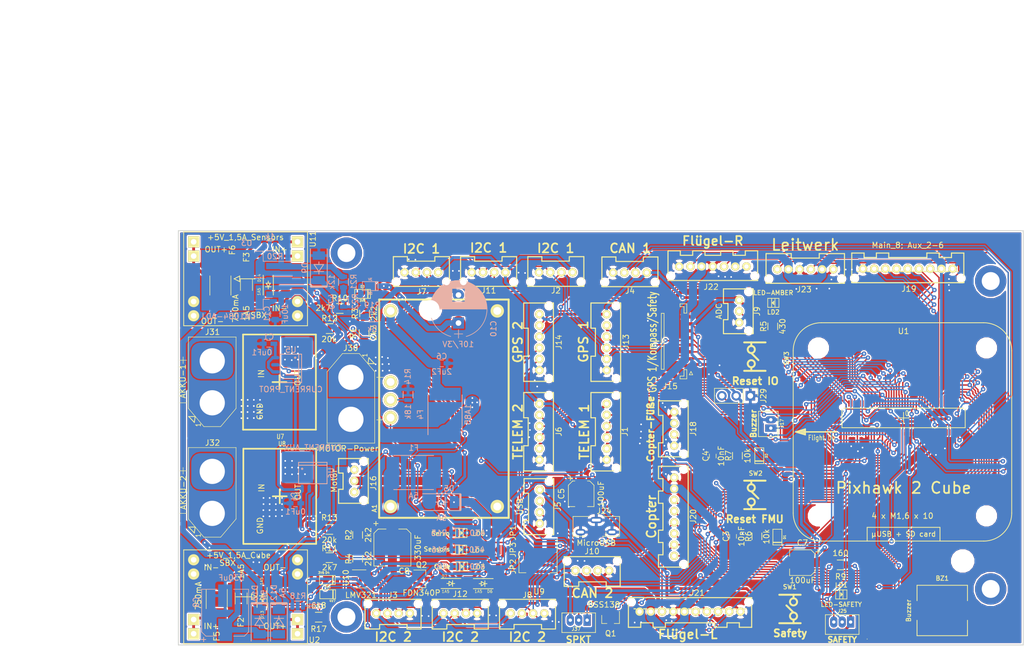
<source format=kicad_pcb>
(kicad_pcb (version 20171130) (host pcbnew "(2018-02-13 revision 365ab99a6)-makepkg")
  (layers (0 F.Cu signal) (31 B.Cu signal) (34 B.Paste user) (35 F.Paste user) (36 B.SilkS user) (37 F.SilkS user) (38 B.Mask user) (39 F.Mask user) (44 Edge.Cuts user))
  (net 0 "")
  (net 1 +5V_Sensors)
  (net 2 /ALARM)
  (net 3 GND)
  (net 4 /BATT­_CURRENT_SENS_PROT_1)
  (net 5 /AUX_BATT­_CURRENT_SENS_1)
  (net 6 /BATT­_CURRENT_SENS_PROT)
  (net 7 /AUX_BATT­_CURRENT_SENS)
  (net 8 /BATT­_VOLTAGE_SENS_PROT)
  (net 9 /AUX_BATT­_VOLTAGE_SENS)
  (net 10 +5V_Servo)
  (net 11 "Net-(F2-Pad1)")
  (net 12 +5V_Cube)
  (net 13 "Net-(F3-Pad1)")
  (net 14 /Power_Supply/Power_Supply)
  (net 15 "Net-(F5-Pad2)")
  (net 16 "Net-(F6-Pad2)")
  (net 17 /SERIAL1_RTS)
  (net 18 /SERIAL1_CTS)
  (net 19 /SERIAL1_RX)
  (net 20 /SERIAL1_TX)
  (net 21 /I2C_1_SDA)
  (net 22 /I2C_1_SCL)
  (net 23 /I2C_2_SCL)
  (net 24 /I2C_2_SDA)
  (net 25 /CAN_H_1)
  (net 26 /CAN_L_1)
  (net 27 /OTG_DP1)
  (net 28 /OTG_DM1)
  (net 29 /SERIAL2_TX)
  (net 30 /SERIAL2_RX)
  (net 31 /SERIAL2_CTS)
  (net 32 /SERIAL2_RTS)
  (net 33 /PREASSURE_SENS_IN)
  (net 34 /CAN_L_2)
  (net 35 /CAN_H_2)
  (net 36 /SERIAL_3_TX)
  (net 37 /SERIAL_3_RX)
  (net 38 /SERIAL_4_RX)
  (net 39 /SERIAL_4_TX)
  (net 40 /VDD_3V3_SPECTRUM_EN)
  (net 41 /IO-USART1_RX_SPECTRUM_DSM)
  (net 42 /IO-CH3-PROT)
  (net 43 /FMU-CH1-PROT)
  (net 44 /IO-CH1-PROT)
  (net 45 /IO-CH2-PROT)
  (net 46 /IO-CH5-PROT)
  (net 47 /IO-CH4-PROT)
  (net 48 /IO-CH6-PROT)
  (net 49 /IO-CH7-PROT)
  (net 50 "Net-(J24-Pad4)")
  (net 51 /SAFETY)
  (net 52 /IO-~LED_SAFETY_PROT)
  (net 53 /VBUS)
  (net 54 /PPM_SBUS_PROT)
  (net 55 +3V3)
  (net 56 /FMU-~LED_AMBER)
  (net 57 /FMU-~RESET)
  (net 58 /IO-~RESET)
  (net 59 /IO-CH8-PROT)
  (net 60 /FMU-CH6-PROT)
  (net 61 /FMU-CH5-PROT)
  (net 62 /FMU-CH4-PROT)
  (net 63 /FMU-CH3-PROT)
  (net 64 /FMU-CH2-PROT)
  (net 65 "Net-(U5-Pad1)")
  (net 66 "Net-(U6-Pad1)")
  (net 67 "Net-(A1-Pad2)")
  (net 68 "Net-(A1-Pad3)")
  (net 69 "Net-(A1-Pad4)")
  (net 70 "Net-(A1-Pad5)")
  (net 71 "Net-(A1-Pad6)")
  (net 72 "Net-(D5-Pad1)")
  (net 73 "Net-(D6-Pad1)")
  (net 74 "Net-(D11-Pad2)")
  (net 75 "Net-(D13-Pad1)")
  (net 76 "Net-(D13-Pad2)")
  (net 77 "Net-(D14-Pad2)")
  (net 78 "Net-(D14-Pad1)")
  (net 79 "Net-(J37-Pad2)")
  (net 80 "Net-(LD1-Pad2)")
  (net 81 "Net-(LD2-Pad2)")
  (net 82 "Net-(LD3-Pad2)")
  (net 83 "Net-(LD4-Pad2)")
  (net 84 "Net-(Q2-Pad1)")
  (net 85 "Net-(U1-Pad73)")
  (net 86 "Net-(U1-Pad71)")
  (net 87 "Net-(U1-Pad69)")
  (net 88 "Net-(U1-Pad67)")
  (net 89 "Net-(U1-Pad65)")
  (net 90 "Net-(U1-Pad57)")
  (net 91 "Net-(U1-Pad55)")
  (net 92 "Net-(U1-Pad51)")
  (net 93 "Net-(U1-Pad27)")
  (net 94 "Net-(U1-Pad11)")
  (net 95 "Net-(U1-Pad5)")
  (net 96 "Net-(U1-Pad3)")
  (net 97 "Net-(U1-Pad64)")
  (net 98 "Net-(U1-Pad46)")
  (net 99 "Net-(U1-Pad26)")
  (net 100 "Net-(U1-Pad14)")
  (net 101 "Net-(U1-Pad12)")
  (net 102 "Net-(U1-Pad10)")
  (net 103 "Net-(U1-Pad8)")
  (net 104 "Net-(U1-Pad1)")
  (net 105 "Net-(LD5-Pad2)")
  (net 106 "Net-(U1-Pad59)")
  (net 107 /Power_Supply/Recuperate)
  (net 108 "Net-(C10-Pad2)")
  (net 109 "Net-(D10-Pad2)")
  (net 110 "Net-(D12-Pad2)")
  (net 111 "Net-(R20-Pad2)")
  (net 112 "Net-(R21-Pad1)")
  (module stitching_vias:Stitching_Via-0_7mm (layer F.Cu) (at 184.14 144.49)
    (fp_text reference REF** hide)
    (fp_text value Stitching_Via-0_7mm hide)
    (pad 1 thru_hole circle (at 0 0) (size 0.7 0.7) (drill 0.3) (layers *.Cu) (net 3 GND))
  )
  (module stitching_vias:Stitching_Via-0_7mm (layer F.Cu) (at 183.2 145.51)
    (fp_text reference REF** hide)
    (fp_text value Stitching_Via-0_7mm hide)
    (pad 1 thru_hole circle (at 0 0) (size 0.7 0.7) (drill 0.3) (layers *.Cu) (net 3 GND))
  )
  (module stitching_vias:Stitching_Via-0_7mm (layer F.Cu) (at 184.24 145.55)
    (fp_text reference REF** hide)
    (fp_text value Stitching_Via-0_7mm hide)
    (pad 1 thru_hole circle (at 0 0) (size 0.7 0.7) (drill 0.3) (layers *.Cu) (net 3 GND))
  )
  (module stitching_vias:Stitching_Via-0_7mm (layer F.Cu) (at 237.7 156.2)
    (fp_text reference REF** hide)
    (fp_text value Stitching_Via-0_7mm hide)
    (pad 1 thru_hole circle (at 0 0) (size 0.7 0.7) (drill 0.3) (layers *.Cu) (net 3 GND))
  )
  (module stitching_vias:Stitching_Via-0_7mm (layer F.Cu) (at 236.57 156.07)
    (fp_text reference REF** hide)
    (fp_text value Stitching_Via-0_7mm hide)
    (pad 1 thru_hole circle (at 0 0) (size 0.7 0.7) (drill 0.3) (layers *.Cu) (net 3 GND))
  )
  (module stitching_vias:Stitching_Via-0_7mm (layer F.Cu) (at 226.52 155.05)
    (fp_text reference REF** hide)
    (fp_text value Stitching_Via-0_7mm hide)
    (pad 1 thru_hole circle (at 0 0) (size 0.7 0.7) (drill 0.3) (layers *.Cu) (net 3 GND))
  )
  (module stitching_vias:Stitching_Via-0_7mm (layer F.Cu) (at 225.35 154.98)
    (fp_text reference REF** hide)
    (fp_text value Stitching_Via-0_7mm hide)
    (pad 1 thru_hole circle (at 0 0) (size 0.7 0.7) (drill 0.3) (layers *.Cu) (net 3 GND))
  )
  (module stitching_vias:Stitching_Via-0_7mm (layer F.Cu) (at 214.47 155.15)
    (fp_text reference REF** hide)
    (fp_text value Stitching_Via-0_7mm hide)
    (pad 1 thru_hole circle (at 0 0) (size 0.7 0.7) (drill 0.3) (layers *.Cu) (net 3 GND))
  )
  (module stitching_vias:Stitching_Via-0_7mm (layer F.Cu) (at 213.29 155.09)
    (fp_text reference REF** hide)
    (fp_text value Stitching_Via-0_7mm hide)
    (pad 1 thru_hole circle (at 0 0) (size 0.7 0.7) (drill 0.3) (layers *.Cu) (net 3 GND))
  )
  (module stitching_vias:Stitching_Via-0_7mm (layer F.Cu) (at 212.11 91.48)
    (fp_text reference REF** hide)
    (fp_text value Stitching_Via-0_7mm hide)
    (pad 1 thru_hole circle (at 0 0) (size 0.7 0.7) (drill 0.3) (layers *.Cu) (net 3 GND))
  )
  (module stitching_vias:Stitching_Via-0_7mm (layer F.Cu) (at 210.92 91.42)
    (fp_text reference REF** hide)
    (fp_text value Stitching_Via-0_7mm hide)
    (pad 1 thru_hole circle (at 0 0) (size 0.7 0.7) (drill 0.3) (layers *.Cu) (net 3 GND))
  )
  (module stitching_vias:Stitching_Via-0_7mm (layer F.Cu) (at 218.79 93.48)
    (fp_text reference REF** hide)
    (fp_text value Stitching_Via-0_7mm hide)
    (pad 1 thru_hole circle (at 0 0) (size 0.7 0.7) (drill 0.3) (layers *.Cu) (net 3 GND))
  )
  (module stitching_vias:Stitching_Via-0_7mm (layer F.Cu) (at 219.89 93.49)
    (fp_text reference REF** hide)
    (fp_text value Stitching_Via-0_7mm hide)
    (pad 1 thru_hole circle (at 0 0) (size 0.7 0.7) (drill 0.3) (layers *.Cu) (net 3 GND))
  )
  (module stitching_vias:Stitching_Via-0_7mm (layer F.Cu) (at 230.52 93.8)
    (fp_text reference REF** hide)
    (fp_text value Stitching_Via-0_7mm hide)
    (pad 1 thru_hole circle (at 0 0) (size 0.7 0.7) (drill 0.3) (layers *.Cu) (net 3 GND))
  )
  (module stitching_vias:Stitching_Via-0_7mm (layer F.Cu) (at 231.69 93.86)
    (fp_text reference REF** hide)
    (fp_text value Stitching_Via-0_7mm hide)
    (pad 1 thru_hole circle (at 0 0) (size 0.7 0.7) (drill 0.3) (layers *.Cu) (net 3 GND))
  )
  (module stitching_vias:Stitching_Via-0_7mm (layer F.Cu) (at 233.85 114.14)
    (fp_text reference REF** hide)
    (fp_text value Stitching_Via-0_7mm hide)
    (pad 1 thru_hole circle (at 0 0) (size 0.7 0.7) (drill 0.3) (layers *.Cu) (net 3 GND))
  )
  (module stitching_vias:Stitching_Via-0_7mm (layer F.Cu) (at 233.41 113.03)
    (fp_text reference REF** hide)
    (fp_text value Stitching_Via-0_7mm hide)
    (pad 1 thru_hole circle (at 0 0) (size 0.7 0.7) (drill 0.3) (layers *.Cu) (net 3 GND))
  )
  (module stitching_vias:Stitching_Via-0_7mm (layer F.Cu) (at 232.43 123.19)
    (fp_text reference REF** hide)
    (fp_text value Stitching_Via-0_7mm hide)
    (pad 1 thru_hole circle (at 0 0) (size 0.7 0.7) (drill 0.3) (layers *.Cu) (net 3 GND))
  )
  (module stitching_vias:Stitching_Via-0_7mm (layer F.Cu) (at 232.56 121.91)
    (fp_text reference REF** hide)
    (fp_text value Stitching_Via-0_7mm hide)
    (pad 1 thru_hole circle (at 0 0) (size 0.7 0.7) (drill 0.3) (layers *.Cu) (net 3 GND))
  )
  (module stitching_vias:Stitching_Via-0_7mm (layer F.Cu) (at 232.49 120.68)
    (fp_text reference REF** hide)
    (fp_text value Stitching_Via-0_7mm hide)
    (pad 1 thru_hole circle (at 0 0) (size 0.7 0.7) (drill 0.3) (layers *.Cu) (net 3 GND))
  )
  (module stitching_vias:Stitching_Via-0_7mm (layer F.Cu) (at 307.41 96.97)
    (fp_text reference REF** hide)
    (fp_text value Stitching_Via-0_7mm hide)
    (pad 1 thru_hole circle (at 0 0) (size 0.7 0.7) (drill 0.3) (layers *.Cu) (net 3 GND))
  )
  (module stitching_vias:Stitching_Via-0_7mm (layer F.Cu) (at 307.33 96)
    (fp_text reference REF** hide)
    (fp_text value Stitching_Via-0_7mm hide)
    (pad 1 thru_hole circle (at 0 0) (size 0.7 0.7) (drill 0.3) (layers *.Cu) (net 3 GND))
  )
  (module stitching_vias:Stitching_Via-0_7mm (layer F.Cu) (at 307.35 94.94)
    (fp_text reference REF** hide)
    (fp_text value Stitching_Via-0_7mm hide)
    (pad 1 thru_hole circle (at 0 0) (size 0.7 0.7) (drill 0.3) (layers *.Cu) (net 3 GND))
  )
  (module stitching_vias:Stitching_Via-0_7mm (layer F.Cu) (at 290.03 93.25)
    (fp_text reference REF** hide)
    (fp_text value Stitching_Via-0_7mm hide)
    (pad 1 thru_hole circle (at 0 0) (size 0.7 0.7) (drill 0.3) (layers *.Cu) (net 3 GND))
  )
  (module stitching_vias:Stitching_Via-0_7mm (layer F.Cu) (at 288.92 93.24)
    (fp_text reference REF** hide)
    (fp_text value Stitching_Via-0_7mm hide)
    (pad 1 thru_hole circle (at 0 0) (size 0.7 0.7) (drill 0.3) (layers *.Cu) (net 3 GND))
  )
  (module stitching_vias:Stitching_Via-0_7mm (layer F.Cu) (at 286.37 95.02)
    (fp_text reference REF** hide)
    (fp_text value Stitching_Via-0_7mm hide)
    (pad 1 thru_hole circle (at 0 0) (size 0.7 0.7) (drill 0.3) (layers *.Cu) (net 3 GND))
  )
  (module stitching_vias:Stitching_Via-0_7mm (layer F.Cu) (at 268.47 94.57)
    (fp_text reference REF** hide)
    (fp_text value Stitching_Via-0_7mm hide)
    (pad 1 thru_hole circle (at 0 0) (size 0.7 0.7) (drill 0.3) (layers *.Cu) (net 3 GND))
  )
  (module stitching_vias:Stitching_Via-0_7mm (layer F.Cu) (at 267.39 94.55)
    (fp_text reference REF** hide)
    (fp_text value Stitching_Via-0_7mm hide)
    (pad 1 thru_hole circle (at 0 0) (size 0.7 0.7) (drill 0.3) (layers *.Cu) (net 3 GND))
  )
  (module stitching_vias:Stitching_Via-0_7mm (layer F.Cu) (at 266.23 94.45)
    (fp_text reference REF** hide)
    (fp_text value Stitching_Via-0_7mm hide)
    (pad 1 thru_hole circle (at 0 0) (size 0.7 0.7) (drill 0.3) (layers *.Cu) (net 3 GND))
  )
  (module stitching_vias:Stitching_Via-0_7mm (layer F.Cu) (at 252.17 124.32)
    (fp_text reference REF** hide)
    (fp_text value Stitching_Via-0_7mm hide)
    (pad 1 thru_hole circle (at 0 0) (size 0.7 0.7) (drill 0.3) (layers *.Cu) (net 3 GND))
  )
  (module stitching_vias:Stitching_Via-0_7mm (layer F.Cu) (at 252.32 123.31)
    (fp_text reference REF** hide)
    (fp_text value Stitching_Via-0_7mm hide)
    (pad 1 thru_hole circle (at 0 0) (size 0.7 0.7) (drill 0.3) (layers *.Cu) (net 3 GND))
  )
  (module stitching_vias:Stitching_Via-0_7mm (layer F.Cu) (at 252.39 122.19)
    (fp_text reference REF** hide)
    (fp_text value Stitching_Via-0_7mm hide)
    (pad 1 thru_hole circle (at 0 0) (size 0.7 0.7) (drill 0.3) (layers *.Cu) (net 3 GND))
  )
  (module stitching_vias:Stitching_Via-0_7mm (layer F.Cu) (at 256.24 117.1)
    (fp_text reference REF** hide)
    (fp_text value Stitching_Via-0_7mm hide)
    (pad 1 thru_hole circle (at 0 0) (size 0.7 0.7) (drill 0.3) (layers *.Cu) (net 3 GND))
  )
  (module stitching_vias:Stitching_Via-0_7mm (layer F.Cu) (at 256.69 117.81)
    (fp_text reference REF** hide)
    (fp_text value Stitching_Via-0_7mm hide)
    (pad 1 thru_hole circle (at 0 0) (size 0.7 0.7) (drill 0.3) (layers *.Cu) (net 3 GND))
  )
  (module stitching_vias:Stitching_Via-0_7mm (layer F.Cu) (at 256.56 124.72)
    (fp_text reference REF** hide)
    (fp_text value Stitching_Via-0_7mm hide)
    (pad 1 thru_hole circle (at 0 0) (size 0.7 0.7) (drill 0.3) (layers *.Cu) (net 3 GND))
  )
  (module stitching_vias:Stitching_Via-0_7mm (layer F.Cu) (at 256.83 123.62)
    (fp_text reference REF** hide)
    (fp_text value Stitching_Via-0_7mm hide)
    (pad 1 thru_hole circle (at 0 0) (size 0.7 0.7) (drill 0.3) (layers *.Cu) (net 3 GND))
  )
  (module stitching_vias:Stitching_Via-0_7mm (layer F.Cu) (at 256.8 129.77)
    (fp_text reference REF** hide)
    (fp_text value Stitching_Via-0_7mm hide)
    (pad 1 thru_hole circle (at 0 0) (size 0.7 0.7) (drill 0.3) (layers *.Cu) (net 3 GND))
  )
  (module stitching_vias:Stitching_Via-0_7mm (layer F.Cu) (at 257.87 156.05)
    (fp_text reference REF** hide)
    (fp_text value Stitching_Via-0_7mm hide)
    (pad 1 thru_hole circle (at 0 0) (size 0.7 0.7) (drill 0.3) (layers *.Cu) (net 3 GND))
  )
  (module Pixhawk_2-Cube:Pixhawk-2_Cube (layer F.Cu) (at 299.25 119.75 180)
    (fp_text reference U1 (at 0 15.5 180) (layer F.SilkS))
    (fp_text value Pixhawk_2_Cube_80-Pin_Header)
    (fp_text user "µUSB + SD card" (at 0 -20.75 180) (layer F.SilkS) (effects (font (size 0.9 0.9))))
    (fp_text user "Flight Dir" (at 14.55 -3.55 180) (layer F.SilkS) (effects (font (size 0.9 0.7) (thickness 0.125))))
    (fp_text user "4 x M1,6 x 10" (at 0.2 -17.5 180) (layer F.SilkS))
    (fp_text user 0 (at -0.6 0.8 180) (layer F.SilkS) (effects (font (size 0.9 0.7) (thickness 0.125))))
    (fp_text user "Pixhawk 2 Cube" (at 0 -12.5 180) (layer F.SilkS) (effects (font (size 2 2) (thickness 0.3))))
    (pad "" np_thru_hole circle (at 15.2 -17.5 270) (size 1.8 1.8) (drill 1.8) (layers *.Cu *.Mask) (clearance 1))
    (pad "" np_thru_hole circle (at -14.8 -17.5 270) (size 1.8 1.8) (drill 1.8) (layers *.Cu *.Mask) (clearance 1))
    (pad "" np_thru_hole circle (at 15.2 12.5 270) (size 1.8 1.8) (drill 1.8) (layers *.Cu *.Mask) (clearance 1))
    (pad "" np_thru_hole circle (at -14.8 12.5 270) (size 1.8 1.8) (drill 1.8) (layers *.Cu *.Mask) (clearance 1))
    (pad 0 smd rect (at -12.000832 0.00028 180) (size 1.4 2.1) (layers F.Cu F.Paste F.Mask))
    (pad 0 smd rect (at 11.999168 0 180) (size 1.4 2.1) (layers F.Cu F.Paste F.Mask))
    (pad "" np_thru_hole circle (at -11 1.9 180) (size 0.65 0.65) (drill 0.65) (layers *.Cu *.Mask) (clearance 0.15))
    (pad "" np_thru_hole circle (at 11 1.9 180) (size 0.65 0.65) (drill 0.65) (layers *.Cu *.Mask) (clearance 0.15))
    (pad 2 smd rect (at 9.748336 2.575 180) (size 0.25 1.15) (layers F.Cu F.Paste F.Mask) (net 56 /FMU-~LED_AMBER))
    (pad 1 smd rect (at 9.748336 -2.57472 180) (size 0.25 1.15) (layers F.Cu F.Paste F.Mask) (net 104 "Net-(U1-Pad1)"))
    (pad 4 smd rect (at 9.248336 2.575 180) (size 0.25 1.15) (layers F.Cu F.Paste F.Mask) (net 24 /I2C_2_SDA))
    (pad 6 smd rect (at 8.748336 2.575 180) (size 0.25 1.15) (layers F.Cu F.Paste F.Mask) (net 23 /I2C_2_SCL))
    (pad 8 smd rect (at 8.248336 2.575 180) (size 0.25 1.15) (layers F.Cu F.Paste F.Mask) (net 103 "Net-(U1-Pad8)"))
    (pad 10 smd rect (at 7.748336 2.575 180) (size 0.25 1.15) (layers F.Cu F.Paste F.Mask) (net 102 "Net-(U1-Pad10)"))
    (pad 12 smd rect (at 7.248336 2.575 180) (size 0.25 1.15) (layers F.Cu F.Paste F.Mask) (net 101 "Net-(U1-Pad12)"))
    (pad 14 smd rect (at 6.748336 2.575 180) (size 0.25 1.15) (layers F.Cu F.Paste F.Mask) (net 100 "Net-(U1-Pad14)"))
    (pad 16 smd rect (at 6.248336 2.575 180) (size 0.25 1.15) (layers F.Cu F.Paste F.Mask) (net 38 /SERIAL_4_RX))
    (pad 18 smd rect (at 5.748336 2.575 180) (size 0.25 1.15) (layers F.Cu F.Paste F.Mask) (net 39 /SERIAL_4_TX))
    (pad 20 smd rect (at 5.248336 2.575 180) (size 0.25 1.15) (layers F.Cu F.Paste F.Mask) (net 37 /SERIAL_3_RX))
    (pad 22 smd rect (at 4.748336 2.575 180) (size 0.25 1.15) (layers F.Cu F.Paste F.Mask) (net 36 /SERIAL_3_TX))
    (pad 24 smd rect (at 4.248336 2.575 180) (size 0.25 1.15) (layers F.Cu F.Paste F.Mask) (net 2 /ALARM))
    (pad 26 smd rect (at 3.748336 2.575 180) (size 0.25 1.15) (layers F.Cu F.Paste F.Mask) (net 99 "Net-(U1-Pad26)"))
    (pad 28 smd rect (at 3.248336 2.575 180) (size 0.25 1.15) (layers F.Cu F.Paste F.Mask) (net 52 /IO-~LED_SAFETY_PROT))
    (pad 30 smd rect (at 2.748336 2.575 180) (size 0.25 1.15) (layers F.Cu F.Paste F.Mask) (net 32 /SERIAL2_RTS))
    (pad 32 smd rect (at 2.248336 2.575 180) (size 0.25 1.15) (layers F.Cu F.Paste F.Mask) (net 31 /SERIAL2_CTS))
    (pad 34 smd rect (at 1.748336 2.575 180) (size 0.25 1.15) (layers F.Cu F.Paste F.Mask) (net 30 /SERIAL2_RX))
    (pad 36 smd rect (at 1.248336 2.575 180) (size 0.25 1.15) (layers F.Cu F.Paste F.Mask) (net 29 /SERIAL2_TX))
    (pad 38 smd rect (at 0.748336 2.575 180) (size 0.25 1.15) (layers F.Cu F.Paste F.Mask) (net 19 /SERIAL1_RX))
    (pad 40 smd rect (at 0.248336 2.575 180) (size 0.25 1.15) (layers F.Cu F.Paste F.Mask) (net 20 /SERIAL1_TX))
    (pad 42 smd rect (at -0.251664 2.575 180) (size 0.25 1.15) (layers F.Cu F.Paste F.Mask) (net 17 /SERIAL1_RTS))
    (pad 44 smd rect (at -0.751664 2.575 180) (size 0.25 1.15) (layers F.Cu F.Paste F.Mask) (net 18 /SERIAL1_CTS))
    (pad 46 smd rect (at -1.251664 2.575 180) (size 0.25 1.15) (layers F.Cu F.Paste F.Mask) (net 98 "Net-(U1-Pad46)"))
    (pad 48 smd rect (at -1.751664 2.575 180) (size 0.25 1.15) (layers F.Cu F.Paste F.Mask) (net 41 /IO-USART1_RX_SPECTRUM_DSM))
    (pad 50 smd rect (at -2.251664 2.575 180) (size 0.25 1.15) (layers F.Cu F.Paste F.Mask) (net 43 /FMU-CH1-PROT))
    (pad 52 smd rect (at -2.751664 2.575 180) (size 0.25 1.15) (layers F.Cu F.Paste F.Mask) (net 64 /FMU-CH2-PROT))
    (pad 54 smd rect (at -3.251664 2.575 180) (size 0.25 1.15) (layers F.Cu F.Paste F.Mask) (net 63 /FMU-CH3-PROT))
    (pad 56 smd rect (at -3.751664 2.575 180) (size 0.25 1.15) (layers F.Cu F.Paste F.Mask) (net 62 /FMU-CH4-PROT))
    (pad 58 smd rect (at -4.251664 2.575 180) (size 0.25 1.15) (layers F.Cu F.Paste F.Mask) (net 61 /FMU-CH5-PROT))
    (pad 60 smd rect (at -4.751664 2.575 180) (size 0.25 1.15) (layers F.Cu F.Paste F.Mask) (net 60 /FMU-CH6-PROT))
    (pad 62 smd rect (at -5.251664 2.575 180) (size 0.25 1.15) (layers F.Cu F.Paste F.Mask) (net 54 /PPM_SBUS_PROT))
    (pad 64 smd rect (at -5.751664 2.575 180) (size 0.25 1.15) (layers F.Cu F.Paste F.Mask) (net 97 "Net-(U1-Pad64)"))
    (pad 66 smd rect (at -6.251664 2.575 180) (size 0.25 1.15) (layers F.Cu F.Paste F.Mask) (net 59 /IO-CH8-PROT))
    (pad 68 smd rect (at -6.751664 2.575 180) (size 0.25 1.15) (layers F.Cu F.Paste F.Mask) (net 49 /IO-CH7-PROT))
    (pad 70 smd rect (at -7.251664 2.575 180) (size 0.25 1.15) (layers F.Cu F.Paste F.Mask) (net 48 /IO-CH6-PROT))
    (pad 72 smd rect (at -7.751664 2.575 180) (size 0.25 1.15) (layers F.Cu F.Paste F.Mask) (net 46 /IO-CH5-PROT))
    (pad 74 smd rect (at -8.251664 2.575 180) (size 0.25 1.15) (layers F.Cu F.Paste F.Mask) (net 47 /IO-CH4-PROT))
    (pad 76 smd rect (at -8.751664 2.575 180) (size 0.25 1.15) (layers F.Cu F.Paste F.Mask) (net 42 /IO-CH3-PROT))
    (pad 78 smd rect (at -9.251664 2.575 180) (size 0.25 1.15) (layers F.Cu F.Paste F.Mask) (net 45 /IO-CH2-PROT))
    (pad 80 smd rect (at -9.751664 2.575 180) (size 0.25 1.15) (layers F.Cu F.Paste F.Mask) (net 44 /IO-CH1-PROT))
    (pad 3 smd rect (at 9.248336 -2.57472 180) (size 0.25 1.15) (layers F.Cu F.Paste F.Mask) (net 96 "Net-(U1-Pad3)"))
    (pad 5 smd rect (at 8.748336 -2.57472 180) (size 0.25 1.15) (layers F.Cu F.Paste F.Mask) (net 95 "Net-(U1-Pad5)"))
    (pad 7 smd rect (at 8.248336 -2.57472 180) (size 0.25 1.15) (layers F.Cu F.Paste F.Mask) (net 57 /FMU-~RESET))
    (pad 9 smd rect (at 7.748336 -2.57472 180) (size 0.25 1.15) (layers F.Cu F.Paste F.Mask) (net 10 +5V_Servo))
    (pad 11 smd rect (at 7.248336 -2.57472 180) (size 0.25 1.15) (layers F.Cu F.Paste F.Mask) (net 94 "Net-(U1-Pad11)"))
    (pad 13 smd rect (at 6.748336 -2.57472 180) (size 0.25 1.15) (layers F.Cu F.Paste F.Mask) (net 3 GND))
    (pad 15 smd rect (at 6.248336 -2.57472 180) (size 0.25 1.15) (layers F.Cu F.Paste F.Mask) (net 3 GND))
    (pad 17 smd rect (at 5.748336 -2.57472 180) (size 0.25 1.15) (layers F.Cu F.Paste F.Mask) (net 51 /SAFETY))
    (pad 19 smd rect (at 5.248336 -2.57472 180) (size 0.25 1.15) (layers F.Cu F.Paste F.Mask) (net 40 /VDD_3V3_SPECTRUM_EN))
    (pad 21 smd rect (at 4.748336 -2.57472 180) (size 0.25 1.15) (layers F.Cu F.Paste F.Mask) (net 33 /PREASSURE_SENS_IN))
    (pad 23 smd rect (at 4.248336 -2.57472 180) (size 0.25 1.15) (layers F.Cu F.Paste F.Mask) (net 9 /AUX_BATT­_VOLTAGE_SENS))
    (pad 25 smd rect (at 3.748336 -2.57472 180) (size 0.25 1.15) (layers F.Cu F.Paste F.Mask) (net 7 /AUX_BATT­_CURRENT_SENS))
    (pad 27 smd rect (at 3.248336 -2.57472 180) (size 0.25 1.15) (layers F.Cu F.Paste F.Mask) (net 93 "Net-(U1-Pad27)"))
    (pad 29 smd rect (at 2.748336 -2.57472 180) (size 0.25 1.15) (layers F.Cu F.Paste F.Mask) (net 53 /VBUS))
    (pad 31 smd rect (at 2.248336 -2.57472 180) (size 0.25 1.15) (layers F.Cu F.Paste F.Mask) (net 27 /OTG_DP1))
    (pad 33 smd rect (at 1.748336 -2.57472 180) (size 0.25 1.15) (layers F.Cu F.Paste F.Mask) (net 28 /OTG_DM1))
    (pad 35 smd rect (at 1.248336 -2.57472 180) (size 0.25 1.15) (layers F.Cu F.Paste F.Mask) (net 21 /I2C_1_SDA))
    (pad 37 smd rect (at 0.748336 -2.57472 180) (size 0.25 1.15) (layers F.Cu F.Paste F.Mask) (net 22 /I2C_1_SCL))
    (pad 39 smd rect (at 0.248336 -2.57472 180) (size 0.25 1.15) (layers F.Cu F.Paste F.Mask) (net 34 /CAN_L_2))
    (pad 41 smd rect (at -0.251664 -2.57472 180) (size 0.25 1.15) (layers F.Cu F.Paste F.Mask) (net 35 /CAN_H_2))
    (pad 43 smd rect (at -0.751664 -2.57472 180) (size 0.25 1.15) (layers F.Cu F.Paste F.Mask) (net 12 +5V_Cube))
    (pad 45 smd rect (at -1.251664 -2.57472 180) (size 0.25 1.15) (layers F.Cu F.Paste F.Mask) (net 12 +5V_Cube))
    (pad 47 smd rect (at -1.751664 -2.57472 180) (size 0.25 1.15) (layers F.Cu F.Paste F.Mask) (net 8 /BATT­_VOLTAGE_SENS_PROT))
    (pad 49 smd rect (at -2.251664 -2.57472 180) (size 0.25 1.15) (layers F.Cu F.Paste F.Mask) (net 6 /BATT­_CURRENT_SENS_PROT))
    (pad 51 smd rect (at -2.751664 -2.57472 180) (size 0.25 1.15) (layers F.Cu F.Paste F.Mask) (net 92 "Net-(U1-Pad51)"))
    (pad 53 smd rect (at -3.251664 -2.57472 180) (size 0.25 1.15) (layers F.Cu F.Paste F.Mask) (net 10 +5V_Servo))
    (pad 55 smd rect (at -3.751664 -2.57472 180) (size 0.25 1.15) (layers F.Cu F.Paste F.Mask) (net 91 "Net-(U1-Pad55)"))
    (pad 57 smd rect (at -4.251664 -2.57472 180) (size 0.25 1.15) (layers F.Cu F.Paste F.Mask) (net 90 "Net-(U1-Pad57)"))
    (pad 59 smd rect (at -4.751664 -2.57472 180) (size 0.25 1.15) (layers F.Cu F.Paste F.Mask) (net 106 "Net-(U1-Pad59)"))
    (pad 61 smd rect (at -5.251664 -2.57472 180) (size 0.25 1.15) (layers F.Cu F.Paste F.Mask) (net 12 +5V_Cube))
    (pad 63 smd rect (at -5.751664 -2.57472 180) (size 0.25 1.15) (layers F.Cu F.Paste F.Mask) (net 12 +5V_Cube))
    (pad 65 smd rect (at -6.251664 -2.57472 180) (size 0.25 1.15) (layers F.Cu F.Paste F.Mask) (net 89 "Net-(U1-Pad65)"))
    (pad 67 smd rect (at -6.751664 -2.57472 180) (size 0.25 1.15) (layers F.Cu F.Paste F.Mask) (net 88 "Net-(U1-Pad67)"))
    (pad 69 smd rect (at -7.251664 -2.57472 180) (size 0.25 1.15) (layers F.Cu F.Paste F.Mask) (net 87 "Net-(U1-Pad69)"))
    (pad 71 smd rect (at -7.751664 -2.57472 180) (size 0.25 1.15) (layers F.Cu F.Paste F.Mask) (net 86 "Net-(U1-Pad71)"))
    (pad 73 smd rect (at -8.251664 -2.57472 180) (size 0.25 1.15) (layers F.Cu F.Paste F.Mask) (net 85 "Net-(U1-Pad73)"))
    (pad 75 smd rect (at -8.751664 -2.57472 180) (size 0.25 1.15) (layers F.Cu F.Paste F.Mask) (net 58 /IO-~RESET))
    (pad 77 smd rect (at -9.251664 -2.57472 180) (size 0.25 1.15) (layers F.Cu F.Paste F.Mask) (net 26 /CAN_L_1))
    (pad 79 smd rect (at -9.751664 -2.57472 180) (size 0.25 1.15) (layers F.Cu F.Paste F.Mask) (net 25 /CAN_H_1))
  )
  (module Power-IC:Mini_MP1584EN (layer F.Cu) (at 181.8 151.7 180)
    (fp_text reference U2 (at -12.29 -7.73 180) (layer F.SilkS))
    (fp_text value +5V_1,5A_Cube (at 1.25 7.41 180) (layer F.SilkS))
    (fp_text user SBX (at 3.22 6.05 180) (layer F.SilkS))
    (fp_text user OUT- (at -5.25 5.25 180) (layer F.SilkS))
    (fp_text user IN- (at 6.1 5.25 180) (layer F.SilkS))
    (fp_text user IN+ (at 6.1 -5.25 180) (layer F.SilkS))
    (fp_text user OUT+ (at -5.25 -5.25 180) (layer F.SilkS))
    (pad 1 thru_hole rect (at 9.271 -6.604 180) (size 2 2) (drill 1) (layers *.Cu *.Mask F.SilkS) (net 15 "Net-(F5-Pad2)"))
    (pad 2 thru_hole rect (at 9.271 -4.064 180) (size 2 2) (drill 1) (layers *.Cu *.Mask F.SilkS) (net 15 "Net-(F5-Pad2)"))
    (pad 4 thru_hole circle (at 9.271 6.604 180) (size 2 2) (drill 1) (layers *.Cu *.Mask F.SilkS) (net 3 GND))
    (pad 3 thru_hole circle (at 9.271 4.064 180) (size 2 2) (drill 1) (layers *.Cu *.Mask F.SilkS) (net 3 GND))
    (pad 8 thru_hole rect (at -9.271 -6.604 180) (size 2 2) (drill 1) (layers *.Cu *.Mask F.SilkS) (net 11 "Net-(F2-Pad1)"))
    (pad 7 thru_hole rect (at -9.271 -4.064 180) (size 2 2) (drill 1) (layers *.Cu *.Mask F.SilkS) (net 11 "Net-(F2-Pad1)"))
    (pad 6 thru_hole circle (at -9.271 4.064 180) (size 2 2) (drill 1) (layers *.Cu *.Mask F.SilkS) (net 3 GND))
    (pad 5 thru_hole circle (at -9.271 6.604 180) (size 2 2) (drill 1) (layers *.Cu *.Mask F.SilkS) (net 3 GND))
  )
  (module Power-IC:Mini_MP1584EN (layer F.Cu) (at 181.8 94.9)
    (fp_text reference U11 (at 12 -7.1 90) (layer F.SilkS))
    (fp_text value +5V_1,5A_Sensors (at -0.01 -7.42) (layer F.SilkS))
    (fp_text user SBX (at 2.33 6.5) (layer F.SilkS))
    (fp_text user OUT- (at -5.91 7.57) (layer F.SilkS))
    (fp_text user IN- (at 6.1 5.25) (layer F.SilkS))
    (fp_text user IN+ (at 6.1 -5.25) (layer F.SilkS))
    (fp_text user OUT+ (at -5.25 -5.25) (layer F.SilkS))
    (pad 1 thru_hole rect (at 9.271 -6.604) (size 2 2) (drill 1) (layers *.Cu *.Mask F.SilkS) (net 16 "Net-(F6-Pad2)"))
    (pad 2 thru_hole rect (at 9.271 -4.064) (size 2 2) (drill 1) (layers *.Cu *.Mask F.SilkS) (net 16 "Net-(F6-Pad2)"))
    (pad 4 thru_hole circle (at 9.271 6.604) (size 2 2) (drill 1) (layers *.Cu *.Mask F.SilkS) (net 3 GND))
    (pad 3 thru_hole circle (at 9.271 4.064) (size 2 2) (drill 1) (layers *.Cu *.Mask F.SilkS) (net 3 GND))
    (pad 8 thru_hole rect (at -9.271 -6.604) (size 2 2) (drill 1) (layers *.Cu *.Mask F.SilkS) (net 13 "Net-(F3-Pad1)"))
    (pad 7 thru_hole rect (at -9.271 -4.064) (size 2 2) (drill 1) (layers *.Cu *.Mask F.SilkS) (net 13 "Net-(F3-Pad1)"))
    (pad 6 thru_hole circle (at -9.271 4.064) (size 2 2) (drill 1) (layers *.Cu *.Mask F.SilkS) (net 3 GND))
    (pad 5 thru_hole circle (at -9.271 6.604) (size 2 2) (drill 1) (layers *.Cu *.Mask F.SilkS) (net 3 GND))
  )
  (module w_smd_diode:sod123 (layer B.Cu) (at 204.05 96.2)
    (fp_text reference D8 (at 0 1.30048) (layer B.SilkS) (effects (font (size 0.4 0.4) (thickness 0.1)) (justify mirror)))
    (fp_text value 3V (at 0 -1.19888) (layer B.SilkS) (effects (font (size 0.4 0.4) (thickness 0.1)) (justify mirror)))
    (pad 1 smd rect (at -1.67386 0) (size 0.8509 0.8509) (layers B.Cu B.Paste B.Mask) (net 107 /Power_Supply/Recuperate))
    (pad 2 smd rect (at 1.67386 0) (size 0.8509 0.8509) (layers B.Cu B.Paste B.Mask) (net 14 /Power_Supply/Power_Supply))
  )
  (module connectors-[JS]:JUMPER-SOLDER-SMD_mit_flaechenanschluss (layer F.Cu) (at 227.4 140.3 90)
    (fp_text reference JP1 (at 0 2.1336 90) (layer F.SilkS))
    (fp_text value Servo)
    (pad 2 smd trapezoid (at 0 -0.5 180) (size 0.6 1) (rect_delta 0.1 0) (layers F.Cu F.Mask) (net 70 "Net-(A1-Pad5)"))
    (pad 1 smd trapezoid (at 0 0.5) (size 0.6 1) (rect_delta 0.1 0) (layers F.Cu F.Mask) (net 10 +5V_Servo))
  )
  (module stitching_vias:Stitching_Via-0_7mm (layer F.Cu) (at 242.3 145.3)
    (fp_text reference REF** hide)
    (fp_text value Stitching_Via-0_7mm hide)
    (pad 1 thru_hole circle (at 0 0) (size 0.7 0.7) (drill 0.3) (layers *.Cu) (net 3 GND))
  )
  (module stitching_vias:Stitching_Via-0_7mm (layer F.Cu) (at 241.075 145.275)
    (fp_text reference REF** hide)
    (fp_text value Stitching_Via-0_7mm hide)
    (pad 1 thru_hole circle (at 0 0) (size 0.7 0.7) (drill 0.3) (layers *.Cu) (net 3 GND))
  )
  (module stitching_vias:Stitching_Via-0_7mm (layer F.Cu) (at 237.525 140.35)
    (fp_text reference REF** hide)
    (fp_text value Stitching_Via-0_7mm hide)
    (pad 1 thru_hole circle (at 0 0) (size 0.7 0.7) (drill 0.3) (layers *.Cu) (net 3 GND))
  )
  (module stitching_vias:Stitching_Via-0_7mm (layer F.Cu) (at 239.475 135.65)
    (fp_text reference REF** hide)
    (fp_text value Stitching_Via-0_7mm hide)
    (pad 1 thru_hole circle (at 0 0) (size 0.7 0.7) (drill 0.3) (layers *.Cu) (net 3 GND))
  )
  (module stitching_vias:Stitching_Via-0_7mm (layer F.Cu) (at 238.775 134.675)
    (fp_text reference REF** hide)
    (fp_text value Stitching_Via-0_7mm hide)
    (pad 1 thru_hole circle (at 0 0) (size 0.7 0.7) (drill 0.3) (layers *.Cu) (net 3 GND))
  )
  (module stitching_vias:Stitching_Via-0_7mm (layer F.Cu) (at 200.4 102.5)
    (fp_text reference REF** hide)
    (fp_text value Stitching_Via-0_7mm hide)
    (pad 1 thru_hole circle (at 0 0) (size 0.7 0.7) (drill 0.3) (layers *.Cu) (net 3 GND))
  )
  (module stitching_vias:Stitching_Via-0_7mm (layer F.Cu) (at 201.3 99.45)
    (fp_text reference REF** hide)
    (fp_text value Stitching_Via-0_7mm hide)
    (pad 1 thru_hole circle (at 0 0) (size 0.7 0.7) (drill 0.3) (layers *.Cu) (net 3 GND))
  )
  (module stitching_vias:Stitching_Via-0_7mm (layer F.Cu) (at 183.275 116.525)
    (fp_text reference REF** hide)
    (fp_text value Stitching_Via-0_7mm hide)
    (pad 1 thru_hole circle (at 0 0) (size 0.7 0.7) (drill 0.3) (layers *.Cu) (net 3 GND))
  )
  (module stitching_vias:Stitching_Via-0_7mm (layer F.Cu) (at 181.075 117.625)
    (fp_text reference REF** hide)
    (fp_text value Stitching_Via-0_7mm hide)
    (pad 1 thru_hole circle (at 0 0) (size 0.7 0.7) (drill 0.3) (layers *.Cu) (net 3 GND))
  )
  (module stitching_vias:Stitching_Via-0_7mm (layer F.Cu) (at 182.175 117.625)
    (fp_text reference REF** hide)
    (fp_text value Stitching_Via-0_7mm hide)
    (pad 1 thru_hole circle (at 0 0) (size 0.7 0.7) (drill 0.3) (layers *.Cu) (net 3 GND))
  )
  (module stitching_vias:Stitching_Via-0_7mm (layer F.Cu) (at 182.15 118.7)
    (fp_text reference REF** hide)
    (fp_text value Stitching_Via-0_7mm hide)
    (pad 1 thru_hole circle (at 0 0) (size 0.7 0.7) (drill 0.3) (layers *.Cu) (net 3 GND))
  )
  (module stitching_vias:Stitching_Via-0_7mm (layer F.Cu) (at 182.15 119.8)
    (fp_text reference REF** hide)
    (fp_text value Stitching_Via-0_7mm hide)
    (pad 1 thru_hole circle (at 0 0) (size 0.7 0.7) (drill 0.3) (layers *.Cu) (net 3 GND))
  )
  (module stitching_vias:Stitching_Via-0_7mm (layer F.Cu) (at 183.275 119.775)
    (fp_text reference REF** hide)
    (fp_text value Stitching_Via-0_7mm hide)
    (pad 1 thru_hole circle (at 0 0) (size 0.7 0.7) (drill 0.3) (layers *.Cu) (net 3 GND))
  )
  (module stitching_vias:Stitching_Via-0_7mm (layer F.Cu) (at 184.375 118.65)
    (fp_text reference REF** hide)
    (fp_text value Stitching_Via-0_7mm hide)
    (pad 1 thru_hole circle (at 0 0) (size 0.7 0.7) (drill 0.3) (layers *.Cu) (net 3 GND))
  )
  (module stitching_vias:Stitching_Via-0_7mm (layer F.Cu) (at 181.05 118.7)
    (fp_text reference REF** hide)
    (fp_text value Stitching_Via-0_7mm hide)
    (pad 1 thru_hole circle (at 0 0) (size 0.7 0.7) (drill 0.3) (layers *.Cu) (net 3 GND))
  )
  (module stitching_vias:Stitching_Via-0_7mm (layer F.Cu) (at 184.375 116.525)
    (fp_text reference REF** hide)
    (fp_text value Stitching_Via-0_7mm hide)
    (pad 1 thru_hole circle (at 0 0) (size 0.7 0.7) (drill 0.3) (layers *.Cu) (net 3 GND))
  )
  (module stitching_vias:Stitching_Via-0_7mm (layer F.Cu) (at 183.275 118.675)
    (fp_text reference REF** hide)
    (fp_text value Stitching_Via-0_7mm hide)
    (pad 1 thru_hole circle (at 0 0) (size 0.7 0.7) (drill 0.3) (layers *.Cu) (net 3 GND))
  )
  (module stitching_vias:Stitching_Via-0_7mm (layer F.Cu) (at 184.375 119.75)
    (fp_text reference REF** hide)
    (fp_text value Stitching_Via-0_7mm hide)
    (pad 1 thru_hole circle (at 0 0) (size 0.7 0.7) (drill 0.3) (layers *.Cu) (net 3 GND))
  )
  (module stitching_vias:Stitching_Via-0_7mm (layer F.Cu) (at 184.375 117.625)
    (fp_text reference REF** hide)
    (fp_text value Stitching_Via-0_7mm hide)
    (pad 1 thru_hole circle (at 0 0) (size 0.7 0.7) (drill 0.3) (layers *.Cu) (net 3 GND))
  )
  (module stitching_vias:Stitching_Via-0_7mm (layer F.Cu) (at 181.05 119.8)
    (fp_text reference REF** hide)
    (fp_text value Stitching_Via-0_7mm hide)
    (pad 1 thru_hole circle (at 0 0) (size 0.7 0.7) (drill 0.3) (layers *.Cu) (net 3 GND))
  )
  (module stitching_vias:Stitching_Via-0_7mm (layer F.Cu) (at 181.075 116.525)
    (fp_text reference REF** hide)
    (fp_text value Stitching_Via-0_7mm hide)
    (pad 1 thru_hole circle (at 0 0) (size 0.7 0.7) (drill 0.3) (layers *.Cu) (net 3 GND))
  )
  (module stitching_vias:Stitching_Via-0_7mm (layer F.Cu) (at 182.175 116.525)
    (fp_text reference REF** hide)
    (fp_text value Stitching_Via-0_7mm hide)
    (pad 1 thru_hole circle (at 0 0) (size 0.7 0.7) (drill 0.3) (layers *.Cu) (net 3 GND))
  )
  (module stitching_vias:Stitching_Via-0_7mm (layer F.Cu) (at 183.275 117.625)
    (fp_text reference REF** hide)
    (fp_text value Stitching_Via-0_7mm hide)
    (pad 1 thru_hole circle (at 0 0) (size 0.7 0.7) (drill 0.3) (layers *.Cu) (net 3 GND))
  )
  (module stitching_vias:Stitching_Via-0_7mm (layer F.Cu) (at 173.8 149.6)
    (fp_text reference REF** hide)
    (fp_text value Stitching_Via-0_7mm hide)
    (pad 1 thru_hole circle (at 0 0) (size 0.7 0.7) (drill 0.3) (layers *.Cu) (net 3 GND))
  )
  (module devices_[JS]:PKMCS0909E4000-R1 (layer F.Cu) (at 306.15 154.15)
    (fp_text reference BZ1 (at 0 -5.75) (layer F.SilkS) (effects (font (size 0.8 0.8))))
    (fp_text value Buzzer (at -6 0.03 90) (layer F.SilkS) (effects (font (size 0.8 0.8))))
    (pad 2 smd rect (at 4.35 0) (size 1.3 3.4) (layers F.Cu F.Paste F.Mask) (net 3 GND))
    (pad 1 smd rect (at -4.35 0) (size 1.3 3.4) (layers F.Cu F.Paste F.Mask) (net 2 /ALARM))
  )
  (module stitching_vias:Stitching_Via-0_7mm (layer F.Cu) (at 174.7 146.1)
    (fp_text reference REF** hide)
    (fp_text value Stitching_Via-0_7mm hide)
    (pad 1 thru_hole circle (at 0 0) (size 0.7 0.7) (drill 0.3) (layers *.Cu) (net 3 GND))
  )
  (module Capacitors_THT:CP_Radial_D10.0mm_P5.00mm (layer B.Cu) (at 219.8 102.8 90)
    (fp_text reference C10 (at -1.025 6.25 90) (layer B.SilkS) (effects (justify mirror)))
    (fp_text value 10F/3V (at -3.8 -0.05 180) (layer B.SilkS) (effects (justify mirror)))
    (pad 2 thru_hole circle (at 5 0 90) (size 2 2) (drill 1) (layers *.Cu *.Mask) (net 108 "Net-(C10-Pad2)"))
    (pad 1 thru_hole rect (at 0 0 90) (size 2 2) (drill 1) (layers *.Cu *.Mask) (net 14 /Power_Supply/Power_Supply))
  )
  (module TO_SOT_Packages_SMD:TO-263-3_TabPin2 (layer B.Cu) (at 182 95.16 180)
    (fp_text reference U3 (at 0 6.65 180) (layer B.SilkS) (effects (justify mirror)))
    (fp_text value LM1084-ADJ (at 3.225 -6.45 180) (layer B.SilkS) (effects (justify mirror)))
    (pad 2 smd rect (at 0.95 -2.775 180) (size 4.55 5.25) (layers B.Cu B.Paste) (net 107 /Power_Supply/Recuperate))
    (pad 2 smd rect (at 5.8 2.775 180) (size 4.55 5.25) (layers B.Cu B.Paste) (net 107 /Power_Supply/Recuperate))
    (pad 2 smd rect (at 0.95 2.775 180) (size 4.55 5.25) (layers B.Cu B.Paste) (net 107 /Power_Supply/Recuperate))
    (pad 2 smd rect (at 5.8 -2.775 180) (size 4.55 5.25) (layers B.Cu B.Paste) (net 107 /Power_Supply/Recuperate))
    (pad 2 smd rect (at 3.375 0 180) (size 9.4 10.8) (layers B.Cu B.Mask) (net 107 /Power_Supply/Recuperate))
    (pad 3 smd rect (at -5.775 -2.54 180) (size 4.6 1.1) (layers B.Cu B.Paste B.Mask) (net 14 /Power_Supply/Power_Supply))
    (pad 2 smd rect (at -5.775 0 180) (size 4.6 1.1) (layers B.Cu B.Paste B.Mask) (net 107 /Power_Supply/Recuperate))
    (pad 1 smd rect (at -5.775 2.54 180) (size 4.6 1.1) (layers B.Cu B.Paste B.Mask) (net 111 "Net-(R20-Pad2)"))
  )
  (module Resistors-Mini-SMD:R_0805 (layer B.Cu) (at 199.275 98.95 90)
    (fp_text reference R22 (at 0 2.1 90) (layer B.SilkS) (effects (justify mirror)))
    (fp_text value 470 (at 0 -2.1 90) (layer B.SilkS) (effects (justify mirror)))
    (pad 1 smd rect (at -0.95 0 90) (size 0.7 1.3) (layers B.Cu B.Paste B.Mask) (net 3 GND))
    (pad 2 smd rect (at 0.95 0 90) (size 0.7 1.3) (layers B.Cu B.Paste B.Mask) (net 112 "Net-(R21-Pad1)"))
  )
  (module Resistors-Mini-SMD:R_0805 (layer B.Cu) (at 199.275 95.475 90)
    (fp_text reference R21 (at 0 1.825 90) (layer B.SilkS) (effects (justify mirror)))
    (fp_text value 12k (at 0 -2.1 90) (layer B.SilkS) (effects (justify mirror)))
    (pad 2 smd rect (at 0.95 0 90) (size 0.7 1.3) (layers B.Cu B.Paste B.Mask) (net 111 "Net-(R20-Pad2)"))
    (pad 1 smd rect (at -0.95 0 90) (size 0.7 1.3) (layers B.Cu B.Paste B.Mask) (net 112 "Net-(R21-Pad1)"))
  )
  (module Resistors-Mini-SMD:R_0805 (layer B.Cu) (at 186.125 89)
    (fp_text reference R20 (at 0.925 1.9) (layer B.SilkS) (effects (justify mirror)))
    (fp_text value 1k (at 0 -1.675) (layer B.SilkS) (effects (justify mirror)))
    (pad 1 smd rect (at -0.95 0) (size 0.7 1.3) (layers B.Cu B.Paste B.Mask) (net 107 /Power_Supply/Recuperate))
    (pad 2 smd rect (at 0.95 0) (size 0.7 1.3) (layers B.Cu B.Paste B.Mask) (net 111 "Net-(R20-Pad2)"))
  )
  (module Resistors-Mini-SMD:R_0805 (layer B.Cu) (at 204.4 101.7 180)
    (fp_text reference R19 (at 0 2.1 180) (layer B.SilkS) (effects (justify mirror)))
    (fp_text value 5k (at 0 -2.1 180) (layer B.SilkS) (effects (justify mirror)))
    (pad 1 smd rect (at -0.95 0 180) (size 0.7 1.3) (layers B.Cu B.Paste B.Mask) (net 108 "Net-(C10-Pad2)"))
    (pad 2 smd rect (at 0.95 0 180) (size 0.7 1.3) (layers B.Cu B.Paste B.Mask) (net 107 /Power_Supply/Recuperate))
  )
  (module General_smd-[JS]:SOD-128 (layer B.Cu) (at 187.75 156.2 90)
    (fp_text reference D12 (at 5.25 -0.9 90) (layer B.SilkS) (effects (justify mirror)))
    (fp_text value 5A (at 5.2 0.675 90) (layer B.SilkS) (effects (justify mirror)))
    (pad 2 smd rect (at 2.2 0 90) (size 1.5 2.2) (layers B.Cu B.Paste B.Mask) (net 110 "Net-(D12-Pad2)"))
    (pad 1 smd rect (at -2.2 0 90) (size 1.5 2.2) (layers B.Cu B.Paste B.Mask) (net 107 /Power_Supply/Recuperate))
  )
  (module General_smd-[JS]:SOD-128 (layer B.Cu) (at 184.3 156.2 90)
    (fp_text reference D10 (at 5.175 -0.825 90) (layer B.SilkS) (effects (justify mirror)))
    (fp_text value 5A (at 4.875 0.825 90) (layer B.SilkS) (effects (justify mirror)))
    (pad 1 smd rect (at -2.2 0 90) (size 1.5 2.2) (layers B.Cu B.Paste B.Mask) (net 107 /Power_Supply/Recuperate))
    (pad 2 smd rect (at 2.2 0 90) (size 1.5 2.2) (layers B.Cu B.Paste B.Mask) (net 109 "Net-(D10-Pad2)"))
  )
  (module General_smd-[JS]:SOD-128 (layer B.Cu) (at 194.875 92.95 270)
    (fp_text reference D9 (at 0 2.5 270) (layer B.SilkS) (effects (justify mirror)))
    (fp_text value 30V/2W)
    (pad 2 smd rect (at 2.2 0 270) (size 1.5 2.2) (layers B.Cu B.Paste B.Mask) (net 107 /Power_Supply/Recuperate))
    (pad 1 smd rect (at -2.2 0 270) (size 1.5 2.2) (layers B.Cu B.Paste B.Mask) (net 3 GND))
  )
  (module Capacitors_SMD:C_0805 (layer B.Cu) (at 187.1 101.2 270)
    (fp_text reference C11 (at 0 1.5 270) (layer B.SilkS) (effects (justify mirror)))
    (fp_text value 10uF (at 0 -1.75 270) (layer B.SilkS) (effects (justify mirror)))
    (pad 2 smd rect (at 1 0 270) (size 1 1.25) (layers B.Cu B.Paste B.Mask) (net 3 GND))
    (pad 1 smd rect (at -1 0 270) (size 1 1.25) (layers B.Cu B.Paste B.Mask) (net 14 /Power_Supply/Power_Supply))
  )
  (module Capacitors_SMD:CP_Elec_8x10.5 (layer B.Cu) (at 178.15 154.55 90)
    (fp_text reference C9 (at 1.875 -5.175 90) (layer B.SilkS) (effects (justify mirror)))
    (fp_text value 330uF (at 6.25 1.1) (layer B.SilkS) (effects (justify mirror)))
    (fp_text user + (at -4.78 -3.91 90) (layer B.SilkS) (effects (justify mirror)))
    (pad 2 smd rect (at 3.05 0 270) (size 4 2.5) (layers B.Cu B.Paste B.Mask) (net 3 GND))
    (pad 1 smd rect (at -3.05 0 270) (size 4 2.5) (layers B.Cu B.Paste B.Mask) (net 107 /Power_Supply/Recuperate))
  )
  (module Capacitors_SMD:C_0603_HandSoldering (layer B.Cu) (at 185.9 106.5 180)
    (fp_text reference C1 (at 0 1.25 180) (layer B.SilkS) (effects (justify mirror)))
    (fp_text value 0uF1 (at 1.2 -1.55 180) (layer B.SilkS) (effects (justify mirror)))
    (pad 2 smd rect (at 0.95 0 180) (size 1.2 0.75) (layers B.Cu B.Paste B.Mask) (net 3 GND))
    (pad 1 smd rect (at -0.95 0 180) (size 1.2 0.75) (layers B.Cu B.Paste B.Mask) (net 55 +3V3))
  )
  (module Capacitors_SMD:C_0603_HandSoldering (layer F.Cu) (at 268.81 140.9 90)
    (fp_text reference C3 (at 0 -1.25 90) (layer F.SilkS))
    (fp_text value 10nF (at 0 1.5 90) (layer F.SilkS))
    (pad 2 smd rect (at 0.95 0 90) (size 1.2 0.75) (layers F.Cu F.Paste F.Mask) (net 3 GND))
    (pad 1 smd rect (at -0.95 0 90) (size 1.2 0.75) (layers F.Cu F.Paste F.Mask) (net 4 /BATT­_CURRENT_SENS_PROT_1))
  )
  (module Capacitors_SMD:C_0603_HandSoldering (layer F.Cu) (at 265.19 126.56 90)
    (fp_text reference C4 (at 0 -1.25 90) (layer F.SilkS))
    (fp_text value 10nF (at 0 1.5 90) (layer F.SilkS))
    (pad 2 smd rect (at 0.95 0 90) (size 1.2 0.75) (layers F.Cu F.Paste F.Mask) (net 3 GND))
    (pad 1 smd rect (at -0.95 0 90) (size 1.2 0.75) (layers F.Cu F.Paste F.Mask) (net 5 /AUX_BATT­_CURRENT_SENS_1))
  )
  (module Capacitors_SMD:C_0603_HandSoldering (layer B.Cu) (at 190.7 135 180)
    (fp_text reference C2 (at 0 1.25 180) (layer B.SilkS) (effects (justify mirror)))
    (fp_text value 0uF1 (at 0 -1.5 180) (layer B.SilkS) (effects (justify mirror)))
    (pad 2 smd rect (at 0.95 0 180) (size 1.2 0.75) (layers B.Cu B.Paste B.Mask) (net 3 GND))
    (pad 1 smd rect (at -0.95 0 180) (size 1.2 0.75) (layers B.Cu B.Paste B.Mask) (net 55 +3V3))
  )
  (module w_smd_diode:sod123 (layer F.Cu) (at 196.4 148.7)
    (fp_text reference D4 (at 0 -1.30048) (layer F.SilkS) (effects (font (size 0.4 0.4) (thickness 0.1))))
    (fp_text value 3V6 (at -1.1 -1.3) (layer F.SilkS) (effects (font (size 0.4 0.4) (thickness 0.1))))
    (pad 2 smd rect (at 1.67386 0) (size 0.8509 0.8509) (layers F.Cu F.Paste F.Mask) (net 9 /AUX_BATT­_VOLTAGE_SENS))
    (pad 1 smd rect (at -1.67386 0) (size 0.8509 0.8509) (layers F.Cu F.Paste F.Mask) (net 3 GND))
  )
  (module w_smd_diode:sod123 (layer F.Cu) (at 202.675 97.6)
    (fp_text reference D3 (at 0 -1.30048) (layer F.SilkS) (effects (font (size 0.4 0.4) (thickness 0.1))))
    (fp_text value 3V6 (at 0 1.19888) (layer F.SilkS) (effects (font (size 0.4 0.4) (thickness 0.1))))
    (pad 1 smd rect (at -1.67386 0) (size 0.8509 0.8509) (layers F.Cu F.Paste F.Mask) (net 3 GND))
    (pad 2 smd rect (at 1.67386 0) (size 0.8509 0.8509) (layers F.Cu F.Paste F.Mask) (net 8 /BATT­_VOLTAGE_SENS_PROT))
  )
  (module Resistors-Mini-SMD:R_0805 (layer B.Cu) (at 219.4 140.3)
    (fp_text reference R15 (at -3.05 0) (layer B.SilkS) (effects (justify mirror)))
    (fp_text value 430 (at 3.8 0) (layer B.SilkS) (effects (justify mirror)))
    (pad 1 smd rect (at -0.95 0) (size 0.7 1.3) (layers B.Cu B.Paste B.Mask) (net 3 GND))
    (pad 2 smd rect (at 0.95 0) (size 0.7 1.3) (layers B.Cu B.Paste B.Mask) (net 105 "Net-(LD5-Pad2)"))
  )
  (module w_smd_leds:Led_0805 (layer F.Cu) (at 220.3 140.3)
    (fp_text reference LD5 (at 3.1 0.1) (layer F.SilkS) (effects (font (size 0.8001 0.8001) (thickness 0.14986))))
    (fp_text value Servo (at -3.7 0.1) (layer F.SilkS) (effects (font (size 0.8001 0.8001) (thickness 0.14986))))
    (pad 1 smd rect (at -1.04902 0) (size 1.19888 1.19888) (layers F.Cu F.Paste F.Mask) (net 72 "Net-(D5-Pad1)"))
    (pad 2 smd rect (at 1.04902 0) (size 1.19888 1.19888) (layers F.Cu F.Paste F.Mask) (net 105 "Net-(LD5-Pad2)"))
  )
  (module w_smd_diode:sod123 (layer F.Cu) (at 273.49 126.5 270)
    (fp_text reference D2 (at 0 -1.30048 270) (layer F.SilkS) (effects (font (size 0.4 0.4) (thickness 0.1))))
    (fp_text value 3V6 hide)
    (pad 1 smd rect (at -1.67386 0 270) (size 0.8509 0.8509) (layers F.Cu F.Paste F.Mask) (net 3 GND))
    (pad 2 smd rect (at 1.67386 0 270) (size 0.8509 0.8509) (layers F.Cu F.Paste F.Mask) (net 7 /AUX_BATT­_CURRENT_SENS))
  )
  (module w_smd_diode:sod123 (layer F.Cu) (at 276.72 141.04 270)
    (fp_text reference D1 (at 0 -1.30048 270) (layer F.SilkS) (effects (font (size 0.4 0.4) (thickness 0.1))))
    (fp_text value 3V6 hide)
    (pad 2 smd rect (at 1.67386 0 270) (size 0.8509 0.8509) (layers F.Cu F.Paste F.Mask) (net 6 /BATT­_CURRENT_SENS_PROT))
    (pad 1 smd rect (at -1.67386 0 270) (size 0.8509 0.8509) (layers F.Cu F.Paste F.Mask) (net 3 GND))
  )
  (module Resistors_SMD:R_1812_HandSoldering (layer F.Cu) (at 177.3 96.1 90)
    (fp_text reference F6 (at 6.35 2.12 90) (layer F.SilkS))
    (fp_text value 750mA (at -4.1 2.7 90) (layer F.SilkS))
    (pad 2 smd rect (at 3.4 0 90) (size 3.5 3.5) (layers F.Cu F.Paste F.Mask) (net 16 "Net-(F6-Pad2)"))
    (pad 1 smd rect (at -3.4 0 90) (size 3.5 3.5) (layers F.Cu F.Paste F.Mask) (net 14 /Power_Supply/Power_Supply))
  )
  (module Resistors_SMD:R_1812_HandSoldering (layer F.Cu) (at 176.65 152.1 270)
    (fp_text reference F5 (at 6.65 0 270) (layer F.SilkS))
    (fp_text value 750mA (at -0.59 3.29 270) (layer F.SilkS))
    (pad 1 smd rect (at -3.4 0 270) (size 3.5 3.5) (layers F.Cu F.Paste F.Mask) (net 14 /Power_Supply/Power_Supply))
    (pad 2 smd rect (at 3.4 0 270) (size 3.5 3.5) (layers F.Cu F.Paste F.Mask) (net 15 "Net-(F5-Pad2)"))
  )
  (module Resistors-Mini-SMD:R_0805 (layer B.Cu) (at 210.8 115.6 270)
    (fp_text reference R14 (at -3.25 0.05 270) (layer B.SilkS) (effects (justify mirror)))
    (fp_text value 18k (at 3.05 0 270) (layer B.SilkS) (effects (justify mirror)))
    (pad 2 smd rect (at 0.95 0 270) (size 0.7 1.3) (layers B.Cu B.Paste B.Mask) (net 69 "Net-(A1-Pad4)"))
    (pad 1 smd rect (at -0.95 0 270) (size 0.7 1.3) (layers B.Cu B.Paste B.Mask) (net 3 GND))
  )
  (module Resistors-Mini-SMD:R_0805 (layer B.Cu) (at 219.448764 146.3)
    (fp_text reference R8 (at -2.55 0) (layer B.SilkS) (effects (justify mirror)))
    (fp_text value 430 (at 3.751236 0) (layer B.SilkS) (effects (justify mirror)))
    (pad 1 smd rect (at -0.95 0) (size 0.7 1.3) (layers B.Cu B.Paste B.Mask) (net 3 GND))
    (pad 2 smd rect (at 0.95 0) (size 0.7 1.3) (layers B.Cu B.Paste B.Mask) (net 82 "Net-(LD3-Pad2)"))
  )
  (module con-lumberg:Fuse_SMD2920 (layer B.Cu) (at 217.4 119.2 90)
    (fp_text reference F4 (at 0.05 -4.4 90) (layer B.SilkS) (effects (justify mirror)))
    (fp_text value 1A85 (at 0.05 4.1 90) (layer B.SilkS) (effects (justify mirror)))
    (pad 2 smd rect (at 3.7 0) (size 5.6 2.3) (layers B.Cu B.Paste B.Mask) (net 67 "Net-(A1-Pad2)"))
    (pad 1 smd rect (at -3.7 0) (size 5.6 2.3) (layers B.Cu B.Paste B.Mask) (net 14 /Power_Supply/Power_Supply))
  )
  (module Resistors_SMD:R_1206_HandSoldering (layer F.Cu) (at 181.95 96 90)
    (fp_text reference F3 (at 4.95 0 90) (layer F.SilkS))
    (fp_text value 1A5 (at -5.05 0 90) (layer F.SilkS))
    (pad 2 smd rect (at 2 0 90) (size 2 1.7) (layers F.Cu F.Paste F.Mask) (net 78 "Net-(D14-Pad1)"))
    (pad 1 smd rect (at -2 0 90) (size 2 1.7) (layers F.Cu F.Paste F.Mask) (net 13 "Net-(F3-Pad1)"))
  )
  (module Resistors_SMD:R_1206_HandSoldering (layer F.Cu) (at 181 152 90)
    (fp_text reference F2 (at -4.25 -0.05 90) (layer F.SilkS))
    (fp_text value 1A5 (at 4.8 0 90) (layer F.SilkS))
    (pad 1 smd rect (at -2 0 90) (size 2 1.7) (layers F.Cu F.Paste F.Mask) (net 11 "Net-(F2-Pad1)"))
    (pad 2 smd rect (at 2 0 90) (size 2 1.7) (layers F.Cu F.Paste F.Mask) (net 75 "Net-(D13-Pad1)"))
  )
  (module con-lumberg:Fuse_SMD2920 (layer B.Cu) (at 211.8 129.5)
    (fp_text reference F1 (at 0 -4.4) (layer B.SilkS) (effects (justify mirror)))
    (fp_text value 5A (at 0 4.15) (layer B.SilkS) (effects (justify mirror)))
    (pad 1 smd rect (at -3.7 0 270) (size 5.6 2.3) (layers B.Cu B.Paste B.Mask) (net 71 "Net-(A1-Pad6)"))
    (pad 2 smd rect (at 3.7 0 270) (size 5.6 2.3) (layers B.Cu B.Paste B.Mask) (net 72 "Net-(D5-Pad1)"))
  )
  (module TO_SOT_Packages_SMD:SOT-23-5 (layer F.Cu) (at 202.4 148.5)
    (fp_text reference U10 (at -2.7 -0.2 90) (layer F.SilkS))
    (fp_text value LMV321 (at 0 2.9) (layer F.SilkS))
    (pad 5 smd rect (at 1.1 -0.95) (size 1.06 0.65) (layers F.Cu F.Paste F.Mask) (net 1 +5V_Sensors))
    (pad 4 smd rect (at 1.1 0.95) (size 1.06 0.65) (layers F.Cu F.Paste F.Mask) (net 84 "Net-(Q2-Pad1)"))
    (pad 3 smd rect (at -1.1 0.95) (size 1.06 0.65) (layers F.Cu F.Paste F.Mask) (net 55 +3V3))
    (pad 2 smd rect (at -1.1 0) (size 1.06 0.65) (layers F.Cu F.Paste F.Mask) (net 3 GND))
    (pad 1 smd rect (at -1.1 -0.95) (size 1.06 0.65) (layers F.Cu F.Paste F.Mask) (net 74 "Net-(D11-Pad2)"))
  )
  (module Resistors-Mini-SMD:R_0805 (layer F.Cu) (at 194.85 155.35 180)
    (fp_text reference R17 (at 0 -2.1 180) (layer F.SilkS))
    (fp_text value 6k8 (at 0 2.1 180) (layer F.SilkS))
    (pad 2 smd rect (at 0.95 0 180) (size 0.7 1.3) (layers F.Cu F.Paste F.Mask) (net 3 GND))
    (pad 1 smd rect (at -0.95 0 180) (size 0.7 1.3) (layers F.Cu F.Paste F.Mask) (net 74 "Net-(D11-Pad2)"))
  )
  (module Resistors-Mini-SMD:R_0805 (layer B.Cu) (at 219.45 143.3)
    (fp_text reference R16 (at -3.05 0) (layer B.SilkS) (effects (justify mirror)))
    (fp_text value 430 (at 3.65 0) (layer B.SilkS) (effects (justify mirror)))
    (pad 1 smd rect (at -0.95 0) (size 0.7 1.3) (layers B.Cu B.Paste B.Mask) (net 3 GND))
    (pad 2 smd rect (at 0.95 0) (size 0.7 1.3) (layers B.Cu B.Paste B.Mask) (net 83 "Net-(LD4-Pad2)"))
  )
  (module TO_SOT_Packages_SMD:SOT-23 (layer F.Cu) (at 213.2 148.5)
    (fp_text reference Q2 (at 0 -2.5) (layer F.SilkS))
    (fp_text value FDN340P (at 0 2.5) (layer F.SilkS))
    (pad 3 smd rect (at 1 0) (size 0.9 0.8) (layers F.Cu F.Paste F.Mask) (net 73 "Net-(D6-Pad1)"))
    (pad 2 smd rect (at -1 0.95) (size 0.9 0.8) (layers F.Cu F.Paste F.Mask) (net 53 /VBUS))
    (pad 1 smd rect (at -1 -0.95) (size 0.9 0.8) (layers F.Cu F.Paste F.Mask) (net 84 "Net-(Q2-Pad1)"))
  )
  (module w_smd_leds:Led_0805 (layer F.Cu) (at 220.25 143.3)
    (fp_text reference LD4 (at 3 0.1) (layer F.SilkS) (effects (font (size 0.8001 0.8001) (thickness 0.14986))))
    (fp_text value Sensors (at -4.3 -0.1) (layer F.SilkS) (effects (font (size 0.8001 0.8001) (thickness 0.14986))))
    (pad 2 smd rect (at 1.04902 0) (size 1.19888 1.19888) (layers F.Cu F.Paste F.Mask) (net 83 "Net-(LD4-Pad2)"))
    (pad 1 smd rect (at -1.04902 0) (size 1.19888 1.19888) (layers F.Cu F.Paste F.Mask) (net 78 "Net-(D14-Pad1)"))
  )
  (module w_smd_leds:Led_0805 (layer F.Cu) (at 220.4 146.3)
    (fp_text reference LD3 (at 3 0.1) (layer F.SilkS) (effects (font (size 0.8001 0.8001) (thickness 0.14986))))
    (fp_text value Cube (at -3.5 0) (layer F.SilkS) (effects (font (size 0.8001 0.8001) (thickness 0.14986))))
    (pad 1 smd rect (at -1.04902 0) (size 1.19888 1.19888) (layers F.Cu F.Paste F.Mask) (net 75 "Net-(D13-Pad1)"))
    (pad 2 smd rect (at 1.04902 0) (size 1.19888 1.19888) (layers F.Cu F.Paste F.Mask) (net 82 "Net-(LD3-Pad2)"))
  )
  (module w_smd_leds:Led_0805 (layer F.Cu) (at 276 99.2 180)
    (fp_text reference LD2 (at 0 -1.651 180) (layer F.SilkS) (effects (font (size 0.8001 0.8001) (thickness 0.14986))))
    (fp_text value LED-AMBER (at 0 1.80086 180) (layer F.SilkS) (effects (font (size 0.8001 0.8001) (thickness 0.14986))))
    (pad 1 smd rect (at -1.04902 0 180) (size 1.19888 1.19888) (layers F.Cu F.Paste F.Mask) (net 12 +5V_Cube))
    (pad 2 smd rect (at 1.04902 0 180) (size 1.19888 1.19888) (layers F.Cu F.Paste F.Mask) (net 81 "Net-(LD2-Pad2)"))
  )
  (module conn-test:JUMPER-SOLDER-SMD (layer F.Cu) (at 227.4 143.3 90)
    (fp_text reference JP3 (at 0 2.1336 90) (layer F.SilkS))
    (fp_text value Sensors)
    (fp_line (start -0.6604 -0.254) (end 0.6604 -0.254) (layer F.Cu) (width 0.15))
    (fp_line (start 0.6604 -0.254) (end 0.6604 -0.3556) (layer F.Cu) (width 0.15))
    (fp_line (start 0.6604 -0.3556) (end -0.6604 -0.3556) (layer F.Cu) (width 0.15))
    (fp_line (start -0.6604 -0.3556) (end -0.6604 -0.4572) (layer F.Cu) (width 0.15))
    (fp_line (start -0.6604 -0.4572) (end 0.6096 -0.4572) (layer F.Cu) (width 0.15))
    (fp_line (start 0.6096 -0.4572) (end 0.6096 -0.5588) (layer F.Cu) (width 0.15))
    (fp_line (start 0.6096 -0.5588) (end -0.5588 -0.5588) (layer F.Cu) (width 0.15))
    (fp_line (start -0.5588 -0.5588) (end -0.508 -0.6604) (layer F.Cu) (width 0.15))
    (fp_line (start -0.508 -0.6604) (end 0.4572 -0.6604) (layer F.Cu) (width 0.15))
    (fp_line (start 0.4572 -0.6604) (end 0.3556 -0.762) (layer F.Cu) (width 0.15))
    (fp_line (start 0.3556 -0.762) (end -0.3556 -0.762) (layer F.Cu) (width 0.15))
    (fp_line (start -0.3556 -0.762) (end -0.3048 -0.8128) (layer F.Cu) (width 0.15))
    (fp_line (start -0.3048 -0.8128) (end 0.254 -0.8128) (layer F.Cu) (width 0.15))
    (fp_line (start 0.6096 0.4572) (end 0.6096 0.5588) (layer F.Cu) (width 0.15))
    (fp_line (start 0.6096 0.5588) (end -0.508 0.5588) (layer F.Cu) (width 0.15))
    (fp_line (start -0.508 0.5588) (end -0.508 0.6604) (layer F.Cu) (width 0.15))
    (fp_line (start -0.508 0.6604) (end 0.4572 0.6604) (layer F.Cu) (width 0.15))
    (fp_line (start 0.4572 0.6604) (end 0.4572 0.7112) (layer F.Cu) (width 0.15))
    (fp_line (start 0.4572 0.7112) (end -0.4064 0.7112) (layer F.Cu) (width 0.15))
    (fp_line (start -0.4064 0.7112) (end -0.4064 0.762) (layer F.Cu) (width 0.15))
    (fp_line (start -0.4064 0.762) (end 0.3048 0.762) (layer F.Cu) (width 0.15))
    (fp_line (start 0.3048 0.762) (end 0.3048 0.8128) (layer F.Cu) (width 0.15))
    (fp_line (start 0.3048 0.8128) (end -0.254 0.8128) (layer F.Cu) (width 0.15))
    (fp_line (start -0.7112 0.254) (end 0.6604 0.254) (layer F.Cu) (width 0.15))
    (fp_line (start 0.6604 0.254) (end 0.6604 0.3556) (layer F.Cu) (width 0.15))
    (fp_line (start 0.6604 0.3556) (end -0.6604 0.3556) (layer F.Cu) (width 0.15))
    (fp_line (start -0.6604 0.3556) (end -0.6604 0.4572) (layer F.Cu) (width 0.15))
    (fp_line (start -0.6604 0.4572) (end 0.6096 0.4572) (layer F.Cu) (width 0.15))
    (fp_line (start 0.6096 0.4572) (end 0.6096 0.508) (layer F.Cu) (width 0.15))
    (fp_line (start -0.762 0.1524) (end 0.762 0.1524) (layer F.Cu) (width 0.15))
    (fp_line (start -0.762 -0.1524) (end 0.762 -0.1524) (layer F.Cu) (width 0.15))
    (fp_arc (start 0 -0.1524) (end 0 -0.9144) (angle 90) (layer F.Cu) (width 0.15))
    (fp_arc (start 0 -0.1524) (end -0.762 -0.1524) (angle 90) (layer F.Cu) (width 0.15))
    (fp_arc (start 0 0.1524) (end 0 0.9144) (angle 90) (layer F.Cu) (width 0.15))
    (fp_arc (start 0 0.1524) (end 0.762 0.1524) (angle 90) (layer F.Cu) (width 0.15))
    (pad 2 smd trapezoid (at 0 -0.5 180) (size 0.6 1) (rect_delta 0.1 0) (layers F.Cu F.Mask) (net 77 "Net-(D14-Pad2)"))
    (pad 1 smd trapezoid (at 0 0.5) (size 0.6 1) (rect_delta 0.1 0) (layers F.Cu F.Mask) (net 1 +5V_Sensors))
  )
  (module conn-test:JUMPER-SOLDER-SMD (layer F.Cu) (at 227.4 146.3 90)
    (fp_text reference JP2 (at 0 2.1336 90) (layer F.SilkS))
    (fp_text value Cube)
    (fp_arc (start 0 0.1524) (end 0.762 0.1524) (angle 90) (layer F.Cu) (width 0.15))
    (fp_arc (start 0 0.1524) (end 0 0.9144) (angle 90) (layer F.Cu) (width 0.15))
    (fp_arc (start 0 -0.1524) (end -0.762 -0.1524) (angle 90) (layer F.Cu) (width 0.15))
    (fp_arc (start 0 -0.1524) (end 0 -0.9144) (angle 90) (layer F.Cu) (width 0.15))
    (fp_line (start -0.762 -0.1524) (end 0.762 -0.1524) (layer F.Cu) (width 0.15))
    (fp_line (start -0.762 0.1524) (end 0.762 0.1524) (layer F.Cu) (width 0.15))
    (fp_line (start 0.6096 0.4572) (end 0.6096 0.508) (layer F.Cu) (width 0.15))
    (fp_line (start -0.6604 0.4572) (end 0.6096 0.4572) (layer F.Cu) (width 0.15))
    (fp_line (start -0.6604 0.3556) (end -0.6604 0.4572) (layer F.Cu) (width 0.15))
    (fp_line (start 0.6604 0.3556) (end -0.6604 0.3556) (layer F.Cu) (width 0.15))
    (fp_line (start 0.6604 0.254) (end 0.6604 0.3556) (layer F.Cu) (width 0.15))
    (fp_line (start -0.7112 0.254) (end 0.6604 0.254) (layer F.Cu) (width 0.15))
    (fp_line (start 0.3048 0.8128) (end -0.254 0.8128) (layer F.Cu) (width 0.15))
    (fp_line (start 0.3048 0.762) (end 0.3048 0.8128) (layer F.Cu) (width 0.15))
    (fp_line (start -0.4064 0.762) (end 0.3048 0.762) (layer F.Cu) (width 0.15))
    (fp_line (start -0.4064 0.7112) (end -0.4064 0.762) (layer F.Cu) (width 0.15))
    (fp_line (start 0.4572 0.7112) (end -0.4064 0.7112) (layer F.Cu) (width 0.15))
    (fp_line (start 0.4572 0.6604) (end 0.4572 0.7112) (layer F.Cu) (width 0.15))
    (fp_line (start -0.508 0.6604) (end 0.4572 0.6604) (layer F.Cu) (width 0.15))
    (fp_line (start -0.508 0.5588) (end -0.508 0.6604) (layer F.Cu) (width 0.15))
    (fp_line (start 0.6096 0.5588) (end -0.508 0.5588) (layer F.Cu) (width 0.15))
    (fp_line (start 0.6096 0.4572) (end 0.6096 0.5588) (layer F.Cu) (width 0.15))
    (fp_line (start -0.3048 -0.8128) (end 0.254 -0.8128) (layer F.Cu) (width 0.15))
    (fp_line (start -0.3556 -0.762) (end -0.3048 -0.8128) (layer F.Cu) (width 0.15))
    (fp_line (start 0.3556 -0.762) (end -0.3556 -0.762) (layer F.Cu) (width 0.15))
    (fp_line (start 0.4572 -0.6604) (end 0.3556 -0.762) (layer F.Cu) (width 0.15))
    (fp_line (start -0.508 -0.6604) (end 0.4572 -0.6604) (layer F.Cu) (width 0.15))
    (fp_line (start -0.5588 -0.5588) (end -0.508 -0.6604) (layer F.Cu) (width 0.15))
    (fp_line (start 0.6096 -0.5588) (end -0.5588 -0.5588) (layer F.Cu) (width 0.15))
    (fp_line (start 0.6096 -0.4572) (end 0.6096 -0.5588) (layer F.Cu) (width 0.15))
    (fp_line (start -0.6604 -0.4572) (end 0.6096 -0.4572) (layer F.Cu) (width 0.15))
    (fp_line (start -0.6604 -0.3556) (end -0.6604 -0.4572) (layer F.Cu) (width 0.15))
    (fp_line (start 0.6604 -0.3556) (end -0.6604 -0.3556) (layer F.Cu) (width 0.15))
    (fp_line (start 0.6604 -0.254) (end 0.6604 -0.3556) (layer F.Cu) (width 0.15))
    (fp_line (start -0.6604 -0.254) (end 0.6604 -0.254) (layer F.Cu) (width 0.15))
    (pad 1 smd trapezoid (at 0 0.5) (size 0.6 1) (rect_delta 0.1 0) (layers F.Cu F.Mask) (net 12 +5V_Cube))
    (pad 2 smd trapezoid (at 0 -0.5 180) (size 0.6 1) (rect_delta 0.1 0) (layers F.Cu F.Mask) (net 76 "Net-(D13-Pad2)"))
  )
  (module General_smd-[JS]:SOD-123F (layer F.Cu) (at 185.85 96 90)
    (fp_text reference D14 (at 1.25 -1.6 90) (layer F.SilkS) (effects (font (size 0.5 0.5) (thickness 0.075))))
    (fp_text value 1A5 (at -1.2 -1.65 90) (layer F.SilkS) (effects (font (size 0.5 0.5) (thickness 0.075))))
    (pad 2 smd rect (at -1.4 0 90) (size 1.3 1.3) (layers F.Cu F.Paste F.Mask) (net 77 "Net-(D14-Pad2)"))
    (pad 1 smd rect (at 1.4 0 90) (size 1.3 1.3) (layers F.Cu F.Paste F.Mask) (net 78 "Net-(D14-Pad1)"))
  )
  (module General_smd-[JS]:SOD-123F (layer F.Cu) (at 184.75 151.85 270)
    (fp_text reference D13 (at 3.05 -0.01 270) (layer F.SilkS) (effects (font (size 0.5 0.5) (thickness 0.075))))
    (fp_text value 1A5 (at -2.94 0.07 270) (layer F.SilkS) (effects (font (size 0.5 0.5) (thickness 0.075))))
    (pad 1 smd rect (at 1.4 0 270) (size 1.3 1.3) (layers F.Cu F.Paste F.Mask) (net 75 "Net-(D13-Pad1)"))
    (pad 2 smd rect (at -1.4 0 270) (size 1.3 1.3) (layers F.Cu F.Paste F.Mask) (net 76 "Net-(D13-Pad2)"))
  )
  (module w_smd_diode:sod123 (layer F.Cu) (at 196.45 151.25)
    (fp_text reference D11 (at 0 -1.30048) (layer F.SilkS) (effects (font (size 0.4 0.4) (thickness 0.1))))
    (fp_text value 4V7 (at 0.85 1.2) (layer F.SilkS) (effects (font (size 0.4 0.4) (thickness 0.1))))
    (pad 2 smd rect (at 1.67386 0) (size 0.8509 0.8509) (layers F.Cu F.Paste F.Mask) (net 74 "Net-(D11-Pad2)"))
    (pad 1 smd rect (at -1.67386 0) (size 0.8509 0.8509) (layers F.Cu F.Paste F.Mask) (net 3 GND))
  )
  (module General_smd-[JS]:SOD-123F (layer F.Cu) (at 218.43 149.33 180)
    (fp_text reference D7 (at 1.13 1.28 180) (layer F.SilkS) (effects (font (size 0.5 0.5) (thickness 0.075))))
    (fp_text value 1A5 (at 0.93 -1.42 180) (layer F.SilkS) (effects (font (size 0.5 0.5) (thickness 0.075))))
    (pad 1 smd rect (at 1.4 0 180) (size 1.3 1.3) (layers F.Cu F.Paste F.Mask) (net 73 "Net-(D6-Pad1)"))
    (pad 2 smd rect (at -1.4 0 180) (size 1.3 1.3) (layers F.Cu F.Paste F.Mask) (net 1 +5V_Sensors))
  )
  (module General_smd-[JS]:SOD-123F (layer F.Cu) (at 224.19 149.36 180)
    (fp_text reference D6 (at -1.21 -1.39 180) (layer F.SilkS) (effects (font (size 0.5 0.5) (thickness 0.075))))
    (fp_text value 1A5 (at 0.84 -1.39 180) (layer F.SilkS) (effects (font (size 0.5 0.5) (thickness 0.075))))
    (pad 2 smd rect (at -1.4 0 180) (size 1.3 1.3) (layers F.Cu F.Paste F.Mask) (net 12 +5V_Cube))
    (pad 1 smd rect (at 1.4 0 180) (size 1.3 1.3) (layers F.Cu F.Paste F.Mask) (net 73 "Net-(D6-Pad1)"))
  )
  (module General_smd-[JS]:SOD-128 (layer B.Cu) (at 216.8 134.8)
    (fp_text reference D5 (at 1.3 -2.425) (layer B.SilkS) (effects (justify mirror)))
    (fp_text value 5A (at 0 2.8) (layer B.SilkS) (effects (justify mirror)))
    (pad 1 smd rect (at -2.2 0) (size 1.5 2.2) (layers B.Cu B.Paste B.Mask) (net 72 "Net-(D5-Pad1)"))
    (pad 2 smd rect (at 2.2 0) (size 1.5 2.2) (layers B.Cu B.Paste B.Mask) (net 70 "Net-(A1-Pad5)"))
  )
  (module Capacitors_SMD:CP_Elec_6.3x5.8 (layer F.Cu) (at 208 142.9 270)
    (fp_text reference C8 (at 4.2 -2.1) (layer F.SilkS))
    (fp_text value 330uF (at 0 -4.56 270) (layer F.SilkS))
    (fp_text user + (at -4.28 3.01 270) (layer F.SilkS))
    (pad 2 smd rect (at 2.7 0 90) (size 3.5 1.6) (layers F.Cu F.Paste F.Mask) (net 3 GND))
    (pad 1 smd rect (at -2.7 0 90) (size 3.5 1.6) (layers F.Cu F.Paste F.Mask) (net 71 "Net-(A1-Pad6)"))
  )
  (module Capacitors_SMD:CP_Elec_4x5.8 (layer F.Cu) (at 281.2 145.6 180)
    (fp_text reference C7 (at 0 3.54 180) (layer F.SilkS))
    (fp_text value 100uF (at -0.02 -3.16 180) (layer F.SilkS))
    (fp_text user + (at -2.78 2.01 180) (layer F.SilkS))
    (pad 2 smd rect (at 1.8 0) (size 2.6 1.6) (layers F.Cu F.Paste F.Mask) (net 3 GND))
    (pad 1 smd rect (at -1.8 0) (size 2.6 1.6) (layers F.Cu F.Paste F.Mask) (net 12 +5V_Cube))
  )
  (module Capacitors_SMD:C_0603_HandSoldering (layer B.Cu) (at 216.8 110 180)
    (fp_text reference C6 (at 0 1.25 180) (layer B.SilkS) (effects (justify mirror)))
    (fp_text value 2uF2 (at 0 -1.5 180) (layer B.SilkS) (effects (justify mirror)))
    (pad 2 smd rect (at 0.95 0 180) (size 1.2 0.75) (layers B.Cu B.Paste B.Mask) (net 67 "Net-(A1-Pad2)"))
    (pad 1 smd rect (at -0.95 0 180) (size 1.2 0.75) (layers B.Cu B.Paste B.Mask) (net 3 GND))
  )
  (module Capacitors_SMD:CP_Elec_4x5.8 (layer F.Cu) (at 241.7 133.3 270)
    (fp_text reference C5 (at 0 3.54 270) (layer F.SilkS))
    (fp_text value 100uF (at 0 -3.54 270) (layer F.SilkS))
    (fp_text user + (at -2.78 2.01 270) (layer F.SilkS))
    (pad 1 smd rect (at -1.8 0 90) (size 2.6 1.6) (layers F.Cu F.Paste F.Mask) (net 1 +5V_Sensors))
    (pad 2 smd rect (at 1.8 0 90) (size 2.6 1.6) (layers F.Cu F.Paste F.Mask) (net 3 GND))
  )
  (module manuf:TEXAS-R-PDSS-T7 (layer F.Cu) (at 217.2 118.1 270)
    (fp_text reference A1 (at 17.8 12.4 90) (layer F.SilkS) (effects (font (size 0.8 0.8))))
    (fp_text value +5V_5A_Servo)
    (pad 1 thru_hole circle (at -17.465 -9.525 270) (size 2.4 2.4) (drill 1.4) (layers *.Cu *.Mask F.SilkS) (net 3 GND))
    (pad 2 thru_hole circle (at -17.465 9.525 270) (size 2.4 2.4) (drill 1.4) (layers *.Cu *.Mask F.SilkS) (net 67 "Net-(A1-Pad2)"))
    (pad 3 thru_hole circle (at -4.765 9.525 270) (size 2.4 2.4) (drill 1.4) (layers *.Cu *.Mask F.SilkS) (net 68 "Net-(A1-Pad3)"))
    (pad 4 thru_hole circle (at -1.585 9.525 270) (size 2.4 2.4) (drill 1.4) (layers *.Cu *.Mask F.SilkS) (net 69 "Net-(A1-Pad4)"))
    (pad 5 thru_hole circle (at 1.595 9.525 270) (size 2.4 2.4) (drill 1.4) (layers *.Cu *.Mask F.SilkS) (net 70 "Net-(A1-Pad5)"))
    (pad 6 thru_hole circle (at 17.475 9.525 270) (size 2.4 2.4) (drill 1.4) (layers *.Cu *.Mask F.SilkS) (net 71 "Net-(A1-Pad6)"))
    (pad 7 thru_hole circle (at 17.475 -9.525 270) (size 2.4 2.4) (drill 1.4) (layers *.Cu *.Mask F.SilkS) (net 3 GND))
  )
  (module JST_PA:JST-PA-04_Top-entry-type (layer F.Cu) (at 234.3 135.6 270)
    (fp_text reference J5 (at -0.022266 -3.254382 270) (layer F.SilkS))
    (fp_text value USB (at -0.022266 3.545618 270) (layer F.SilkS))
    (pad "" np_thru_hole circle (at 4.5 -1.7 270) (size 1.2 1.2) (drill 1.2) (layers *.Cu *.Mask F.SilkS))
    (pad "" np_thru_hole circle (at -4.5 -1.7 270) (size 1.2 1.2) (drill 1.2) (layers *.Cu *.Mask F.SilkS))
    (pad 4 thru_hole circle (at 3 0 270) (size 1.5 1.5) (drill 0.8) (layers *.Cu *.Mask F.SilkS) (net 3 GND))
    (pad 3 thru_hole circle (at 1 0 270) (size 1.5 1.5) (drill 0.8) (layers *.Cu *.Mask F.SilkS) (net 28 /OTG_DM1))
    (pad 2 thru_hole circle (at -1 0 270) (size 1.5 1.5) (drill 0.8) (layers *.Cu *.Mask F.SilkS) (net 27 /OTG_DP1))
    (pad 1 thru_hole circle (at -3 0 270) (size 1.5 1.5) (drill 0.8) (layers *.Cu *.Mask F.SilkS) (net 53 /VBUS))
  )
  (module stitching_vias:Stitching_Via-0_7mm (layer F.Cu) (at 185 134.05)
    (fp_text reference REF** hide)
    (fp_text value Stitching_Via-0_7mm hide)
    (pad 1 thru_hole circle (at 0 0) (size 0.7 0.7) (drill 0.3) (layers *.Cu) (net 3 GND))
  )
  (module stitching_vias:Stitching_Via-0_7mm (layer F.Cu) (at 186.1 134.05)
    (fp_text reference REF** hide)
    (fp_text value Stitching_Via-0_7mm hide)
    (pad 1 thru_hole circle (at 0 0) (size 0.7 0.7) (drill 0.3) (layers *.Cu) (net 3 GND))
  )
  (module stitching_vias:Stitching_Via-0_7mm (layer F.Cu) (at 187.2 135.15)
    (fp_text reference REF** hide)
    (fp_text value Stitching_Via-0_7mm hide)
    (pad 1 thru_hole circle (at 0 0) (size 0.7 0.7) (drill 0.3) (layers *.Cu) (net 3 GND))
  )
  (module stitching_vias:Stitching_Via-0_7mm (layer F.Cu) (at 184.975 137.325)
    (fp_text reference REF** hide)
    (fp_text value Stitching_Via-0_7mm hide)
    (pad 1 thru_hole circle (at 0 0) (size 0.7 0.7) (drill 0.3) (layers *.Cu) (net 3 GND))
  )
  (module stitching_vias:Stitching_Via-0_7mm (layer F.Cu) (at 206.18 108.86)
    (fp_text reference REF** hide)
    (fp_text value Stitching_Via-0_7mm hide)
    (pad 1 thru_hole circle (at 0 0) (size 0.7 0.7) (drill 0.3) (layers *.Cu) (net 3 GND))
  )
  (module stitching_vias:Stitching_Via-0_7mm (layer F.Cu) (at 207.2 109.05)
    (fp_text reference REF** hide)
    (fp_text value Stitching_Via-0_7mm hide)
    (pad 1 thru_hole circle (at 0 0) (size 0.7 0.7) (drill 0.3) (layers *.Cu) (net 3 GND))
  )
  (module stitching_vias:Stitching_Via-0_7mm (layer F.Cu) (at 205.02 108.95)
    (fp_text reference REF** hide)
    (fp_text value Stitching_Via-0_7mm hide)
    (pad 1 thru_hole circle (at 0 0) (size 0.7 0.7) (drill 0.3) (layers *.Cu) (net 3 GND))
  )
  (module stitching_vias:Stitching_Via-0_7mm (layer F.Cu) (at 205.01 110.17)
    (fp_text reference REF** hide)
    (fp_text value Stitching_Via-0_7mm hide)
    (pad 1 thru_hole circle (at 0 0) (size 0.7 0.7) (drill 0.3) (layers *.Cu) (net 3 GND))
  )
  (module stitching_vias:Stitching_Via-0_7mm (layer F.Cu) (at 207.37 110.12)
    (fp_text reference REF** hide)
    (fp_text value Stitching_Via-0_7mm hide)
    (pad 1 thru_hole circle (at 0 0) (size 0.7 0.7) (drill 0.3) (layers *.Cu) (net 3 GND))
  )
  (module stitching_vias:Stitching_Via-0_7mm (layer F.Cu) (at 206.23 110.15)
    (fp_text reference REF** hide)
    (fp_text value Stitching_Via-0_7mm hide)
    (pad 1 thru_hole circle (at 0 0) (size 0.7 0.7) (drill 0.3) (layers *.Cu) (net 3 GND))
  )
  (module stitching_vias:Stitching_Via-0_7mm (layer F.Cu) (at 206.26 111.32)
    (fp_text reference REF** hide)
    (fp_text value Stitching_Via-0_7mm hide)
    (pad 1 thru_hole circle (at 0 0) (size 0.7 0.7) (drill 0.3) (layers *.Cu) (net 3 GND))
  )
  (module stitching_vias:Stitching_Via-0_7mm (layer F.Cu) (at 207.46 111.29)
    (fp_text reference REF** hide)
    (fp_text value Stitching_Via-0_7mm hide)
    (pad 1 thru_hole circle (at 0 0) (size 0.7 0.7) (drill 0.3) (layers *.Cu) (net 3 GND))
  )
  (module stitching_vias:Stitching_Via-0_7mm (layer F.Cu) (at 192.4 129.8)
    (fp_text reference REF** hide)
    (fp_text value Stitching_Via-0_7mm hide)
    (pad 1 thru_hole circle (at 0 0) (size 0.7 0.7) (drill 0.3) (layers *.Cu) (net 66 "Net-(U6-Pad1)"))
  )
  (module stitching_vias:Stitching_Via-0_7mm (layer F.Cu) (at 191.19 128.63)
    (fp_text reference REF** hide)
    (fp_text value Stitching_Via-0_7mm hide)
    (pad 1 thru_hole circle (at 0 0) (size 0.7 0.7) (drill 0.3) (layers *.Cu) (net 66 "Net-(U6-Pad1)"))
  )
  (module stitching_vias:Stitching_Via-0_7mm (layer F.Cu) (at 190.09 127.43)
    (fp_text reference REF** hide)
    (fp_text value Stitching_Via-0_7mm hide)
    (pad 1 thru_hole circle (at 0 0) (size 0.7 0.7) (drill 0.3) (layers *.Cu) (net 66 "Net-(U6-Pad1)"))
  )
  (module stitching_vias:Stitching_Via-0_7mm (layer F.Cu) (at 190.09 128.6)
    (fp_text reference REF** hide)
    (fp_text value Stitching_Via-0_7mm hide)
    (pad 1 thru_hole circle (at 0 0) (size 0.7 0.7) (drill 0.3) (layers *.Cu) (net 66 "Net-(U6-Pad1)"))
  )
  (module stitching_vias:Stitching_Via-0_7mm (layer F.Cu) (at 188.88 129.73)
    (fp_text reference REF** hide)
    (fp_text value Stitching_Via-0_7mm hide)
    (pad 1 thru_hole circle (at 0 0) (size 0.7 0.7) (drill 0.3) (layers *.Cu) (net 66 "Net-(U6-Pad1)"))
  )
  (module stitching_vias:Stitching_Via-0_7mm (layer F.Cu) (at 188.88 128.63)
    (fp_text reference REF** hide)
    (fp_text value Stitching_Via-0_7mm hide)
    (pad 1 thru_hole circle (at 0 0) (size 0.7 0.7) (drill 0.3) (layers *.Cu) (net 66 "Net-(U6-Pad1)"))
  )
  (module stitching_vias:Stitching_Via-0_7mm (layer F.Cu) (at 190.09 129.83)
    (fp_text reference REF** hide)
    (fp_text value Stitching_Via-0_7mm hide)
    (pad 1 thru_hole circle (at 0 0) (size 0.7 0.7) (drill 0.3) (layers *.Cu) (net 66 "Net-(U6-Pad1)"))
  )
  (module stitching_vias:Stitching_Via-0_7mm (layer F.Cu) (at 191.19 129.73)
    (fp_text reference REF** hide)
    (fp_text value Stitching_Via-0_7mm hide)
    (pad 1 thru_hole circle (at 0 0) (size 0.7 0.7) (drill 0.3) (layers *.Cu) (net 66 "Net-(U6-Pad1)"))
  )
  (module stitching_vias:Stitching_Via-0_7mm (layer F.Cu) (at 188.88 127.43)
    (fp_text reference REF** hide)
    (fp_text value Stitching_Via-0_7mm hide)
    (pad 1 thru_hole circle (at 0 0) (size 0.7 0.7) (drill 0.3) (layers *.Cu) (net 66 "Net-(U6-Pad1)"))
  )
  (module Ideale-Diode-pcb_[JS]:Ideale_Diode_Gen-I (layer F.Cu) (at 187.85 113.35 270)
    (fp_text reference U7 (at 9.75 -0.15) (layer F.SilkS) (effects (font (size 0.85 0.65) (thickness 0.125))))
    (fp_text value Ideal_Diode_PROT)
    (fp_text user GND (at 5.25 3.5 270) (layer F.SilkS))
    (fp_text user OUT (at -0.75 -3.25 270) (layer F.SilkS))
    (fp_text user IN (at -1.5 3.25 270) (layer F.SilkS))
    (pad 3 smd roundrect (at 5.2 0 270) (size 5.2 5.2) (layers F.Cu F.Paste F.Mask) (roundrect_rratio 0.1) (net 3 GND))
    (pad 1 smd roundrect (at -5.2 3.15 270) (size 5.2 5.2) (layers F.Cu F.Paste F.Mask) (roundrect_rratio 0.1) (net 109 "Net-(D10-Pad2)"))
    (pad 2 smd roundrect (at -5.2 -3.15 270) (size 5.2 5.2) (layers F.Cu F.Paste F.Mask) (roundrect_rratio 0.1) (net 65 "Net-(U5-Pad1)"))
  )
  (module Resistors-Mini-SMD:R_0805 (layer F.Cu) (at 196.76 144.71 180)
    (fp_text reference R11 (at -0.04817 1.652428 180) (layer F.SilkS))
    (fp_text value 2k7 (at -0.04817 -1.747572 180) (layer F.SilkS))
    (pad 2 smd rect (at 0.95 0 180) (size 0.7 1.3) (layers F.Cu F.Paste F.Mask) (net 3 GND))
    (pad 1 smd rect (at -0.95 0 180) (size 0.7 1.3) (layers F.Cu F.Paste F.Mask) (net 9 /AUX_BATT­_VOLTAGE_SENS))
  )
  (module Resistors-Mini-SMD:R_0805 (layer F.Cu) (at 196.76 139.66)
    (fp_text reference R13 (at 0 -2.1) (layer F.SilkS))
    (fp_text value 20k (at 0 1.897572) (layer F.SilkS))
    (pad 1 smd rect (at -0.95 0) (size 0.7 1.3) (layers F.Cu F.Paste F.Mask) (net 110 "Net-(D12-Pad2)"))
    (pad 2 smd rect (at 0.95 0) (size 0.7 1.3) (layers F.Cu F.Paste F.Mask) (net 9 /AUX_BATT­_VOLTAGE_SENS))
  )
  (module Mounting_Holes:MountingHole_3.2mm_M3_DIN965_Pad (layer F.Cu) (at 199.8 155.3)
    (fp_text reference REF** hide)
    (fp_text value MountingHole_3.2mm_M3_DIN965_Pad)
    (pad 1 thru_hole circle (at 0 0) (size 5.6 5.6) (drill 3.2) (layers *.Cu *.Mask))
  )
  (module Mounting_Holes:MountingHole_3.2mm_M3_DIN965_Pad (layer F.Cu) (at 199.8 90.3)
    (fp_text reference REF** hide)
    (fp_text value MountingHole_3.2mm_M3_DIN965_Pad)
    (pad 1 thru_hole circle (at 0 0) (size 5.6 5.6) (drill 3.2) (layers *.Cu *.Mask))
  )
  (module Mounting_Holes:MountingHole_3.2mm_M3_DIN965_Pad (layer F.Cu) (at 314.8 95.3)
    (fp_text reference REF** hide)
    (fp_text value MountingHole_3.2mm_M3_DIN965_Pad)
    (pad 1 thru_hole circle (at 0 0) (size 5.6 5.6) (drill 3.2) (layers *.Cu *.Mask))
  )
  (module Mounting_Holes:MountingHole_3.2mm_M3_DIN965_Pad (layer F.Cu) (at 314.8 150.3)
    (fp_text reference REF** hide)
    (fp_text value MountingHole_3.2mm_M3_DIN965_Pad)
    (pad 1 thru_hole circle (at 0 0) (size 5.6 5.6) (drill 3.2) (layers *.Cu *.Mask))
  )
  (module stitching_vias:Stitching_Via-0_7mm (layer F.Cu) (at 188.83 109.33)
    (fp_text reference REF** hide)
    (fp_text value Stitching_Via-0_7mm hide)
    (pad 1 thru_hole circle (at 0 0) (size 0.7 0.7) (drill 0.3) (layers *.Cu) (net 65 "Net-(U5-Pad1)"))
  )
  (module stitching_vias:Stitching_Via-0_7mm (layer F.Cu) (at 188.83 107.03)
    (fp_text reference REF** hide)
    (fp_text value Stitching_Via-0_7mm hide)
    (pad 1 thru_hole circle (at 0 0) (size 0.7 0.7) (drill 0.3) (layers *.Cu) (net 65 "Net-(U5-Pad1)"))
  )
  (module stitching_vias:Stitching_Via-0_7mm (layer F.Cu) (at 188.83 108.23)
    (fp_text reference REF** hide)
    (fp_text value Stitching_Via-0_7mm hide)
    (pad 1 thru_hole circle (at 0 0) (size 0.7 0.7) (drill 0.3) (layers *.Cu) (net 65 "Net-(U5-Pad1)"))
  )
  (module stitching_vias:Stitching_Via-0_7mm (layer F.Cu) (at 191.14 109.33)
    (fp_text reference REF** hide)
    (fp_text value Stitching_Via-0_7mm hide)
    (pad 1 thru_hole circle (at 0 0) (size 0.7 0.7) (drill 0.3) (layers *.Cu) (net 65 "Net-(U5-Pad1)"))
  )
  (module stitching_vias:Stitching_Via-0_7mm (layer F.Cu) (at 190.04 109.43)
    (fp_text reference REF** hide)
    (fp_text value Stitching_Via-0_7mm hide)
    (pad 1 thru_hole circle (at 0 0) (size 0.7 0.7) (drill 0.3) (layers *.Cu) (net 65 "Net-(U5-Pad1)"))
  )
  (module stitching_vias:Stitching_Via-0_7mm (layer F.Cu) (at 191.14 108.23)
    (fp_text reference REF** hide)
    (fp_text value Stitching_Via-0_7mm hide)
    (pad 1 thru_hole circle (at 0 0) (size 0.7 0.7) (drill 0.3) (layers *.Cu) (net 65 "Net-(U5-Pad1)"))
  )
  (module stitching_vias:Stitching_Via-0_7mm (layer F.Cu) (at 191.14 107.04)
    (fp_text reference REF** hide)
    (fp_text value Stitching_Via-0_7mm hide)
    (pad 1 thru_hole circle (at 0 0) (size 0.7 0.7) (drill 0.3) (layers *.Cu) (net 65 "Net-(U5-Pad1)"))
  )
  (module stencil-holes-[JS]:stencil_hole_3mm_exempted (layer F.Cu) (at 214.8 100.3)
    (fp_text reference REF** hide)
    (fp_text value stencil_hole_3mm hide)
    (pad "" np_thru_hole circle (at 0 0) (size 3.2 3.2) (drill 3.2) (layers *.Cu *.Paste *.Mask) (clearance 0.5))
  )
  (module stencil-holes-[JS]:stencil_hole_3mm_exempted (layer F.Cu) (at 309.8 145.3)
    (fp_text reference REF** hide)
    (fp_text value stencil_hole_3mm hide)
    (pad "" np_thru_hole circle (at 0 0) (size 3.2 3.2) (drill 3.2) (layers *.Cu *.Paste *.Mask) (clearance 0.5))
  )
  (module stitching_vias:Stitching_Via-0_7mm (layer F.Cu) (at 263.55 125.4)
    (fp_text reference REF** hide)
    (fp_text value Stitching_Via-0_7mm hide)
    (pad 1 thru_hole circle (at 0 0) (size 0.7 0.7) (drill 0.3) (layers *.Cu) (net 3 GND))
  )
  (module stitching_vias:Stitching_Via-0_7mm (layer F.Cu) (at 291.1 125.7)
    (fp_text reference REF** hide)
    (fp_text value Stitching_Via-0_7mm hide)
    (pad 1 thru_hole circle (at 0 0) (size 0.7 0.7) (drill 0.3) (layers *.Cu) (net 3 GND))
  )
  (module stitching_vias:Stitching_Via-0_7mm (layer F.Cu) (at 190.04 108.2)
    (fp_text reference REF** hide)
    (fp_text value Stitching_Via-0_7mm hide)
    (pad 1 thru_hole circle (at 0 0) (size 0.7 0.7) (drill 0.3) (layers *.Cu) (net 65 "Net-(U5-Pad1)"))
  )
  (module stitching_vias:Stitching_Via-0_7mm (layer F.Cu) (at 190.04 107.03)
    (fp_text reference REF** hide)
    (fp_text value Stitching_Via-0_7mm hide)
    (pad 1 thru_hole circle (at 0 0) (size 0.7 0.7) (drill 0.3) (layers *.Cu) (net 65 "Net-(U5-Pad1)"))
  )
  (module stitching_vias:Stitching_Via-0_7mm (layer F.Cu) (at 205.02 111.32)
    (fp_text reference REF** hide)
    (fp_text value Stitching_Via-0_7mm hide)
    (pad 1 thru_hole circle (at 0 0) (size 0.7 0.7) (drill 0.3) (layers *.Cu) (net 3 GND))
  )
  (module stitching_vias:Stitching_Via-0_7mm (layer F.Cu) (at 187.2 134.05)
    (fp_text reference REF** hide)
    (fp_text value Stitching_Via-0_7mm hide)
    (pad 1 thru_hole circle (at 0 0) (size 0.7 0.7) (drill 0.3) (layers *.Cu) (net 3 GND))
  )
  (module Power_Integrations:SO-8 (layer B.Cu) (at 193.8 129.6)
    (fp_text reference U6 (at 3.305 0.006 90) (layer B.SilkS) (effects (justify mirror)))
    (fp_text value CURRENT_AUX (at 0.05 -4.55 180) (layer B.SilkS) (effects (justify mirror)))
    (pad 1 smd oval (at -1.905 -2.794) (size 0.6096 1.4732) (layers B.Cu B.Paste B.Mask) (net 66 "Net-(U6-Pad1)"))
    (pad 2 smd oval (at -0.635 -2.794) (size 0.6096 1.4732) (layers B.Cu B.Paste B.Mask) (net 66 "Net-(U6-Pad1)"))
    (pad 3 smd oval (at 0.635 -2.794) (size 0.6096 1.4732) (layers B.Cu B.Paste B.Mask) (net 14 /Power_Supply/Power_Supply))
    (pad 4 smd oval (at 1.905 -2.794) (size 0.6096 1.4732) (layers B.Cu B.Paste B.Mask) (net 14 /Power_Supply/Power_Supply))
    (pad 5 smd oval (at 1.905 2.794) (size 0.6096 1.4732) (layers B.Cu B.Paste B.Mask) (net 3 GND))
    (pad 6 smd oval (at 0.635 2.794) (size 0.6096 1.4732) (layers B.Cu B.Paste B.Mask) (net 55 +3V3))
    (pad 7 smd oval (at -0.635 2.794) (size 0.6096 1.4732) (layers B.Cu B.Paste B.Mask) (net 5 /AUX_BATT­_CURRENT_SENS_1))
    (pad 8 smd oval (at -1.905 2.794) (size 0.6096 1.4732) (layers B.Cu B.Paste B.Mask) (net 55 +3V3))
  )
  (module JST_PA:JST-PA-10_Top-entry-type (layer F.Cu) (at 261.13 154.35)
    (fp_text reference J21 (at 1.29 -3.35) (layer F.SilkS))
    (fp_text value Flügel-L (at -0.4 4.06) (layer F.SilkS) (effects (font (size 1.6 1.6) (thickness 0.3))))
    (pad 10 thru_hole circle (at 9 0) (size 1.5 1.5) (drill 0.8) (layers *.Cu *.Mask F.SilkS) (net 3 GND))
    (pad 8 thru_hole circle (at 5 0) (size 1.5 1.5) (drill 0.8) (layers *.Cu *.Mask F.SilkS) (net 23 /I2C_2_SCL))
    (pad 9 thru_hole circle (at 7 0) (size 1.5 1.5) (drill 0.8) (layers *.Cu *.Mask F.SilkS) (net 24 /I2C_2_SDA))
    (pad 6 thru_hole circle (at 1 0) (size 1.5 1.5) (drill 0.8) (layers *.Cu *.Mask F.SilkS) (net 49 /IO-CH7-PROT))
    (pad 7 thru_hole circle (at 3 0) (size 1.5 1.5) (drill 0.8) (layers *.Cu *.Mask F.SilkS) (net 1 +5V_Sensors))
    (pad 5 thru_hole circle (at -1 0) (size 1.5 1.5) (drill 0.8) (layers *.Cu *.Mask F.SilkS) (net 10 +5V_Servo))
    (pad "" np_thru_hole circle (at 10.5 -1.7) (size 1.2 1.2) (drill 1.2) (layers *.Cu *.Mask F.SilkS))
    (pad "" np_thru_hole circle (at -10.5 -1.7) (size 1.2 1.2) (drill 1.2) (layers *.Cu *.Mask F.SilkS))
    (pad 4 thru_hole circle (at -3 0) (size 1.5 1.5) (drill 0.8) (layers *.Cu *.Mask F.SilkS) (net 3 GND))
    (pad 3 thru_hole circle (at -5 0) (size 1.5 1.5) (drill 0.8) (layers *.Cu *.Mask F.SilkS) (net 46 /IO-CH5-PROT))
    (pad 2 thru_hole circle (at -7 0) (size 1.5 1.5) (drill 0.8) (layers *.Cu *.Mask F.SilkS) (net 10 +5V_Servo))
    (pad 1 thru_hole circle (at -9 0) (size 1.5 1.5) (drill 0.8) (layers *.Cu *.Mask F.SilkS) (net 3 GND))
  )
  (module JST_PA:JST-PA-08_Top-entry-type (layer F.Cu) (at 258.3 137.4 270)
    (fp_text reference J20 (at -0.06 -3.41 270) (layer F.SilkS))
    (fp_text value Copter (at 0 4.05 270) (layer F.SilkS) (effects (font (size 1.6 1.6) (thickness 0.3))))
    (pad 8 thru_hole circle (at 7 0 270) (size 1.5 1.5) (drill 0.8) (layers *.Cu *.Mask F.SilkS) (net 48 /IO-CH6-PROT))
    (pad 6 thru_hole circle (at 3 0 270) (size 1.5 1.5) (drill 0.8) (layers *.Cu *.Mask F.SilkS) (net 47 /IO-CH4-PROT))
    (pad 7 thru_hole circle (at 5 0 270) (size 1.5 1.5) (drill 0.8) (layers *.Cu *.Mask F.SilkS) (net 46 /IO-CH5-PROT))
    (pad 5 thru_hole circle (at 1 0 270) (size 1.5 1.5) (drill 0.8) (layers *.Cu *.Mask F.SilkS) (net 42 /IO-CH3-PROT))
    (pad "" np_thru_hole circle (at 8.5 -1.7 270) (size 1.2 1.2) (drill 1.2) (layers *.Cu *.Mask F.SilkS))
    (pad "" np_thru_hole circle (at -8.5 -1.7 270) (size 1.2 1.2) (drill 1.2) (layers *.Cu *.Mask F.SilkS))
    (pad 4 thru_hole circle (at -1 0 270) (size 1.5 1.5) (drill 0.8) (layers *.Cu *.Mask F.SilkS) (net 45 /IO-CH2-PROT))
    (pad 3 thru_hole circle (at -3 0 270) (size 1.5 1.5) (drill 0.8) (layers *.Cu *.Mask F.SilkS) (net 44 /IO-CH1-PROT))
    (pad 2 thru_hole circle (at -5 0 270) (size 1.5 1.5) (drill 0.8) (layers *.Cu *.Mask F.SilkS) (net 10 +5V_Servo))
    (pad 1 thru_hole circle (at -7 0 270) (size 1.5 1.5) (drill 0.8) (layers *.Cu *.Mask F.SilkS) (net 3 GND))
  )
  (module JST_ZH:JST_ZH_B3B-ZR (layer F.Cu) (at 288.24 156.66 180)
    (fp_text reference J25 (at -0.054382 2.422266 180) (layer F.SilkS) (effects (font (size 0.6 0.6) (thickness 0.127))))
    (fp_text value SAFETY (at -0.05 -2.7 180) (layer F.SilkS) (effects (font (thickness 0.25))))
    (pad 3 thru_hole oval (at 1.45 0.45 180) (size 1.3 2) (drill 0.6) (layers *.Cu *.Mask) (net 51 /SAFETY))
    (pad 2 thru_hole oval (at -0.05 0.45 180) (size 1.3 2) (drill 0.6) (layers *.Cu *.Mask) (net 52 /IO-~LED_SAFETY_PROT))
    (pad 1 thru_hole rect (at -1.55 0.45 180) (size 1.3 2) (drill 0.6) (layers *.Cu *.Mask) (net 12 +5V_Cube))
  )
  (module JST_PA:JST-PA-03_Top-entry-type (layer F.Cu) (at 269.9 100.7 270)
    (fp_text reference J9 (at 0 -3.2 270) (layer F.SilkS))
    (fp_text value ADC (at 0 3.6 270) (layer F.SilkS))
    (pad "" np_thru_hole circle (at 3.5 -1.7 270) (size 1.2 1.2) (drill 1.2) (layers *.Cu *.Mask F.SilkS))
    (pad "" np_thru_hole circle (at -3.5 -1.7 270) (size 1.2 1.2) (drill 1.2) (layers *.Cu *.Mask F.SilkS))
    (pad 3 thru_hole circle (at 2 0 270) (size 1.5 1.5) (drill 0.8) (layers *.Cu *.Mask F.SilkS) (net 3 GND))
    (pad 2 thru_hole circle (at 0 0 270) (size 1.5 1.5) (drill 0.8) (layers *.Cu *.Mask F.SilkS) (net 33 /PREASSURE_SENS_IN))
    (pad 1 thru_hole circle (at -2 0 270) (size 1.5 1.5) (drill 0.8) (layers *.Cu *.Mask F.SilkS) (net 12 +5V_Cube))
  )
  (module JST_PA:JST-PA-03_Top-entry-type (layer F.Cu) (at 201.2 131 270)
    (fp_text reference J16 (at 0.4 -3.4 270) (layer F.SilkS))
    (fp_text value Motor (at 0 3.6 270) (layer F.SilkS))
    (pad "" np_thru_hole circle (at 3.5 -1.7 270) (size 1.2 1.2) (drill 1.2) (layers *.Cu *.Mask F.SilkS))
    (pad "" np_thru_hole circle (at -3.5 -1.7 270) (size 1.2 1.2) (drill 1.2) (layers *.Cu *.Mask F.SilkS))
    (pad 3 thru_hole circle (at 2 0 270) (size 1.5 1.5) (drill 0.8) (layers *.Cu *.Mask F.SilkS) (net 42 /IO-CH3-PROT))
    (pad 2 thru_hole circle (at 0 0 270) (size 1.5 1.5) (drill 0.8) (layers *.Cu *.Mask F.SilkS) (net 10 +5V_Servo))
    (pad 1 thru_hole circle (at -2 0 270) (size 1.5 1.5) (drill 0.8) (layers *.Cu *.Mask F.SilkS) (net 3 GND))
  )
  (module JST_PA:JST-PA-06_Top-entry-type (layer F.Cu) (at 234.245618 106.222266 270)
    (fp_text reference J14 (at -0.022266 -3.454382 270) (layer F.SilkS))
    (fp_text value "GPS 2" (at -0.022266 3.845618 270) (layer F.SilkS) (effects (font (size 1.6 1.6) (thickness 0.3))))
    (pad 6 thru_hole circle (at 5 0 270) (size 1.5 1.5) (drill 0.8) (layers *.Cu *.Mask F.SilkS) (net 3 GND))
    (pad 5 thru_hole circle (at 3 0 270) (size 1.5 1.5) (drill 0.8) (layers *.Cu *.Mask F.SilkS) (net 24 /I2C_2_SDA))
    (pad "" np_thru_hole circle (at 6.5 -1.7 270) (size 1.2 1.2) (drill 1.2) (layers *.Cu *.Mask F.SilkS))
    (pad "" np_thru_hole circle (at -6.5 -1.7 270) (size 1.2 1.2) (drill 1.2) (layers *.Cu *.Mask F.SilkS))
    (pad 4 thru_hole circle (at 1 0 270) (size 1.5 1.5) (drill 0.8) (layers *.Cu *.Mask F.SilkS) (net 23 /I2C_2_SCL))
    (pad 3 thru_hole circle (at -1 0 270) (size 1.5 1.5) (drill 0.8) (layers *.Cu *.Mask F.SilkS) (net 39 /SERIAL_4_TX))
    (pad 2 thru_hole circle (at -3 0 270) (size 1.5 1.5) (drill 0.8) (layers *.Cu *.Mask F.SilkS) (net 38 /SERIAL_4_RX))
    (pad 1 thru_hole circle (at -5 0 270) (size 1.5 1.5) (drill 0.8) (layers *.Cu *.Mask F.SilkS) (net 12 +5V_Cube))
  )
  (module JST_PA:JST-PA-06_Top-entry-type (layer F.Cu) (at 246.245618 106.222266 270)
    (fp_text reference J13 (at -0.1 -3.454382 270) (layer F.SilkS))
    (fp_text value "GPS 1" (at -0.102266 4.125618 270) (layer F.SilkS) (effects (font (size 1.6 1.6) (thickness 0.3))))
    (pad 6 thru_hole circle (at 5 0 270) (size 1.5 1.5) (drill 0.8) (layers *.Cu *.Mask F.SilkS) (net 3 GND))
    (pad 5 thru_hole circle (at 3 0 270) (size 1.5 1.5) (drill 0.8) (layers *.Cu *.Mask F.SilkS) (net 21 /I2C_1_SDA))
    (pad "" np_thru_hole circle (at 6.5 -1.7 270) (size 1.2 1.2) (drill 1.2) (layers *.Cu *.Mask F.SilkS))
    (pad "" np_thru_hole circle (at -6.5 -1.7 270) (size 1.2 1.2) (drill 1.2) (layers *.Cu *.Mask F.SilkS))
    (pad 4 thru_hole circle (at 1 0 270) (size 1.5 1.5) (drill 0.8) (layers *.Cu *.Mask F.SilkS) (net 22 /I2C_1_SCL))
    (pad 3 thru_hole circle (at -1 0 270) (size 1.5 1.5) (drill 0.8) (layers *.Cu *.Mask F.SilkS) (net 36 /SERIAL_3_TX))
    (pad 2 thru_hole circle (at -3 0 270) (size 1.5 1.5) (drill 0.8) (layers *.Cu *.Mask F.SilkS) (net 37 /SERIAL_3_RX))
    (pad 1 thru_hole circle (at -5 0 270) (size 1.5 1.5) (drill 0.8) (layers *.Cu *.Mask F.SilkS) (net 12 +5V_Cube))
  )
  (module JST_PA:JST-PA-06_Top-entry-type (layer F.Cu) (at 246.245618 122.222266 270)
    (fp_text reference J1 (at -0.022266 -3.254382 270) (layer F.SilkS))
    (fp_text value "TELEM 1" (at 0.017734 3.985618 270) (layer F.SilkS) (effects (font (size 1.6 1.6) (thickness 0.3))))
    (pad 6 thru_hole circle (at 5 0 270) (size 1.5 1.5) (drill 0.8) (layers *.Cu *.Mask F.SilkS) (net 3 GND))
    (pad 5 thru_hole circle (at 3 0 270) (size 1.5 1.5) (drill 0.8) (layers *.Cu *.Mask F.SilkS) (net 17 /SERIAL1_RTS))
    (pad "" np_thru_hole circle (at 6.5 -1.7 270) (size 1.2 1.2) (drill 1.2) (layers *.Cu *.Mask F.SilkS))
    (pad "" np_thru_hole circle (at -6.5 -1.7 270) (size 1.2 1.2) (drill 1.2) (layers *.Cu *.Mask F.SilkS))
    (pad 4 thru_hole circle (at 1 0 270) (size 1.5 1.5) (drill 0.8) (layers *.Cu *.Mask F.SilkS) (net 18 /SERIAL1_CTS))
    (pad 3 thru_hole circle (at -1 0 270) (size 1.5 1.5) (drill 0.8) (layers *.Cu *.Mask F.SilkS) (net 19 /SERIAL1_RX))
    (pad 2 thru_hole circle (at -3 0 270) (size 1.5 1.5) (drill 0.8) (layers *.Cu *.Mask F.SilkS) (net 20 /SERIAL1_TX))
    (pad 1 thru_hole circle (at -5 0 270) (size 1.5 1.5) (drill 0.8) (layers *.Cu *.Mask F.SilkS) (net 1 +5V_Sensors))
  )
  (module JST_PA:JST-PA-06_Top-entry-type (layer F.Cu) (at 234.245618 122.222266 270)
    (fp_text reference J6 (at -0.022266 -3.454382 270) (layer F.SilkS))
    (fp_text value "TELEM 2" (at -0.022266 3.845618 270) (layer F.SilkS) (effects (font (size 1.6 1.6) (thickness 0.3))))
    (pad 6 thru_hole circle (at 5 0 270) (size 1.5 1.5) (drill 0.8) (layers *.Cu *.Mask F.SilkS) (net 3 GND))
    (pad 5 thru_hole circle (at 3 0 270) (size 1.5 1.5) (drill 0.8) (layers *.Cu *.Mask F.SilkS) (net 32 /SERIAL2_RTS))
    (pad "" np_thru_hole circle (at 6.5 -1.7 270) (size 1.2 1.2) (drill 1.2) (layers *.Cu *.Mask F.SilkS))
    (pad "" np_thru_hole circle (at -6.5 -1.7 270) (size 1.2 1.2) (drill 1.2) (layers *.Cu *.Mask F.SilkS))
    (pad 4 thru_hole circle (at 1 0 270) (size 1.5 1.5) (drill 0.8) (layers *.Cu *.Mask F.SilkS) (net 31 /SERIAL2_CTS))
    (pad 3 thru_hole circle (at -1 0 270) (size 1.5 1.5) (drill 0.8) (layers *.Cu *.Mask F.SilkS) (net 30 /SERIAL2_RX))
    (pad 2 thru_hole circle (at -3 0 270) (size 1.5 1.5) (drill 0.8) (layers *.Cu *.Mask F.SilkS) (net 29 /SERIAL2_TX))
    (pad 1 thru_hole circle (at -5 0 270) (size 1.5 1.5) (drill 0.8) (layers *.Cu *.Mask F.SilkS) (net 1 +5V_Sensors))
  )
  (module JST_PA:JST-PA-04_Top-entry-type (layer F.Cu) (at 232.122266 154.654382)
    (fp_text reference J8 (at -0.022266 -3.254382) (layer F.SilkS))
    (fp_text value "I2C 2" (at -0.022266 4.225618) (layer F.SilkS) (effects (font (size 1.6 1.6) (thickness 0.3))))
    (pad "" np_thru_hole circle (at 4.5 -1.7) (size 1.2 1.2) (drill 1.2) (layers *.Cu *.Mask F.SilkS))
    (pad "" np_thru_hole circle (at -4.5 -1.7) (size 1.2 1.2) (drill 1.2) (layers *.Cu *.Mask F.SilkS))
    (pad 4 thru_hole circle (at 3 0) (size 1.5 1.5) (drill 0.8) (layers *.Cu *.Mask F.SilkS) (net 3 GND))
    (pad 3 thru_hole circle (at 1 0) (size 1.5 1.5) (drill 0.8) (layers *.Cu *.Mask F.SilkS) (net 24 /I2C_2_SDA))
    (pad 2 thru_hole circle (at -1 0) (size 1.5 1.5) (drill 0.8) (layers *.Cu *.Mask F.SilkS) (net 23 /I2C_2_SCL))
    (pad 1 thru_hole circle (at -3 0) (size 1.5 1.5) (drill 0.8) (layers *.Cu *.Mask F.SilkS) (net 1 +5V_Sensors))
  )
  (module JST_PA:JST-PA-04_Top-entry-type (layer F.Cu) (at 250.4 93.8 180)
    (fp_text reference J4 (at -0.022266 -3.254382 180) (layer F.SilkS))
    (fp_text value "CAN 1" (at -0.06 4.35 180) (layer F.SilkS) (effects (font (size 1.6 1.6) (thickness 0.3))))
    (pad "" np_thru_hole circle (at 4.5 -1.7 180) (size 1.2 1.2) (drill 1.2) (layers *.Cu *.Mask F.SilkS))
    (pad "" np_thru_hole circle (at -4.5 -1.7 180) (size 1.2 1.2) (drill 1.2) (layers *.Cu *.Mask F.SilkS))
    (pad 4 thru_hole circle (at 3 0 180) (size 1.5 1.5) (drill 0.8) (layers *.Cu *.Mask F.SilkS) (net 3 GND))
    (pad 3 thru_hole circle (at 1 0 180) (size 1.5 1.5) (drill 0.8) (layers *.Cu *.Mask F.SilkS) (net 26 /CAN_L_1))
    (pad 2 thru_hole circle (at -1 0 180) (size 1.5 1.5) (drill 0.8) (layers *.Cu *.Mask F.SilkS) (net 25 /CAN_H_1))
    (pad 1 thru_hole circle (at -3 0 180) (size 1.5 1.5) (drill 0.8) (layers *.Cu *.Mask F.SilkS) (net 12 +5V_Cube))
  )
  (module JST_PA:JST-PA-04_Top-entry-type (layer F.Cu) (at 213.177734 93.745618 180)
    (fp_text reference J7 (at -0.022266 -3.454382 180) (layer F.SilkS))
    (fp_text value "I2C 1" (at -0.022266 4.195618 180) (layer F.SilkS) (effects (font (size 1.6 1.6) (thickness 0.3))))
    (pad "" np_thru_hole circle (at 4.5 -1.7 180) (size 1.2 1.2) (drill 1.2) (layers *.Cu *.Mask F.SilkS))
    (pad "" np_thru_hole circle (at -4.5 -1.7 180) (size 1.2 1.2) (drill 1.2) (layers *.Cu *.Mask F.SilkS))
    (pad 4 thru_hole circle (at 3 0 180) (size 1.5 1.5) (drill 0.8) (layers *.Cu *.Mask F.SilkS) (net 3 GND))
    (pad 3 thru_hole circle (at 1 0 180) (size 1.5 1.5) (drill 0.8) (layers *.Cu *.Mask F.SilkS) (net 21 /I2C_1_SDA))
    (pad 2 thru_hole circle (at -1 0 180) (size 1.5 1.5) (drill 0.8) (layers *.Cu *.Mask F.SilkS) (net 22 /I2C_1_SCL))
    (pad 1 thru_hole circle (at -3 0 180) (size 1.5 1.5) (drill 0.8) (layers *.Cu *.Mask F.SilkS) (net 1 +5V_Sensors))
  )
  (module JST_PA:JST-PA-04_Top-entry-type (layer F.Cu) (at 208.122266 154.654382)
    (fp_text reference J3 (at -0.022266 -3.254382) (layer F.SilkS))
    (fp_text value "I2C 2" (at 0.037734 4.215618) (layer F.SilkS) (effects (font (size 1.6 1.6) (thickness 0.3))))
    (pad "" np_thru_hole circle (at 4.5 -1.7) (size 1.2 1.2) (drill 1.2) (layers *.Cu *.Mask F.SilkS))
    (pad "" np_thru_hole circle (at -4.5 -1.7) (size 1.2 1.2) (drill 1.2) (layers *.Cu *.Mask F.SilkS))
    (pad 4 thru_hole circle (at 3 0) (size 1.5 1.5) (drill 0.8) (layers *.Cu *.Mask F.SilkS) (net 3 GND))
    (pad 3 thru_hole circle (at 1 0) (size 1.5 1.5) (drill 0.8) (layers *.Cu *.Mask F.SilkS) (net 24 /I2C_2_SDA))
    (pad 2 thru_hole circle (at -1 0) (size 1.5 1.5) (drill 0.8) (layers *.Cu *.Mask F.SilkS) (net 23 /I2C_2_SCL))
    (pad 1 thru_hole circle (at -3 0) (size 1.5 1.5) (drill 0.8) (layers *.Cu *.Mask F.SilkS) (net 1 +5V_Sensors))
  )
  (module JST_PA:JST-PA-04_Top-entry-type (layer F.Cu) (at 237.177734 93.745618 180)
    (fp_text reference J2 (at -0.022266 -3.254382 180) (layer F.SilkS))
    (fp_text value "I2C 1" (at 0.017734 4.295618 180) (layer F.SilkS) (effects (font (size 1.6 1.6) (thickness 0.3))))
    (pad "" np_thru_hole circle (at 4.5 -1.7 180) (size 1.2 1.2) (drill 1.2) (layers *.Cu *.Mask F.SilkS))
    (pad "" np_thru_hole circle (at -4.5 -1.7 180) (size 1.2 1.2) (drill 1.2) (layers *.Cu *.Mask F.SilkS))
    (pad 4 thru_hole circle (at 3 0 180) (size 1.5 1.5) (drill 0.8) (layers *.Cu *.Mask F.SilkS) (net 3 GND))
    (pad 3 thru_hole circle (at 1 0 180) (size 1.5 1.5) (drill 0.8) (layers *.Cu *.Mask F.SilkS) (net 21 /I2C_1_SDA))
    (pad 2 thru_hole circle (at -1 0 180) (size 1.5 1.5) (drill 0.8) (layers *.Cu *.Mask F.SilkS) (net 22 /I2C_1_SCL))
    (pad 1 thru_hole circle (at -3 0 180) (size 1.5 1.5) (drill 0.8) (layers *.Cu *.Mask F.SilkS) (net 1 +5V_Sensors))
  )
  (module JST_PA:JST-PA-04_Top-entry-type (layer F.Cu) (at 243.67 147.03)
    (fp_text reference J10 (at -0.022266 -3.454382) (layer F.SilkS))
    (fp_text value "CAN 2" (at 0.05 4.03) (layer F.SilkS) (effects (font (size 1.6 1.6) (thickness 0.3))))
    (pad "" np_thru_hole circle (at 4.5 -1.7) (size 1.2 1.2) (drill 1.2) (layers *.Cu *.Mask F.SilkS))
    (pad "" np_thru_hole circle (at -4.5 -1.7) (size 1.2 1.2) (drill 1.2) (layers *.Cu *.Mask F.SilkS))
    (pad 4 thru_hole circle (at 3 0) (size 1.5 1.5) (drill 0.8) (layers *.Cu *.Mask F.SilkS) (net 3 GND))
    (pad 3 thru_hole circle (at 1 0) (size 1.5 1.5) (drill 0.8) (layers *.Cu *.Mask F.SilkS) (net 34 /CAN_L_2))
    (pad 2 thru_hole circle (at -1 0) (size 1.5 1.5) (drill 0.8) (layers *.Cu *.Mask F.SilkS) (net 35 /CAN_H_2))
    (pad 1 thru_hole circle (at -3 0) (size 1.5 1.5) (drill 0.8) (layers *.Cu *.Mask F.SilkS) (net 12 +5V_Cube))
  )
  (module JST_PA:JST-PA-04_Top-entry-type (layer F.Cu) (at 225.177734 93.745618 180)
    (fp_text reference J11 (at -0.022266 -3.254382 180) (layer F.SilkS))
    (fp_text value "I2C 1" (at -0.002266 4.365618 180) (layer F.SilkS) (effects (font (size 1.6 1.6) (thickness 0.3))))
    (pad "" np_thru_hole circle (at 4.5 -1.7 180) (size 1.2 1.2) (drill 1.2) (layers *.Cu *.Mask F.SilkS))
    (pad "" np_thru_hole circle (at -4.5 -1.7 180) (size 1.2 1.2) (drill 1.2) (layers *.Cu *.Mask F.SilkS))
    (pad 4 thru_hole circle (at 3 0 180) (size 1.5 1.5) (drill 0.8) (layers *.Cu *.Mask F.SilkS) (net 3 GND))
    (pad 3 thru_hole circle (at 1 0 180) (size 1.5 1.5) (drill 0.8) (layers *.Cu *.Mask F.SilkS) (net 21 /I2C_1_SDA))
    (pad 2 thru_hole circle (at -1 0 180) (size 1.5 1.5) (drill 0.8) (layers *.Cu *.Mask F.SilkS) (net 22 /I2C_1_SCL))
    (pad 1 thru_hole circle (at -3 0 180) (size 1.5 1.5) (drill 0.8) (layers *.Cu *.Mask F.SilkS) (net 1 +5V_Sensors))
  )
  (module JST_PA:JST-PA-04_Top-entry-type (layer F.Cu) (at 220.122266 154.654382)
    (fp_text reference J12 (at -0.022266 -3.454382) (layer F.SilkS))
    (fp_text value "I2C 2" (at 0.017734 4.225618) (layer F.SilkS) (effects (font (size 1.6 1.6) (thickness 0.3))))
    (pad "" np_thru_hole circle (at 4.5 -1.7) (size 1.2 1.2) (drill 1.2) (layers *.Cu *.Mask F.SilkS))
    (pad "" np_thru_hole circle (at -4.5 -1.7) (size 1.2 1.2) (drill 1.2) (layers *.Cu *.Mask F.SilkS))
    (pad 4 thru_hole circle (at 3 0) (size 1.5 1.5) (drill 0.8) (layers *.Cu *.Mask F.SilkS) (net 3 GND))
    (pad 3 thru_hole circle (at 1 0) (size 1.5 1.5) (drill 0.8) (layers *.Cu *.Mask F.SilkS) (net 24 /I2C_2_SDA))
    (pad 2 thru_hole circle (at -1 0) (size 1.5 1.5) (drill 0.8) (layers *.Cu *.Mask F.SilkS) (net 23 /I2C_2_SCL))
    (pad 1 thru_hole circle (at -3 0) (size 1.5 1.5) (drill 0.8) (layers *.Cu *.Mask F.SilkS) (net 1 +5V_Sensors))
  )
  (module Resistors-Mini-SMD:R_0805 (layer F.Cu) (at 203.05 101.1 270)
    (fp_text reference R3 (at 0.022266 1.704382 270) (layer F.SilkS))
    (fp_text value 2k2 (at 0 -1.695618 270) (layer F.SilkS))
    (pad 2 smd rect (at 0.95 0 270) (size 0.7 1.3) (layers F.Cu F.Paste F.Mask) (net 21 /I2C_1_SDA))
    (pad 1 smd rect (at -0.95 0 270) (size 0.7 1.3) (layers F.Cu F.Paste F.Mask) (net 55 +3V3))
  )
  (module Resistors-Mini-SMD:R_0805 (layer F.Cu) (at 202.954382 104.582806 90)
    (fp_text reference R1 (at 0 -1.95 90) (layer F.SilkS))
    (fp_text value 2k2 (at 0.05 1.695618 90) (layer F.SilkS))
    (pad 1 smd rect (at -0.95 0 90) (size 0.7 1.3) (layers F.Cu F.Paste F.Mask) (net 55 +3V3))
    (pad 2 smd rect (at 0.95 0 90) (size 0.7 1.3) (layers F.Cu F.Paste F.Mask) (net 22 /I2C_1_SCL))
  )
  (module Resistors-Mini-SMD:R_0805 (layer F.Cu) (at 269.59 126.5 270)
    (fp_text reference R7 (at 0 1.6 90) (layer F.SilkS))
    (fp_text value 10k (at 0 -1.8 270) (layer F.SilkS))
    (pad 2 smd rect (at 0.95 0 270) (size 0.7 1.3) (layers F.Cu F.Paste F.Mask) (net 7 /AUX_BATT­_CURRENT_SENS))
    (pad 1 smd rect (at -0.95 0 270) (size 0.7 1.3) (layers F.Cu F.Paste F.Mask) (net 5 /AUX_BATT­_CURRENT_SENS_1))
  )
  (module Resistors-Mini-SMD:R_0805 (layer F.Cu) (at 198.625 100.2)
    (fp_text reference R10 (at 0 -1.848313) (layer F.SilkS))
    (fp_text value 2k7 (at -2.963929 -0.098313) (layer F.SilkS))
    (pad 2 smd rect (at 0.95 0) (size 0.7 1.3) (layers F.Cu F.Paste F.Mask) (net 3 GND))
    (pad 1 smd rect (at -0.95 0) (size 0.7 1.3) (layers F.Cu F.Paste F.Mask) (net 8 /BATT­_VOLTAGE_SENS_PROT))
  )
  (module Connectors_USB:USB_Micro-B_Vertical_Molex-105133-0001 (layer F.Cu) (at 244.4 139.075 180)
    (fp_text reference J24 (at -1.4 2.7 180) (layer F.SilkS))
    (fp_text value MicroUSB (at 0 -3 180) (layer F.SilkS))
    (pad 6 thru_hole oval (at 0 1.075 180) (size 2.2 1.1) (drill oval 1.6 0.5) (layers *.Cu *.Mask) (net 3 GND))
    (pad 6 thru_hole oval (at 2.8 -1.075 180) (size 1.8 1.1) (drill oval 1.2 0.5) (layers *.Cu *.Mask) (net 3 GND))
    (pad 6 thru_hole oval (at -2.8 -1.075 180) (size 1.8 1.1) (drill oval 1.2 0.5) (layers *.Cu *.Mask) (net 3 GND))
    (pad 1 smd rect (at -1.3 -0.825 180) (size 0.45 1.5) (layers F.Cu F.Paste F.Mask) (net 53 /VBUS))
    (pad 5 smd rect (at 1.3 -0.825 180) (size 0.45 1.5) (layers F.Cu F.Paste F.Mask) (net 3 GND))
    (pad 2 smd rect (at -0.65 -0.825 180) (size 0.45 1.5) (layers F.Cu F.Paste F.Mask) (net 28 /OTG_DM1))
    (pad 4 smd rect (at 0.65 -0.825 180) (size 0.45 1.5) (layers F.Cu F.Paste F.Mask) (net 50 "Net-(J24-Pad4)"))
    (pad 3 smd rect (at 0 -0.825 180) (size 0.45 1.5) (layers F.Cu F.Paste F.Mask) (net 27 /OTG_DP1))
  )
  (module Pin_Headers:Pin_Header_Straight_1x03_Pitch2.54mm (layer F.Cu) (at 271.9 115.8 270)
    (fp_text reference J29 (at 0 -2.33 270) (layer F.SilkS))
    (fp_text value "RC IN")
    (pad 3 thru_hole oval (at 0 5.08 270) (size 1.7 1.7) (drill 1) (layers *.Cu *.Mask) (net 54 /PPM_SBUS_PROT))
    (pad 2 thru_hole oval (at 0 2.54 270) (size 1.7 1.7) (drill 1) (layers *.Cu *.Mask) (net 12 +5V_Cube))
    (pad 1 thru_hole rect (at 0 0 270) (size 1.7 1.7) (drill 1) (layers *.Cu *.Mask) (net 3 GND))
  )
  (module Resistors-Mini-SMD:R_0805 (layer F.Cu) (at 201.800822 140.65 270)
    (fp_text reference R2 (at 0 1.600822 270) (layer F.SilkS))
    (fp_text value 2k2 (at 0 -1.899178 270) (layer F.SilkS))
    (pad 2 smd rect (at 0.95 0 270) (size 0.7 1.3) (layers F.Cu F.Paste F.Mask) (net 24 /I2C_2_SDA))
    (pad 1 smd rect (at -0.95 0 270) (size 0.7 1.3) (layers F.Cu F.Paste F.Mask) (net 55 +3V3))
  )
  (module Resistors-Mini-SMD:R_0805 (layer F.Cu) (at 201.8 144.9 90)
    (fp_text reference R4 (at 0 -1.6 90) (layer F.SilkS))
    (fp_text value 2k2 (at 0.022266 1.9 90) (layer F.SilkS))
    (pad 1 smd rect (at -0.95 0 90) (size 0.7 1.3) (layers F.Cu F.Paste F.Mask) (net 55 +3V3))
    (pad 2 smd rect (at 0.95 0 90) (size 0.7 1.3) (layers F.Cu F.Paste F.Mask) (net 23 /I2C_2_SCL))
  )
  (module Resistors-Mini-SMD:R_0805 (layer F.Cu) (at 275.9 103.4 90)
    (fp_text reference R5 (at 0 -1.65 90) (layer F.SilkS))
    (fp_text value 430 (at 0 1.75 90) (layer F.SilkS))
    (pad 1 smd rect (at -0.95 0 90) (size 0.7 1.3) (layers F.Cu F.Paste F.Mask) (net 56 /FMU-~LED_AMBER))
    (pad 2 smd rect (at 0.95 0 90) (size 0.7 1.3) (layers F.Cu F.Paste F.Mask) (net 81 "Net-(LD2-Pad2)"))
  )
  (module Resistors-Mini-SMD:R_0805 (layer F.Cu) (at 273.07 140.9 270)
    (fp_text reference R6 (at 0 1.5 270) (layer F.SilkS))
    (fp_text value 10k (at 0.05 -1.7 270) (layer F.SilkS))
    (pad 1 smd rect (at -0.95 0 270) (size 0.7 1.3) (layers F.Cu F.Paste F.Mask) (net 4 /BATT­_CURRENT_SENS_PROT_1))
    (pad 2 smd rect (at 0.95 0 270) (size 0.7 1.3) (layers F.Cu F.Paste F.Mask) (net 6 /BATT­_CURRENT_SENS_PROT))
  )
  (module Resistors-Mini-SMD:R_0805 (layer F.Cu) (at 288 146 180)
    (fp_text reference R9 (at 0 -2.1 180) (layer F.SilkS))
    (fp_text value 160 (at 0 2.1 180) (layer F.SilkS))
    (pad 2 smd rect (at 0.95 0 180) (size 0.7 1.3) (layers F.Cu F.Paste F.Mask) (net 52 /IO-~LED_SAFETY_PROT))
    (pad 1 smd rect (at -0.95 0 180) (size 0.7 1.3) (layers F.Cu F.Paste F.Mask) (net 80 "Net-(LD1-Pad2)"))
  )
  (module Resistors-Mini-SMD:R_0805 (layer F.Cu) (at 196.786071 103.801687)
    (fp_text reference R12 (at 0.013929 -1.851687) (layer F.SilkS))
    (fp_text value 20k (at -0.086071 1.898313) (layer F.SilkS))
    (pad 1 smd rect (at -0.95 0) (size 0.7 1.3) (layers F.Cu F.Paste F.Mask) (net 109 "Net-(D10-Pad2)"))
    (pad 2 smd rect (at 0.95 0) (size 0.7 1.3) (layers F.Cu F.Paste F.Mask) (net 8 /BATT­_VOLTAGE_SENS_PROT))
  )
  (module manuf:CK-PTS645-SMD (layer F.Cu) (at 278.97 153.88)
    (fp_text reference SW1 (at -0.025 -3.95) (layer F.SilkS) (effects (font (size 0.8 0.8))))
    (fp_text value Safety (at 0.04 4.33) (layer F.SilkS) (effects (font (size 1.3 1.3) (thickness 0.3))))
    (pad 1 smd rect (at -3.975 2.25 90) (size 1.3 1.55) (layers F.Cu F.Paste F.Mask) (net 12 +5V_Cube))
    (pad 2 smd rect (at 3.975 2.25 90) (size 1.3 1.55) (layers F.Cu F.Paste F.Mask) (net 12 +5V_Cube))
    (pad 3 smd rect (at -3.975 -2.25 90) (size 1.3 1.55) (layers F.Cu F.Paste F.Mask) (net 51 /SAFETY))
    (pad 4 smd rect (at 3.975 -2.25 90) (size 1.3 1.55) (layers F.Cu F.Paste F.Mask) (net 51 /SAFETY))
  )
  (module manuf:CK-PTS645-SMD (layer F.Cu) (at 272.7 133.5 180)
    (fp_text reference SW2 (at -0.15 3.85) (layer F.SilkS) (effects (font (size 0.8 0.8))))
    (fp_text value "Reset FMU" (at 0.01 -4.33 180) (layer F.SilkS) (effects (font (size 1.3 1.3) (thickness 0.3))))
    (pad 1 smd rect (at -3.975 2.25 270) (size 1.3 1.55) (layers F.Cu F.Paste F.Mask) (net 57 /FMU-~RESET))
    (pad 2 smd rect (at 3.975 2.25 270) (size 1.3 1.55) (layers F.Cu F.Paste F.Mask) (net 57 /FMU-~RESET))
    (pad 3 smd rect (at -3.975 -2.25 270) (size 1.3 1.55) (layers F.Cu F.Paste F.Mask) (net 3 GND))
    (pad 4 smd rect (at 3.975 -2.25 270) (size 1.3 1.55) (layers F.Cu F.Paste F.Mask) (net 3 GND))
  )
  (module manuf:CK-PTS645-SMD (layer F.Cu) (at 272.7 108.8 180)
    (fp_text reference SW3 (at -5.65 -0.3 90) (layer F.SilkS) (effects (font (size 0.8 0.8))))
    (fp_text value "Reset IO" (at -0.08 -4.37 180) (layer F.SilkS) (effects (font (size 1.3 1.3) (thickness 0.3))))
    (pad 4 smd rect (at 3.975 -2.25 270) (size 1.3 1.55) (layers F.Cu F.Paste F.Mask) (net 3 GND))
    (pad 3 smd rect (at -3.975 -2.25 270) (size 1.3 1.55) (layers F.Cu F.Paste F.Mask) (net 3 GND))
    (pad 2 smd rect (at 3.975 2.25 270) (size 1.3 1.55) (layers F.Cu F.Paste F.Mask) (net 58 /IO-~RESET))
    (pad 1 smd rect (at -3.975 2.25 270) (size 1.3 1.55) (layers F.Cu F.Paste F.Mask) (net 58 /IO-~RESET))
  )
  (module Power_Integrations:SO-8 (layer B.Cu) (at 189.892 110.895 270)
    (fp_text reference U5 (at -3.305 0.012) (layer B.SilkS) (effects (justify mirror)))
    (fp_text value CURRENT_PROT (at 3.75 0) (layer B.SilkS) (effects (justify mirror)))
    (pad 8 smd oval (at -1.905 2.794 270) (size 0.6096 1.4732) (layers B.Cu B.Paste B.Mask) (net 55 +3V3))
    (pad 7 smd oval (at -0.635 2.794 270) (size 0.6096 1.4732) (layers B.Cu B.Paste B.Mask) (net 4 /BATT­_CURRENT_SENS_PROT_1))
    (pad 6 smd oval (at 0.635 2.794 270) (size 0.6096 1.4732) (layers B.Cu B.Paste B.Mask) (net 55 +3V3))
    (pad 5 smd oval (at 1.905 2.794 270) (size 0.6096 1.4732) (layers B.Cu B.Paste B.Mask) (net 3 GND))
    (pad 4 smd oval (at 1.905 -2.794 270) (size 0.6096 1.4732) (layers B.Cu B.Paste B.Mask) (net 14 /Power_Supply/Power_Supply))
    (pad 3 smd oval (at 0.635 -2.794 270) (size 0.6096 1.4732) (layers B.Cu B.Paste B.Mask) (net 14 /Power_Supply/Power_Supply))
    (pad 2 smd oval (at -0.635 -2.794 270) (size 0.6096 1.4732) (layers B.Cu B.Paste B.Mask) (net 65 "Net-(U5-Pad1)"))
    (pad 1 smd oval (at -1.905 -2.794 270) (size 0.6096 1.4732) (layers B.Cu B.Paste B.Mask) (net 65 "Net-(U5-Pad1)"))
  )
  (module JST_PA:JST-PA-07_Top-entry-type (layer F.Cu) (at 265.2 92.7 180)
    (fp_text reference J22 (at 0.3 -3.65 180) (layer F.SilkS))
    (fp_text value Flügel-R (at 0.01 4.57 180) (layer F.SilkS) (effects (font (size 1.6 1.6) (thickness 0.3))))
    (pad 1 thru_hole circle (at -6 0 180) (size 1.5 1.5) (drill 0.8) (layers *.Cu *.Mask F.SilkS) (net 3 GND))
    (pad 2 thru_hole circle (at -4 0 180) (size 1.5 1.5) (drill 0.8) (layers *.Cu *.Mask F.SilkS) (net 10 +5V_Servo))
    (pad 3 thru_hole circle (at -2 0 180) (size 1.5 1.5) (drill 0.8) (layers *.Cu *.Mask F.SilkS) (net 44 /IO-CH1-PROT))
    (pad 4 thru_hole circle (at 0 0 180) (size 1.5 1.5) (drill 0.8) (layers *.Cu *.Mask F.SilkS) (net 3 GND))
    (pad "" np_thru_hole circle (at -7.5 -1.7 180) (size 1.2 1.2) (drill 1.2) (layers *.Cu *.Mask F.SilkS))
    (pad "" np_thru_hole circle (at 7.5 -1.7 180) (size 1.2 1.2) (drill 1.2) (layers *.Cu *.Mask F.SilkS))
    (pad 6 thru_hole circle (at 4 0 180) (size 1.5 1.5) (drill 0.8) (layers *.Cu *.Mask F.SilkS) (net 48 /IO-CH6-PROT))
    (pad 5 thru_hole circle (at 2 0 180) (size 1.5 1.5) (drill 0.8) (layers *.Cu *.Mask F.SilkS) (net 10 +5V_Servo))
    (pad 7 thru_hole circle (at 6 0 180) (size 1.5 1.5) (drill 0.8) (layers *.Cu *.Mask F.SilkS) (net 3 GND))
  )
  (module JST_ZH:JST_ZH_B2B-ZR (layer F.Cu) (at 275.1 120.775 90)
    (fp_text reference J17 (at 0.045 2.43 90) (layer F.SilkS) (effects (font (size 0.6 0.6) (thickness 0.127))))
    (fp_text value Buzzer (at -0.015 -2.64 90) (layer F.SilkS) (effects (font (thickness 0.25))))
    (pad 1 thru_hole rect (at -0.8 0.45 90) (size 1.3 2) (drill 0.6) (layers *.Cu *.Mask) (net 2 /ALARM))
    (pad 2 thru_hole oval (at 0.7 0.45 90) (size 1.3 2) (drill 0.6) (layers *.Cu *.Mask) (net 3 GND))
  )
  (module JST_PA:JST-PA-09_Top-entry-type (layer F.Cu) (at 300 93.1 180)
    (fp_text reference J19 (at -0.2 -3.6 180) (layer F.SilkS))
    (fp_text value "Main_8; Aux_2-6" (at 0 4.2 180) (layer F.SilkS))
    (pad 1 thru_hole circle (at -8 0 180) (size 1.5 1.5) (drill 0.8) (layers *.Cu *.Mask F.SilkS) (net 3 GND))
    (pad 2 thru_hole circle (at -6 0 180) (size 1.5 1.5) (drill 0.8) (layers *.Cu *.Mask F.SilkS) (net 10 +5V_Servo))
    (pad 3 thru_hole circle (at -4 0 180) (size 1.5 1.5) (drill 0.8) (layers *.Cu *.Mask F.SilkS) (net 59 /IO-CH8-PROT))
    (pad 4 thru_hole circle (at -2 0 180) (size 1.5 1.5) (drill 0.8) (layers *.Cu *.Mask F.SilkS) (net 64 /FMU-CH2-PROT))
    (pad "" np_thru_hole circle (at -9.5 -1.7 180) (size 1.2 1.2) (drill 1.2) (layers *.Cu *.Mask F.SilkS))
    (pad "" np_thru_hole circle (at 9.5 -1.7 180) (size 1.2 1.2) (drill 1.2) (layers *.Cu *.Mask F.SilkS))
    (pad 6 thru_hole circle (at 2 0 180) (size 1.5 1.5) (drill 0.8) (layers *.Cu *.Mask F.SilkS) (net 62 /FMU-CH4-PROT))
    (pad 5 thru_hole circle (at 0 0 180) (size 1.5 1.5) (drill 0.8) (layers *.Cu *.Mask F.SilkS) (net 63 /FMU-CH3-PROT))
    (pad 8 thru_hole circle (at 6 0 180) (size 1.5 1.5) (drill 0.8) (layers *.Cu *.Mask F.SilkS) (net 60 /FMU-CH6-PROT))
    (pad 7 thru_hole circle (at 4 0 180) (size 1.5 1.5) (drill 0.8) (layers *.Cu *.Mask F.SilkS) (net 61 /FMU-CH5-PROT))
    (pad 9 thru_hole circle (at 8 0 180) (size 1.5 1.5) (drill 0.8) (layers *.Cu *.Mask F.SilkS) (net 3 GND))
  )
  (module TO_SOT_Packages_SMD:SOT-23 (layer F.Cu) (at 246.95 155.71 270)
    (fp_text reference Q1 (at 2.55 -0.02) (layer F.SilkS))
    (fp_text value BSS138 (at -2.6 1.19) (layer F.SilkS))
    (pad 3 smd rect (at 1 0 270) (size 0.9 0.8) (layers F.Cu F.Paste F.Mask) (net 3 GND))
    (pad 2 smd rect (at -1 0.95 270) (size 0.9 0.8) (layers F.Cu F.Paste F.Mask) (net 79 "Net-(J37-Pad2)"))
    (pad 1 smd rect (at -1 -0.95 270) (size 0.9 0.8) (layers F.Cu F.Paste F.Mask) (net 40 /VDD_3V3_SPECTRUM_EN))
  )
  (module UAV-Modules-[JS]:XT60-Top_Entry (layer F.Cu) (at 175.85 117.05 90)
    (fp_text reference J31 (at 12.65 0.05 180) (layer F.SilkS))
    (fp_text value AKKU-1 (at 3.85 -5.25 90) (layer F.SilkS))
    (fp_text user 1 (at -3.95 -2.5 90) (layer F.SilkS) (effects (font (size 0.85 0.65) (thickness 0.125))))
    (pad 1 thru_hole roundrect (at 7.5 0 90) (size 6.5 7.5) (drill 4.5) (layers *.Cu *.Mask) (net 109 "Net-(D10-Pad2)"))
    (pad 2 thru_hole roundrect (at 0 0 90) (size 6.5 7.5) (drill 4.5) (layers *.Cu *.Mask) (roundrect_rratio 0.45) (net 3 GND))
  )
  (module UAV-Modules-[JS]:XT60-Top_Entry (layer F.Cu) (at 175.85 136.8 90)
    (fp_text reference J32 (at 12.6 0.05 180) (layer F.SilkS))
    (fp_text value AKKU-2 (at 3.7 -5.15 90) (layer F.SilkS))
    (fp_text user 1 (at -3.95 -2.5 90) (layer F.SilkS) (effects (font (size 0.85 0.65) (thickness 0.125))))
    (pad 1 thru_hole roundrect (at 7.5 0 90) (size 6.5 7.5) (drill 4.5) (layers *.Cu *.Mask) (net 110 "Net-(D12-Pad2)"))
    (pad 2 thru_hole roundrect (at 0 0 90) (size 6.5 7.5) (drill 4.5) (layers *.Cu *.Mask) (roundrect_rratio 0.45) (net 3 GND))
  )
  (module w_smd_leds:Led_0805 (layer F.Cu) (at 288.13 151.28)
    (fp_text reference LD1 (at 0 -1.651) (layer F.SilkS) (effects (font (size 0.8001 0.8001) (thickness 0.14986))))
    (fp_text value LED-SAFETY (at 0 1.80086) (layer F.SilkS) (effects (font (size 0.8001 0.8001) (thickness 0.14986))))
    (pad 1 smd rect (at -1.04902 0) (size 1.19888 1.19888) (layers F.Cu F.Paste F.Mask) (net 12 +5V_Cube))
    (pad 2 smd rect (at 1.04902 0) (size 1.19888 1.19888) (layers F.Cu F.Paste F.Mask) (net 80 "Net-(LD1-Pad2)"))
  )
  (module JST_PA:JST-PA-06_Top-entry-type (layer F.Cu) (at 281.7 93.2 180)
    (fp_text reference J23 (at 0.2 -3.6 180) (layer F.SilkS))
    (fp_text value Leitwerk (at 0 4.36 180) (layer F.SilkS) (effects (font (size 2 2) (thickness 0.3))))
    (pad 6 thru_hole circle (at 5 0 180) (size 1.5 1.5) (drill 0.8) (layers *.Cu *.Mask F.SilkS) (net 47 /IO-CH4-PROT))
    (pad 5 thru_hole circle (at 3 0 180) (size 1.5 1.5) (drill 0.8) (layers *.Cu *.Mask F.SilkS) (net 10 +5V_Servo))
    (pad "" np_thru_hole circle (at 6.5 -1.7 180) (size 1.2 1.2) (drill 1.2) (layers *.Cu *.Mask F.SilkS))
    (pad "" np_thru_hole circle (at -6.5 -1.7 180) (size 1.2 1.2) (drill 1.2) (layers *.Cu *.Mask F.SilkS))
    (pad 4 thru_hole circle (at 1 0 180) (size 1.5 1.5) (drill 0.8) (layers *.Cu *.Mask F.SilkS) (net 3 GND))
    (pad 3 thru_hole circle (at -1 0 180) (size 1.5 1.5) (drill 0.8) (layers *.Cu *.Mask F.SilkS) (net 45 /IO-CH2-PROT))
    (pad 2 thru_hole circle (at -3 0 180) (size 1.5 1.5) (drill 0.8) (layers *.Cu *.Mask F.SilkS) (net 10 +5V_Servo))
    (pad 1 thru_hole circle (at -5 0 180) (size 1.5 1.5) (drill 0.8) (layers *.Cu *.Mask F.SilkS) (net 3 GND))
  )
  (module JST_PA:JST-PA-04_Top-entry-type (layer F.Cu) (at 258.3 121.7 270)
    (fp_text reference J18 (at 0 -3.4 270) (layer F.SilkS))
    (fp_text value Copter-Füße (at 0.02 4.19 270) (layer F.SilkS) (effects (font (size 1.2 1.2) (thickness 0.3))))
    (pad "" np_thru_hole circle (at 4.5 -1.7 270) (size 1.2 1.2) (drill 1.2) (layers *.Cu *.Mask F.SilkS))
    (pad "" np_thru_hole circle (at -4.5 -1.7 270) (size 1.2 1.2) (drill 1.2) (layers *.Cu *.Mask F.SilkS))
    (pad 4 thru_hole circle (at 3 0 270) (size 1.5 1.5) (drill 0.8) (layers *.Cu *.Mask F.SilkS) (net 3 GND))
    (pad 3 thru_hole circle (at 1 0 270) (size 1.5 1.5) (drill 0.8) (layers *.Cu *.Mask F.SilkS) (net 43 /FMU-CH1-PROT))
    (pad 2 thru_hole circle (at -1 0 270) (size 1.5 1.5) (drill 0.8) (layers *.Cu *.Mask F.SilkS) (net 10 +5V_Servo))
    (pad 1 thru_hole circle (at -3 0 270) (size 1.5 1.5) (drill 0.8) (layers *.Cu *.Mask F.SilkS) (net 3 GND))
  )
  (module Connectors_JST:JST_GH_BM08B-GHS-TBT_08x1.25mm_Straight (layer F.Cu) (at 259.125 106.075 90)
    (fp_text reference J15 (at -8.025 -1.525 180) (layer F.SilkS))
    (fp_text value "GPS 1/Kompass/Safety" (at -0.125 -4.725 90) (layer F.SilkS) (effects (font (size 1.5 1) (thickness 0.2))))
    (pad "" smd rect (at -6.1 -1.675 90) (size 1 2.8) (layers F.Cu F.Paste F.Mask))
    (pad "" smd rect (at 6.1 -1.675 90) (size 1 2.8) (layers F.Cu F.Paste F.Mask))
    (pad 8 smd rect (at 4.375 1.675 90) (size 0.6 1.8) (layers F.Cu F.Paste F.Mask) (net 3 GND))
    (pad 7 smd rect (at 3.125 1.675 90) (size 0.6 1.8) (layers F.Cu F.Paste F.Mask) (net 52 /IO-~LED_SAFETY_PROT))
    (pad 6 smd rect (at 1.875 1.675 90) (size 0.6 1.8) (layers F.Cu F.Paste F.Mask) (net 51 /SAFETY))
    (pad 5 smd rect (at 0.625 1.675 90) (size 0.6 1.8) (layers F.Cu F.Paste F.Mask) (net 21 /I2C_1_SDA))
    (pad 4 smd rect (at -0.625 1.675 90) (size 0.6 1.8) (layers F.Cu F.Paste F.Mask) (net 22 /I2C_1_SCL))
    (pad 3 smd rect (at -1.875 1.675 90) (size 0.6 1.8) (layers F.Cu F.Paste F.Mask) (net 37 /SERIAL_3_RX))
    (pad 2 smd rect (at -3.125 1.675 90) (size 0.6 1.8) (layers F.Cu F.Paste F.Mask) (net 36 /SERIAL_3_TX))
    (pad 1 smd rect (at -4.375 1.675 90) (size 0.6 1.8) (layers F.Cu F.Paste F.Mask) (net 12 +5V_Cube))
  )
  (module TO_SOT_Packages_SMD:SOT-223-3Lead_TabPin2 (layer F.Cu) (at 234 145.5 270)
    (fp_text reference U9 (at 5.28 -0.19) (layer F.SilkS))
    (fp_text value LD1117S33TR_SOT223 hide)
    (pad 1 smd rect (at -3.15 -2.3 270) (size 2 1.5) (layers F.Cu F.Paste F.Mask) (net 3 GND))
    (pad 3 smd rect (at -3.15 2.3 270) (size 2 1.5) (layers F.Cu F.Paste F.Mask) (net 12 +5V_Cube))
    (pad 2 smd rect (at -3.15 0 270) (size 2 1.5) (layers F.Cu F.Paste F.Mask) (net 55 +3V3))
    (pad 2 smd rect (at 3.15 0 270) (size 2 3.8) (layers F.Cu F.Paste F.Mask) (net 55 +3V3))
  )
  (module JST_ZH:JST_ZH_B3B-ZR (layer F.Cu) (at 241.21 156.33 180)
    (fp_text reference J37 (at 0.4 -1.125 180) (layer F.SilkS) (effects (font (size 0.6 0.6) (thickness 0.127))))
    (fp_text value SPKT (at -0.01 -3.03 180) (layer F.SilkS) (effects (font (size 1.2 1.2) (thickness 0.25))))
    (pad 1 thru_hole rect (at -1.55 0.45 180) (size 1.3 2) (drill 0.6) (layers *.Cu *.Mask) (net 41 /IO-USART1_RX_SPECTRUM_DSM))
    (pad 2 thru_hole oval (at -0.05 0.45 180) (size 1.3 2) (drill 0.6) (layers *.Cu *.Mask) (net 79 "Net-(J37-Pad2)"))
    (pad 3 thru_hole oval (at 1.45 0.45 180) (size 1.3 2) (drill 0.6) (layers *.Cu *.Mask) (net 55 +3V3))
  )
  (module Resistors-Mini-SMD:R_0805 (layer B.Cu) (at 191.1 153.35)
    (fp_text reference R18 (at 0.05 -1.8) (layer B.SilkS) (effects (justify mirror)))
    (fp_text value 12k (at 2.95 0) (layer B.SilkS) (effects (justify mirror)))
    (pad 1 smd rect (at -0.95 0) (size 0.7 1.3) (layers B.Cu B.Paste B.Mask) (net 14 /Power_Supply/Power_Supply))
    (pad 2 smd rect (at 0.95 0) (size 0.7 1.3) (layers B.Cu B.Paste B.Mask) (net 74 "Net-(D11-Pad2)"))
  )
  (module UAV-Modules-[JS]:XT60-Top_Entry (layer F.Cu) (at 200.6 112.5 270)
    (fp_text reference J30 (at -5.23 0.03) (layer F.SilkS))
    (fp_text value MOTOR-Power (at 12.73 0.45) (layer F.SilkS))
    (fp_text user 1 (at -3.95 -2.5 270) (layer F.SilkS) (effects (font (size 0.85 0.65) (thickness 0.125))))
    (pad 1 thru_hole roundrect (at 7.5 0 270) (size 6.5 7.5) (drill 4.5) (layers *.Cu *.Mask) (net 14 /Power_Supply/Power_Supply))
    (pad 2 thru_hole roundrect (at 0 0 270) (size 6.5 7.5) (drill 4.5) (layers *.Cu *.Mask) (roundrect_rratio 0.45) (net 3 GND))
  )
  (module Ideale-Diode-pcb_[JS]:Ideale_Diode_Gen-I (layer F.Cu) (at 187.9 133.75 270)
    (fp_text reference U8 (at -9.35 -0.4) (layer F.SilkS) (effects (font (size 0.85 0.65) (thickness 0.125))))
    (fp_text value Ideal_Diode_AUX)
    (fp_text user GND (at 5.25 3.5 270) (layer F.SilkS))
    (fp_text user OUT (at -0.75 -3.25 270) (layer F.SilkS))
    (fp_text user IN (at -1.5 3.25 270) (layer F.SilkS))
    (pad 3 smd roundrect (at 5.2 0 270) (size 5.2 5.2) (layers F.Cu F.Paste F.Mask) (roundrect_rratio 0.1) (net 3 GND))
    (pad 1 smd roundrect (at -5.2 3.15 270) (size 5.2 5.2) (layers F.Cu F.Paste F.Mask) (roundrect_rratio 0.1) (net 110 "Net-(D12-Pad2)"))
    (pad 2 smd roundrect (at -5.2 -3.15 270) (size 5.2 5.2) (layers F.Cu F.Paste F.Mask) (roundrect_rratio 0.1) (net 66 "Net-(U6-Pad1)"))
  )
  (module stitching_vias:Stitching_Via-0_7mm (layer F.Cu) (at 302.95 124.5)
    (fp_text reference REF** hide)
    (fp_text value Stitching_Via-0_7mm hide)
    (pad 1 thru_hole circle (at 0 0) (size 0.7 0.7) (drill 0.3) (layers *.Cu) (net 3 GND))
  )
  (module stitching_vias:Stitching_Via-0_7mm (layer F.Cu) (at 306.625 125.2)
    (fp_text reference REF** hide)
    (fp_text value Stitching_Via-0_7mm hide)
    (pad 1 thru_hole circle (at 0 0) (size 0.7 0.7) (drill 0.3) (layers *.Cu) (net 3 GND))
  )
  (module stitching_vias:Stitching_Via-0_7mm (layer F.Cu) (at 266.4 110.35)
    (fp_text reference REF** hide)
    (fp_text value Stitching_Via-0_7mm hide)
    (pad 1 thru_hole circle (at 0 0) (size 0.7 0.7) (drill 0.3) (layers *.Cu) (net 3 GND))
  )
  (module stitching_vias:Stitching_Via-0_7mm (layer F.Cu) (at 264.5 111.95)
    (fp_text reference REF** hide)
    (fp_text value Stitching_Via-0_7mm hide)
    (pad 1 thru_hole circle (at 0 0) (size 0.7 0.7) (drill 0.3) (layers *.Cu) (net 3 GND))
  )
  (module stitching_vias:Stitching_Via-0_7mm (layer F.Cu) (at 267.15 139.3)
    (fp_text reference REF** hide)
    (fp_text value Stitching_Via-0_7mm hide)
    (pad 1 thru_hole circle (at 0 0) (size 0.7 0.7) (drill 0.3) (layers *.Cu) (net 3 GND))
  )
  (module stitching_vias:Stitching_Via-0_7mm (layer F.Cu) (at 270.5 140.4)
    (fp_text reference REF** hide)
    (fp_text value Stitching_Via-0_7mm hide)
    (pad 1 thru_hole circle (at 0 0) (size 0.7 0.7) (drill 0.3) (layers *.Cu) (net 3 GND))
  )
  (module stitching_vias:Stitching_Via-0_7mm (layer F.Cu) (at 232.8 131.4)
    (fp_text reference REF** hide)
    (fp_text value Stitching_Via-0_7mm hide)
    (pad 1 thru_hole circle (at 0 0) (size 0.7 0.7) (drill 0.3) (layers *.Cu) (net 3 GND))
  )
  (module stitching_vias:Stitching_Via-0_7mm (layer F.Cu) (at 222.75 145.9)
    (fp_text reference REF** hide)
    (fp_text value Stitching_Via-0_7mm hide)
    (pad 1 thru_hole circle (at 0 0) (size 0.7 0.7) (drill 0.3) (layers *.Cu) (net 3 GND))
  )
  (module stitching_vias:Stitching_Via-0_7mm (layer F.Cu) (at 223.7 145.55)
    (fp_text reference REF** hide)
    (fp_text value Stitching_Via-0_7mm hide)
    (pad 1 thru_hole circle (at 0 0) (size 0.7 0.7) (drill 0.3) (layers *.Cu) (net 3 GND))
  )
  (module stitching_vias:Stitching_Via-0_7mm (layer F.Cu) (at 186.1 135.15)
    (fp_text reference REF** hide)
    (fp_text value Stitching_Via-0_7mm hide)
    (pad 1 thru_hole circle (at 0 0) (size 0.7 0.7) (drill 0.3) (layers *.Cu) (net 3 GND))
  )
  (module stitching_vias:Stitching_Via-0_7mm (layer F.Cu) (at 185 135.15)
    (fp_text reference REF** hide)
    (fp_text value Stitching_Via-0_7mm hide)
    (pad 1 thru_hole circle (at 0 0) (size 0.7 0.7) (drill 0.3) (layers *.Cu) (net 3 GND))
  )
  (module stitching_vias:Stitching_Via-0_7mm (layer F.Cu) (at 195.1 136.65)
    (fp_text reference REF** hide)
    (fp_text value Stitching_Via-0_7mm hide)
    (pad 1 thru_hole circle (at 0 0) (size 0.7 0.7) (drill 0.3) (layers *.Cu) (net 3 GND))
  )
  (module stitching_vias:Stitching_Via-0_7mm (layer F.Cu) (at 252.4 156.25)
    (fp_text reference REF** hide)
    (fp_text value Stitching_Via-0_7mm hide)
    (pad 1 thru_hole circle (at 0 0) (size 0.7 0.7) (drill 0.3) (layers *.Cu) (net 3 GND))
  )
  (module stitching_vias:Stitching_Via-0_7mm (layer F.Cu) (at 253.9 134.65)
    (fp_text reference REF** hide)
    (fp_text value Stitching_Via-0_7mm hide)
    (pad 1 thru_hole circle (at 0 0) (size 0.7 0.7) (drill 0.3) (layers *.Cu) (net 3 GND))
  )
  (module stitching_vias:Stitching_Via-0_7mm (layer F.Cu) (at 253.8 135.95)
    (fp_text reference REF** hide)
    (fp_text value Stitching_Via-0_7mm hide)
    (pad 1 thru_hole circle (at 0 0) (size 0.7 0.7) (drill 0.3) (layers *.Cu) (net 3 GND))
  )
  (module stitching_vias:Stitching_Via-0_7mm (layer F.Cu) (at 252.4 120.9)
    (fp_text reference REF** hide)
    (fp_text value Stitching_Via-0_7mm hide)
    (pad 1 thru_hole circle (at 0 0) (size 0.7 0.7) (drill 0.3) (layers *.Cu) (net 3 GND))
  )
  (module stitching_vias:Stitching_Via-0_7mm (layer F.Cu) (at 253.7 101.25)
    (fp_text reference REF** hide)
    (fp_text value Stitching_Via-0_7mm hide)
    (pad 1 thru_hole circle (at 0 0) (size 0.7 0.7) (drill 0.3) (layers *.Cu) (net 3 GND))
  )
  (module stitching_vias:Stitching_Via-0_7mm (layer F.Cu) (at 253.6 102.4)
    (fp_text reference REF** hide)
    (fp_text value Stitching_Via-0_7mm hide)
    (pad 1 thru_hole circle (at 0 0) (size 0.7 0.7) (drill 0.3) (layers *.Cu) (net 3 GND))
  )
  (module stitching_vias:Stitching_Via-0_7mm (layer F.Cu) (at 280.1 96.7)
    (fp_text reference REF** hide)
    (fp_text value Stitching_Via-0_7mm hide)
    (pad 1 thru_hole circle (at 0 0) (size 0.7 0.7) (drill 0.3) (layers *.Cu) (net 3 GND))
  )
  (module stitching_vias:Stitching_Via-0_7mm (layer F.Cu) (at 286 96.65)
    (fp_text reference REF** hide)
    (fp_text value Stitching_Via-0_7mm hide)
    (pad 1 thru_hole circle (at 0 0) (size 0.7 0.7) (drill 0.3) (layers *.Cu) (net 3 GND))
  )
  (module stitching_vias:Stitching_Via-0_7mm (layer F.Cu) (at 251.25 156.3)
    (fp_text reference REF** hide)
    (fp_text value Stitching_Via-0_7mm hide)
    (pad 1 thru_hole circle (at 0 0) (size 0.7 0.7) (drill 0.3) (layers *.Cu) (net 3 GND))
  )
  (module stitching_vias:Stitching_Via-0_7mm (layer F.Cu) (at 256.89 155.88)
    (fp_text reference REF** hide)
    (fp_text value Stitching_Via-0_7mm hide)
    (pad 1 thru_hole circle (at 0 0) (size 0.7 0.7) (drill 0.3) (layers *.Cu) (net 3 GND))
  )
  (module stitching_vias:Stitching_Via-0_7mm (layer F.Cu) (at 224.82 140.8)
    (fp_text reference REF** hide)
    (fp_text value Stitching_Via-0_7mm hide)
    (pad 1 thru_hole circle (at 0 0) (size 0.7 0.7) (drill 0.3) (layers *.Cu) (net 70 "Net-(A1-Pad5)"))
  )
  (module stitching_vias:Stitching_Via-0_7mm (layer F.Cu) (at 224.84 139.86)
    (fp_text reference REF** hide)
    (fp_text value Stitching_Via-0_7mm hide)
    (pad 1 thru_hole circle (at 0 0) (size 0.7 0.7) (drill 0.3) (layers *.Cu) (net 70 "Net-(A1-Pad5)"))
  )
  (module stitching_vias:Stitching_Via-0_7mm (layer F.Cu) (at 291.92 125.05)
    (fp_text reference REF** hide)
    (fp_text value Stitching_Via-0_7mm hide)
    (pad 1 thru_hole circle (at 0 0) (size 0.7 0.7) (drill 0.3) (layers *.Cu) (net 3 GND))
  )
  (module stitching_vias:Stitching_Via-0_7mm (layer F.Cu) (at 289.9 124.81)
    (fp_text reference REF** hide)
    (fp_text value Stitching_Via-0_7mm hide)
    (pad 1 thru_hole circle (at 0 0) (size 0.7 0.7) (drill 0.3) (layers *.Cu) (net 3 GND))
  )
  (module stitching_vias:Stitching_Via-0_7mm (layer F.Cu) (at 287.14 126.9)
    (fp_text reference REF** hide)
    (fp_text value Stitching_Via-0_7mm hide)
    (pad 1 thru_hole circle (at 0 0) (size 0.7 0.7) (drill 0.3) (layers *.Cu) (net 3 GND))
  )
  (module stitching_vias:Stitching_Via-0_7mm (layer F.Cu) (at 188.3 135.15)
    (fp_text reference REF** hide)
    (fp_text value Stitching_Via-0_7mm hide)
    (pad 1 thru_hole circle (at 0 0) (size 0.7 0.7) (drill 0.3) (layers *.Cu) (net 3 GND))
  )
  (module stitching_vias:Stitching_Via-0_7mm (layer F.Cu) (at 188.3 134.05)
    (fp_text reference REF** hide)
    (fp_text value Stitching_Via-0_7mm hide)
    (pad 1 thru_hole circle (at 0 0) (size 0.7 0.7) (drill 0.3) (layers *.Cu) (net 3 GND))
  )
  (module stitching_vias:Stitching_Via-0_7mm (layer F.Cu) (at 184.975 136.225)
    (fp_text reference REF** hide)
    (fp_text value Stitching_Via-0_7mm hide)
    (pad 1 thru_hole circle (at 0 0) (size 0.7 0.7) (drill 0.3) (layers *.Cu) (net 3 GND))
  )
  (module stitching_vias:Stitching_Via-0_7mm (layer F.Cu) (at 186.075 137.325)
    (fp_text reference REF** hide)
    (fp_text value Stitching_Via-0_7mm hide)
    (pad 1 thru_hole circle (at 0 0) (size 0.7 0.7) (drill 0.3) (layers *.Cu) (net 3 GND))
  )
  (module stitching_vias:Stitching_Via-0_7mm (layer F.Cu) (at 186.075 136.225)
    (fp_text reference REF** hide)
    (fp_text value Stitching_Via-0_7mm hide)
    (pad 1 thru_hole circle (at 0 0) (size 0.7 0.7) (drill 0.3) (layers *.Cu) (net 3 GND))
  )
  (module stitching_vias:Stitching_Via-0_7mm (layer F.Cu) (at 187.2 137.3)
    (fp_text reference REF** hide)
    (fp_text value Stitching_Via-0_7mm hide)
    (pad 1 thru_hole circle (at 0 0) (size 0.7 0.7) (drill 0.3) (layers *.Cu) (net 3 GND))
  )
  (module stitching_vias:Stitching_Via-0_7mm (layer F.Cu) (at 187.2 136.2)
    (fp_text reference REF** hide)
    (fp_text value Stitching_Via-0_7mm hide)
    (pad 1 thru_hole circle (at 0 0) (size 0.7 0.7) (drill 0.3) (layers *.Cu) (net 3 GND))
  )
  (module stitching_vias:Stitching_Via-0_7mm (layer F.Cu) (at 188.3 137.275)
    (fp_text reference REF** hide)
    (fp_text value Stitching_Via-0_7mm hide)
    (pad 1 thru_hole circle (at 0 0) (size 0.7 0.7) (drill 0.3) (layers *.Cu) (net 3 GND))
  )
  (module stitching_vias:Stitching_Via-0_7mm (layer F.Cu) (at 188.3 136.175)
    (fp_text reference REF** hide)
    (fp_text value Stitching_Via-0_7mm hide)
    (pad 1 thru_hole circle (at 0 0) (size 0.7 0.7) (drill 0.3) (layers *.Cu) (net 3 GND))
  )
  (module stitching_vias:Stitching_Via-0_7mm (layer F.Cu) (at 283.725 96.65)
    (fp_text reference REF** hide)
    (fp_text value Stitching_Via-0_7mm hide)
    (pad 1 thru_hole circle (at 0 0) (size 0.7 0.7) (drill 0.3) (layers *.Cu) (net 3 GND))
  )
  (module stitching_vias:Stitching_Via-0_7mm (layer F.Cu) (at 305.025 126.35)
    (fp_text reference REF** hide)
    (fp_text value Stitching_Via-0_7mm hide)
    (pad 1 thru_hole circle (at 0 0) (size 0.7 0.7) (drill 0.3) (layers *.Cu) (net 3 GND))
  )
  (gr_line (start 169.8 86.3) (end 169.8 160.3) (layer Edge.Cuts) (width 0.15))
  (gr_line (start 320.6 86.3) (end 169.8 86.3) (layer Edge.Cuts) (width 0.15))
  (gr_line (start 320.6 160.3) (end 320.6 86.3) (layer Edge.Cuts) (width 0.15))
  (gr_line (start 169.8 160.3) (end 320.6 160.3) (layer Edge.Cuts) (width 0.15))
  (segment (start 231.557135 132.238289) (end 231.957134 131.83829) (width 0.5) (layer B.Cu) (net 1))
  (segment (start 231.957134 131.272605) (end 231.957134 131.83829) (width 0.5) (layer F.Cu) (net 1))
  (segment (start 229.55 138.85) (end 229.55 134.245424) (width 0.5) (layer B.Cu) (net 1))
  (segment (start 226.874991 141.525009) (end 229.55 138.85) (width 0.5) (layer B.Cu) (net 1))
  (segment (start 227.27499 144.8) (end 226.874991 144.400001) (width 0.5) (layer B.Cu) (net 1))
  (segment (start 241.7 131.5) (end 240.4 131.5) (width 0.5) (layer F.Cu) (net 1))
  (via (at 231.957134 131.83829) (size 0.8) (drill 0.3) (layers F.Cu B.Cu) (net 1))
  (segment (start 231.957134 131.061907) (end 231.957134 131.272605) (width 0.5) (layer F.Cu) (net 1))
  (segment (start 226.874991 144.400001) (end 226.874991 141.525009) (width 0.5) (layer B.Cu) (net 1))
  (segment (start 229.55 134.245424) (end 231.557135 132.238289) (width 0.5) (layer B.Cu) (net 1))
  (segment (start 240.4 131.5) (end 238.681165 129.781165) (width 0.5) (layer F.Cu) (net 1))
  (segment (start 233.237876 129.781165) (end 231.957134 131.061907) (width 0.5) (layer F.Cu) (net 1))
  (segment (start 238.681165 129.781165) (end 233.237876 129.781165) (width 0.5) (layer F.Cu) (net 1))
  (segment (start 205.122266 154.654382) (end 207.267884 156.8) (width 0.5) (layer B.Cu) (net 1))
  (segment (start 207.267884 156.8) (end 214.976648 156.8) (width 0.5) (layer B.Cu) (net 1))
  (segment (start 214.976648 156.8) (end 216.372267 155.404381) (width 0.5) (layer B.Cu) (net 1))
  (segment (start 216.372267 155.404381) (end 217.122266 154.654382) (width 0.5) (layer B.Cu) (net 1))
  (segment (start 217.122266 154.654382) (end 219.367884 156.9) (width 0.5) (layer B.Cu) (net 1))
  (segment (start 219.367884 156.9) (end 226.876648 156.9) (width 0.5) (layer B.Cu) (net 1))
  (segment (start 226.876648 156.9) (end 228.372267 155.404381) (width 0.5) (layer B.Cu) (net 1))
  (segment (start 228.372267 155.404381) (end 229.122266 154.654382) (width 0.5) (layer B.Cu) (net 1))
  (segment (start 228.177734 93.745618) (end 230.873352 91.05) (width 0.5) (layer B.Cu) (net 1))
  (segment (start 230.873352 91.05) (end 237.482116 91.05) (width 0.5) (layer B.Cu) (net 1))
  (segment (start 237.482116 91.05) (end 239.427735 92.995619) (width 0.5) (layer B.Cu) (net 1))
  (segment (start 239.427735 92.995619) (end 240.177734 93.745618) (width 0.5) (layer B.Cu) (net 1))
  (segment (start 216.177734 93.745618) (end 218.823352 91.1) (width 0.5) (layer B.Cu) (net 1))
  (segment (start 218.823352 91.1) (end 225.532116 91.1) (width 0.5) (layer B.Cu) (net 1))
  (segment (start 225.532116 91.1) (end 227.427735 92.995619) (width 0.5) (layer B.Cu) (net 1))
  (segment (start 227.427735 92.995619) (end 228.177734 93.745618) (width 0.5) (layer B.Cu) (net 1))
  (segment (start 261.53 151.75) (end 257 151.75) (width 0.5) (layer F.Cu) (net 1))
  (via (at 257.068439 147.52656) (size 0.8) (drill 0.3) (layers F.Cu B.Cu) (net 1))
  (segment (start 245.95 136.408121) (end 256.66844 147.126561) (width 0.5) (layer B.Cu) (net 1))
  (segment (start 256.66844 147.126561) (end 257.068439 147.52656) (width 0.5) (layer B.Cu) (net 1))
  (segment (start 264.13 154.35) (end 261.53 151.75) (width 0.5) (layer F.Cu) (net 1))
  (segment (start 245.95 134.85) (end 245.95 136.408121) (width 0.5) (layer B.Cu) (net 1))
  (segment (start 257 147.594999) (end 257.068439 147.52656) (width 0.5) (layer F.Cu) (net 1))
  (segment (start 257 151.75) (end 257 147.594999) (width 0.5) (layer F.Cu) (net 1))
  (segment (start 245.95 134.45) (end 245.95 134.85) (width 0.5) (layer F.Cu) (net 1))
  (segment (start 243 131.5) (end 245.95 134.45) (width 0.5) (layer F.Cu) (net 1))
  (segment (start 241.7 131.5) (end 243 131.5) (width 0.5) (layer F.Cu) (net 1))
  (via (at 245.95 134.85) (size 0.8) (drill 0.3) (layers F.Cu B.Cu) (net 1))
  (segment (start 216.610088 145.799987) (end 216.628098 145.817997) (width 0.5) (layer B.Cu) (net 1))
  (segment (start 217.428096 146.617995) (end 217.028097 146.217996) (width 0.5) (layer F.Cu) (net 1))
  (segment (start 219.83 149.019899) (end 217.428096 146.617995) (width 0.5) (layer F.Cu) (net 1))
  (segment (start 216.628098 145.817997) (end 217.028097 146.217996) (width 0.5) (layer B.Cu) (net 1))
  (segment (start 219.83 149.33) (end 219.83 149.019899) (width 0.5) (layer F.Cu) (net 1))
  (segment (start 204.774979 147.5) (end 206.474992 145.799987) (width 0.5) (layer B.Cu) (net 1))
  (segment (start 206.474992 145.799987) (end 216.610088 145.799987) (width 0.5) (layer B.Cu) (net 1))
  (via (at 217.028097 146.217996) (size 0.8) (drill 0.3) (layers F.Cu B.Cu) (net 1))
  (segment (start 219.83 149.33) (end 220.900001 148.259999) (width 0.5) (layer F.Cu) (net 1))
  (segment (start 220.900001 148.259999) (end 222.390001 148.259999) (width 0.5) (layer F.Cu) (net 1))
  (segment (start 225.85 144.8) (end 226.709305 144.8) (width 0.5) (layer F.Cu) (net 1))
  (segment (start 222.390001 148.259999) (end 225.85 144.8) (width 0.5) (layer F.Cu) (net 1))
  (segment (start 226.709305 144.8) (end 227.27499 144.8) (width 0.5) (layer F.Cu) (net 1))
  (segment (start 203.5 147.55) (end 204.724979 147.55) (width 0.5) (layer F.Cu) (net 1))
  (segment (start 204.724979 147.55) (end 204.774979 147.5) (width 0.5) (layer F.Cu) (net 1))
  (via (at 204.774979 147.5) (size 0.8) (drill 0.3) (layers F.Cu B.Cu) (net 1))
  (segment (start 227.674989 144.400001) (end 227.27499 144.8) (width 0.5) (layer F.Cu) (net 1))
  (segment (start 227.9 144.17499) (end 227.674989 144.400001) (width 0.5) (layer F.Cu) (net 1))
  (segment (start 227.9 143.3) (end 227.9 144.17499) (width 0.5) (layer F.Cu) (net 1))
  (via (at 227.27499 144.8) (size 0.8) (drill 0.3) (layers F.Cu B.Cu) (net 1))
  (segment (start 228.177734 93.745618) (end 228.177734 95.49962) (width 0.5) (layer B.Cu) (net 1))
  (segment (start 228.177734 95.49962) (end 232 99.321886) (width 0.5) (layer B.Cu) (net 1))
  (segment (start 232 99.321886) (end 232 114.976648) (width 0.5) (layer B.Cu) (net 1))
  (segment (start 232 114.976648) (end 233.495619 116.472267) (width 0.5) (layer B.Cu) (net 1))
  (segment (start 233.495619 116.472267) (end 234.245618 117.222266) (width 0.5) (layer B.Cu) (net 1))
  (segment (start 240.2 120.9) (end 236.522266 117.222266) (width 0.5) (layer B.Cu) (net 1))
  (segment (start 236.522266 117.222266) (end 234.245618 117.222266) (width 0.5) (layer B.Cu) (net 1))
  (segment (start 241.7 121.767884) (end 241.067884 121.767884) (width 0.5) (layer F.Cu) (net 1))
  (segment (start 241.067884 121.767884) (end 240.2 120.9) (width 0.5) (layer F.Cu) (net 1))
  (via (at 240.2 120.9) (size 0.8) (drill 0.3) (layers F.Cu B.Cu) (net 1))
  (segment (start 241.7 131.5) (end 241.7 121.767884) (width 0.5) (layer F.Cu) (net 1))
  (segment (start 241.7 121.767884) (end 246.245618 117.222266) (width 0.5) (layer F.Cu) (net 1))
  (segment (start 205.93712 150.080127) (end 205.93712 153.839528) (width 0.5) (layer F.Cu) (net 1))
  (segment (start 203.705 147.55) (end 204.53 148.375) (width 0.5) (layer F.Cu) (net 1))
  (segment (start 205.93712 153.839528) (end 205.872265 153.904383) (width 0.5) (layer F.Cu) (net 1))
  (segment (start 204.53 148.673007) (end 205.93712 150.080127) (width 0.5) (layer F.Cu) (net 1))
  (segment (start 203.5 147.55) (end 203.705 147.55) (width 0.5) (layer F.Cu) (net 1))
  (segment (start 204.53 148.375) (end 204.53 148.673007) (width 0.5) (layer F.Cu) (net 1))
  (segment (start 205.872265 153.904383) (end 205.122266 154.654382) (width 0.5) (layer F.Cu) (net 1))
  (segment (start 292.029297 112.239651) (end 291.818871 112.450077) (width 0.25) (layer B.Cu) (net 2))
  (segment (start 288.074923 112.450077) (end 283.425 117.1) (width 0.25) (layer B.Cu) (net 2))
  (segment (start 291.818871 112.450077) (end 288.074923 112.450077) (width 0.25) (layer B.Cu) (net 2))
  (segment (start 283.425 117.1) (end 282.08 117.1) (width 0.25) (layer B.Cu) (net 2))
  (segment (start 282.08 117.1) (end 281.87 117.31) (width 0.25) (layer B.Cu) (net 2))
  (segment (start 281.87 117.31) (end 281.87 118.243271) (width 0.25) (layer F.Cu) (net 2))
  (via (at 279.906635 120.206636) (size 0.8) (drill 0.3) (layers F.Cu B.Cu) (net 2))
  (segment (start 278.538271 121.575) (end 279.506636 120.606635) (width 0.25) (layer B.Cu) (net 2))
  (segment (start 280.306634 119.806637) (end 279.906635 120.206636) (width 0.25) (layer F.Cu) (net 2))
  (segment (start 279.506636 120.606635) (end 279.906635 120.206636) (width 0.25) (layer B.Cu) (net 2))
  (segment (start 281.87 118.243271) (end 280.306634 119.806637) (width 0.25) (layer F.Cu) (net 2))
  (segment (start 275.55 121.575) (end 278.538271 121.575) (width 0.25) (layer B.Cu) (net 2))
  (segment (start 295.001664 116.090019) (end 295.049926 116.041757) (width 0.25) (layer F.Cu) (net 2))
  (segment (start 295.001664 117.175) (end 295.001664 116.090019) (width 0.25) (layer F.Cu) (net 2))
  (segment (start 295.849924 116.041757) (end 295.449925 115.641758) (width 0.25) (layer B.Cu) (net 2))
  (segment (start 307.35 127.25) (end 307.35 120.95) (width 0.25) (layer B.Cu) (net 2))
  (segment (start 302.639999 116.239999) (end 296.048166 116.239999) (width 0.25) (layer B.Cu) (net 2))
  (segment (start 296.048166 116.239999) (end 295.849924 116.041757) (width 0.25) (layer B.Cu) (net 2))
  (segment (start 307.35 120.95) (end 302.639999 116.239999) (width 0.25) (layer B.Cu) (net 2))
  (segment (start 316.98 127.49) (end 307.59 127.49) (width 0.25) (layer B.Cu) (net 2))
  (via (at 295.449925 115.641758) (size 0.8) (drill 0.3) (layers F.Cu B.Cu) (net 2))
  (segment (start 307.59 127.49) (end 307.35 127.25) (width 0.25) (layer B.Cu) (net 2))
  (segment (start 295.049926 116.041757) (end 295.449925 115.641758) (width 0.25) (layer F.Cu) (net 2))
  (via (at 281.87 117.31) (size 0.8) (drill 0.3) (layers F.Cu B.Cu) (net 2))
  (segment (start 301.8 154.15) (end 301.8 146.502998) (width 0.25) (layer F.Cu) (net 2))
  (segment (start 301.8 146.502998) (end 316.22 132.082998) (width 0.25) (layer F.Cu) (net 2))
  (segment (start 316.414315 127.49) (end 316.98 127.49) (width 0.25) (layer F.Cu) (net 2))
  (segment (start 316.22 132.082998) (end 316.22 127.684315) (width 0.25) (layer F.Cu) (net 2))
  (segment (start 316.22 127.684315) (end 316.414315 127.49) (width 0.25) (layer F.Cu) (net 2))
  (via (at 316.98 127.49) (size 0.8) (drill 0.3) (layers F.Cu B.Cu) (net 2))
  (via (at 292.029297 112.239651) (size 0.8) (drill 0.3) (layers F.Cu B.Cu) (net 2))
  (segment (start 295.001664 117.175) (end 295.001664 115.271394) (width 0.25) (layer F.Cu) (net 2))
  (segment (start 295.001664 115.271394) (end 292.429296 112.699026) (width 0.25) (layer F.Cu) (net 2))
  (segment (start 292.429296 112.63965) (end 292.029297 112.239651) (width 0.25) (layer F.Cu) (net 2))
  (segment (start 292.429296 112.699026) (end 292.429296 112.63965) (width 0.25) (layer F.Cu) (net 2))
  (segment (start 292.76 123.44) (end 292.76 124.34) (width 0.75) (layer F.Cu) (net 3))
  (segment (start 292.76 124.34) (end 291.5 125.6) (width 0.75) (layer F.Cu) (net 3))
  (segment (start 204.55 105.35) (end 207.365685 105.35) (width 0.25) (layer F.Cu) (net 4))
  (segment (start 220.699989 118.684304) (end 220.699989 118.974989) (width 0.25) (layer F.Cu) (net 4))
  (segment (start 207.365685 105.35) (end 220.699989 118.684304) (width 0.25) (layer F.Cu) (net 4))
  (segment (start 220.699989 118.974989) (end 223.85 122.125) (width 0.25) (layer F.Cu) (net 4))
  (segment (start 223.85 122.125) (end 223.85 126.834315) (width 0.25) (layer F.Cu) (net 4))
  (segment (start 223.85 126.834315) (end 223.85 127.4) (width 0.25) (layer F.Cu) (net 4))
  (segment (start 187.098 110.26) (end 187.735 110.26) (width 0.25) (layer B.Cu) (net 4))
  (segment (start 187.735 110.26) (end 188.460279 110.985279) (width 0.25) (layer B.Cu) (net 4))
  (segment (start 188.460279 110.985279) (end 189.11332 110.985279) (width 0.25) (layer B.Cu) (net 4))
  (segment (start 189.11332 110.985279) (end 189.513319 111.385278) (width 0.25) (layer B.Cu) (net 4))
  (segment (start 201.374822 104.200912) (end 200.974823 103.800913) (width 0.25) (layer B.Cu) (net 4))
  (segment (start 200.574824 104.200912) (end 200.974823 103.800913) (width 0.25) (layer F.Cu) (net 4))
  (segment (start 193.390458 111.385278) (end 200.574824 104.200912) (width 0.25) (layer F.Cu) (net 4))
  (segment (start 189.513319 111.385278) (end 193.390458 111.385278) (width 0.25) (layer F.Cu) (net 4))
  (segment (start 202.52391 105.35) (end 201.374822 104.200912) (width 0.25) (layer B.Cu) (net 4))
  (segment (start 204.55 105.35) (end 202.52391 105.35) (width 0.25) (layer B.Cu) (net 4))
  (via (at 200.974823 103.800913) (size 0.8) (drill 0.3) (layers F.Cu B.Cu) (net 4))
  (segment (start 242 129.7) (end 226.95 129.7) (width 0.25) (layer B.Cu) (net 4))
  (segment (start 224.65 127.4) (end 224.415685 127.4) (width 0.25) (layer B.Cu) (net 4))
  (segment (start 226.95 129.7) (end 224.65 127.4) (width 0.25) (layer B.Cu) (net 4))
  (segment (start 243.3 128.4) (end 242 129.7) (width 0.25) (layer B.Cu) (net 4))
  (segment (start 224.415685 127.4) (end 223.85 127.4) (width 0.25) (layer B.Cu) (net 4))
  (via (at 223.85 127.4) (size 0.8) (drill 0.3) (layers F.Cu B.Cu) (net 4))
  (via (at 189.513319 111.385278) (size 0.8) (drill 0.3) (layers F.Cu B.Cu) (net 4))
  (via (at 204.55 105.35) (size 0.8) (drill 0.3) (layers F.Cu B.Cu) (net 4))
  (segment (start 257 126.1) (end 258.749999 127.849999) (width 0.25) (layer B.Cu) (net 4))
  (segment (start 258.749999 127.849999) (end 260.504001 127.849999) (width 0.25) (layer B.Cu) (net 4))
  (segment (start 260.504001 127.849999) (end 261.3 128.645998) (width 0.25) (layer B.Cu) (net 4))
  (segment (start 261.3 132.65) (end 265.74907 137.09907) (width 0.25) (layer B.Cu) (net 4))
  (segment (start 261.3 128.645998) (end 261.3 132.65) (width 0.25) (layer B.Cu) (net 4))
  (segment (start 265.74907 137.09907) (end 266.49907 137.09907) (width 0.25) (layer B.Cu) (net 4))
  (segment (start 257 126.1) (end 256.9 126.1) (width 0.25) (layer F.Cu) (net 4))
  (segment (start 243.865685 128.4) (end 243.3 128.4) (width 0.25) (layer F.Cu) (net 4))
  (segment (start 256.9 126.1) (end 253.227733 129.772267) (width 0.25) (layer F.Cu) (net 4))
  (segment (start 253.227733 129.772267) (end 245.237952 129.772267) (width 0.25) (layer F.Cu) (net 4))
  (segment (start 245.237952 129.772267) (end 243.865685 128.4) (width 0.25) (layer F.Cu) (net 4))
  (segment (start 267.9 138.5) (end 266.899069 137.499069) (width 0.25) (layer F.Cu) (net 4))
  (segment (start 268.81 141.85) (end 268.81 141.625) (width 0.25) (layer F.Cu) (net 4))
  (segment (start 268.81 141.625) (end 267.9 140.715) (width 0.25) (layer F.Cu) (net 4))
  (segment (start 266.899069 137.499069) (end 266.49907 137.09907) (width 0.25) (layer F.Cu) (net 4))
  (via (at 266.49907 137.09907) (size 0.8) (drill 0.3) (layers F.Cu B.Cu) (net 4))
  (segment (start 267.9 140.715) (end 267.9 138.5) (width 0.25) (layer F.Cu) (net 4))
  (via (at 243.3 128.4) (size 0.8) (drill 0.3) (layers F.Cu B.Cu) (net 4))
  (via (at 257 126.1) (size 0.8) (drill 0.3) (layers F.Cu B.Cu) (net 4))
  (segment (start 268.81 141.85) (end 271.17 141.85) (width 0.25) (layer F.Cu) (net 4))
  (segment (start 271.17 141.85) (end 272.17 140.85) (width 0.25) (layer F.Cu) (net 4))
  (segment (start 272.17 140.85) (end 272.17 140.55) (width 0.25) (layer F.Cu) (net 4))
  (segment (start 272.17 140.55) (end 272.77 139.95) (width 0.25) (layer F.Cu) (net 4))
  (segment (start 272.77 139.95) (end 273.07 139.95) (width 0.25) (layer F.Cu) (net 4))
  (segment (start 227.825011 142.598013) (end 227.825011 141.388177) (width 0.25) (layer B.Cu) (net 5))
  (segment (start 196.6 142.4) (end 198.9 144.7) (width 0.25) (layer B.Cu) (net 5))
  (segment (start 235.055997 131.524999) (end 235.555999 132.025001) (width 0.25) (layer B.Cu) (net 5))
  (segment (start 230.125011 139.088177) (end 230.125011 137.188177) (width 0.25) (layer B.Cu) (net 5))
  (segment (start 228 142.773002) (end 227.825011 142.598013) (width 0.25) (layer B.Cu) (net 5))
  (segment (start 198.9 144.7) (end 224.8 144.7) (width 0.25) (layer B.Cu) (net 5))
  (segment (start 233.124001 132.075001) (end 233.475001 131.724001) (width 0.25) (layer B.Cu) (net 5))
  (segment (start 230.25 134.85) (end 233.024999 132.075001) (width 0.25) (layer B.Cu) (net 5))
  (segment (start 224.8 144.7) (end 225.8 145.7) (width 0.25) (layer B.Cu) (net 5))
  (segment (start 233.475001 131.624999) (end 233.575001 131.524999) (width 0.25) (layer B.Cu) (net 5))
  (segment (start 233.575001 131.524999) (end 235.055997 131.524999) (width 0.25) (layer B.Cu) (net 5))
  (segment (start 225.8 145.7) (end 227.8 145.7) (width 0.25) (layer B.Cu) (net 5))
  (segment (start 227.8 145.7) (end 228 145.5) (width 0.25) (layer B.Cu) (net 5))
  (segment (start 228 145.5) (end 228 142.773002) (width 0.25) (layer B.Cu) (net 5))
  (segment (start 227.825011 141.388177) (end 230.125011 139.088177) (width 0.25) (layer B.Cu) (net 5))
  (segment (start 238.820001 130.299999) (end 243.300001 130.299999) (width 0.25) (layer B.Cu) (net 5))
  (segment (start 230.125011 137.188177) (end 230.25 137.063188) (width 0.25) (layer B.Cu) (net 5))
  (segment (start 230.25 137.063188) (end 230.25 134.85) (width 0.25) (layer B.Cu) (net 5))
  (segment (start 243.300001 130.299999) (end 243.7 129.9) (width 0.25) (layer B.Cu) (net 5))
  (segment (start 233.024999 132.075001) (end 233.124001 132.075001) (width 0.25) (layer B.Cu) (net 5))
  (segment (start 233.475001 131.724001) (end 233.475001 131.624999) (width 0.25) (layer B.Cu) (net 5))
  (segment (start 235.555999 132.025001) (end 237.094999 132.025001) (width 0.25) (layer B.Cu) (net 5))
  (segment (start 237.094999 132.025001) (end 238.820001 130.299999) (width 0.25) (layer B.Cu) (net 5))
  (segment (start 193.165 132.8258) (end 193.165 132.394) (width 0.25) (layer B.Cu) (net 5))
  (segment (start 192.6102 139.2102) (end 192.6102 133.3806) (width 0.25) (layer B.Cu) (net 5))
  (segment (start 193.9 140.5) (end 192.6102 139.2102) (width 0.25) (layer B.Cu) (net 5))
  (segment (start 192.6102 133.3806) (end 193.165 132.8258) (width 0.25) (layer B.Cu) (net 5))
  (segment (start 244.099999 130.299999) (end 243.7 129.9) (width 0.25) (layer F.Cu) (net 5))
  (segment (start 253.785039 130.299999) (end 244.099999 130.299999) (width 0.25) (layer F.Cu) (net 5))
  (segment (start 256.810047 127.274991) (end 253.785039 130.299999) (width 0.25) (layer F.Cu) (net 5))
  (segment (start 264.565 127.51) (end 264.329991 127.274991) (width 0.25) (layer F.Cu) (net 5))
  (segment (start 264.329991 127.274991) (end 256.810047 127.274991) (width 0.25) (layer F.Cu) (net 5))
  (segment (start 265.19 127.51) (end 264.565 127.51) (width 0.25) (layer F.Cu) (net 5))
  (segment (start 193.9 140.5) (end 194.7 140.5) (width 0.25) (layer F.Cu) (net 5))
  (segment (start 194.7 140.5) (end 196.6 142.4) (width 0.25) (layer F.Cu) (net 5))
  (via (at 196.6 142.4) (size 0.8) (drill 0.3) (layers F.Cu B.Cu) (net 5))
  (via (at 193.9 140.5) (size 0.8) (drill 0.3) (layers F.Cu B.Cu) (net 5))
  (via (at 243.7 129.9) (size 0.8) (drill 0.3) (layers F.Cu B.Cu) (net 5))
  (segment (start 269.59 125.55) (end 266.925 125.55) (width 0.25) (layer F.Cu) (net 5))
  (segment (start 266.925 125.55) (end 265.19 127.285) (width 0.25) (layer F.Cu) (net 5))
  (segment (start 265.19 127.285) (end 265.19 127.51) (width 0.25) (layer F.Cu) (net 5))
  (segment (start 281.48614 142.71386) (end 277.39545 142.71386) (width 0.25) (layer F.Cu) (net 6))
  (segment (start 295.049922 129.150078) (end 281.48614 142.71386) (width 0.25) (layer F.Cu) (net 6))
  (segment (start 301.501664 123.109722) (end 301.616663 123.224721) (width 0.25) (layer F.Cu) (net 6))
  (segment (start 302.274999 124.175999) (end 302.274999 124.398005) (width 0.25) (layer F.Cu) (net 6))
  (segment (start 277.39545 142.71386) (end 276.72 142.71386) (width 0.25) (layer F.Cu) (net 6))
  (segment (start 297.522926 129.150078) (end 295.049922 129.150078) (width 0.25) (layer F.Cu) (net 6))
  (segment (start 302.274999 124.398005) (end 297.522926 129.150078) (width 0.25) (layer F.Cu) (net 6))
  (segment (start 302.146048 123.224721) (end 302.39759 123.476263) (width 0.25) (layer F.Cu) (net 6))
  (segment (start 302.39759 124.053408) (end 302.274999 124.175999) (width 0.25) (layer F.Cu) (net 6))
  (segment (start 301.616663 123.224721) (end 302.146048 123.224721) (width 0.25) (layer F.Cu) (net 6))
  (segment (start 301.501664 122.32472) (end 301.501664 123.109722) (width 0.25) (layer F.Cu) (net 6))
  (segment (start 302.39759 123.476263) (end 302.39759 124.053408) (width 0.25) (layer F.Cu) (net 6))
  (segment (start 276.72 142.71386) (end 273.33386 142.71386) (width 0.25) (layer F.Cu) (net 6))
  (segment (start 273.33386 142.71386) (end 273.07 142.45) (width 0.25) (layer F.Cu) (net 6))
  (segment (start 273.07 142.45) (end 273.07 141.85) (width 0.25) (layer F.Cu) (net 6))
  (segment (start 292.7 123.3) (end 293 123.3) (width 0.25) (layer F.Cu) (net 3))
  (segment (start 292.503328 123.3) (end 292.7 123.3) (width 0.25) (layer F.Cu) (net 3))
  (segment (start 293 123.3) (end 293.001664 123.298336) (width 0.25) (layer F.Cu) (net 3))
  (segment (start 293.001664 123.298336) (end 293.001664 122.32472) (width 0.25) (layer F.Cu) (net 3))
  (segment (start 292.501664 123.298336) (end 292.503328 123.3) (width 0.25) (layer F.Cu) (net 3))
  (segment (start 292.501664 122.32472) (end 292.501664 123.298336) (width 0.25) (layer F.Cu) (net 3))
  (segment (start 187.098 110.26) (end 186.6662 110.26) (width 0.25) (layer B.Cu) (net 4))
  (segment (start 295.374966 125.092799) (end 295.374966 126.450012) (width 0.25) (layer F.Cu) (net 7))
  (segment (start 295.501664 122.32472) (end 295.474966 122.351418) (width 0.25) (layer F.Cu) (net 7))
  (segment (start 293.214418 126.450012) (end 292.638422 127.026008) (width 0.25) (layer F.Cu) (net 7))
  (segment (start 295.374966 126.450012) (end 293.214418 126.450012) (width 0.25) (layer F.Cu) (net 7))
  (segment (start 295.474966 122.351418) (end 295.474966 124.992799) (width 0.25) (layer F.Cu) (net 7))
  (segment (start 292.638422 127.026008) (end 292.238423 127.426007) (width 0.25) (layer F.Cu) (net 7))
  (segment (start 295.474966 124.992799) (end 295.374966 125.092799) (width 0.25) (layer F.Cu) (net 7))
  (segment (start 273.49 128.17386) (end 277.964471 128.17386) (width 0.25) (layer F.Cu) (net 7))
  (segment (start 286.745013 128.524987) (end 287.030001 128.239999) (width 0.25) (layer F.Cu) (net 7))
  (segment (start 278.315598 128.524987) (end 286.745013 128.524987) (width 0.25) (layer F.Cu) (net 7))
  (segment (start 287.030001 128.239999) (end 287.43 127.84) (width 0.25) (layer F.Cu) (net 7))
  (segment (start 277.964471 128.17386) (end 278.315598 128.524987) (width 0.25) (layer F.Cu) (net 7))
  (segment (start 287.829999 127.440001) (end 287.43 127.84) (width 0.25) (layer B.Cu) (net 7))
  (segment (start 287.843993 127.426007) (end 287.829999 127.440001) (width 0.25) (layer B.Cu) (net 7))
  (segment (start 292.238423 127.426007) (end 287.843993 127.426007) (width 0.25) (layer B.Cu) (net 7))
  (via (at 287.43 127.84) (size 0.8) (drill 0.3) (layers F.Cu B.Cu) (net 7))
  (via (at 292.238423 127.426007) (size 0.8) (drill 0.3) (layers F.Cu B.Cu) (net 7))
  (segment (start 273.49 128.17386) (end 269.71386 128.17386) (width 0.25) (layer F.Cu) (net 7))
  (segment (start 269.71386 128.17386) (end 269.59 128.05) (width 0.25) (layer F.Cu) (net 7))
  (segment (start 269.59 128.05) (end 269.59 127.45) (width 0.25) (layer F.Cu) (net 7))
  (segment (start 204.34886 97.6) (end 204.34886 96.15114) (width 0.25) (layer F.Cu) (net 8))
  (segment (start 204.34886 96.15114) (end 210.275045 90.224955) (width 0.25) (layer F.Cu) (net 8))
  (segment (start 210.275045 90.224955) (end 314.349957 90.224955) (width 0.25) (layer F.Cu) (net 8))
  (segment (start 314.349957 90.224955) (end 317.925001 93.799999) (width 0.25) (layer F.Cu) (net 8))
  (segment (start 317.925001 93.799999) (end 317.925001 128.434999) (width 0.25) (layer F.Cu) (net 8))
  (segment (start 317.925001 128.434999) (end 317.439999 128.920001) (width 0.25) (layer F.Cu) (net 8))
  (segment (start 317.439999 128.920001) (end 317.04 129.32) (width 0.25) (layer F.Cu) (net 8))
  (segment (start 306.806514 129.32) (end 316.474315 129.32) (width 0.25) (layer B.Cu) (net 8))
  (segment (start 301.986408 124.499894) (end 306.806514 129.32) (width 0.25) (layer B.Cu) (net 8))
  (segment (start 301.586409 123.949099) (end 301.986408 124.349098) (width 0.25) (layer B.Cu) (net 8))
  (segment (start 316.474315 129.32) (end 317.04 129.32) (width 0.25) (layer B.Cu) (net 8))
  (segment (start 301.986408 124.349098) (end 301.986408 124.499894) (width 0.25) (layer B.Cu) (net 8))
  (via (at 317.04 129.32) (size 0.8) (drill 0.3) (layers F.Cu B.Cu) (net 8))
  (segment (start 197.675 100.2) (end 197.675 99.3) (width 0.25) (layer F.Cu) (net 8))
  (segment (start 197.675 99.3) (end 198.624549 98.350451) (width 0.25) (layer F.Cu) (net 8))
  (segment (start 198.624549 98.350451) (end 202.922959 98.350451) (width 0.25) (layer F.Cu) (net 8))
  (segment (start 202.922959 98.350451) (end 203.67341 97.6) (width 0.25) (layer F.Cu) (net 8))
  (segment (start 203.67341 97.6) (end 204.34886 97.6) (width 0.25) (layer F.Cu) (net 8))
  (segment (start 197.736071 103.801687) (end 197.736071 100.261071) (width 0.25) (layer F.Cu) (net 8))
  (segment (start 197.736071 100.261071) (end 197.675 100.2) (width 0.25) (layer F.Cu) (net 8))
  (segment (start 301.001664 122.32472) (end 301.001664 123.364354) (width 0.25) (layer F.Cu) (net 8))
  (segment (start 301.18641 123.5491) (end 301.586409 123.949099) (width 0.25) (layer F.Cu) (net 8))
  (via (at 301.586409 123.949099) (size 0.8) (drill 0.3) (layers F.Cu B.Cu) (net 8))
  (segment (start 301.001664 123.364354) (end 301.18641 123.5491) (width 0.25) (layer F.Cu) (net 8))
  (segment (start 203.6 156.8) (end 203.6 153.879383) (width 0.25) (layer B.Cu) (net 9))
  (segment (start 203.178265 153.879383) (end 202.697265 153.398383) (width 0.25) (layer B.Cu) (net 9))
  (segment (start 203.6 153.879383) (end 203.178265 153.879383) (width 0.25) (layer B.Cu) (net 9))
  (segment (start 202.697265 153.398383) (end 202.697265 152.510381) (width 0.25) (layer B.Cu) (net 9))
  (segment (start 202.697265 152.510381) (end 203.053823 152.153823) (width 0.25) (layer B.Cu) (net 9))
  (segment (start 203.053823 152.153823) (end 200.74 149.84) (width 0.25) (layer B.Cu) (net 9))
  (segment (start 200.74 149.84) (end 196.935685 149.84) (width 0.25) (layer B.Cu) (net 9))
  (segment (start 196.935685 149.84) (end 196.595685 150.18) (width 0.25) (layer B.Cu) (net 9))
  (segment (start 196.595685 150.18) (end 196.03 150.18) (width 0.25) (layer B.Cu) (net 9))
  (segment (start 196.03 150.06841) (end 196.03 150.18) (width 0.25) (layer F.Cu) (net 9))
  (segment (start 197.39841 148.7) (end 196.03 150.06841) (width 0.25) (layer F.Cu) (net 9))
  (segment (start 198.07386 148.7) (end 197.39841 148.7) (width 0.25) (layer F.Cu) (net 9))
  (via (at 196.03 150.18) (size 0.8) (drill 0.3) (layers F.Cu B.Cu) (net 9))
  (segment (start 298.4 146.665685) (end 298.4 146.1) (width 0.25) (layer F.Cu) (net 9))
  (segment (start 203.6 156.8) (end 206.050011 159.250011) (width 0.25) (layer F.Cu) (net 9))
  (segment (start 292.04999 159.250011) (end 298.4 152.9) (width 0.25) (layer F.Cu) (net 9))
  (segment (start 298.4 152.9) (end 298.4 146.665685) (width 0.25) (layer F.Cu) (net 9))
  (segment (start 206.050011 159.250011) (end 292.04999 159.250011) (width 0.25) (layer F.Cu) (net 9))
  (segment (start 294.649956 123.501428) (end 294.649956 125.159317) (width 0.25) (layer F.Cu) (net 9))
  (segment (start 294.649956 142.349956) (end 294.649956 126.290687) (width 0.25) (layer B.Cu) (net 9))
  (segment (start 295.001664 123.14972) (end 294.649956 123.501428) (width 0.25) (layer F.Cu) (net 9))
  (segment (start 295.001664 122.32472) (end 295.001664 123.14972) (width 0.25) (layer F.Cu) (net 9))
  (segment (start 294.649956 125.159317) (end 294.649956 125.725002) (width 0.25) (layer F.Cu) (net 9))
  (segment (start 294.649956 126.290687) (end 294.649956 125.725002) (width 0.25) (layer B.Cu) (net 9))
  (segment (start 298.4 146.1) (end 294.649956 142.349956) (width 0.25) (layer B.Cu) (net 9))
  (via (at 294.649956 125.725002) (size 0.8) (drill 0.3) (layers F.Cu B.Cu) (net 9))
  (via (at 298.4 146.1) (size 0.8) (drill 0.3) (layers F.Cu B.Cu) (net 9))
  (via (at 203.6 156.8) (size 0.8) (drill 0.3) (layers F.Cu B.Cu) (net 9))
  (segment (start 197.71 144.71) (end 197.71 148.33614) (width 0.25) (layer F.Cu) (net 9))
  (segment (start 197.71 148.33614) (end 198.07386 148.7) (width 0.25) (layer F.Cu) (net 9))
  (segment (start 197.71 139.66) (end 197.71 144.71) (width 0.25) (layer F.Cu) (net 9))
  (segment (start 291.501664 122.32472) (end 291.501664 121.176664) (width 0.25) (layer F.Cu) (net 10))
  (segment (start 291.501664 121.176664) (end 291.475 121.15) (width 0.25) (layer F.Cu) (net 10))
  (segment (start 291.475 121.175) (end 292.089591 121.175) (width 0.5) (layer F.Cu) (net 10))
  (segment (start 292.089591 121.175) (end 292.139592 121.124999) (width 0.5) (layer F.Cu) (net 10))
  (segment (start 301.8 121.1) (end 302.401664 120.498336) (width 0.5) (layer F.Cu) (net 10))
  (segment (start 292.139592 121.124999) (end 293.031997 121.124999) (width 0.5) (layer F.Cu) (net 10))
  (segment (start 293.031997 121.124999) (end 294.031996 120.125) (width 0.5) (layer F.Cu) (net 10))
  (segment (start 294.031996 120.125) (end 295.65 120.125) (width 0.5) (layer F.Cu) (net 10))
  (segment (start 295.65 120.125) (end 296.625 121.1) (width 0.5) (layer F.Cu) (net 10))
  (segment (start 296.625 121.1) (end 301.8 121.1) (width 0.5) (layer F.Cu) (net 10))
  (segment (start 302.401664 120.498336) (end 302.498336 120.498336) (width 0.5) (layer F.Cu) (net 10))
  (segment (start 302.498336 120.498336) (end 302.521672 120.475) (width 0.5) (layer F.Cu) (net 10))
  (segment (start 302.521672 120.475) (end 303.875 120.475) (width 0.5) (layer F.Cu) (net 10))
  (segment (start 303.875 120.475) (end 304.41 119.94) (width 0.5) (layer F.Cu) (net 10))
  (segment (start 304.41 119.94) (end 306.664315 119.94) (width 0.5) (layer F.Cu) (net 10))
  (segment (start 306.664315 119.94) (end 306.731975 119.87234) (width 0.5) (layer F.Cu) (net 10))
  (segment (start 306.731975 119.87234) (end 307.29766 119.87234) (width 0.5) (layer F.Cu) (net 10))
  (segment (start 306.897661 119.472341) (end 307.29766 119.87234) (width 0.5) (layer B.Cu) (net 10))
  (segment (start 306 118.57468) (end 306.897661 119.472341) (width 0.5) (layer B.Cu) (net 10))
  (via (at 307.29766 119.87234) (size 0.8) (drill 0.3) (layers F.Cu B.Cu) (net 10))
  (segment (start 306 93.1) (end 306 118.57468) (width 0.5) (layer B.Cu) (net 10))
  (segment (start 221.550002 134.884849) (end 222.484849 134.884849) (width 1.5) (layer F.Cu) (net 10))
  (segment (start 201.2 131) (end 217.665153 131) (width 1.5) (layer F.Cu) (net 10))
  (segment (start 228.2 138.3) (end 229.7 139.8) (width 1.5) (layer F.Cu) (net 10))
  (segment (start 217.665153 131) (end 221.550002 134.884849) (width 1.5) (layer F.Cu) (net 10))
  (segment (start 222.484849 134.884849) (end 225.9 138.3) (width 1.5) (layer F.Cu) (net 10))
  (segment (start 225.9 138.3) (end 228.2 138.3) (width 1.5) (layer F.Cu) (net 10))
  (segment (start 254.13 152.13) (end 254.13 154.35) (width 1.5) (layer F.Cu) (net 10))
  (segment (start 231 150.8) (end 252.8 150.8) (width 1.5) (layer F.Cu) (net 10))
  (segment (start 252.8 150.8) (end 254.13 152.13) (width 1.5) (layer F.Cu) (net 10))
  (segment (start 231 146.8) (end 231 150.8) (width 1.5) (layer F.Cu) (net 10))
  (segment (start 229.700023 142.848002) (end 229.700023 145.500023) (width 1.5) (layer F.Cu) (net 10))
  (segment (start 229.900023 142.648002) (end 229.700023 142.848002) (width 1.5) (layer F.Cu) (net 10))
  (segment (start 229.900023 140.000023) (end 229.900023 142.648002) (width 1.5) (layer F.Cu) (net 10))
  (segment (start 229.700023 145.500023) (end 231 146.8) (width 1.5) (layer F.Cu) (net 10))
  (segment (start 229.7 139.8) (end 229.900023 140.000023) (width 1.5) (layer F.Cu) (net 10))
  (segment (start 306 93.1) (end 306 92.03934) (width 1.5) (layer B.Cu) (net 10))
  (segment (start 306 92.03934) (end 304.46066 90.5) (width 1.5) (layer B.Cu) (net 10))
  (segment (start 286.883998 90.5) (end 284.7 92.683998) (width 1.5) (layer B.Cu) (net 10))
  (segment (start 304.46066 90.5) (end 286.883998 90.5) (width 1.5) (layer B.Cu) (net 10))
  (segment (start 284.7 92.683998) (end 284.7 93.2) (width 1.5) (layer B.Cu) (net 10))
  (segment (start 229.7 139.8) (end 229.4 139.8) (width 1) (layer F.Cu) (net 10))
  (segment (start 260.13 154.35) (end 260.13 153.568004) (width 1.5) (layer B.Cu) (net 10))
  (segment (start 260.13 153.568004) (end 267.10722 146.590784) (width 1.5) (layer B.Cu) (net 10))
  (segment (start 259.36066 132.4) (end 258.3 132.4) (width 1.5) (layer B.Cu) (net 10))
  (segment (start 265.249998 139.398002) (end 265.249998 138.289338) (width 1.5) (layer B.Cu) (net 10))
  (segment (start 265.249998 138.289338) (end 259.36066 132.4) (width 1.5) (layer B.Cu) (net 10))
  (segment (start 267.10722 141.255224) (end 265.249998 139.398002) (width 1.5) (layer B.Cu) (net 10))
  (segment (start 267.10722 146.590784) (end 267.10722 141.255224) (width 1.5) (layer B.Cu) (net 10))
  (segment (start 258.08066 157.88066) (end 260.13 155.83132) (width 1.5) (layer B.Cu) (net 10))
  (segment (start 260.13 155.83132) (end 260.13 154.35) (width 1.5) (layer B.Cu) (net 10))
  (segment (start 256.6 157.88066) (end 258.08066 157.88066) (width 1.5) (layer B.Cu) (net 10))
  (segment (start 254.13 154.35) (end 254.13 155.41066) (width 1.5) (layer B.Cu) (net 10))
  (segment (start 254.13 155.41066) (end 256.6 157.88066) (width 1.5) (layer B.Cu) (net 10))
  (segment (start 255.2 122.73934) (end 255.2 130.36066) (width 1.5) (layer B.Cu) (net 10))
  (segment (start 255.2 130.36066) (end 257.23934 132.4) (width 1.5) (layer B.Cu) (net 10))
  (segment (start 257.23934 132.4) (end 258.3 132.4) (width 1.5) (layer B.Cu) (net 10))
  (segment (start 257.23934 120.7) (end 255.2 122.73934) (width 1.5) (layer B.Cu) (net 10))
  (segment (start 254.7 114.9) (end 254.7 118.16066) (width 1.5) (layer B.Cu) (net 10))
  (segment (start 254.7 118.16066) (end 257.23934 120.7) (width 1.5) (layer B.Cu) (net 10))
  (segment (start 257.23934 120.7) (end 258.3 120.7) (width 1.5) (layer B.Cu) (net 10))
  (segment (start 260.2 109.4) (end 254.7 114.9) (width 1.5) (layer B.Cu) (net 10))
  (segment (start 260.2 100.643068) (end 260.2 109.4) (width 1.5) (layer B.Cu) (net 10))
  (segment (start 263.2 92.7) (end 263.2 93.76066) (width 1.5) (layer B.Cu) (net 10))
  (segment (start 263.2 93.76066) (end 261.646007 95.314653) (width 1.5) (layer B.Cu) (net 10))
  (segment (start 261.646007 95.314653) (end 261.646007 99.197061) (width 1.5) (layer B.Cu) (net 10))
  (segment (start 261.646007 99.197061) (end 260.2 100.643068) (width 1.5) (layer B.Cu) (net 10))
  (segment (start 269.2 92.7) (end 269.2 91.63934) (width 1.5) (layer B.Cu) (net 10))
  (segment (start 269.2 91.63934) (end 268.560659 90.999999) (width 1.5) (layer B.Cu) (net 10))
  (segment (start 268.560659 90.999999) (end 263.839341 90.999999) (width 1.5) (layer B.Cu) (net 10))
  (segment (start 263.839341 90.999999) (end 263.2 91.63934) (width 1.5) (layer B.Cu) (net 10))
  (segment (start 263.2 91.63934) (end 263.2 92.7) (width 1.5) (layer B.Cu) (net 10))
  (segment (start 277.16066 90.6) (end 270.23934 90.6) (width 1.5) (layer B.Cu) (net 10))
  (segment (start 270.23934 90.6) (end 269.2 91.63934) (width 1.5) (layer B.Cu) (net 10))
  (segment (start 278.7 93.2) (end 278.7 92.13934) (width 1.5) (layer B.Cu) (net 10))
  (segment (start 278.7 92.13934) (end 277.16066 90.6) (width 1.5) (layer B.Cu) (net 10))
  (segment (start 284.7 93.2) (end 284.7 94.26066) (width 1.5) (layer B.Cu) (net 10))
  (segment (start 284.7 94.26066) (end 284.060659 94.900001) (width 1.5) (layer B.Cu) (net 10))
  (segment (start 284.060659 94.900001) (end 279.339341 94.900001) (width 1.5) (layer B.Cu) (net 10))
  (segment (start 279.339341 94.900001) (end 278.7 94.26066) (width 1.5) (layer B.Cu) (net 10))
  (segment (start 278.7 94.26066) (end 278.7 93.2) (width 1.5) (layer B.Cu) (net 10))
  (segment (start 302.498336 120.498336) (end 302.501664 120.501664) (width 0.5) (layer F.Cu) (net 10))
  (segment (start 302.501664 120.501664) (end 302.501664 122.32472) (width 0.25) (layer F.Cu) (net 10))
  (segment (start 191.071 155.764) (end 182.614 155.764) (width 0.5) (layer F.Cu) (net 11))
  (segment (start 182.614 155.764) (end 181 154.15) (width 0.5) (layer F.Cu) (net 11))
  (segment (start 181 154.15) (end 181 154) (width 0.5) (layer F.Cu) (net 11))
  (segment (start 191.071 155.764) (end 191.071 158.304) (width 0.5) (layer F.Cu) (net 11))
  (segment (start 269.9 98.7) (end 273.925 102.725) (width 0.5) (layer F.Cu) (net 12))
  (segment (start 273.925 102.725) (end 273.95 102.725) (width 0.5) (layer F.Cu) (net 12))
  (segment (start 273.95 102.725) (end 273.901539 102.676539) (width 0.5) (layer F.Cu) (net 12))
  (segment (start 273.901539 102.676539) (end 273.901539 98.240559) (width 0.5) (layer F.Cu) (net 12))
  (segment (start 273.901539 98.240559) (end 273.991539 98.150559) (width 0.5) (layer F.Cu) (net 12))
  (segment (start 273.991539 98.150559) (end 275.999579 98.150559) (width 0.5) (layer F.Cu) (net 12))
  (segment (start 275.999579 98.150559) (end 277.04902 99.2) (width 0.5) (layer F.Cu) (net 12))
  (segment (start 304.7 123.6) (end 304.501664 123.401664) (width 0.25) (layer F.Cu) (net 12))
  (segment (start 304.501664 123.401664) (end 304.501664 122.32472) (width 0.25) (layer F.Cu) (net 12))
  (segment (start 304.7 123.6) (end 305.001664 123.298336) (width 0.25) (layer F.Cu) (net 12))
  (segment (start 305.001664 123.298336) (end 305.001664 122.32472) (width 0.25) (layer F.Cu) (net 12))
  (segment (start 304.7 125.05) (end 304.7 123.6) (width 0.5) (layer F.Cu) (net 12))
  (segment (start 300.434372 123.734372) (end 300.434372 123.582428) (width 0.25) (layer F.Cu) (net 12))
  (segment (start 300.434372 123.582428) (end 300.001664 123.14972) (width 0.25) (layer F.Cu) (net 12))
  (segment (start 300.434372 123.734372) (end 300.434372 123.217012) (width 0.25) (layer F.Cu) (net 12))
  (segment (start 300.434372 123.217012) (end 300.501664 123.14972) (width 0.25) (layer F.Cu) (net 12))
  (segment (start 231.07499 144.100823) (end 231.07499 142.97501) (width 0.5) (layer F.Cu) (net 12))
  (segment (start 231.07499 142.97501) (end 231.7 142.35) (width 0.5) (layer F.Cu) (net 12))
  (segment (start 274.995 156.13) (end 274.83 156.13) (width 0.5) (layer F.Cu) (net 12))
  (segment (start 274.83 156.13) (end 273 154.3) (width 0.5) (layer F.Cu) (net 12))
  (segment (start 273 154.3) (end 273 152) (width 0.5) (layer F.Cu) (net 12))
  (segment (start 271.25 150.25) (end 259.465685 150.25) (width 0.5) (layer F.Cu) (net 12))
  (segment (start 259.465685 150.25) (end 258.9 150.25) (width 0.5) (layer F.Cu) (net 12))
  (segment (start 273 152) (end 271.25 150.25) (width 0.5) (layer F.Cu) (net 12))
  (segment (start 236.25 102.15) (end 235.173352 102.15) (width 0.5) (layer B.Cu) (net 12))
  (segment (start 235.173352 102.15) (end 234.245618 101.222266) (width 0.5) (layer B.Cu) (net 12))
  (segment (start 246.245618 101.222266) (end 237.177734 101.222266) (width 0.5) (layer F.Cu) (net 12))
  (segment (start 237.177734 101.222266) (end 236.25 102.15) (width 0.5) (layer F.Cu) (net 12))
  (via (at 236.25 102.15) (size 0.8) (drill 0.3) (layers F.Cu B.Cu) (net 12))
  (segment (start 283.8 141.55) (end 283.8 144.8) (width 0.5) (layer F.Cu) (net 12))
  (segment (start 283.8 144.8) (end 283 145.6) (width 0.5) (layer F.Cu) (net 12))
  (segment (start 285.167367 143.483052) (end 285.167367 142.917367) (width 0.5) (layer F.Cu) (net 12))
  (segment (start 285.167367 143.932633) (end 285.167367 143.483052) (width 0.5) (layer F.Cu) (net 12))
  (via (at 285.167367 142.917367) (size 0.8) (drill 0.3) (layers F.Cu B.Cu) (net 12))
  (segment (start 283.5 145.6) (end 285.167367 143.932633) (width 0.5) (layer F.Cu) (net 12))
  (segment (start 280.999975 138.749975) (end 283.8 141.55) (width 0.5) (layer B.Cu) (net 12))
  (segment (start 283.8 144.284734) (end 284.767368 143.317366) (width 0.5) (layer B.Cu) (net 12))
  (segment (start 283.8 150.150077) (end 283.8 144.284734) (width 0.5) (layer B.Cu) (net 12))
  (segment (start 284.767368 143.317366) (end 285.167367 142.917367) (width 0.5) (layer B.Cu) (net 12))
  (via (at 283.8 141.55) (size 0.8) (drill 0.3) (layers F.Cu B.Cu) (net 12))
  (segment (start 280.999975 130.149975) (end 280.999975 138.749975) (width 0.5) (layer B.Cu) (net 12))
  (segment (start 279.8 128.95) (end 280.999975 130.149975) (width 0.5) (layer B.Cu) (net 12))
  (segment (start 283 145.6) (end 283.5 145.6) (width 0.5) (layer F.Cu) (net 12))
  (segment (start 276.863998 128.95) (end 279.8 128.95) (width 0.5) (layer B.Cu) (net 12))
  (segment (start 269.36 115.8) (end 270.209999 116.649999) (width 0.5) (layer B.Cu) (net 12))
  (segment (start 270.209999 116.649999) (end 270.209999 122.296001) (width 0.5) (layer B.Cu) (net 12))
  (segment (start 270.209999 122.296001) (end 276.863998 128.95) (width 0.5) (layer B.Cu) (net 12))
  (segment (start 266.1 112.1) (end 269.36 115.36) (width 0.5) (layer B.Cu) (net 12))
  (segment (start 269.36 115.36) (end 269.36 115.8) (width 0.5) (layer B.Cu) (net 12))
  (segment (start 262.95 110.2) (end 264.2 110.2) (width 0.5) (layer F.Cu) (net 12))
  (segment (start 264.2 110.2) (end 266.1 112.1) (width 0.5) (layer F.Cu) (net 12))
  (via (at 266.1 112.1) (size 0.8) (drill 0.3) (layers F.Cu B.Cu) (net 12))
  (segment (start 262.95 110.2) (end 261.05 110.2) (width 0.5) (layer F.Cu) (net 12))
  (segment (start 261.05 110.2) (end 260.8 110.45) (width 0.5) (layer F.Cu) (net 12))
  (segment (start 261.5 108.45) (end 262.95 109.9) (width 0.5) (layer B.Cu) (net 12))
  (segment (start 262.95 109.9) (end 262.95 110.2) (width 0.5) (layer B.Cu) (net 12))
  (via (at 262.95 110.2) (size 0.8) (drill 0.3) (layers F.Cu B.Cu) (net 12))
  (segment (start 261.5 103.25) (end 261.5 108.45) (width 0.5) (layer B.Cu) (net 12))
  (segment (start 266.05 98.7) (end 261.5 103.25) (width 0.5) (layer B.Cu) (net 12))
  (segment (start 269.9 98.7) (end 266.05 98.7) (width 0.5) (layer B.Cu) (net 12))
  (segment (start 259.8 98.25) (end 269.45 98.25) (width 0.5) (layer F.Cu) (net 12))
  (segment (start 269.45 98.25) (end 269.9 98.7) (width 0.5) (layer F.Cu) (net 12))
  (segment (start 255.545998 93.8) (end 255.545998 93.995998) (width 0.5) (layer B.Cu) (net 12))
  (segment (start 255.545998 93.995998) (end 259.8 98.25) (width 0.5) (layer B.Cu) (net 12))
  (via (at 259.8 98.25) (size 0.8) (drill 0.3) (layers F.Cu B.Cu) (net 12))
  (segment (start 300.434372 123.734372) (end 300.434372 124.329698) (width 0.5) (layer F.Cu) (net 12))
  (segment (start 300.434372 124.329698) (end 300.434372 124.895383) (width 0.5) (layer F.Cu) (net 12))
  (via (at 300.434372 124.895383) (size 0.8) (drill 0.3) (layers F.Cu B.Cu) (net 12))
  (segment (start 300.3 129.45) (end 300.3 125.029755) (width 0.5) (layer B.Cu) (net 12))
  (segment (start 300.3 125.029755) (end 300.434372 124.895383) (width 0.5) (layer B.Cu) (net 12))
  (segment (start 283.5 145.6) (end 299.65 129.45) (width 0.5) (layer F.Cu) (net 12))
  (segment (start 304.7 125.05) (end 300.699999 129.050001) (width 0.5) (layer F.Cu) (net 12))
  (segment (start 299.734315 129.45) (end 300.3 129.45) (width 0.5) (layer F.Cu) (net 12))
  (segment (start 299.65 129.45) (end 299.734315 129.45) (width 0.5) (layer F.Cu) (net 12))
  (segment (start 300.699999 129.050001) (end 300.3 129.45) (width 0.5) (layer F.Cu) (net 12))
  (via (at 300.3 129.45) (size 0.8) (drill 0.3) (layers F.Cu B.Cu) (net 12))
  (segment (start 258.334315 150.25) (end 258.9 150.25) (width 0.5) (layer B.Cu) (net 12))
  (segment (start 257.959337 150.624978) (end 258.334315 150.25) (width 0.5) (layer B.Cu) (net 12))
  (segment (start 244.264978 150.624978) (end 257.959337 150.624978) (width 0.5) (layer B.Cu) (net 12))
  (segment (start 240.67 147.03) (end 244.264978 150.624978) (width 0.5) (layer B.Cu) (net 12))
  (segment (start 231.7 142.35) (end 231.7 145.75) (width 0.5) (layer F.Cu) (net 12))
  (segment (start 231.7 145.75) (end 233.149999 147.199999) (width 0.5) (layer F.Cu) (net 12))
  (segment (start 236.350001 147.94999) (end 236.689953 147.94999) (width 0.5) (layer F.Cu) (net 12))
  (segment (start 233.149999 147.199999) (end 236.260001 147.199999) (width 0.5) (layer F.Cu) (net 12))
  (segment (start 236.260001 147.199999) (end 236.350001 147.289999) (width 0.5) (layer F.Cu) (net 12))
  (segment (start 236.350001 147.289999) (end 236.350001 147.94999) (width 0.5) (layer F.Cu) (net 12))
  (segment (start 236.689953 147.94999) (end 236.966011 148.226048) (width 0.5) (layer F.Cu) (net 12))
  (segment (start 236.966011 148.226048) (end 237.373952 148.226048) (width 0.5) (layer F.Cu) (net 12))
  (segment (start 237.773951 147.826049) (end 237.373952 148.226048) (width 0.5) (layer B.Cu) (net 12))
  (segment (start 240.67 147.03) (end 238.57 147.03) (width 0.5) (layer B.Cu) (net 12))
  (via (at 237.373952 148.226048) (size 0.8) (drill 0.3) (layers F.Cu B.Cu) (net 12))
  (segment (start 238.57 147.03) (end 237.773951 147.826049) (width 0.5) (layer B.Cu) (net 12))
  (via (at 258.9 150.25) (size 0.8) (drill 0.3) (layers F.Cu B.Cu) (net 12))
  (segment (start 300.001664 122.32472) (end 300.001664 123.14972) (width 0.25) (layer F.Cu) (net 12))
  (segment (start 300.501664 122.32472) (end 300.501664 123.14972) (width 0.25) (layer F.Cu) (net 12))
  (via (at 231.07499 144.100823) (size 0.8) (drill 0.3) (layers F.Cu B.Cu) (net 12))
  (segment (start 228.6 147.3) (end 231.07499 144.82501) (width 0.5) (layer B.Cu) (net 12))
  (segment (start 231.07499 144.82501) (end 231.07499 144.666508) (width 0.5) (layer B.Cu) (net 12))
  (segment (start 231.07499 144.666508) (end 231.07499 144.100823) (width 0.5) (layer B.Cu) (net 12))
  (segment (start 225.59 149.36) (end 226.54 149.36) (width 0.5) (layer F.Cu) (net 12))
  (segment (start 226.54 149.36) (end 228.6 147.3) (width 0.5) (layer F.Cu) (net 12))
  (segment (start 228.6 147.3) (end 228.6 147) (width 0.5) (layer F.Cu) (net 12))
  (segment (start 228.6 147) (end 227.9 146.3) (width 0.5) (layer F.Cu) (net 12))
  (via (at 228.6 147.3) (size 0.8) (drill 0.3) (layers F.Cu B.Cu) (net 12))
  (via (at 283.8 150.150077) (size 0.8) (drill 0.3) (layers F.Cu B.Cu) (net 12))
  (segment (start 287.08098 151.28) (end 284.929923 151.28) (width 0.5) (layer F.Cu) (net 12))
  (segment (start 284.929923 151.28) (end 283.8 150.150077) (width 0.5) (layer F.Cu) (net 12))
  (segment (start 289.79 156.21) (end 289.79 154.71) (width 0.5) (layer F.Cu) (net 12))
  (segment (start 289.79 154.71) (end 287.08098 152.00098) (width 0.5) (layer F.Cu) (net 12))
  (segment (start 287.08098 152.00098) (end 287.08098 151.28) (width 0.5) (layer F.Cu) (net 12))
  (segment (start 282.945 156.13) (end 284.22 156.13) (width 0.5) (layer F.Cu) (net 12))
  (segment (start 284.22 156.13) (end 285.75001 157.66001) (width 0.5) (layer F.Cu) (net 12))
  (segment (start 285.75001 157.66001) (end 288.745639 157.66001) (width 0.5) (layer F.Cu) (net 12))
  (segment (start 288.745639 157.66001) (end 289.79 156.615649) (width 0.5) (layer F.Cu) (net 12))
  (segment (start 289.79 156.615649) (end 289.79 156.21) (width 0.5) (layer F.Cu) (net 12))
  (segment (start 274.995 156.13) (end 276.27 156.13) (width 0.5) (layer F.Cu) (net 12))
  (segment (start 276.27 156.13) (end 282.945 156.13) (width 0.5) (layer F.Cu) (net 12))
  (segment (start 253.4 93.8) (end 255.545998 93.8) (width 0.5) (layer B.Cu) (net 12))
  (segment (start 253.4 93.8) (end 252.199999 95.000001) (width 0.5) (layer B.Cu) (net 12))
  (segment (start 252.199999 95.000001) (end 251.113881 95.000001) (width 0.5) (layer B.Cu) (net 12))
  (segment (start 246.245618 99.868264) (end 246.245618 100.161606) (width 0.5) (layer B.Cu) (net 12))
  (segment (start 251.113881 95.000001) (end 246.245618 99.868264) (width 0.5) (layer B.Cu) (net 12))
  (segment (start 246.245618 100.161606) (end 246.245618 101.222266) (width 0.5) (layer B.Cu) (net 12))
  (segment (start 231.7 142.5) (end 231.7 142.35) (width 0.5) (layer F.Cu) (net 12))
  (segment (start 172.529 90.836) (end 172.529 88.296) (width 0.5) (layer F.Cu) (net 13))
  (segment (start 181.95 98) (end 180.6 98) (width 0.5) (layer F.Cu) (net 13))
  (segment (start 180.6 98) (end 177.500001 94.900001) (width 0.5) (layer F.Cu) (net 13))
  (segment (start 177.500001 94.900001) (end 175.093001 94.900001) (width 0.5) (layer F.Cu) (net 13))
  (segment (start 175.093001 94.900001) (end 172.529 92.336) (width 0.5) (layer F.Cu) (net 13))
  (segment (start 172.529 92.336) (end 172.529 90.836) (width 0.5) (layer F.Cu) (net 13))
  (segment (start 181.45 98) (end 181.95 98) (width 0.5) (layer F.Cu) (net 13))
  (segment (start 207.44 96.41) (end 206.68 96.41) (width 1) (layer F.Cu) (net 14))
  (segment (start 206.68 96.41) (end 206.47 96.2) (width 1) (layer F.Cu) (net 14))
  (via (at 206.47 96.2) (size 0.8) (drill 0.3) (layers F.Cu B.Cu) (net 14))
  (segment (start 207.23 96.2) (end 207.44 96.41) (width 1) (layer B.Cu) (net 14))
  (segment (start 205.72386 96.2) (end 207.23 96.2) (width 1) (layer B.Cu) (net 14))
  (segment (start 207.685 96.41) (end 207.44 96.41) (width 1) (layer F.Cu) (net 14))
  (segment (start 209.775 98.5) (end 207.685 96.41) (width 1) (layer F.Cu) (net 14))
  (via (at 207.44 96.41) (size 0.8) (drill 0.3) (layers F.Cu B.Cu) (net 14))
  (segment (start 209.775 98.5) (end 209.305 98.03) (width 1) (layer B.Cu) (net 14))
  (via (at 209.305 98.03) (size 0.8) (drill 0.3) (layers F.Cu B.Cu) (net 14))
  (segment (start 198.71 104.84) (end 197.81 105.74) (width 1) (layer B.Cu) (net 14))
  (via (at 197.81 105.74) (size 0.8) (drill 0.3) (layers F.Cu B.Cu) (net 14))
  (segment (start 194.429587 109.129587) (end 195.37 108.189174) (width 1) (layer B.Cu) (net 14))
  (via (at 195.37 108.189174) (size 0.8) (drill 0.3) (layers F.Cu B.Cu) (net 14))
  (segment (start 188.15 99.775) (end 187.525 99.775) (width 1) (layer B.Cu) (net 14))
  (segment (start 187.525 99.775) (end 187.1 100.2) (width 1) (layer B.Cu) (net 14))
  (segment (start 177.3 99.5) (end 188.15 99.5) (width 0.5) (layer F.Cu) (net 14))
  (segment (start 188.15 99.5) (end 190.35 97.3) (width 0.5) (layer F.Cu) (net 14))
  (segment (start 191.8 97.3) (end 193.010001 98.510001) (width 0.5) (layer F.Cu) (net 14))
  (segment (start 190.35 97.3) (end 191.8 97.3) (width 0.5) (layer F.Cu) (net 14))
  (segment (start 193.010001 98.510001) (end 193.010001 98.920001) (width 0.5) (layer F.Cu) (net 14))
  (segment (start 193.010001 98.920001) (end 193.41 99.32) (width 0.5) (layer F.Cu) (net 14))
  (segment (start 196.92 102.87) (end 193.250001 99.200001) (width 1) (layer B.Cu) (net 14))
  (segment (start 193.250001 99.200001) (end 193.250001 98.733999) (width 1) (layer B.Cu) (net 14))
  (segment (start 193.250001 98.733999) (end 192.771001 98.254999) (width 1) (layer B.Cu) (net 14))
  (segment (start 192.771001 98.254999) (end 192.771001 98.147999) (width 1) (layer B.Cu) (net 14))
  (segment (start 190.338998 97.18) (end 189.678998 97.84) (width 1) (layer B.Cu) (net 14))
  (segment (start 192.771001 98.147999) (end 191.803002 97.18) (width 1) (layer B.Cu) (net 14))
  (segment (start 191.803002 97.18) (end 190.338998 97.18) (width 1) (layer B.Cu) (net 14))
  (segment (start 189.678998 97.84) (end 188.15 97.84) (width 1) (layer B.Cu) (net 14))
  (segment (start 188.15 97.84) (end 188.15 99.775) (width 1) (layer B.Cu) (net 14))
  (segment (start 188.749999 147.000001) (end 188.35 147.4) (width 0.5) (layer B.Cu) (net 14))
  (segment (start 200.6 120) (end 197.533791 123.066209) (width 0.5) (layer B.Cu) (net 14))
  (segment (start 197.533791 123.066209) (end 197.533791 138.124213) (width 0.5) (layer B.Cu) (net 14))
  (segment (start 197.533791 138.124213) (end 194.308002 141.350002) (width 0.5) (layer B.Cu) (net 14))
  (segment (start 194.308002 141.350002) (end 192.3565 141.350002) (width 0.5) (layer B.Cu) (net 14))
  (segment (start 189.1 144.606502) (end 189.1 146.65) (width 0.5) (layer B.Cu) (net 14))
  (segment (start 192.3565 141.350002) (end 189.1 144.606502) (width 0.5) (layer B.Cu) (net 14))
  (segment (start 189.1 146.65) (end 188.749999 147.000001) (width 0.5) (layer B.Cu) (net 14))
  (segment (start 216.85 103.75) (end 214.401998 103.75) (width 1) (layer B.Cu) (net 14))
  (segment (start 214.401998 103.75) (end 209.775 99.123002) (width 1) (layer B.Cu) (net 14))
  (segment (start 209.775 99.123002) (end 209.775 98.5) (width 1) (layer B.Cu) (net 14))
  (via (at 209.775 98.5) (size 0.8) (drill 0.3) (layers F.Cu B.Cu) (net 14))
  (segment (start 219.8 102.8) (end 217.8 102.8) (width 1) (layer B.Cu) (net 14))
  (segment (start 217.8 102.8) (end 216.85 103.75) (width 1) (layer B.Cu) (net 14))
  (segment (start 223.125 117) (end 223.125 116.975) (width 0.25) (layer F.Cu) (net 14))
  (segment (start 222.275 117.85) (end 223.125 117) (width 0.25) (layer F.Cu) (net 14))
  (via (at 223.125 116.975) (size 0.8) (drill 0.3) (layers F.Cu B.Cu) (net 14))
  (segment (start 222.275 117.85) (end 222.275 116.200001) (width 0.25) (layer B.Cu) (net 14))
  (via (at 222.275 116.200001) (size 0.8) (drill 0.3) (layers F.Cu B.Cu) (net 14))
  (segment (start 221.875001 118.249999) (end 222.275 117.85) (width 2.5) (layer B.Cu) (net 14))
  (segment (start 217.925 122.2) (end 221.875001 118.249999) (width 2.5) (layer B.Cu) (net 14))
  (segment (start 217.4 122.2) (end 217.925 122.2) (width 2.5) (layer B.Cu) (net 14))
  (segment (start 222.274998 117.849998) (end 222.275 117.85) (width 2.5) (layer B.Cu) (net 14))
  (segment (start 222.274998 117.025) (end 222.274998 117.849998) (width 2.5) (layer B.Cu) (net 14))
  (via (at 222.275 117.85) (size 0.8) (drill 0.3) (layers F.Cu B.Cu) (net 14))
  (segment (start 200.6 120) (end 204.45 120) (width 2.5) (layer B.Cu) (net 14))
  (segment (start 204.45 120) (end 205.024999 120.574999) (width 2.5) (layer B.Cu) (net 14))
  (segment (start 205.024999 120.574999) (end 205.024999 121.524999) (width 2.5) (layer B.Cu) (net 14))
  (segment (start 205.024999 121.524999) (end 206.4 122.9) (width 2.5) (layer B.Cu) (net 14))
  (segment (start 206.4 122.9) (end 213.1 122.9) (width 2.5) (layer B.Cu) (net 14))
  (segment (start 213.1 122.9) (end 217.4 122.9) (width 2.5) (layer B.Cu) (net 14))
  (segment (start 222.274998 117.025) (end 222.274998 108.054998) (width 2.5) (layer F.Cu) (net 14))
  (segment (start 222.274998 108.054998) (end 219.8 105.58) (width 2.5) (layer F.Cu) (net 14))
  (segment (start 219.8 105.58) (end 219.8 102.8) (width 2.5) (layer F.Cu) (net 14))
  (via (at 222.274998 117.025) (size 0.8) (drill 0.3) (layers F.Cu B.Cu) (net 14))
  (segment (start 193.809999 99.719999) (end 193.41 99.32) (width 0.5) (layer B.Cu) (net 14))
  (segment (start 196.92 102.83) (end 193.809999 99.719999) (width 0.5) (layer B.Cu) (net 14))
  (segment (start 196.92 102.87) (end 196.92 102.83) (width 0.5) (layer B.Cu) (net 14))
  (via (at 193.41 99.32) (size 0.8) (drill 0.3) (layers F.Cu B.Cu) (net 14))
  (segment (start 198.310001 104.260001) (end 196.92 102.87) (width 1) (layer B.Cu) (net 14))
  (segment (start 198.71 104.84) (end 198.310001 104.440001) (width 1) (layer B.Cu) (net 14))
  (segment (start 198.310001 104.440001) (end 198.310001 104.260001) (width 1) (layer B.Cu) (net 14))
  (segment (start 196.85 106.709174) (end 196.85 106.7) (width 1) (layer F.Cu) (net 14))
  (segment (start 196.85 106.7) (end 198.71 104.84) (width 1) (layer F.Cu) (net 14))
  (via (at 198.71 104.84) (size 0.8) (drill 0.3) (layers F.Cu B.Cu) (net 14))
  (segment (start 196.85 106.709174) (end 196.85 106.68) (width 1) (layer F.Cu) (net 14))
  (segment (start 196.85 106.709174) (end 194.829586 108.729588) (width 1) (layer F.Cu) (net 14))
  (segment (start 193.1178 111.53) (end 194.07 111.53) (width 1) (layer B.Cu) (net 14))
  (segment (start 194.07 111.53) (end 194.429587 111.170413) (width 1) (layer B.Cu) (net 14))
  (segment (start 194.429587 111.170413) (end 194.429587 109.695272) (width 1) (layer B.Cu) (net 14))
  (segment (start 194.429587 109.695272) (end 194.429587 109.129587) (width 1) (layer B.Cu) (net 14))
  (segment (start 194.829586 108.729588) (end 194.429587 109.129587) (width 1) (layer F.Cu) (net 14))
  (segment (start 192.686 111.53) (end 193.1178 111.53) (width 0.5) (layer B.Cu) (net 14))
  (via (at 194.429587 109.129587) (size 0.8) (drill 0.3) (layers F.Cu B.Cu) (net 14))
  (segment (start 189.525 151.6) (end 189.55 151.6) (width 0.5) (layer B.Cu) (net 14))
  (segment (start 189.55 151.6) (end 190.15 152.2) (width 0.5) (layer B.Cu) (net 14))
  (segment (start 190.15 152.2) (end 190.15 153.35) (width 0.5) (layer B.Cu) (net 14))
  (segment (start 189.525 151.6) (end 188.901058 150.976058) (width 0.5) (layer B.Cu) (net 14))
  (segment (start 188.901058 150.976058) (end 188.901058 147.951058) (width 0.5) (layer B.Cu) (net 14))
  (segment (start 188.901058 147.951058) (end 188.35 147.4) (width 0.5) (layer B.Cu) (net 14))
  (segment (start 217.4 122.9) (end 217.4 122.2) (width 1) (layer B.Cu) (net 14))
  (segment (start 176.65 148.7) (end 178.9 148.7) (width 0.5) (layer F.Cu) (net 14))
  (segment (start 178.9 148.7) (end 180.2 147.4) (width 0.5) (layer F.Cu) (net 14))
  (segment (start 180.2 147.4) (end 187.784315 147.4) (width 0.5) (layer F.Cu) (net 14))
  (segment (start 187.784315 147.4) (end 188.35 147.4) (width 0.5) (layer F.Cu) (net 14))
  (via (at 188.35 147.4) (size 0.8) (drill 0.3) (layers F.Cu B.Cu) (net 14))
  (segment (start 172.529 155.764) (end 172.529 158.304) (width 0.5) (layer F.Cu) (net 15))
  (segment (start 176.65 155.5) (end 172.793 155.5) (width 0.5) (layer F.Cu) (net 15))
  (segment (start 172.793 155.5) (end 172.529 155.764) (width 0.5) (layer F.Cu) (net 15))
  (segment (start 172.7 155.5) (end 172.05 156.15) (width 0.5) (layer F.Cu) (net 15))
  (segment (start 177.3 92.7) (end 179.55 92.7) (width 0.5) (layer F.Cu) (net 16))
  (segment (start 189.571 88.296) (end 191.071 88.296) (width 0.5) (layer F.Cu) (net 16))
  (segment (start 179.55 92.7) (end 183.954 88.296) (width 0.5) (layer F.Cu) (net 16))
  (segment (start 183.954 88.296) (end 189.571 88.296) (width 0.5) (layer F.Cu) (net 16))
  (segment (start 179.55 92.7) (end 181.414 90.836) (width 0.5) (layer F.Cu) (net 16))
  (segment (start 181.414 90.836) (end 189.571 90.836) (width 0.5) (layer F.Cu) (net 16))
  (segment (start 189.571 90.836) (end 191.071 90.836) (width 0.5) (layer F.Cu) (net 16))
  (segment (start 283.2 120.15) (end 281.875 120.15) (width 0.25) (layer B.Cu) (net 17))
  (segment (start 294.666921 115.14) (end 291.823423 115.14) (width 0.25) (layer B.Cu) (net 17))
  (segment (start 295.141922 114.664999) (end 294.666921 115.14) (width 0.25) (layer B.Cu) (net 17))
  (segment (start 299.124999 114.664999) (end 295.141922 114.664999) (width 0.25) (layer B.Cu) (net 17))
  (segment (start 281.875 120.15) (end 278.450691 123.574309) (width 0.25) (layer B.Cu) (net 17))
  (segment (start 290.933544 114.250121) (end 289.099879 114.250121) (width 0.25) (layer B.Cu) (net 17))
  (segment (start 299.6 115.14) (end 299.124999 114.664999) (width 0.25) (layer B.Cu) (net 17))
  (segment (start 291.823423 115.14) (end 290.933544 114.250121) (width 0.25) (layer B.Cu) (net 17))
  (segment (start 289.099879 114.250121) (end 283.2 120.15) (width 0.25) (layer B.Cu) (net 17))
  (segment (start 278.450691 123.574309) (end 276.399628 123.574309) (width 0.25) (layer B.Cu) (net 17))
  (segment (start 246.245618 125.222266) (end 246.245618 124.297267) (width 0.25) (layer F.Cu) (net 17))
  (segment (start 263.574999 116.274999) (end 266.450011 119.150011) (width 0.25) (layer F.Cu) (net 17))
  (segment (start 246.245618 124.297267) (end 246.761619 124.297267) (width 0.25) (layer F.Cu) (net 17))
  (segment (start 246.761619 124.297267) (end 247.320619 123.738267) (width 0.25) (layer F.Cu) (net 17))
  (segment (start 247.320619 123.738267) (end 247.320619 122.706265) (width 0.25) (layer F.Cu) (net 17))
  (segment (start 247.770628 121.829372) (end 253.325001 116.274999) (width 0.25) (layer F.Cu) (net 17))
  (segment (start 247.320619 122.706265) (end 247.154825 122.540471) (width 0.25) (layer F.Cu) (net 17))
  (segment (start 247.154825 122.540471) (end 247.770628 121.924668) (width 0.25) (layer F.Cu) (net 17))
  (segment (start 247.770628 121.924668) (end 247.770628 121.829372) (width 0.25) (layer F.Cu) (net 17))
  (segment (start 253.325001 116.274999) (end 263.574999 116.274999) (width 0.25) (layer F.Cu) (net 17))
  (segment (start 266.450011 119.150011) (end 269.334728 119.150011) (width 0.25) (layer F.Cu) (net 17))
  (segment (start 275.833943 123.574309) (end 276.399628 123.574309) (width 0.25) (layer F.Cu) (net 17))
  (segment (start 269.334728 119.150011) (end 273.810395 123.625678) (width 0.25) (layer F.Cu) (net 17))
  (segment (start 275.782574 123.625678) (end 275.833943 123.574309) (width 0.25) (layer F.Cu) (net 17))
  (segment (start 273.810395 123.625678) (end 275.782574 123.625678) (width 0.25) (layer F.Cu) (net 17))
  (via (at 276.399628 123.574309) (size 0.8) (drill 0.3) (layers F.Cu B.Cu) (net 17))
  (segment (start 299.501664 115.238336) (end 299.6 115.14) (width 0.25) (layer F.Cu) (net 17))
  (segment (start 299.501664 117.175) (end 299.501664 115.238336) (width 0.25) (layer F.Cu) (net 17))
  (via (at 299.6 115.14) (size 0.8) (drill 0.3) (layers F.Cu B.Cu) (net 17))
  (segment (start 276.195476 122.82) (end 276.114799 122.900677) (width 0.25) (layer B.Cu) (net 18))
  (segment (start 278.31859 122.82) (end 276.195476 122.82) (width 0.25) (layer B.Cu) (net 18))
  (segment (start 281.438601 119.699989) (end 278.31859 122.82) (width 0.25) (layer B.Cu) (net 18))
  (segment (start 288.80989 113.80011) (end 282.910011 119.699989) (width 0.25) (layer B.Cu) (net 18))
  (segment (start 299.440001 114.189999) (end 291.681502 114.189999) (width 0.25) (layer B.Cu) (net 18))
  (segment (start 291.291613 113.80011) (end 288.80989 113.80011) (width 0.25) (layer B.Cu) (net 18))
  (segment (start 291.681502 114.189999) (end 291.291613 113.80011) (width 0.25) (layer B.Cu) (net 18))
  (segment (start 299.84 113.79) (end 299.440001 114.189999) (width 0.25) (layer B.Cu) (net 18))
  (segment (start 282.910011 119.699989) (end 281.438601 119.699989) (width 0.25) (layer B.Cu) (net 18))
  (segment (start 276.114799 122.900677) (end 275.549114 122.900677) (width 0.25) (layer B.Cu) (net 18))
  (segment (start 246.245618 123.222266) (end 246.245618 122.297267) (width 0.25) (layer F.Cu) (net 18))
  (segment (start 246.245618 122.297267) (end 246.761619 122.297267) (width 0.25) (layer F.Cu) (net 18))
  (segment (start 263.761399 115.824988) (end 266.636411 118.7) (width 0.25) (layer F.Cu) (net 18))
  (segment (start 246.761619 122.297267) (end 247.320619 121.738267) (width 0.25) (layer F.Cu) (net 18))
  (segment (start 247.320619 121.738267) (end 247.320619 121.079381) (width 0.25) (layer F.Cu) (net 18))
  (segment (start 254.640824 115.80001) (end 254.665801 115.824987) (width 0.25) (layer F.Cu) (net 18))
  (segment (start 254.665801 115.824987) (end 263.761399 115.824988) (width 0.25) (layer F.Cu) (net 18))
  (segment (start 247.320619 121.079381) (end 252.59999 115.80001) (width 0.25) (layer F.Cu) (net 18))
  (segment (start 269.521128 118.7) (end 273.721805 122.900677) (width 0.25) (layer F.Cu) (net 18))
  (segment (start 252.59999 115.80001) (end 254.640824 115.80001) (width 0.25) (layer F.Cu) (net 18))
  (segment (start 266.636411 118.7) (end 269.521128 118.7) (width 0.25) (layer F.Cu) (net 18))
  (segment (start 273.721805 122.900677) (end 274.983429 122.900677) (width 0.25) (layer F.Cu) (net 18))
  (segment (start 274.983429 122.900677) (end 275.549114 122.900677) (width 0.25) (layer F.Cu) (net 18))
  (via (at 275.549114 122.900677) (size 0.8) (drill 0.3) (layers F.Cu B.Cu) (net 18))
  (segment (start 300.239999 114.189999) (end 299.84 113.79) (width 0.25) (layer F.Cu) (net 18))
  (segment (start 300.325002 114.275002) (end 300.239999 114.189999) (width 0.25) (layer F.Cu) (net 18))
  (segment (start 300.325002 115.488002) (end 300.325002 114.275002) (width 0.25) (layer F.Cu) (net 18))
  (segment (start 300.001664 117.175) (end 300.001664 115.81134) (width 0.25) (layer F.Cu) (net 18))
  (segment (start 300.001664 115.81134) (end 300.325002 115.488002) (width 0.25) (layer F.Cu) (net 18))
  (via (at 299.84 113.79) (size 0.8) (drill 0.3) (layers F.Cu B.Cu) (net 18))
  (segment (start 291.867902 113.739988) (end 297.801863 113.739988) (width 0.25) (layer B.Cu) (net 19))
  (segment (start 297.801863 113.739988) (end 298.13538 113.406471) (width 0.25) (layer B.Cu) (net 19))
  (segment (start 274.380008 119.09999) (end 282.8736 119.09999) (width 0.25) (layer B.Cu) (net 19))
  (segment (start 274.33 119.149998) (end 274.380008 119.09999) (width 0.25) (layer B.Cu) (net 19))
  (segment (start 282.8736 119.09999) (end 288.62349 113.350099) (width 0.25) (layer B.Cu) (net 19))
  (segment (start 288.62349 113.350099) (end 291.478013 113.350099) (width 0.25) (layer B.Cu) (net 19))
  (segment (start 291.478013 113.350099) (end 291.867902 113.739988) (width 0.25) (layer B.Cu) (net 19))
  (segment (start 298.13538 113.406471) (end 298.535379 113.006472) (width 0.25) (layer B.Cu) (net 19))
  (segment (start 273.429991 118.249989) (end 266.822811 118.249989) (width 0.25) (layer F.Cu) (net 19))
  (segment (start 266.822811 118.249989) (end 263.947799 115.374977) (width 0.25) (layer F.Cu) (net 19))
  (segment (start 254.852201 115.374977) (end 254.827224 115.35) (width 0.25) (layer F.Cu) (net 19))
  (segment (start 274.33 119.149998) (end 273.429991 118.249989) (width 0.25) (layer F.Cu) (net 19))
  (segment (start 263.947799 115.374977) (end 254.852201 115.374977) (width 0.25) (layer F.Cu) (net 19))
  (segment (start 254.827224 115.35) (end 252 115.35) (width 0.25) (layer F.Cu) (net 19))
  (segment (start 252 115.35) (end 246.245618 121.104382) (width 0.25) (layer F.Cu) (net 19))
  (segment (start 246.245618 121.104382) (end 246.245618 121.222266) (width 0.25) (layer F.Cu) (net 19))
  (segment (start 298.424987 113.682549) (end 298.535379 113.572157) (width 0.25) (layer F.Cu) (net 19))
  (segment (start 298.501664 115.751079) (end 298.424987 115.674402) (width 0.25) (layer F.Cu) (net 19))
  (segment (start 298.501664 117.175) (end 298.501664 115.751079) (width 0.25) (layer F.Cu) (net 19))
  (segment (start 298.535379 113.572157) (end 298.535379 113.006472) (width 0.25) (layer F.Cu) (net 19))
  (segment (start 298.424987 115.674402) (end 298.424987 113.682549) (width 0.25) (layer F.Cu) (net 19))
  (via (at 298.535379 113.006472) (size 0.8) (drill 0.3) (layers F.Cu B.Cu) (net 19))
  (via (at 274.33 119.149998) (size 0.8) (drill 0.3) (layers F.Cu B.Cu) (net 19))
  (segment (start 281.236997 118.059999) (end 274.831005 118.059999) (width 0.25) (layer B.Cu) (net 20))
  (segment (start 288.349912 112.900088) (end 282.904999 118.345001) (width 0.25) (layer B.Cu) (net 20))
  (segment (start 274.831005 118.059999) (end 274.26532 118.059999) (width 0.25) (layer B.Cu) (net 20))
  (segment (start 292.054302 113.289977) (end 291.664413 112.900088) (width 0.25) (layer B.Cu) (net 20))
  (segment (start 299.2 111.8) (end 298.634315 111.8) (width 0.25) (layer B.Cu) (net 20))
  (segment (start 291.664413 112.900088) (end 288.349912 112.900088) (width 0.25) (layer B.Cu) (net 20))
  (segment (start 282.904999 118.345001) (end 281.521999 118.345001) (width 0.25) (layer B.Cu) (net 20))
  (segment (start 281.521999 118.345001) (end 281.236997 118.059999) (width 0.25) (layer B.Cu) (net 20))
  (segment (start 298.634315 111.8) (end 297.144338 113.289977) (width 0.25) (layer B.Cu) (net 20))
  (segment (start 297.144338 113.289977) (end 292.054302 113.289977) (width 0.25) (layer B.Cu) (net 20))
  (segment (start 273.95531 117.749989) (end 274.26532 118.059999) (width 0.25) (layer F.Cu) (net 20))
  (segment (start 264.080965 114.799967) (end 267.030987 117.749989) (width 0.25) (layer F.Cu) (net 20))
  (segment (start 255.013679 114.900044) (end 259.755602 114.900044) (width 0.25) (layer F.Cu) (net 20))
  (segment (start 255.013624 114.899989) (end 255.013679 114.900044) (width 0.25) (layer F.Cu) (net 20))
  (segment (start 267.030987 117.749989) (end 273.95531 117.749989) (width 0.25) (layer F.Cu) (net 20))
  (segment (start 251.8136 114.899989) (end 255.013624 114.899989) (width 0.25) (layer F.Cu) (net 20))
  (segment (start 246.245618 119.222266) (end 247.491323 119.222266) (width 0.25) (layer F.Cu) (net 20))
  (segment (start 259.855679 114.799967) (end 264.080965 114.799967) (width 0.25) (layer F.Cu) (net 20))
  (segment (start 247.491323 119.222266) (end 251.8136 114.899989) (width 0.25) (layer F.Cu) (net 20))
  (segment (start 259.755602 114.900044) (end 259.855679 114.799967) (width 0.25) (layer F.Cu) (net 20))
  (via (at 274.26532 118.059999) (size 0.8) (drill 0.3) (layers F.Cu B.Cu) (net 20))
  (segment (start 299.114998 113.441998) (end 299.599999 112.956997) (width 0.25) (layer F.Cu) (net 20))
  (segment (start 298.874998 114.791998) (end 299.114998 114.551998) (width 0.25) (layer F.Cu) (net 20))
  (segment (start 299.599999 112.956997) (end 299.599999 112.199999) (width 0.25) (layer F.Cu) (net 20))
  (segment (start 299.114998 114.551998) (end 299.114998 113.441998) (width 0.25) (layer F.Cu) (net 20))
  (segment (start 298.874998 115.488002) (end 298.874998 114.791998) (width 0.25) (layer F.Cu) (net 20))
  (segment (start 299.001664 115.614668) (end 298.874998 115.488002) (width 0.25) (layer F.Cu) (net 20))
  (segment (start 299.001664 117.175) (end 299.001664 115.614668) (width 0.25) (layer F.Cu) (net 20))
  (segment (start 299.599999 112.199999) (end 299.2 111.8) (width 0.25) (layer F.Cu) (net 20))
  (via (at 299.2 111.8) (size 0.8) (drill 0.3) (layers F.Cu B.Cu) (net 20))
  (segment (start 212.177734 93.745618) (end 213.575 95.142884) (width 0.25) (layer F.Cu) (net 21))
  (segment (start 213.575 97.15) (end 207.825 102.9) (width 0.25) (layer F.Cu) (net 21))
  (segment (start 213.575 95.142884) (end 213.575 97.15) (width 0.25) (layer F.Cu) (net 21))
  (segment (start 204.002998 102.05) (end 203.05 102.05) (width 0.25) (layer F.Cu) (net 21))
  (segment (start 207.825 102.9) (end 204.852998 102.9) (width 0.25) (layer F.Cu) (net 21))
  (segment (start 204.852998 102.9) (end 204.002998 102.05) (width 0.25) (layer F.Cu) (net 21))
  (segment (start 212.177734 93.745618) (end 214.923352 91) (width 0.25) (layer F.Cu) (net 21))
  (segment (start 214.923352 91) (end 221.432116 91) (width 0.25) (layer F.Cu) (net 21))
  (segment (start 221.432116 91) (end 223.427735 92.995619) (width 0.25) (layer F.Cu) (net 21))
  (segment (start 223.427735 92.995619) (end 224.177734 93.745618) (width 0.25) (layer F.Cu) (net 21))
  (segment (start 246.245618 109.222266) (end 247.727884 107.74) (width 0.25) (layer B.Cu) (net 21))
  (segment (start 247.727884 107.74) (end 255.06 107.74) (width 0.25) (layer B.Cu) (net 21))
  (segment (start 255.06 107.74) (end 256.75 106.05) (width 0.25) (layer B.Cu) (net 21))
  (segment (start 256.75 106.05) (end 256.75 105.88) (width 0.25) (layer B.Cu) (net 21))
  (segment (start 260.8 105.45) (end 261.4 105.45) (width 0.25) (layer F.Cu) (net 21))
  (segment (start 261.4 105.45) (end 263.899967 107.949967) (width 0.25) (layer F.Cu) (net 21))
  (segment (start 263.899967 107.949967) (end 267.478554 107.949967) (width 0.25) (layer F.Cu) (net 21))
  (segment (start 286.590001 122.300001) (end 286.820001 122.300001) (width 0.25) (layer F.Cu) (net 21))
  (segment (start 267.478554 107.949967) (end 267.503599 107.975012) (width 0.25) (layer F.Cu) (net 21))
  (segment (start 267.503599 107.975012) (end 269.946401 107.975012) (width 0.25) (layer F.Cu) (net 21))
  (segment (start 269.946401 107.975012) (end 269.971446 107.949967) (width 0.25) (layer F.Cu) (net 21))
  (segment (start 278.3447 107.975012) (end 283.35 112.980312) (width 0.25) (layer F.Cu) (net 21))
  (segment (start 269.971446 107.949967) (end 275.428554 107.949967) (width 0.25) (layer F.Cu) (net 21))
  (segment (start 283.35 112.980312) (end 283.35 119.06) (width 0.25) (layer F.Cu) (net 21))
  (segment (start 275.428554 107.949967) (end 275.453599 107.975012) (width 0.25) (layer F.Cu) (net 21))
  (segment (start 275.453599 107.975012) (end 278.3447 107.975012) (width 0.25) (layer F.Cu) (net 21))
  (segment (start 283.35 119.06) (end 286.590001 122.300001) (width 0.25) (layer F.Cu) (net 21))
  (segment (start 286.820001 122.300001) (end 287.22 122.7) (width 0.25) (layer F.Cu) (net 21))
  (segment (start 295.744135 122.7) (end 287.785685 122.7) (width 0.25) (layer B.Cu) (net 21))
  (segment (start 297.601306 124.557171) (end 295.744135 122.7) (width 0.25) (layer B.Cu) (net 21))
  (via (at 287.22 122.7) (size 0.8) (drill 0.3) (layers F.Cu B.Cu) (net 21))
  (segment (start 287.785685 122.7) (end 287.22 122.7) (width 0.25) (layer B.Cu) (net 21))
  (segment (start 256.75 105.88) (end 256.82 105.95) (width 0.25) (layer F.Cu) (net 21))
  (segment (start 256.82 105.95) (end 260.3 105.95) (width 0.25) (layer F.Cu) (net 21))
  (segment (start 260.3 105.95) (end 260.8 105.45) (width 0.25) (layer F.Cu) (net 21))
  (segment (start 245 107.976648) (end 245.495619 108.472267) (width 0.25) (layer B.Cu) (net 21))
  (segment (start 236.177734 93.745618) (end 238.80813 96.376014) (width 0.25) (layer B.Cu) (net 21))
  (segment (start 245.495619 108.472267) (end 246.245618 109.222266) (width 0.25) (layer B.Cu) (net 21))
  (segment (start 238.80813 100.421188) (end 245 106.613058) (width 0.25) (layer B.Cu) (net 21))
  (segment (start 245 106.613058) (end 245 107.976648) (width 0.25) (layer B.Cu) (net 21))
  (segment (start 238.80813 96.376014) (end 238.80813 100.421188) (width 0.25) (layer B.Cu) (net 21))
  (segment (start 298.001664 122.32472) (end 298.001664 124.156813) (width 0.25) (layer F.Cu) (net 21))
  (segment (start 298.001664 124.156813) (end 298.001305 124.157172) (width 0.25) (layer F.Cu) (net 21))
  (via (at 297.601306 124.557171) (size 0.8) (drill 0.3) (layers F.Cu B.Cu) (net 21))
  (segment (start 298.001305 124.157172) (end 297.601306 124.557171) (width 0.25) (layer F.Cu) (net 21))
  (via (at 256.75 105.88) (size 0.8) (drill 0.3) (layers F.Cu B.Cu) (net 21))
  (segment (start 224.177734 93.745618) (end 225.252735 92.670617) (width 0.25) (layer F.Cu) (net 21))
  (segment (start 225.252735 92.670617) (end 235.102733 92.670617) (width 0.25) (layer F.Cu) (net 21))
  (segment (start 235.427735 92.995619) (end 236.177734 93.745618) (width 0.25) (layer F.Cu) (net 21))
  (segment (start 235.102733 92.670617) (end 235.427735 92.995619) (width 0.25) (layer F.Cu) (net 21))
  (segment (start 203.854382 103.632806) (end 202.954382 103.632806) (width 0.25) (layer F.Cu) (net 22))
  (segment (start 207.728605 103.632806) (end 203.854382 103.632806) (width 0.25) (layer F.Cu) (net 22))
  (segment (start 214.177734 97.183677) (end 207.728605 103.632806) (width 0.25) (layer F.Cu) (net 22))
  (segment (start 214.177734 93.745618) (end 214.177734 97.183677) (width 0.25) (layer F.Cu) (net 22))
  (segment (start 214.177734 93.745618) (end 216.882116 96.45) (width 0.25) (layer F.Cu) (net 22))
  (segment (start 216.882116 96.45) (end 223.473352 96.45) (width 0.25) (layer F.Cu) (net 22))
  (segment (start 223.473352 96.45) (end 225.427735 94.495617) (width 0.25) (layer F.Cu) (net 22))
  (segment (start 225.427735 94.495617) (end 226.177734 93.745618) (width 0.25) (layer F.Cu) (net 22))
  (segment (start 226.177734 93.745618) (end 226.177734 94.806278) (width 0.25) (layer F.Cu) (net 22))
  (segment (start 226.177734 94.806278) (end 228.531456 97.16) (width 0.25) (layer F.Cu) (net 22))
  (segment (start 228.531456 97.16) (end 234.763352 97.16) (width 0.25) (layer F.Cu) (net 22))
  (segment (start 234.763352 97.16) (end 237.427735 94.495617) (width 0.25) (layer F.Cu) (net 22))
  (segment (start 237.427735 94.495617) (end 238.177734 93.745618) (width 0.25) (layer F.Cu) (net 22))
  (segment (start 295.2 123.75) (end 287.805685 123.75) (width 0.25) (layer B.Cu) (net 22))
  (segment (start 297.45 126) (end 295.2 123.75) (width 0.25) (layer B.Cu) (net 22))
  (segment (start 282.8 113.066723) (end 282.8 119.31) (width 0.25) (layer F.Cu) (net 22))
  (segment (start 261.95 106.7) (end 263.649978 108.399978) (width 0.25) (layer F.Cu) (net 22))
  (segment (start 278.1583 108.425023) (end 282.8 113.066723) (width 0.25) (layer F.Cu) (net 22))
  (segment (start 275.267199 108.425023) (end 278.1583 108.425023) (width 0.25) (layer F.Cu) (net 22))
  (segment (start 270.157846 108.399978) (end 275.242154 108.399978) (width 0.25) (layer F.Cu) (net 22))
  (segment (start 275.242154 108.399978) (end 275.267199 108.425023) (width 0.25) (layer F.Cu) (net 22))
  (segment (start 270.132801 108.425023) (end 270.157846 108.399978) (width 0.25) (layer F.Cu) (net 22))
  (segment (start 260.8 106.7) (end 261.95 106.7) (width 0.25) (layer F.Cu) (net 22))
  (segment (start 282.8 119.31) (end 286.840001 123.350001) (width 0.25) (layer F.Cu) (net 22))
  (segment (start 267.317199 108.425023) (end 270.132801 108.425023) (width 0.25) (layer F.Cu) (net 22))
  (segment (start 267.292154 108.399978) (end 267.317199 108.425023) (width 0.25) (layer F.Cu) (net 22))
  (segment (start 263.649978 108.399978) (end 267.292154 108.399978) (width 0.25) (layer F.Cu) (net 22))
  (segment (start 286.840001 123.350001) (end 287.24 123.75) (width 0.25) (layer F.Cu) (net 22))
  (segment (start 287.805685 123.75) (end 287.24 123.75) (width 0.25) (layer B.Cu) (net 22))
  (via (at 287.24 123.75) (size 0.8) (drill 0.3) (layers F.Cu B.Cu) (net 22))
  (segment (start 245.495619 106.472267) (end 246.245618 107.222266) (width 0.25) (layer B.Cu) (net 22))
  (segment (start 239.258141 100.234788) (end 245.495619 106.472267) (width 0.25) (layer B.Cu) (net 22))
  (segment (start 238.177734 93.745618) (end 239.258141 94.826025) (width 0.25) (layer B.Cu) (net 22))
  (segment (start 239.258141 94.826025) (end 239.258141 100.234788) (width 0.25) (layer B.Cu) (net 22))
  (segment (start 254.552414 107.222266) (end 254.93734 106.83734) (width 0.25) (layer B.Cu) (net 22))
  (segment (start 246.245618 107.222266) (end 254.552414 107.222266) (width 0.25) (layer B.Cu) (net 22))
  (segment (start 255.07468 106.7) (end 254.93734 106.83734) (width 0.25) (layer F.Cu) (net 22))
  (via (at 254.93734 106.83734) (size 0.8) (drill 0.3) (layers F.Cu B.Cu) (net 22))
  (segment (start 260.8 106.7) (end 255.07468 106.7) (width 0.25) (layer F.Cu) (net 22))
  (segment (start 297.849999 125.600001) (end 297.45 126) (width 0.25) (layer F.Cu) (net 22))
  (segment (start 298.501664 122.32472) (end 298.501664 124.948336) (width 0.25) (layer F.Cu) (net 22))
  (via (at 297.45 126) (size 0.8) (drill 0.3) (layers F.Cu B.Cu) (net 22))
  (segment (start 298.501664 124.948336) (end 297.849999 125.600001) (width 0.25) (layer F.Cu) (net 22))
  (segment (start 285.5 122.460587) (end 288.79 119.170587) (width 0.25) (layer B.Cu) (net 23))
  (segment (start 266.13 154.35) (end 278.204998 142.275002) (width 0.25) (layer B.Cu) (net 23))
  (segment (start 278.204998 142.275002) (end 284.148002 142.275002) (width 0.25) (layer B.Cu) (net 23))
  (segment (start 284.148002 142.275002) (end 284.525002 141.898002) (width 0.25) (layer B.Cu) (net 23))
  (segment (start 284.525002 141.898002) (end 284.525002 141.201998) (width 0.25) (layer B.Cu) (net 23))
  (segment (start 281.574988 136.091599) (end 282.941587 134.725) (width 0.25) (layer B.Cu) (net 23))
  (segment (start 289.016492 115.260694) (end 289.755962 115.260694) (width 0.25) (layer B.Cu) (net 23))
  (segment (start 284.525002 141.201998) (end 281.574988 138.251984) (width 0.25) (layer B.Cu) (net 23))
  (segment (start 281.574988 138.251984) (end 281.574988 136.091599) (width 0.25) (layer B.Cu) (net 23))
  (segment (start 282.941587 134.725) (end 285.425 134.725) (width 0.25) (layer B.Cu) (net 23))
  (segment (start 285.425 134.725) (end 285.5 134.65) (width 0.25) (layer B.Cu) (net 23))
  (segment (start 285.5 134.65) (end 285.5 122.460587) (width 0.25) (layer B.Cu) (net 23))
  (segment (start 288.79 119.170587) (end 288.79 118.87) (width 0.25) (layer B.Cu) (net 23))
  (segment (start 288.79 118.87) (end 289.02 118.64) (width 0.25) (layer B.Cu) (net 23))
  (segment (start 289.02 118.64) (end 289.02 117.35) (width 0.25) (layer B.Cu) (net 23))
  (segment (start 289.02 117.35) (end 288.61 116.94) (width 0.25) (layer B.Cu) (net 23))
  (segment (start 288.61 116.94) (end 288.61 115.667186) (width 0.25) (layer B.Cu) (net 23))
  (segment (start 288.61 115.667186) (end 289.016492 115.260694) (width 0.25) (layer B.Cu) (net 23))
  (segment (start 289.755962 115.260694) (end 290.470374 115.975106) (width 0.25) (layer B.Cu) (net 23))
  (segment (start 290.470374 115.975106) (end 290.551993 115.975106) (width 0.25) (layer B.Cu) (net 23))
  (segment (start 230.675734 135.425169) (end 231.394537 136.143972) (width 0.25) (layer F.Cu) (net 23))
  (segment (start 231.394537 136.143972) (end 231.794536 136.543971) (width 0.25) (layer F.Cu) (net 23))
  (segment (start 230.675734 110.79215) (end 230.675734 135.425169) (width 0.25) (layer F.Cu) (net 23))
  (segment (start 234.245618 107.222266) (end 230.675734 110.79215) (width 0.25) (layer F.Cu) (net 23))
  (segment (start 219.122266 154.654382) (end 221.327884 156.86) (width 0.25) (layer F.Cu) (net 23))
  (segment (start 221.327884 156.86) (end 228.916648 156.86) (width 0.25) (layer F.Cu) (net 23))
  (segment (start 228.916648 156.86) (end 230.372267 155.404381) (width 0.25) (layer F.Cu) (net 23))
  (segment (start 230.372267 155.404381) (end 231.122266 154.654382) (width 0.25) (layer F.Cu) (net 23))
  (segment (start 207.122266 154.654382) (end 209.367884 156.9) (width 0.25) (layer F.Cu) (net 23))
  (segment (start 209.367884 156.9) (end 216.876648 156.9) (width 0.25) (layer F.Cu) (net 23))
  (segment (start 216.876648 156.9) (end 218.372267 155.404381) (width 0.25) (layer F.Cu) (net 23))
  (segment (start 218.372267 155.404381) (end 219.122266 154.654382) (width 0.25) (layer F.Cu) (net 23))
  (segment (start 231.122266 154.654382) (end 232.7 153.076648) (width 0.25) (layer B.Cu) (net 23))
  (segment (start 232.7 153.076648) (end 232.7 148.796399) (width 0.25) (layer B.Cu) (net 23))
  (segment (start 238.518027 143.254977) (end 238.825002 142.948002) (width 0.25) (layer B.Cu) (net 23))
  (segment (start 232.7 148.796399) (end 238.241422 143.254977) (width 0.25) (layer B.Cu) (net 23))
  (segment (start 231.017344 137.321163) (end 231.394537 136.94397) (width 0.25) (layer B.Cu) (net 23))
  (segment (start 238.241422 143.254977) (end 238.518027 143.254977) (width 0.25) (layer B.Cu) (net 23))
  (segment (start 238.825002 142.948002) (end 238.825002 142.251998) (width 0.25) (layer B.Cu) (net 23))
  (segment (start 238.825002 142.251998) (end 238.448002 141.874998) (width 0.25) (layer B.Cu) (net 23))
  (segment (start 238.448002 141.874998) (end 233.611409 141.874998) (width 0.25) (layer B.Cu) (net 23))
  (segment (start 233.611409 141.874998) (end 231.017344 139.280933) (width 0.25) (layer B.Cu) (net 23))
  (segment (start 231.017344 139.280933) (end 231.017344 137.321163) (width 0.25) (layer B.Cu) (net 23))
  (segment (start 231.394537 136.94397) (end 231.794536 136.543971) (width 0.25) (layer B.Cu) (net 23))
  (via (at 231.794536 136.543971) (size 0.8) (drill 0.3) (layers F.Cu B.Cu) (net 23))
  (segment (start 290.501664 117.175) (end 290.501664 116.025435) (width 0.25) (layer F.Cu) (net 23))
  (segment (start 290.501664 116.025435) (end 290.551993 115.975106) (width 0.25) (layer F.Cu) (net 23))
  (via (at 290.551993 115.975106) (size 0.8) (drill 0.3) (layers F.Cu B.Cu) (net 23))
  (segment (start 231.122266 154.654382) (end 232.047265 154.654382) (width 0.25) (layer F.Cu) (net 23))
  (segment (start 232.047265 154.654382) (end 232.047265 155.170383) (width 0.25) (layer F.Cu) (net 23))
  (segment (start 232.047265 155.170383) (end 232.606265 155.729383) (width 0.25) (layer F.Cu) (net 23))
  (segment (start 232.606265 155.729383) (end 233.479383 155.729383) (width 0.25) (layer F.Cu) (net 23))
  (segment (start 233.479383 155.729383) (end 236.099989 158.349989) (width 0.25) (layer F.Cu) (net 23))
  (segment (start 265.725002 158.349989) (end 265.725002 157.679669) (width 0.25) (layer F.Cu) (net 23))
  (segment (start 236.099989 158.349989) (end 265.725002 158.349989) (width 0.25) (layer F.Cu) (net 23))
  (segment (start 265.725002 157.679669) (end 264.680614 156.635281) (width 0.25) (layer F.Cu) (net 23))
  (segment (start 264.680614 156.069596) (end 264.680614 156.635281) (width 0.25) (layer B.Cu) (net 23))
  (segment (start 266.13 154.35) (end 264.680614 155.799386) (width 0.25) (layer B.Cu) (net 23))
  (via (at 264.680614 156.635281) (size 0.8) (drill 0.3) (layers F.Cu B.Cu) (net 23))
  (segment (start 264.680614 155.799386) (end 264.680614 156.069596) (width 0.25) (layer B.Cu) (net 23))
  (segment (start 206.649989 153.121445) (end 207.122266 153.593722) (width 0.25) (layer F.Cu) (net 23))
  (segment (start 206.649989 149.979808) (end 206.649989 153.121445) (width 0.25) (layer F.Cu) (net 23))
  (segment (start 205.499989 148.829808) (end 206.649989 149.979808) (width 0.25) (layer F.Cu) (net 23))
  (segment (start 201.8 143.95) (end 202.7 143.95) (width 0.25) (layer F.Cu) (net 23))
  (segment (start 207.122266 153.593722) (end 207.122266 154.654382) (width 0.25) (layer F.Cu) (net 23))
  (segment (start 205.499989 146.749989) (end 205.499989 148.829808) (width 0.25) (layer F.Cu) (net 23))
  (segment (start 202.7 143.95) (end 205.499989 146.749989) (width 0.25) (layer F.Cu) (net 23))
  (segment (start 289.865009 116.399994) (end 289.46501 115.999995) (width 0.25) (layer B.Cu) (net 24))
  (segment (start 279.754987 142.725013) (end 284.334402 142.725013) (width 0.25) (layer B.Cu) (net 24))
  (segment (start 289.865009 118.731989) (end 289.865009 116.399994) (width 0.25) (layer B.Cu) (net 24))
  (segment (start 268.13 154.35) (end 279.754987 142.725013) (width 0.25) (layer B.Cu) (net 24))
  (segment (start 286.4 140.659415) (end 286.4 122.196998) (width 0.25) (layer B.Cu) (net 24))
  (segment (start 284.334402 142.725013) (end 286.4 140.659415) (width 0.25) (layer B.Cu) (net 24))
  (segment (start 286.4 122.196998) (end 289.865009 118.731989) (width 0.25) (layer B.Cu) (net 24))
  (segment (start 231.125745 134.802176) (end 232.519538 136.195969) (width 0.25) (layer F.Cu) (net 24))
  (segment (start 234.245618 109.222266) (end 231.125745 112.342139) (width 0.25) (layer F.Cu) (net 24))
  (segment (start 231.125745 112.342139) (end 231.125745 134.802176) (width 0.25) (layer F.Cu) (net 24))
  (segment (start 232.15002 137.978565) (end 231.750021 138.378564) (width 0.25) (layer F.Cu) (net 24))
  (segment (start 232.519538 137.609047) (end 232.15002 137.978565) (width 0.25) (layer F.Cu) (net 24))
  (segment (start 232.519538 136.195969) (end 232.519538 137.609047) (width 0.25) (layer F.Cu) (net 24))
  (segment (start 290.001664 116.504496) (end 289.497163 115.999995) (width 0.25) (layer F.Cu) (net 24))
  (segment (start 290.001664 117.175) (end 290.001664 116.504496) (width 0.25) (layer F.Cu) (net 24))
  (segment (start 289.497163 115.999995) (end 289.46501 115.999995) (width 0.25) (layer F.Cu) (net 24))
  (via (at 289.46501 115.999995) (size 0.8) (drill 0.3) (layers F.Cu B.Cu) (net 24))
  (segment (start 233.122266 154.654382) (end 233.15 154.626648) (width 0.25) (layer B.Cu) (net 24))
  (segment (start 238.427822 143.704988) (end 238.704427 143.704988) (width 0.25) (layer B.Cu) (net 24))
  (segment (start 233.15 154.626648) (end 233.15 148.98281) (width 0.25) (layer B.Cu) (net 24))
  (segment (start 233.15 148.98281) (end 238.427822 143.704988) (width 0.25) (layer B.Cu) (net 24))
  (segment (start 238.634402 141.424987) (end 234.796444 141.424987) (width 0.25) (layer B.Cu) (net 24))
  (segment (start 238.704427 143.704988) (end 239.275013 143.134402) (width 0.25) (layer B.Cu) (net 24))
  (segment (start 239.275013 143.134402) (end 239.275013 142.065598) (width 0.25) (layer B.Cu) (net 24))
  (segment (start 239.275013 142.065598) (end 238.634402 141.424987) (width 0.25) (layer B.Cu) (net 24))
  (segment (start 234.796444 141.424987) (end 232.15002 138.778563) (width 0.25) (layer B.Cu) (net 24))
  (segment (start 232.15002 138.778563) (end 231.750021 138.378564) (width 0.25) (layer B.Cu) (net 24))
  (segment (start 264.855012 157.624988) (end 264.537423 157.624988) (width 0.25) (layer B.Cu) (net 24))
  (segment (start 268.13 154.35) (end 264.855012 157.624988) (width 0.25) (layer B.Cu) (net 24))
  (segment (start 236.092872 157.624988) (end 263.971738 157.624988) (width 0.25) (layer F.Cu) (net 24))
  (via (at 264.537423 157.624988) (size 0.8) (drill 0.3) (layers F.Cu B.Cu) (net 24))
  (segment (start 233.122266 154.654382) (end 236.092872 157.624988) (width 0.25) (layer F.Cu) (net 24))
  (segment (start 263.971738 157.624988) (end 264.537423 157.624988) (width 0.25) (layer F.Cu) (net 24))
  (segment (start 205.95 148.643408) (end 207.1 149.793408) (width 0.25) (layer F.Cu) (net 24))
  (segment (start 201.800822 142.150822) (end 205.95 146.3) (width 0.25) (layer F.Cu) (net 24))
  (segment (start 209.122266 154.322266) (end 209.122266 154.654382) (width 0.25) (layer F.Cu) (net 24))
  (segment (start 201.800822 141.6) (end 201.800822 142.150822) (width 0.25) (layer F.Cu) (net 24))
  (segment (start 205.95 146.3) (end 205.95 148.643408) (width 0.25) (layer F.Cu) (net 24))
  (segment (start 207.1 149.793408) (end 207.1 152.3) (width 0.25) (layer F.Cu) (net 24))
  (segment (start 207.1 152.3) (end 209.122266 154.322266) (width 0.25) (layer F.Cu) (net 24))
  (via (at 231.750021 138.378564) (size 0.8) (drill 0.3) (layers F.Cu B.Cu) (net 24))
  (segment (start 221.122266 154.654382) (end 222.197267 153.579381) (width 0.25) (layer F.Cu) (net 24))
  (segment (start 223.638267 153.579381) (end 223.963269 153.904383) (width 0.25) (layer F.Cu) (net 24))
  (segment (start 222.197267 153.579381) (end 223.638267 153.579381) (width 0.25) (layer F.Cu) (net 24))
  (segment (start 228.606265 153.579381) (end 232.047265 153.579381) (width 0.25) (layer F.Cu) (net 24))
  (segment (start 223.963269 153.904383) (end 228.281263 153.904383) (width 0.25) (layer F.Cu) (net 24))
  (segment (start 228.281263 153.904383) (end 228.606265 153.579381) (width 0.25) (layer F.Cu) (net 24))
  (segment (start 232.047265 153.579381) (end 232.372267 153.904383) (width 0.25) (layer F.Cu) (net 24))
  (segment (start 232.372267 153.904383) (end 233.122266 154.654382) (width 0.25) (layer F.Cu) (net 24))
  (segment (start 209.122266 154.654382) (end 210.197267 153.579381) (width 0.25) (layer F.Cu) (net 24))
  (segment (start 210.197267 153.579381) (end 211.878263 153.579381) (width 0.25) (layer F.Cu) (net 24))
  (segment (start 216.306263 153.879383) (end 216.606265 153.579381) (width 0.25) (layer F.Cu) (net 24))
  (segment (start 220.047265 153.579381) (end 220.372267 153.904383) (width 0.25) (layer F.Cu) (net 24))
  (segment (start 211.878263 153.579381) (end 212.178265 153.879383) (width 0.25) (layer F.Cu) (net 24))
  (segment (start 212.178265 153.879383) (end 216.306263 153.879383) (width 0.25) (layer F.Cu) (net 24))
  (segment (start 216.606265 153.579381) (end 220.047265 153.579381) (width 0.25) (layer F.Cu) (net 24))
  (segment (start 220.372267 153.904383) (end 221.122266 154.654382) (width 0.25) (layer F.Cu) (net 24))
  (segment (start 251.4 93.8) (end 251.4 92.57) (width 0.25) (layer B.Cu) (net 25))
  (segment (start 251.4 92.57) (end 254.445011 89.524989) (width 0.25) (layer B.Cu) (net 25))
  (segment (start 254.445011 89.524989) (end 286.338714 89.524989) (width 0.25) (layer B.Cu) (net 25))
  (segment (start 286.438714 89.424989) (end 313.549991 89.424989) (width 0.25) (layer B.Cu) (net 25))
  (segment (start 286.338714 89.524989) (end 286.438714 89.424989) (width 0.25) (layer B.Cu) (net 25))
  (segment (start 313.549991 89.424989) (end 317.925001 93.799999) (width 0.25) (layer B.Cu) (net 25))
  (segment (start 317.925001 93.799999) (end 317.925001 115.031673) (width 0.25) (layer B.Cu) (net 25))
  (segment (start 317.925001 115.031673) (end 309.626673 123.330001) (width 0.25) (layer B.Cu) (net 25))
  (segment (start 309.626673 123.330001) (end 309.226674 123.73) (width 0.25) (layer B.Cu) (net 25))
  (segment (start 309.001664 122.32472) (end 309.001664 123.50499) (width 0.25) (layer F.Cu) (net 25))
  (segment (start 309.001664 123.50499) (end 309.226674 123.73) (width 0.25) (layer F.Cu) (net 25))
  (via (at 309.226674 123.73) (size 0.8) (drill 0.3) (layers F.Cu B.Cu) (net 25))
  (segment (start 309.001664 122.32472) (end 309.001664 122.77472) (width 0.25) (layer F.Cu) (net 25))
  (segment (start 308.74 124.7) (end 309.305685 124.7) (width 0.25) (layer B.Cu) (net 26))
  (segment (start 309.305685 124.7) (end 318.39 115.615685) (width 0.25) (layer B.Cu) (net 26))
  (segment (start 318.39 115.615685) (end 318.39 93.628587) (width 0.25) (layer B.Cu) (net 26))
  (segment (start 318.39 93.628587) (end 313.736391 88.974978) (width 0.25) (layer B.Cu) (net 26))
  (segment (start 254.105022 89.074978) (end 250.149999 93.030001) (width 0.25) (layer B.Cu) (net 26))
  (segment (start 313.736391 88.974978) (end 286.252314 88.974978) (width 0.25) (layer B.Cu) (net 26))
  (segment (start 286.252314 88.974978) (end 286.152314 89.074978) (width 0.25) (layer B.Cu) (net 26))
  (segment (start 286.152314 89.074978) (end 254.105022 89.074978) (width 0.25) (layer B.Cu) (net 26))
  (segment (start 250.149999 93.030001) (end 250.149999 93.050001) (width 0.25) (layer B.Cu) (net 26))
  (segment (start 250.149999 93.050001) (end 249.4 93.8) (width 0.25) (layer B.Cu) (net 26))
  (segment (start 308.501664 124.461664) (end 308.74 124.7) (width 0.25) (layer F.Cu) (net 26))
  (segment (start 308.501664 122.32472) (end 308.501664 124.461664) (width 0.25) (layer F.Cu) (net 26))
  (via (at 308.74 124.7) (size 0.8) (drill 0.3) (layers F.Cu B.Cu) (net 26))
  (segment (start 262.821804 140.403513) (end 262.821804 139.837828) (width 0.25) (layer B.Cu) (net 27))
  (segment (start 263.590011 141.17172) (end 262.821804 140.403513) (width 0.25) (layer B.Cu) (net 27))
  (segment (start 245.405598 141.700003) (end 246.160597 142.455002) (width 0.25) (layer B.Cu) (net 27))
  (segment (start 263.590011 144.315402) (end 263.590011 141.17172) (width 0.25) (layer B.Cu) (net 27))
  (segment (start 259.280436 148.624977) (end 263.590011 144.315402) (width 0.25) (layer B.Cu) (net 27))
  (segment (start 257.429163 148.775013) (end 257.579199 148.624977) (width 0.25) (layer B.Cu) (net 27))
  (segment (start 250.245587 142.455002) (end 256.565598 148.775013) (width 0.25) (layer B.Cu) (net 27))
  (segment (start 246.160597 142.455002) (end 250.245587 142.455002) (width 0.25) (layer B.Cu) (net 27))
  (segment (start 256.565598 148.775013) (end 257.429163 148.775013) (width 0.25) (layer B.Cu) (net 27))
  (segment (start 257.579199 148.624977) (end 259.280436 148.624977) (width 0.25) (layer B.Cu) (net 27))
  (segment (start 243.45 141.85) (end 244.4 140.9) (width 0.25) (layer F.Cu) (net 27))
  (segment (start 234.3 134.95) (end 241.2 141.85) (width 0.25) (layer F.Cu) (net 27))
  (segment (start 234.3 134.6) (end 234.3 134.95) (width 0.25) (layer F.Cu) (net 27))
  (segment (start 241.2 141.85) (end 243.45 141.85) (width 0.25) (layer F.Cu) (net 27))
  (segment (start 262.821804 138.278196) (end 262.821804 139.272143) (width 0.25) (layer F.Cu) (net 27))
  (segment (start 264.424036 136.675966) (end 262.821804 138.278196) (width 0.25) (layer F.Cu) (net 27))
  (segment (start 296.274988 127.158508) (end 296.083462 127.350034) (width 0.25) (layer F.Cu) (net 27))
  (segment (start 296.274988 125.465599) (end 296.274988 127.158508) (width 0.25) (layer F.Cu) (net 27))
  (segment (start 264.424036 136.131729) (end 264.424036 136.675966) (width 0.25) (layer F.Cu) (net 27))
  (segment (start 270.344257 133.450022) (end 270.319201 133.424966) (width 0.25) (layer F.Cu) (net 27))
  (segment (start 275.055743 133.450022) (end 270.344257 133.450022) (width 0.25) (layer F.Cu) (net 27))
  (segment (start 296.083462 127.350034) (end 294.023557 127.350034) (width 0.25) (layer F.Cu) (net 27))
  (segment (start 296.374988 124.11591) (end 296.374988 125.365599) (width 0.25) (layer F.Cu) (net 27))
  (segment (start 297.001664 123.489234) (end 296.374988 124.11591) (width 0.25) (layer F.Cu) (net 27))
  (segment (start 262.821804 139.272143) (end 262.821804 139.837828) (width 0.25) (layer F.Cu) (net 27))
  (segment (start 287.923569 133.450022) (end 278.294257 133.450022) (width 0.25) (layer F.Cu) (net 27))
  (segment (start 275.080799 133.424966) (end 275.055743 133.450022) (width 0.25) (layer F.Cu) (net 27))
  (segment (start 297.001664 122.32472) (end 297.001664 123.489234) (width 0.25) (layer F.Cu) (net 27))
  (segment (start 270.319201 133.424966) (end 267.130799 133.424966) (width 0.25) (layer F.Cu) (net 27))
  (segment (start 278.269201 133.424966) (end 275.080799 133.424966) (width 0.25) (layer F.Cu) (net 27))
  (segment (start 296.374988 125.365599) (end 296.274988 125.465599) (width 0.25) (layer F.Cu) (net 27))
  (segment (start 267.130799 133.424966) (end 264.424036 136.131729) (width 0.25) (layer F.Cu) (net 27))
  (segment (start 278.294257 133.450022) (end 278.269201 133.424966) (width 0.25) (layer F.Cu) (net 27))
  (segment (start 294.023557 127.350034) (end 287.923569 133.450022) (width 0.25) (layer F.Cu) (net 27))
  (via (at 262.821804 139.837828) (size 0.8) (drill 0.3) (layers F.Cu B.Cu) (net 27))
  (segment (start 244.4 141.26009) (end 244.839913 141.700003) (width 0.25) (layer F.Cu) (net 27))
  (segment (start 244.839913 141.700003) (end 245.405598 141.700003) (width 0.25) (layer F.Cu) (net 27))
  (segment (start 244.4 140.9) (end 244.4 141.26009) (width 0.25) (layer F.Cu) (net 27))
  (via (at 245.405598 141.700003) (size 0.8) (drill 0.3) (layers F.Cu B.Cu) (net 27))
  (segment (start 244.4 140.9) (end 244.4 139.9) (width 0.25) (layer F.Cu) (net 27))
  (segment (start 263.06 141.36) (end 262.05 140.35) (width 0.25) (layer B.Cu) (net 28))
  (segment (start 262.05 139.134526) (end 262.192263 138.992263) (width 0.25) (layer B.Cu) (net 28))
  (segment (start 263.06 144.171352) (end 263.06 141.36) (width 0.25) (layer B.Cu) (net 28))
  (segment (start 257.392799 148.174966) (end 259.056386 148.174966) (width 0.25) (layer B.Cu) (net 28))
  (segment (start 263.383059 138.992263) (end 263.783058 139.392262) (width 0.25) (layer B.Cu) (net 28))
  (segment (start 246.83 141.73) (end 250.156996 141.73) (width 0.25) (layer B.Cu) (net 28))
  (segment (start 256.751998 148.325002) (end 257.242763 148.325002) (width 0.25) (layer B.Cu) (net 28))
  (segment (start 259.056386 148.174966) (end 263.06 144.171352) (width 0.25) (layer B.Cu) (net 28))
  (segment (start 262.192263 138.992263) (end 263.383059 138.992263) (width 0.25) (layer B.Cu) (net 28))
  (segment (start 250.156996 141.73) (end 256.751998 148.325002) (width 0.25) (layer B.Cu) (net 28))
  (segment (start 257.242763 148.325002) (end 257.392799 148.174966) (width 0.25) (layer B.Cu) (net 28))
  (segment (start 262.05 140.35) (end 262.05 139.134526) (width 0.25) (layer B.Cu) (net 28))
  (segment (start 246.430001 142.129999) (end 246.83 141.73) (width 0.25) (layer F.Cu) (net 28))
  (segment (start 246.134987 142.425013) (end 246.430001 142.129999) (width 0.25) (layer F.Cu) (net 28))
  (segment (start 241.138603 142.425013) (end 246.134987 142.425013) (width 0.25) (layer F.Cu) (net 28))
  (segment (start 236.063589 137.349999) (end 241.138603 142.425013) (width 0.25) (layer F.Cu) (net 28))
  (segment (start 235.049999 137.349999) (end 236.063589 137.349999) (width 0.25) (layer F.Cu) (net 28))
  (segment (start 234.3 136.6) (end 235.049999 137.349999) (width 0.25) (layer F.Cu) (net 28))
  (segment (start 296.724999 127.344908) (end 296.269862 127.800045) (width 0.25) (layer F.Cu) (net 28))
  (segment (start 297.501664 122.32472) (end 297.501664 123.625645) (width 0.25) (layer F.Cu) (net 28))
  (segment (start 267.317199 133.874977) (end 264.874047 136.318129) (width 0.25) (layer F.Cu) (net 28))
  (segment (start 278.082801 133.874977) (end 275.267199 133.874977) (width 0.25) (layer F.Cu) (net 28))
  (segment (start 270.132801 133.874977) (end 267.317199 133.874977) (width 0.25) (layer F.Cu) (net 28))
  (segment (start 275.242143 133.900033) (end 270.157857 133.900033) (width 0.25) (layer F.Cu) (net 28))
  (segment (start 275.267199 133.874977) (end 275.242143 133.900033) (width 0.25) (layer F.Cu) (net 28))
  (segment (start 278.107857 133.900033) (end 278.082801 133.874977) (width 0.25) (layer F.Cu) (net 28))
  (segment (start 288.109969 133.900033) (end 278.107857 133.900033) (width 0.25) (layer F.Cu) (net 28))
  (segment (start 294.209957 127.800045) (end 288.109969 133.900033) (width 0.25) (layer F.Cu) (net 28))
  (segment (start 296.269862 127.800045) (end 294.209957 127.800045) (width 0.25) (layer F.Cu) (net 28))
  (segment (start 264.183057 138.992263) (end 263.783058 139.392262) (width 0.25) (layer F.Cu) (net 28))
  (segment (start 296.824999 125.551999) (end 296.724999 125.651999) (width 0.25) (layer F.Cu) (net 28))
  (segment (start 297.501664 123.625645) (end 296.824999 124.30231) (width 0.25) (layer F.Cu) (net 28))
  (segment (start 296.724999 125.651999) (end 296.724999 127.344908) (width 0.25) (layer F.Cu) (net 28))
  (segment (start 270.157857 133.900033) (end 270.132801 133.874977) (width 0.25) (layer F.Cu) (net 28))
  (segment (start 264.874047 138.301273) (end 264.183057 138.992263) (width 0.25) (layer F.Cu) (net 28))
  (segment (start 264.874047 136.318129) (end 264.874047 138.301273) (width 0.25) (layer F.Cu) (net 28))
  (segment (start 296.824999 124.30231) (end 296.824999 125.551999) (width 0.25) (layer F.Cu) (net 28))
  (via (at 263.783058 139.392262) (size 0.8) (drill 0.3) (layers F.Cu B.Cu) (net 28))
  (segment (start 246.075001 140.975001) (end 245.125001 140.975001) (width 0.25) (layer F.Cu) (net 28))
  (segment (start 246.83 141.73) (end 246.075001 140.975001) (width 0.25) (layer F.Cu) (net 28))
  (segment (start 245.125001 140.975001) (end 245.05 140.9) (width 0.25) (layer F.Cu) (net 28))
  (segment (start 245.05 140.9) (end 245.05 139.9) (width 0.25) (layer F.Cu) (net 28))
  (via (at 246.83 141.73) (size 0.8) (drill 0.3) (layers F.Cu B.Cu) (net 28))
  (segment (start 279.127364 111.170096) (end 278.727365 111.570095) (width 0.25) (layer B.Cu) (net 29))
  (segment (start 280.097438 110.200022) (end 279.127364 111.170096) (width 0.25) (layer B.Cu) (net 29))
  (segment (start 290.935695 109.714605) (end 290.450278 110.200022) (width 0.25) (layer B.Cu) (net 29))
  (segment (start 295.974605 109.714605) (end 290.935695 109.714605) (width 0.25) (layer B.Cu) (net 29))
  (segment (start 296.58 110.32) (end 295.974605 109.714605) (width 0.25) (layer B.Cu) (net 29))
  (segment (start 290.450278 110.200022) (end 280.097438 110.200022) (width 0.25) (layer B.Cu) (net 29))
  (segment (start 277.322494 112.974966) (end 278.327366 111.970094) (width 0.25) (layer F.Cu) (net 29))
  (segment (start 251.167945 113.000001) (end 259.110001 113.000001) (width 0.25) (layer F.Cu) (net 29))
  (segment (start 248.762421 113.897247) (end 249.115175 114.250001) (width 0.25) (layer F.Cu) (net 29))
  (segment (start 249.917945 114.250001) (end 251.167945 113.000001) (width 0.25) (layer F.Cu) (net 29))
  (segment (start 259.110001 113.000001) (end 259.135036 112.974966) (width 0.25) (layer F.Cu) (net 29))
  (segment (start 235.223352 120.2) (end 235.995064 120.2) (width 0.25) (layer F.Cu) (net 29))
  (segment (start 235.995064 120.2) (end 241.945062 114.250001) (width 0.25) (layer F.Cu) (net 29))
  (segment (start 278.327366 111.970094) (end 278.727365 111.570095) (width 0.25) (layer F.Cu) (net 29))
  (segment (start 234.245618 119.222266) (end 235.223352 120.2) (width 0.25) (layer F.Cu) (net 29))
  (segment (start 259.135036 112.974966) (end 277.322494 112.974966) (width 0.25) (layer F.Cu) (net 29))
  (segment (start 241.945062 114.250001) (end 246.776061 114.250001) (width 0.25) (layer F.Cu) (net 29))
  (segment (start 246.776061 114.250001) (end 247.128818 113.897245) (width 0.25) (layer F.Cu) (net 29))
  (segment (start 247.128818 113.897245) (end 248.762421 113.897247) (width 0.25) (layer F.Cu) (net 29))
  (segment (start 249.115175 114.250001) (end 249.917945 114.250001) (width 0.25) (layer F.Cu) (net 29))
  (via (at 278.727365 111.570095) (size 0.8) (drill 0.3) (layers F.Cu B.Cu) (net 29))
  (segment (start 297.744998 113.578002) (end 297.744998 110.919313) (width 0.25) (layer F.Cu) (net 29))
  (segment (start 298.001664 116.35) (end 297.974976 116.323312) (width 0.25) (layer F.Cu) (net 29))
  (segment (start 297.974976 113.80798) (end 297.744998 113.578002) (width 0.25) (layer F.Cu) (net 29))
  (segment (start 298.001664 117.175) (end 298.001664 116.35) (width 0.25) (layer F.Cu) (net 29))
  (segment (start 297.974976 116.323312) (end 297.974976 113.80798) (width 0.25) (layer F.Cu) (net 29))
  (segment (start 297.744998 110.919313) (end 297.145685 110.32) (width 0.25) (layer F.Cu) (net 29))
  (segment (start 297.145685 110.32) (end 296.58 110.32) (width 0.25) (layer F.Cu) (net 29))
  (via (at 296.58 110.32) (size 0.8) (drill 0.3) (layers F.Cu B.Cu) (net 29))
  (segment (start 296.860361 111.845592) (end 296.860361 111.279907) (width 0.25) (layer F.Cu) (net 30))
  (segment (start 297.501664 117.175) (end 297.524966 117.151698) (width 0.25) (layer F.Cu) (net 30))
  (segment (start 297.524966 117.151698) (end 297.524966 114.262731) (width 0.25) (layer F.Cu) (net 30))
  (segment (start 297.524966 114.262731) (end 296.860361 113.598127) (width 0.25) (layer F.Cu) (net 30))
  (segment (start 296.860361 113.598127) (end 296.860361 111.845592) (width 0.25) (layer F.Cu) (net 30))
  (segment (start 296.860361 111.279907) (end 296.294676 111.279907) (width 0.25) (layer B.Cu) (net 30))
  (segment (start 280.937355 110.650033) (end 280.062213 111.525175) (width 0.25) (layer B.Cu) (net 30))
  (segment (start 295.179385 110.164616) (end 291.122095 110.164616) (width 0.25) (layer B.Cu) (net 30))
  (segment (start 280.062213 111.525175) (end 279.662214 111.925174) (width 0.25) (layer B.Cu) (net 30))
  (segment (start 296.294676 111.279907) (end 295.179385 110.164616) (width 0.25) (layer B.Cu) (net 30))
  (segment (start 291.122095 110.164616) (end 290.636678 110.650033) (width 0.25) (layer B.Cu) (net 30))
  (segment (start 290.636678 110.650033) (end 280.937355 110.650033) (width 0.25) (layer B.Cu) (net 30))
  (segment (start 259.321436 113.424977) (end 278.162411 113.424977) (width 0.25) (layer F.Cu) (net 30))
  (segment (start 259.196402 113.550011) (end 259.321436 113.424977) (width 0.25) (layer F.Cu) (net 30))
  (segment (start 248.928776 114.700012) (end 250.104344 114.700012) (width 0.25) (layer F.Cu) (net 30))
  (segment (start 255.572824 113.549956) (end 255.572879 113.550011) (width 0.25) (layer F.Cu) (net 30))
  (segment (start 248.57602 114.347256) (end 248.928776 114.700012) (width 0.25) (layer F.Cu) (net 30))
  (segment (start 255.572879 113.550011) (end 259.196402 113.550011) (width 0.25) (layer F.Cu) (net 30))
  (segment (start 250.104344 114.700012) (end 251.254401 113.549956) (width 0.25) (layer F.Cu) (net 30))
  (segment (start 246.96246 114.700012) (end 247.315217 114.347255) (width 0.25) (layer F.Cu) (net 30))
  (segment (start 235.609208 121.222266) (end 242.131462 114.700012) (width 0.25) (layer F.Cu) (net 30))
  (segment (start 234.245618 121.222266) (end 235.609208 121.222266) (width 0.25) (layer F.Cu) (net 30))
  (segment (start 247.315217 114.347255) (end 248.57602 114.347256) (width 0.25) (layer F.Cu) (net 30))
  (segment (start 279.262215 112.325173) (end 279.662214 111.925174) (width 0.25) (layer F.Cu) (net 30))
  (segment (start 251.254401 113.549956) (end 255.572824 113.549956) (width 0.25) (layer F.Cu) (net 30))
  (segment (start 278.162411 113.424977) (end 279.262215 112.325173) (width 0.25) (layer F.Cu) (net 30))
  (segment (start 242.131462 114.700012) (end 246.96246 114.700012) (width 0.25) (layer F.Cu) (net 30))
  (via (at 279.662214 111.925174) (size 0.8) (drill 0.3) (layers F.Cu B.Cu) (net 30))
  (via (at 296.860361 111.279907) (size 0.8) (drill 0.3) (layers F.Cu B.Cu) (net 30))
  (segment (start 297.074956 116.316706) (end 297.074955 114.449131) (width 0.25) (layer F.Cu) (net 31))
  (segment (start 296.051902 112.212777) (end 295.651903 111.812778) (width 0.25) (layer F.Cu) (net 31))
  (segment (start 296.051902 113.426078) (end 296.051902 112.212777) (width 0.25) (layer F.Cu) (net 31))
  (segment (start 297.074955 114.449131) (end 296.051902 113.426078) (width 0.25) (layer F.Cu) (net 31))
  (segment (start 297.001664 117.175) (end 297.001664 116.389998) (width 0.25) (layer F.Cu) (net 31))
  (segment (start 297.001664 116.389998) (end 297.074956 116.316706) (width 0.25) (layer F.Cu) (net 31))
  (segment (start 280.599999 112.500001) (end 280.2 112.9) (width 0.25) (layer B.Cu) (net 31))
  (segment (start 294.453752 110.614627) (end 291.308495 110.614627) (width 0.25) (layer B.Cu) (net 31))
  (segment (start 281.999956 111.100044) (end 280.599999 112.500001) (width 0.25) (layer B.Cu) (net 31))
  (segment (start 290.823078 111.100044) (end 281.999956 111.100044) (width 0.25) (layer B.Cu) (net 31))
  (segment (start 291.308495 110.614627) (end 290.823078 111.100044) (width 0.25) (layer B.Cu) (net 31))
  (segment (start 295.651903 111.812778) (end 294.453752 110.614627) (width 0.25) (layer B.Cu) (net 31))
  (segment (start 255.386424 113.999967) (end 255.386479 114.000022) (width 0.25) (layer F.Cu) (net 31))
  (segment (start 248.742376 115.150022) (end 250.290746 115.150022) (width 0.25) (layer F.Cu) (net 31))
  (segment (start 255.386479 114.000022) (end 259.382802 114.000022) (width 0.25) (layer F.Cu) (net 31))
  (segment (start 279.800001 113.299999) (end 280.2 112.9) (width 0.25) (layer F.Cu) (net 31))
  (segment (start 251.440801 113.999967) (end 255.386424 113.999967) (width 0.25) (layer F.Cu) (net 31))
  (segment (start 279.225012 113.874988) (end 279.800001 113.299999) (width 0.25) (layer F.Cu) (net 31))
  (segment (start 259.382802 114.000022) (end 259.507836 113.874988) (width 0.25) (layer F.Cu) (net 31))
  (segment (start 247.14886 115.150022) (end 247.501617 114.797265) (width 0.25) (layer F.Cu) (net 31))
  (segment (start 259.507836 113.874988) (end 279.225012 113.874988) (width 0.25) (layer F.Cu) (net 31))
  (segment (start 234.245618 123.222266) (end 242.317862 115.150022) (width 0.25) (layer F.Cu) (net 31))
  (segment (start 248.389619 114.797265) (end 248.742376 115.150022) (width 0.25) (layer F.Cu) (net 31))
  (segment (start 250.290746 115.150022) (end 251.440801 113.999967) (width 0.25) (layer F.Cu) (net 31))
  (segment (start 247.501617 114.797265) (end 248.389619 114.797265) (width 0.25) (layer F.Cu) (net 31))
  (segment (start 242.317862 115.150022) (end 247.14886 115.150022) (width 0.25) (layer F.Cu) (net 31))
  (via (at 280.2 112.9) (size 0.8) (drill 0.3) (layers F.Cu B.Cu) (net 31))
  (via (at 295.651903 111.812778) (size 0.8) (drill 0.3) (layers F.Cu B.Cu) (net 31))
  (segment (start 296.624946 116.130306) (end 296.624946 114.945533) (width 0.25) (layer F.Cu) (net 32))
  (segment (start 294.944788 113.085578) (end 294.944788 112.519893) (width 0.25) (layer F.Cu) (net 32))
  (segment (start 296.624946 114.945533) (end 294.944788 113.265375) (width 0.25) (layer F.Cu) (net 32))
  (segment (start 294.944788 113.265375) (end 294.944788 113.085578) (width 0.25) (layer F.Cu) (net 32))
  (segment (start 296.501664 116.253588) (end 296.624946 116.130306) (width 0.25) (layer F.Cu) (net 32))
  (segment (start 296.501664 117.175) (end 296.501664 116.253588) (width 0.25) (layer F.Cu) (net 32))
  (segment (start 283.249945 111.550055) (end 281.299999 113.500001) (width 0.25) (layer B.Cu) (net 32))
  (segment (start 291.009478 111.550055) (end 283.249945 111.550055) (width 0.25) (layer B.Cu) (net 32))
  (segment (start 281.299999 113.500001) (end 280.9 113.9) (width 0.25) (layer B.Cu) (net 32))
  (segment (start 293.489533 111.064638) (end 291.494895 111.064638) (width 0.25) (layer B.Cu) (net 32))
  (segment (start 294.944788 112.519893) (end 293.489533 111.064638) (width 0.25) (layer B.Cu) (net 32))
  (segment (start 291.494895 111.064638) (end 291.009478 111.550055) (width 0.25) (layer B.Cu) (net 32))
  (segment (start 247.501617 116.647267) (end 249.429912 116.647267) (width 0.25) (layer F.Cu) (net 32))
  (segment (start 234.245618 124.297267) (end 234.761619 124.297267) (width 0.25) (layer F.Cu) (net 32))
  (segment (start 234.245618 125.222266) (end 234.245618 124.297267) (width 0.25) (layer F.Cu) (net 32))
  (segment (start 234.761619 124.297267) (end 235.320619 123.738267) (width 0.25) (layer F.Cu) (net 32))
  (segment (start 235.320619 122.783675) (end 242.404294 115.7) (width 0.25) (layer F.Cu) (net 32))
  (segment (start 242.404294 115.7) (end 246.3 115.7) (width 0.25) (layer F.Cu) (net 32))
  (segment (start 235.320619 123.738267) (end 235.320619 122.783675) (width 0.25) (layer F.Cu) (net 32))
  (segment (start 249.429912 116.647267) (end 251.6272 114.449978) (width 0.25) (layer F.Cu) (net 32))
  (segment (start 246.3 115.7) (end 246.747265 116.147265) (width 0.25) (layer F.Cu) (net 32))
  (segment (start 246.747265 116.147265) (end 247.001615 116.147265) (width 0.25) (layer F.Cu) (net 32))
  (segment (start 259.694236 114.324999) (end 280.475001 114.324999) (width 0.25) (layer F.Cu) (net 32))
  (segment (start 247.001615 116.147265) (end 247.501617 116.647267) (width 0.25) (layer F.Cu) (net 32))
  (segment (start 251.6272 114.449978) (end 255.200024 114.449978) (width 0.25) (layer F.Cu) (net 32))
  (segment (start 255.200024 114.449978) (end 255.200079 114.450033) (width 0.25) (layer F.Cu) (net 32))
  (segment (start 255.200079 114.450033) (end 259.569202 114.450033) (width 0.25) (layer F.Cu) (net 32))
  (segment (start 259.569202 114.450033) (end 259.694236 114.324999) (width 0.25) (layer F.Cu) (net 32))
  (segment (start 280.475001 114.324999) (end 280.500001 114.299999) (width 0.25) (layer F.Cu) (net 32))
  (segment (start 280.500001 114.299999) (end 280.9 113.9) (width 0.25) (layer F.Cu) (net 32))
  (via (at 280.9 113.9) (size 0.8) (drill 0.3) (layers F.Cu B.Cu) (net 32))
  (via (at 294.944788 112.519893) (size 0.8) (drill 0.3) (layers F.Cu B.Cu) (net 32))
  (segment (start 291.882593 120.497998) (end 292.384595 121) (width 0.25) (layer B.Cu) (net 33))
  (segment (start 291.882593 116.190918) (end 291.882593 120.497998) (width 0.25) (layer B.Cu) (net 33))
  (segment (start 293.934315 121) (end 294.5 121) (width 0.25) (layer B.Cu) (net 33))
  (segment (start 294.501664 121.001664) (end 294.5 121) (width 0.25) (layer F.Cu) (net 33))
  (segment (start 290.666806 114.975131) (end 291.882593 116.190918) (width 0.25) (layer B.Cu) (net 33))
  (segment (start 290.543403 114.975131) (end 290.666806 114.975131) (width 0.25) (layer B.Cu) (net 33))
  (segment (start 294.501664 122.32472) (end 294.501664 121.001664) (width 0.25) (layer F.Cu) (net 33))
  (segment (start 292.384595 121) (end 293.934315 121) (width 0.25) (layer B.Cu) (net 33))
  (via (at 294.5 121) (size 0.8) (drill 0.3) (layers F.Cu B.Cu) (net 33))
  (via (at 290.543403 114.975131) (size 0.8) (drill 0.3) (layers F.Cu B.Cu) (net 33))
  (segment (start 289.977718 114.975131) (end 290.543403 114.975131) (width 0.25) (layer F.Cu) (net 33))
  (segment (start 281.652965 107.849967) (end 281.7592 107.849967) (width 0.25) (layer F.Cu) (net 33))
  (segment (start 281.7592 107.849967) (end 288.884364 114.975131) (width 0.25) (layer F.Cu) (net 33))
  (segment (start 272.6 103.4) (end 277.202998 103.4) (width 0.25) (layer F.Cu) (net 33))
  (segment (start 277.202998 103.4) (end 281.652965 107.849967) (width 0.25) (layer F.Cu) (net 33))
  (segment (start 269.9 100.7) (end 272.6 103.4) (width 0.25) (layer F.Cu) (net 33))
  (segment (start 288.884364 114.975131) (end 289.977718 114.975131) (width 0.25) (layer F.Cu) (net 33))
  (segment (start 259.466836 149.074988) (end 264.040022 144.501802) (width 0.25) (layer B.Cu) (net 34))
  (segment (start 257.615563 149.225024) (end 257.765599 149.074988) (width 0.25) (layer B.Cu) (net 34))
  (segment (start 257.765599 149.074988) (end 259.466836 149.074988) (width 0.25) (layer B.Cu) (net 34))
  (segment (start 244.67 147.03) (end 246.865024 149.225024) (width 0.25) (layer B.Cu) (net 34))
  (segment (start 246.865024 149.225024) (end 257.615563 149.225024) (width 0.25) (layer B.Cu) (net 34))
  (segment (start 264.040022 144.501802) (end 264.040022 141.325663) (width 0.25) (layer B.Cu) (net 34))
  (segment (start 264.040022 141.325663) (end 264.3 141.065685) (width 0.25) (layer B.Cu) (net 34))
  (segment (start 264.3 141.065685) (end 264.3 140.5) (width 0.25) (layer B.Cu) (net 34))
  (segment (start 299.001664 122.32472) (end 299.001664 126.068194) (width 0.25) (layer F.Cu) (net 34))
  (segment (start 275.453599 134.324988) (end 275.428543 134.350044) (width 0.25) (layer F.Cu) (net 34))
  (segment (start 264.699999 140.100001) (end 264.3 140.5) (width 0.25) (layer F.Cu) (net 34))
  (segment (start 269.971457 134.350044) (end 269.946401 134.324988) (width 0.25) (layer F.Cu) (net 34))
  (segment (start 269.946401 134.324988) (end 267.503599 134.324988) (width 0.25) (layer F.Cu) (net 34))
  (segment (start 294.476355 128.250056) (end 288.376367 134.350044) (width 0.25) (layer F.Cu) (net 34))
  (segment (start 265.324058 139.475942) (end 264.699999 140.100001) (width 0.25) (layer F.Cu) (net 34))
  (segment (start 296.819802 128.250056) (end 294.476355 128.250056) (width 0.25) (layer F.Cu) (net 34))
  (segment (start 277.921457 134.350044) (end 277.896401 134.324988) (width 0.25) (layer F.Cu) (net 34))
  (segment (start 288.376367 134.350044) (end 277.921457 134.350044) (width 0.25) (layer F.Cu) (net 34))
  (segment (start 275.428543 134.350044) (end 269.971457 134.350044) (width 0.25) (layer F.Cu) (net 34))
  (segment (start 265.324058 136.504529) (end 265.324058 139.475942) (width 0.25) (layer F.Cu) (net 34))
  (segment (start 277.896401 134.324988) (end 275.453599 134.324988) (width 0.25) (layer F.Cu) (net 34))
  (segment (start 267.503599 134.324988) (end 265.324058 136.504529) (width 0.25) (layer F.Cu) (net 34))
  (segment (start 299.001664 126.068194) (end 296.819802 128.250056) (width 0.25) (layer F.Cu) (net 34))
  (via (at 264.3 140.5) (size 0.8) (drill 0.3) (layers F.Cu B.Cu) (net 34))
  (segment (start 242.67 147.03) (end 245.364999 149.724999) (width 0.25) (layer B.Cu) (net 35))
  (segment (start 245.364999 149.724999) (end 257.751999 149.724999) (width 0.25) (layer B.Cu) (net 35))
  (segment (start 257.751999 149.724999) (end 257.951999 149.524999) (width 0.25) (layer B.Cu) (net 35))
  (segment (start 257.951999 149.524999) (end 259.653236 149.524999) (width 0.25) (layer B.Cu) (net 35))
  (segment (start 259.653236 149.524999) (end 264.681351 144.496884) (width 0.25) (layer B.Cu) (net 35))
  (segment (start 264.681351 144.496884) (end 264.681351 141.637387) (width 0.25) (layer B.Cu) (net 35))
  (segment (start 264.681351 141.637387) (end 265.08135 141.237388) (width 0.25) (layer B.Cu) (net 35))
  (segment (start 275.614943 134.800055) (end 269.785057 134.800055) (width 0.25) (layer F.Cu) (net 35))
  (segment (start 288.763534 134.800055) (end 277.735057 134.800055) (width 0.25) (layer F.Cu) (net 35))
  (segment (start 299.501664 122.32472) (end 299.501664 126.204605) (width 0.25) (layer F.Cu) (net 35))
  (segment (start 265.774069 140.544669) (end 265.481349 140.837389) (width 0.25) (layer F.Cu) (net 35))
  (segment (start 265.774069 136.751069) (end 265.774069 140.544669) (width 0.25) (layer F.Cu) (net 35))
  (segment (start 277.710001 134.774999) (end 275.639999 134.774999) (width 0.25) (layer F.Cu) (net 35))
  (segment (start 275.639999 134.774999) (end 275.614943 134.800055) (width 0.25) (layer F.Cu) (net 35))
  (segment (start 267.750139 134.774999) (end 265.774069 136.751069) (width 0.25) (layer F.Cu) (net 35))
  (segment (start 265.481349 140.837389) (end 265.08135 141.237388) (width 0.25) (layer F.Cu) (net 35))
  (segment (start 277.735057 134.800055) (end 277.710001 134.774999) (width 0.25) (layer F.Cu) (net 35))
  (segment (start 294.863522 128.700067) (end 288.763534 134.800055) (width 0.25) (layer F.Cu) (net 35))
  (segment (start 269.785057 134.800055) (end 269.760001 134.774999) (width 0.25) (layer F.Cu) (net 35))
  (segment (start 269.760001 134.774999) (end 267.750139 134.774999) (width 0.25) (layer F.Cu) (net 35))
  (segment (start 299.501664 126.204605) (end 297.006202 128.700067) (width 0.25) (layer F.Cu) (net 35))
  (segment (start 297.006202 128.700067) (end 294.863522 128.700067) (width 0.25) (layer F.Cu) (net 35))
  (via (at 265.08135 141.237388) (size 0.8) (drill 0.3) (layers F.Cu B.Cu) (net 35))
  (segment (start 279.354317 109.750011) (end 278.910431 110.193897) (width 0.25) (layer B.Cu) (net 36))
  (segment (start 292.886118 108.989595) (end 292.320433 108.989595) (width 0.25) (layer B.Cu) (net 36))
  (segment (start 278.910431 110.193897) (end 278.510432 110.593896) (width 0.25) (layer B.Cu) (net 36))
  (segment (start 290.263878 109.750011) (end 279.354317 109.750011) (width 0.25) (layer B.Cu) (net 36))
  (segment (start 290.994606 109.019283) (end 290.263878 109.750011) (width 0.25) (layer B.Cu) (net 36))
  (segment (start 292.320433 108.989595) (end 292.290745 109.019283) (width 0.25) (layer B.Cu) (net 36))
  (segment (start 292.290745 109.019283) (end 290.994606 109.019283) (width 0.25) (layer B.Cu) (net 36))
  (segment (start 260.8 109.2) (end 263.177178 109.2) (width 0.25) (layer F.Cu) (net 36))
  (segment (start 263.277178 109.3) (end 266.919354 109.3) (width 0.25) (layer F.Cu) (net 36))
  (segment (start 276.852041 109.325045) (end 278.120892 110.593896) (width 0.25) (layer F.Cu) (net 36))
  (segment (start 270.505601 109.325045) (end 270.530646 109.3) (width 0.25) (layer F.Cu) (net 36))
  (segment (start 270.530646 109.3) (end 274.869354 109.3) (width 0.25) (layer F.Cu) (net 36))
  (segment (start 274.894399 109.325045) (end 276.852041 109.325045) (width 0.25) (layer F.Cu) (net 36))
  (segment (start 263.177178 109.2) (end 263.277178 109.3) (width 0.25) (layer F.Cu) (net 36))
  (segment (start 274.869354 109.3) (end 274.894399 109.325045) (width 0.25) (layer F.Cu) (net 36))
  (segment (start 266.944399 109.325045) (end 270.505601 109.325045) (width 0.25) (layer F.Cu) (net 36))
  (segment (start 266.919354 109.3) (end 266.944399 109.325045) (width 0.25) (layer F.Cu) (net 36))
  (segment (start 278.120892 110.593896) (end 278.510432 110.593896) (width 0.25) (layer F.Cu) (net 36))
  (via (at 278.510432 110.593896) (size 0.8) (drill 0.3) (layers F.Cu B.Cu) (net 36))
  (segment (start 292.486119 109.419282) (end 292.886118 109.019283) (width 0.25) (layer F.Cu) (net 36))
  (segment (start 291.011346 110.894055) (end 292.486119 109.419282) (width 0.25) (layer F.Cu) (net 36))
  (via (at 292.886118 108.989595) (size 0.8) (drill 0.3) (layers F.Cu B.Cu) (net 36))
  (segment (start 292.886118 109.019283) (end 292.886118 108.989595) (width 0.25) (layer F.Cu) (net 36))
  (segment (start 294.501664 117.175) (end 294.501664 115.73734) (width 0.25) (layer F.Cu) (net 36))
  (segment (start 291.011346 112.247022) (end 291.011346 110.894055) (width 0.25) (layer F.Cu) (net 36))
  (segment (start 294.501664 115.73734) (end 291.011346 112.247022) (width 0.25) (layer F.Cu) (net 36))
  (segment (start 260.8 109.2) (end 250.223352 109.2) (width 0.25) (layer F.Cu) (net 36))
  (segment (start 250.223352 109.2) (end 246.245618 105.222266) (width 0.25) (layer F.Cu) (net 36))
  (segment (start 260.8 107.95) (end 260.175001 108.574999) (width 0.25) (layer F.Cu) (net 37))
  (segment (start 260.175001 108.574999) (end 259.639999 108.574999) (width 0.25) (layer F.Cu) (net 37))
  (segment (start 259.639999 108.574999) (end 259.624998 108.59) (width 0.25) (layer F.Cu) (net 37))
  (segment (start 246.761619 104.147265) (end 246.245618 104.147265) (width 0.25) (layer F.Cu) (net 37))
  (segment (start 259.624998 108.59) (end 250.59 108.59) (width 0.25) (layer F.Cu) (net 37))
  (segment (start 250.59 108.59) (end 247.320619 105.320619) (width 0.25) (layer F.Cu) (net 37))
  (segment (start 247.320619 104.706265) (end 246.761619 104.147265) (width 0.25) (layer F.Cu) (net 37))
  (segment (start 247.320619 105.320619) (end 247.320619 104.706265) (width 0.25) (layer F.Cu) (net 37))
  (segment (start 246.245618 104.147265) (end 246.245618 103.222266) (width 0.25) (layer F.Cu) (net 37))
  (segment (start 290.077478 109.3) (end 278.699998 109.3) (width 0.25) (layer B.Cu) (net 37))
  (segment (start 278.699998 109.3) (end 278.599999 109.200001) (width 0.25) (layer B.Cu) (net 37))
  (segment (start 292.186923 108.274647) (end 291.102831 108.274647) (width 0.25) (layer B.Cu) (net 37))
  (segment (start 291.102831 108.274647) (end 290.077478 109.3) (width 0.25) (layer B.Cu) (net 37))
  (segment (start 278.599999 109.200001) (end 278.2 109.6) (width 0.25) (layer B.Cu) (net 37))
  (segment (start 277.800001 109.200001) (end 278.2 109.6) (width 0.25) (layer F.Cu) (net 37))
  (segment (start 267.130799 108.875034) (end 270.319201 108.875034) (width 0.25) (layer F.Cu) (net 37))
  (segment (start 263.463578 108.849989) (end 267.105754 108.849989) (width 0.25) (layer F.Cu) (net 37))
  (segment (start 262.563589 107.95) (end 263.463578 108.849989) (width 0.25) (layer F.Cu) (net 37))
  (segment (start 260.8 107.95) (end 262.563589 107.95) (width 0.25) (layer F.Cu) (net 37))
  (segment (start 275.080799 108.875034) (end 277.475034 108.875034) (width 0.25) (layer F.Cu) (net 37))
  (segment (start 275.055754 108.849989) (end 275.080799 108.875034) (width 0.25) (layer F.Cu) (net 37))
  (segment (start 270.344246 108.849989) (end 275.055754 108.849989) (width 0.25) (layer F.Cu) (net 37))
  (segment (start 270.319201 108.875034) (end 270.344246 108.849989) (width 0.25) (layer F.Cu) (net 37))
  (segment (start 277.475034 108.875034) (end 277.800001 109.200001) (width 0.25) (layer F.Cu) (net 37))
  (segment (start 267.105754 108.849989) (end 267.130799 108.875034) (width 0.25) (layer F.Cu) (net 37))
  (via (at 278.2 109.6) (size 0.8) (drill 0.3) (layers F.Cu B.Cu) (net 37))
  (segment (start 290.561335 109.900235) (end 291.786924 108.674646) (width 0.25) (layer F.Cu) (net 37))
  (segment (start 294.001664 117.175) (end 294.001664 115.873751) (width 0.25) (layer F.Cu) (net 37))
  (via (at 292.186923 108.274647) (size 0.8) (drill 0.3) (layers F.Cu B.Cu) (net 37))
  (segment (start 290.561335 112.433422) (end 290.561335 109.900235) (width 0.25) (layer F.Cu) (net 37))
  (segment (start 294.001664 115.873751) (end 290.561335 112.433422) (width 0.25) (layer F.Cu) (net 37))
  (segment (start 291.786924 108.674646) (end 292.186923 108.274647) (width 0.25) (layer F.Cu) (net 37))
  (segment (start 289.661313 112.806222) (end 289.661313 109.231313) (width 0.25) (layer F.Cu) (net 38))
  (segment (start 276.940011 96.510011) (end 272.279013 96.510011) (width 0.25) (layer F.Cu) (net 38))
  (segment (start 239.225749 100.647255) (end 236.679741 100.647255) (width 0.25) (layer F.Cu) (net 38))
  (segment (start 234.995617 102.472267) (end 234.245618 103.222266) (width 0.25) (layer F.Cu) (net 38))
  (segment (start 272.044001 96.274999) (end 259.421412 96.274999) (width 0.25) (layer F.Cu) (net 38))
  (segment (start 241.075739 98.797265) (end 239.225749 100.647255) (width 0.25) (layer F.Cu) (net 38))
  (segment (start 256.899146 98.797265) (end 241.075739 98.797265) (width 0.25) (layer F.Cu) (net 38))
  (segment (start 289.661313 109.231313) (end 276.940011 96.510011) (width 0.25) (layer F.Cu) (net 38))
  (segment (start 293.001664 117.175) (end 293.001664 116.146573) (width 0.25) (layer F.Cu) (net 38))
  (segment (start 272.279013 96.510011) (end 272.044001 96.274999) (width 0.25) (layer F.Cu) (net 38))
  (segment (start 259.421412 96.274999) (end 256.899146 98.797265) (width 0.25) (layer F.Cu) (net 38))
  (segment (start 236.679741 100.647255) (end 234.995617 102.331379) (width 0.25) (layer F.Cu) (net 38))
  (segment (start 234.995617 102.331379) (end 234.995617 102.472267) (width 0.25) (layer F.Cu) (net 38))
  (segment (start 293.001664 116.146573) (end 289.661313 112.806222) (width 0.25) (layer F.Cu) (net 38))
  (segment (start 238.083128 101.384756) (end 238.083128 100.48793) (width 0.25) (layer B.Cu) (net 39))
  (segment (start 238.483127 99.522246) (end 238.083128 99.922245) (width 0.25) (layer F.Cu) (net 39))
  (segment (start 239.658119 98.347254) (end 238.483127 99.522246) (width 0.25) (layer F.Cu) (net 39))
  (segment (start 272.465413 96.06) (end 272.230401 95.824988) (width 0.25) (layer F.Cu) (net 39))
  (segment (start 272.230401 95.824988) (end 259.235012 95.824988) (width 0.25) (layer F.Cu) (net 39))
  (segment (start 277.48 96.06) (end 272.465413 96.06) (width 0.25) (layer F.Cu) (net 39))
  (segment (start 290.111324 108.691324) (end 277.48 96.06) (width 0.25) (layer F.Cu) (net 39))
  (segment (start 290.111324 112.619822) (end 290.111324 108.691324) (width 0.25) (layer F.Cu) (net 39))
  (segment (start 293.501664 116.010162) (end 290.111324 112.619822) (width 0.25) (layer F.Cu) (net 39))
  (segment (start 293.501664 117.175) (end 293.501664 116.010162) (width 0.25) (layer F.Cu) (net 39))
  (segment (start 259.235012 95.824988) (end 256.712746 98.347254) (width 0.25) (layer F.Cu) (net 39))
  (segment (start 256.712746 98.347254) (end 239.658119 98.347254) (width 0.25) (layer F.Cu) (net 39))
  (segment (start 234.245618 105.222266) (end 238.083128 101.384756) (width 0.25) (layer B.Cu) (net 39))
  (via (at 238.083128 99.922245) (size 0.8) (drill 0.3) (layers F.Cu B.Cu) (net 39))
  (segment (start 238.083128 100.48793) (end 238.083128 99.922245) (width 0.25) (layer B.Cu) (net 39))
  (segment (start 261.189601 148.625045) (end 265.757219 144.057427) (width 0.25) (layer B.Cu) (net 40))
  (segment (start 248.36 153.455012) (end 250.615023 151.199989) (width 0.25) (layer B.Cu) (net 40))
  (segment (start 250.615023 151.199989) (end 259.023013 151.199989) (width 0.25) (layer B.Cu) (net 40))
  (segment (start 259.023013 151.199989) (end 261.189601 149.033401) (width 0.25) (layer B.Cu) (net 40))
  (segment (start 265.757219 142.54011) (end 265.757219 141.974425) (width 0.25) (layer B.Cu) (net 40))
  (segment (start 265.757219 144.057427) (end 265.757219 142.54011) (width 0.25) (layer B.Cu) (net 40))
  (segment (start 261.189601 149.033401) (end 261.189601 148.625045) (width 0.25) (layer B.Cu) (net 40))
  (segment (start 294.001664 122.32472) (end 294.001664 124.724709) (width 0.25) (layer F.Cu) (net 40))
  (segment (start 291.685394 126.750019) (end 291.396306 127.039107) (width 0.25) (layer F.Cu) (net 40))
  (segment (start 294.001664 124.724709) (end 291.976354 126.750019) (width 0.25) (layer F.Cu) (net 40))
  (segment (start 291.976354 126.750019) (end 291.685394 126.750019) (width 0.25) (layer F.Cu) (net 40))
  (segment (start 287.3 132.55) (end 278.667057 132.55) (width 0.25) (layer F.Cu) (net 40))
  (segment (start 291.396306 127.039107) (end 291.396306 128.453694) (width 0.25) (layer F.Cu) (net 40))
  (segment (start 274.682943 132.55) (end 270.717057 132.55) (width 0.25) (layer F.Cu) (net 40))
  (segment (start 291.396306 128.453694) (end 287.3 132.55) (width 0.25) (layer F.Cu) (net 40))
  (segment (start 278.667057 132.55) (end 278.642001 132.524944) (width 0.25) (layer F.Cu) (net 40))
  (segment (start 278.642001 132.524944) (end 274.707999 132.524944) (width 0.25) (layer F.Cu) (net 40))
  (segment (start 274.707999 132.524944) (end 274.682943 132.55) (width 0.25) (layer F.Cu) (net 40))
  (segment (start 270.717057 132.55) (end 270.692001 132.524944) (width 0.25) (layer F.Cu) (net 40))
  (segment (start 270.692001 132.524944) (end 266.924944 132.524944) (width 0.25) (layer F.Cu) (net 40))
  (segment (start 266.924944 132.524944) (end 266.199999 131.799999) (width 0.25) (layer F.Cu) (net 40))
  (segment (start 266.199999 131.799999) (end 265.8 131.4) (width 0.25) (layer F.Cu) (net 40))
  (segment (start 266.6 138.3) (end 267.299999 137.600001) (width 0.25) (layer B.Cu) (net 40))
  (segment (start 266.199999 131.799999) (end 265.8 131.4) (width 0.25) (layer B.Cu) (net 40))
  (segment (start 267.299999 132.899999) (end 266.199999 131.799999) (width 0.25) (layer B.Cu) (net 40))
  (segment (start 267.299999 137.600001) (end 267.299999 132.899999) (width 0.25) (layer B.Cu) (net 40))
  (via (at 265.8 131.4) (size 0.8) (drill 0.3) (layers F.Cu B.Cu) (net 40))
  (segment (start 265.757219 141.974425) (end 266.25 141.481644) (width 0.25) (layer F.Cu) (net 40))
  (segment (start 266.25 141.481644) (end 266.25 139.215685) (width 0.25) (layer F.Cu) (net 40))
  (segment (start 266.25 139.215685) (end 266.6 138.865685) (width 0.25) (layer F.Cu) (net 40))
  (segment (start 266.6 138.865685) (end 266.6 138.3) (width 0.25) (layer F.Cu) (net 40))
  (via (at 266.6 138.3) (size 0.8) (drill 0.3) (layers F.Cu B.Cu) (net 40))
  (via (at 265.757219 141.974425) (size 0.8) (drill 0.3) (layers F.Cu B.Cu) (net 40))
  (segment (start 248.36 153.45501) (end 248.36 153.455012) (width 0.25) (layer F.Cu) (net 40))
  (segment (start 247.9 154.71) (end 247.9 153.91501) (width 0.25) (layer F.Cu) (net 40))
  (segment (start 247.9 153.91501) (end 248.36 153.45501) (width 0.25) (layer F.Cu) (net 40))
  (via (at 248.36 153.455012) (size 0.8) (drill 0.3) (layers F.Cu B.Cu) (net 40))
  (segment (start 300.679689 118.347309) (end 300.679689 118.507631) (width 0.25) (layer F.Cu) (net 41))
  (segment (start 301.001664 118.025334) (end 300.679689 118.347309) (width 0.25) (layer F.Cu) (net 41))
  (segment (start 300.679689 119.639001) (end 300.679689 119.073316) (width 0.25) (layer B.Cu) (net 41))
  (segment (start 300.679689 124.074998) (end 300.679689 119.639001) (width 0.25) (layer B.Cu) (net 41))
  (segment (start 301.001664 117.175) (end 301.001664 118.025334) (width 0.25) (layer F.Cu) (net 41))
  (segment (start 300.4 130.423004) (end 301.225002 129.598002) (width 0.25) (layer B.Cu) (net 41))
  (segment (start 297.79 149.91) (end 300.4 147.3) (width 0.25) (layer B.Cu) (net 41))
  (segment (start 294.89 149.91) (end 297.79 149.91) (width 0.25) (layer B.Cu) (net 41))
  (via (at 300.679689 119.073316) (size 0.8) (drill 0.3) (layers F.Cu B.Cu) (net 41))
  (segment (start 301.225002 129.598002) (end 301.225002 124.620311) (width 0.25) (layer B.Cu) (net 41))
  (segment (start 300.679689 118.507631) (end 300.679689 119.073316) (width 0.25) (layer F.Cu) (net 41))
  (segment (start 301.225002 124.620311) (end 300.679689 124.074998) (width 0.25) (layer B.Cu) (net 41))
  (segment (start 300.4 147.3) (end 300.4 130.423004) (width 0.25) (layer B.Cu) (net 41))
  (segment (start 242.76 153.59) (end 243.000001 153.349999) (width 0.25) (layer B.Cu) (net 41))
  (segment (start 242.76 155.88) (end 242.76 153.59) (width 0.25) (layer B.Cu) (net 41))
  (segment (start 243.799999 152.550001) (end 243.4 152.95) (width 0.25) (layer F.Cu) (net 41))
  (segment (start 243.000001 153.349999) (end 243.4 152.95) (width 0.25) (layer B.Cu) (net 41))
  (segment (start 249.160999 152.550001) (end 243.799999 152.550001) (width 0.25) (layer F.Cu) (net 41))
  (segment (start 250.185999 153.575001) (end 249.160999 152.550001) (width 0.25) (layer F.Cu) (net 41))
  (segment (start 251.934316 152.75) (end 251.109315 153.575001) (width 0.25) (layer F.Cu) (net 41))
  (segment (start 252.500001 152.75) (end 251.934316 152.75) (width 0.25) (layer F.Cu) (net 41))
  (segment (start 251.109315 153.575001) (end 250.185999 153.575001) (width 0.25) (layer F.Cu) (net 41))
  (via (at 243.4 152.95) (size 0.8) (drill 0.3) (layers F.Cu B.Cu) (net 41))
  (segment (start 294.89 149.91) (end 284.643609 149.91) (width 0.25) (layer F.Cu) (net 41))
  (segment (start 284.643609 149.91) (end 284.158676 149.425067) (width 0.25) (layer F.Cu) (net 41))
  (segment (start 284.158676 149.425067) (end 276.225067 149.425067) (width 0.25) (layer F.Cu) (net 41))
  (segment (start 276.225067 149.425067) (end 275.049999 148.249999) (width 0.25) (layer F.Cu) (net 41))
  (segment (start 275.049999 148.249999) (end 263.399997 148.249999) (width 0.25) (layer F.Cu) (net 41))
  (segment (start 263.399997 148.249999) (end 262.999998 147.85) (width 0.25) (layer F.Cu) (net 41))
  (segment (start 252.500001 152.75) (end 253.500001 151.75) (width 0.25) (layer B.Cu) (net 41))
  (segment (start 253.500001 151.75) (end 259.2 151.75) (width 0.25) (layer B.Cu) (net 41))
  (segment (start 259.2 151.75) (end 262.999998 147.950002) (width 0.25) (layer B.Cu) (net 41))
  (segment (start 262.999998 147.950002) (end 262.999998 147.85) (width 0.25) (layer B.Cu) (net 41))
  (via (at 262.999998 147.85) (size 0.8) (drill 0.3) (layers F.Cu B.Cu) (net 41))
  (via (at 252.500001 152.75) (size 0.8) (drill 0.3) (layers F.Cu B.Cu) (net 41))
  (via (at 294.89 149.91) (size 0.8) (drill 0.3) (layers F.Cu B.Cu) (net 41))
  (segment (start 309.890115 115.565995) (end 310.529132 116.205012) (width 0.25) (layer F.Cu) (net 42))
  (segment (start 313.149956 128.454405) (end 298.129407 143.474954) (width 0.25) (layer F.Cu) (net 42))
  (segment (start 308.001664 116.253587) (end 308.689256 115.565995) (width 0.25) (layer F.Cu) (net 42))
  (segment (start 285.167887 147.888634) (end 284.904276 147.625023) (width 0.25) (layer F.Cu) (net 42))
  (segment (start 308.001664 117.175) (end 308.001664 116.253587) (width 0.25) (layer F.Cu) (net 42))
  (segment (start 308.689256 115.565995) (end 309.890115 115.565995) (width 0.25) (layer F.Cu) (net 42))
  (segment (start 292.921396 147.959956) (end 285.239208 147.959956) (width 0.25) (layer F.Cu) (net 42))
  (segment (start 313.149956 118.472144) (end 313.149956 128.454405) (width 0.25) (layer F.Cu) (net 42))
  (segment (start 261.361648 141.461648) (end 259.049999 139.149999) (width 0.25) (layer F.Cu) (net 42))
  (segment (start 310.529132 116.205012) (end 310.882824 116.205012) (width 0.25) (layer F.Cu) (net 42))
  (segment (start 267.104143 146.349967) (end 262.215824 141.461648) (width 0.25) (layer F.Cu) (net 42))
  (segment (start 297.406398 143.474954) (end 292.921396 147.959956) (width 0.25) (layer F.Cu) (net 42))
  (segment (start 310.882824 116.205012) (end 313.149956 118.472144) (width 0.25) (layer F.Cu) (net 42))
  (segment (start 284.904276 147.625023) (end 277.467199 147.625023) (width 0.25) (layer F.Cu) (net 42))
  (segment (start 277.467199 147.625023) (end 276.192143 146.349967) (width 0.25) (layer F.Cu) (net 42))
  (segment (start 276.192143 146.349967) (end 267.104143 146.349967) (width 0.25) (layer F.Cu) (net 42))
  (segment (start 262.215824 141.461648) (end 261.361648 141.461648) (width 0.25) (layer F.Cu) (net 42))
  (segment (start 298.129407 143.474954) (end 297.406398 143.474954) (width 0.25) (layer F.Cu) (net 42))
  (segment (start 259.049999 139.149999) (end 258.3 138.4) (width 0.25) (layer F.Cu) (net 42))
  (segment (start 285.239208 147.959956) (end 285.167887 147.888634) (width 0.25) (layer F.Cu) (net 42))
  (segment (start 202.275001 130.300001) (end 206.400003 126.174999) (width 0.25) (layer B.Cu) (net 42))
  (segment (start 202.275001 131.924999) (end 202.275001 130.300001) (width 0.25) (layer B.Cu) (net 42))
  (segment (start 201.2 133) (end 202.275001 131.924999) (width 0.25) (layer B.Cu) (net 42))
  (segment (start 210.350002 129.325) (end 207.200001 126.174999) (width 0.25) (layer F.Cu) (net 42))
  (segment (start 206.400003 126.174999) (end 206.800002 125.775) (width 0.25) (layer B.Cu) (net 42))
  (segment (start 207.200001 126.174999) (end 206.800002 125.775) (width 0.25) (layer F.Cu) (net 42))
  (segment (start 218.6 129.325) (end 210.350002 129.325) (width 0.25) (layer F.Cu) (net 42))
  (via (at 206.800002 125.775) (size 0.8) (drill 0.3) (layers F.Cu B.Cu) (net 42))
  (segment (start 237.930549 142.600008) (end 238.950008 142.600008) (width 0.25) (layer F.Cu) (net 42))
  (segment (start 238.950008 142.600008) (end 240.65 144.3) (width 0.25) (layer F.Cu) (net 42))
  (segment (start 240.65 144.3) (end 252.4 144.3) (width 0.25) (layer F.Cu) (net 42))
  (segment (start 252.4 144.3) (end 257.550001 139.149999) (width 0.25) (layer F.Cu) (net 42))
  (segment (start 257.550001 139.149999) (end 258.3 138.4) (width 0.25) (layer F.Cu) (net 42))
  (segment (start 218.6 129.890685) (end 218.6 129.325) (width 0.25) (layer B.Cu) (net 42))
  (segment (start 218.6 131.72681) (end 218.6 129.890685) (width 0.25) (layer B.Cu) (net 42))
  (segment (start 216.675 133.65181) (end 218.6 131.72681) (width 0.25) (layer B.Cu) (net 42))
  (segment (start 216.675 135.025) (end 216.675 133.65181) (width 0.25) (layer B.Cu) (net 42))
  (via (at 218.6 129.325) (size 0.8) (drill 0.3) (layers F.Cu B.Cu) (net 42))
  (segment (start 221.95 136.6) (end 218.25 136.6) (width 0.25) (layer F.Cu) (net 42))
  (segment (start 218.25 136.6) (end 216.675 135.025) (width 0.25) (layer F.Cu) (net 42))
  (via (at 216.675 135.025) (size 0.8) (drill 0.3) (layers F.Cu B.Cu) (net 42))
  (segment (start 223.54999 137.634305) (end 222.515685 136.6) (width 0.25) (layer F.Cu) (net 42))
  (segment (start 223.54999 140.570283) (end 223.54999 137.634305) (width 0.25) (layer F.Cu) (net 42))
  (segment (start 228.550021 142) (end 224.979707 142) (width 0.25) (layer F.Cu) (net 42))
  (segment (start 222.515685 136.6) (end 221.95 136.6) (width 0.25) (layer F.Cu) (net 42))
  (segment (start 224.979707 142) (end 223.54999 140.570283) (width 0.25) (layer F.Cu) (net 42))
  (segment (start 237.930549 142.600008) (end 233.400008 142.600008) (width 0.25) (layer B.Cu) (net 42))
  (segment (start 233.400008 142.600008) (end 230.65 139.85) (width 0.25) (layer B.Cu) (net 42))
  (segment (start 230.65 139.85) (end 230.65 139.900021) (width 0.25) (layer B.Cu) (net 42))
  (segment (start 230.65 139.900021) (end 228.550021 142) (width 0.25) (layer B.Cu) (net 42))
  (via (at 228.550021 142) (size 0.8) (drill 0.3) (layers F.Cu B.Cu) (net 42))
  (via (at 237.930549 142.600008) (size 0.8) (drill 0.3) (layers F.Cu B.Cu) (net 42))
  (via (at 301.606363 118.697419) (size 0.8) (drill 0.3) (layers F.Cu B.Cu) (net 43))
  (segment (start 301.606363 118.697419) (end 301.501664 118.59272) (width 0.25) (layer F.Cu) (net 43))
  (segment (start 300.729797 117.820853) (end 294.936738 117.820853) (width 0.25) (layer B.Cu) (net 43))
  (segment (start 301.606363 118.697419) (end 300.729797 117.820853) (width 0.25) (layer B.Cu) (net 43))
  (segment (start 294.936738 117.820853) (end 293.007593 119.749998) (width 0.25) (layer B.Cu) (net 43))
  (segment (start 293.007593 119.749998) (end 292.607594 120.149997) (width 0.25) (layer B.Cu) (net 43))
  (segment (start 301.501664 118.59272) (end 301.501664 117.175) (width 0.25) (layer F.Cu) (net 43))
  (segment (start 258.3 122.7) (end 259.675689 124.075689) (width 0.25) (layer F.Cu) (net 43))
  (segment (start 290.899999 119.200001) (end 291.640586 119.200001) (width 0.25) (layer F.Cu) (net 43))
  (segment (start 292.590582 120.149997) (end 292.607594 120.149997) (width 0.25) (layer F.Cu) (net 43))
  (segment (start 286.865598 126.175013) (end 287.934402 126.175013) (width 0.25) (layer F.Cu) (net 43))
  (segment (start 276.051627 124.29931) (end 284.989895 124.29931) (width 0.25) (layer F.Cu) (net 43))
  (segment (start 289.051663 125.057752) (end 289.051663 121.048337) (width 0.25) (layer F.Cu) (net 43))
  (segment (start 289.051663 121.048337) (end 290.899999 119.200001) (width 0.25) (layer F.Cu) (net 43))
  (segment (start 259.675689 124.075689) (end 275.828006 124.075689) (width 0.25) (layer F.Cu) (net 43))
  (segment (start 287.934402 126.175013) (end 289.051663 125.057752) (width 0.25) (layer F.Cu) (net 43))
  (via (at 292.607594 120.149997) (size 0.8) (drill 0.3) (layers F.Cu B.Cu) (net 43))
  (segment (start 291.640586 119.200001) (end 292.590582 120.149997) (width 0.25) (layer F.Cu) (net 43))
  (segment (start 275.828006 124.075689) (end 276.051627 124.29931) (width 0.25) (layer F.Cu) (net 43))
  (segment (start 284.989895 124.29931) (end 286.865598 126.175013) (width 0.25) (layer F.Cu) (net 43))
  (segment (start 309.159999 118.110001) (end 309.159999 118.570001) (width 0.25) (layer B.Cu) (net 44))
  (segment (start 313.45 114.62) (end 310.94 117.13) (width 0.25) (layer B.Cu) (net 44))
  (segment (start 309.159999 118.570001) (end 308.76 118.97) (width 0.25) (layer B.Cu) (net 44))
  (segment (start 310.94 117.13) (end 310.14 117.13) (width 0.25) (layer B.Cu) (net 44))
  (segment (start 310.14 117.13) (end 310.070001 117.199999) (width 0.25) (layer B.Cu) (net 44))
  (segment (start 309.599999 117.537999) (end 309.599999 117.670001) (width 0.25) (layer B.Cu) (net 44))
  (segment (start 310.070001 117.199999) (end 309.937999 117.199999) (width 0.25) (layer B.Cu) (net 44))
  (segment (start 309.937999 117.199999) (end 309.599999 117.537999) (width 0.25) (layer B.Cu) (net 44))
  (segment (start 309.599999 117.670001) (end 309.159999 118.110001) (width 0.25) (layer B.Cu) (net 44))
  (segment (start 310.979989 111.002353) (end 312.712126 112.73449) (width 0.25) (layer F.Cu) (net 44))
  (segment (start 310.979989 93.216165) (end 310.979989 111.002353) (width 0.25) (layer F.Cu) (net 44))
  (segment (start 308.888801 91.124977) (end 310.979989 93.216165) (width 0.25) (layer F.Cu) (net 44))
  (segment (start 268.549978 91.350022) (end 283.686154 91.350022) (width 0.25) (layer F.Cu) (net 44))
  (segment (start 291.111199 91.124977) (end 308.888801 91.124977) (width 0.25) (layer F.Cu) (net 44))
  (segment (start 313.45 114.054315) (end 313.45 114.62) (width 0.25) (layer F.Cu) (net 44))
  (segment (start 312.845119 112.73449) (end 313.45 113.339371) (width 0.25) (layer F.Cu) (net 44))
  (segment (start 312.712126 112.73449) (end 312.845119 112.73449) (width 0.25) (layer F.Cu) (net 44))
  (segment (start 267.2 92.7) (end 268.549978 91.350022) (width 0.25) (layer F.Cu) (net 44))
  (segment (start 287.588846 91.225022) (end 291.011154 91.225022) (width 0.25) (layer F.Cu) (net 44))
  (segment (start 283.811199 91.224977) (end 287.588801 91.224977) (width 0.25) (layer F.Cu) (net 44))
  (segment (start 283.686154 91.350022) (end 283.811199 91.224977) (width 0.25) (layer F.Cu) (net 44))
  (segment (start 287.588801 91.224977) (end 287.588846 91.225022) (width 0.25) (layer F.Cu) (net 44))
  (segment (start 291.011154 91.225022) (end 291.111199 91.124977) (width 0.25) (layer F.Cu) (net 44))
  (segment (start 313.45 113.339371) (end 313.45 114.054315) (width 0.25) (layer F.Cu) (net 44))
  (segment (start 262.472598 140.561626) (end 260 138.089028) (width 0.25) (layer F.Cu) (net 44))
  (segment (start 312.1 128.231539) (end 297.756607 142.574932) (width 0.25) (layer F.Cu) (net 44))
  (segment (start 285.612008 147.059934) (end 285.277076 146.725001) (width 0.25) (layer F.Cu) (net 44))
  (segment (start 309.001664 117.175) (end 309.001664 119.835554) (width 0.25) (layer F.Cu) (net 44))
  (segment (start 277.84 146.725001) (end 276.564944 145.449945) (width 0.25) (layer F.Cu) (net 44))
  (segment (start 292.548596 147.059934) (end 285.612008 147.059934) (width 0.25) (layer F.Cu) (net 44))
  (segment (start 309.001664 119.835554) (end 311.76611 122.6) (width 0.25) (layer F.Cu) (net 44))
  (segment (start 311.76611 122.6) (end 312 122.6) (width 0.25) (layer F.Cu) (net 44))
  (segment (start 267.476943 145.449945) (end 262.588624 140.561626) (width 0.25) (layer F.Cu) (net 44))
  (segment (start 312 122.6) (end 312.1 122.7) (width 0.25) (layer F.Cu) (net 44))
  (segment (start 285.277076 146.725001) (end 277.84 146.725001) (width 0.25) (layer F.Cu) (net 44))
  (segment (start 312.1 122.7) (end 312.1 128.231539) (width 0.25) (layer F.Cu) (net 44))
  (segment (start 297.756607 142.574932) (end 297.033598 142.574932) (width 0.25) (layer F.Cu) (net 44))
  (segment (start 297.033598 142.574932) (end 292.548596 147.059934) (width 0.25) (layer F.Cu) (net 44))
  (segment (start 276.564944 145.449945) (end 267.476943 145.449945) (width 0.25) (layer F.Cu) (net 44))
  (segment (start 262.588624 140.561626) (end 262.472598 140.561626) (width 0.25) (layer F.Cu) (net 44))
  (segment (start 260 138.089028) (end 260 136.1) (width 0.25) (layer F.Cu) (net 44))
  (segment (start 260 136.1) (end 259.049999 135.149999) (width 0.25) (layer F.Cu) (net 44))
  (segment (start 259.049999 135.149999) (end 258.3 134.4) (width 0.25) (layer F.Cu) (net 44))
  (segment (start 309.001664 118.728336) (end 308.76 118.97) (width 0.25) (layer F.Cu) (net 44))
  (segment (start 309.001664 117.175) (end 309.001664 118.728336) (width 0.25) (layer F.Cu) (net 44))
  (via (at 308.76 118.97) (size 0.8) (drill 0.3) (layers F.Cu B.Cu) (net 44))
  (via (at 313.45 114.62) (size 0.8) (drill 0.3) (layers F.Cu B.Cu) (net 44))
  (segment (start 312.699945 118.902601) (end 310.723497 116.926153) (width 0.25) (layer F.Cu) (net 45))
  (segment (start 277.6536 147.175012) (end 285.090676 147.175012) (width 0.25) (layer F.Cu) (net 45))
  (segment (start 276.378543 145.899956) (end 277.6536 147.175012) (width 0.25) (layer F.Cu) (net 45))
  (segment (start 309.338607 116.075161) (end 309.738606 116.47516) (width 0.25) (layer F.Cu) (net 45))
  (segment (start 285.425608 147.509945) (end 292.734996 147.509945) (width 0.25) (layer F.Cu) (net 45))
  (segment (start 308.501664 117.175) (end 308.501664 116.389998) (width 0.25) (layer F.Cu) (net 45))
  (segment (start 259.549989 138.275428) (end 262.286198 141.011637) (width 0.25) (layer F.Cu) (net 45))
  (segment (start 262.286198 141.011637) (end 262.402224 141.011637) (width 0.25) (layer F.Cu) (net 45))
  (segment (start 258.3 136.4) (end 259.549989 137.649989) (width 0.25) (layer F.Cu) (net 45))
  (via (at 309.738606 116.47516) (size 0.8) (drill 0.3) (layers F.Cu B.Cu) (net 45))
  (segment (start 309.738606 113.256074) (end 309.738606 115.909475) (width 0.25) (layer B.Cu) (net 45))
  (segment (start 262.402224 141.011637) (end 267.290543 145.899956) (width 0.25) (layer F.Cu) (net 45))
  (segment (start 308.816501 116.075161) (end 309.338607 116.075161) (width 0.25) (layer F.Cu) (net 45))
  (segment (start 310.621475 112.373205) (end 309.738606 113.256074) (width 0.25) (layer B.Cu) (net 45))
  (segment (start 259.549989 137.649989) (end 259.549989 138.275428) (width 0.25) (layer F.Cu) (net 45))
  (segment (start 292.734996 147.509945) (end 297.219998 143.024943) (width 0.25) (layer F.Cu) (net 45))
  (segment (start 312.699945 128.268005) (end 312.699945 118.902601) (width 0.25) (layer F.Cu) (net 45))
  (segment (start 267.290543 145.899956) (end 276.378543 145.899956) (width 0.25) (layer F.Cu) (net 45))
  (segment (start 285.090676 147.175012) (end 285.425608 147.509945) (width 0.25) (layer F.Cu) (net 45))
  (segment (start 310.723497 116.926153) (end 310.189599 116.926153) (width 0.25) (layer F.Cu) (net 45))
  (segment (start 310.189599 116.926153) (end 310.138605 116.875159) (width 0.25) (layer F.Cu) (net 45))
  (segment (start 297.219998 143.024943) (end 297.943007 143.024943) (width 0.25) (layer F.Cu) (net 45))
  (segment (start 310.138605 116.875159) (end 309.738606 116.47516) (width 0.25) (layer F.Cu) (net 45))
  (segment (start 297.943007 143.024943) (end 312.699945 128.268005) (width 0.25) (layer F.Cu) (net 45))
  (segment (start 309.738606 115.909475) (end 309.738606 116.47516) (width 0.25) (layer B.Cu) (net 45))
  (segment (start 308.501664 116.389998) (end 308.816501 116.075161) (width 0.25) (layer F.Cu) (net 45))
  (segment (start 309.9 111.65173) (end 310.221476 111.973206) (width 0.25) (layer F.Cu) (net 45))
  (segment (start 309.075001 92.583999) (end 309.075001 93.855997) (width 0.25) (layer F.Cu) (net 45))
  (segment (start 308.574999 94.355999) (end 308.574999 95.244001) (width 0.25) (layer F.Cu) (net 45))
  (segment (start 309.075001 93.855997) (end 308.574999 94.355999) (width 0.25) (layer F.Cu) (net 45))
  (segment (start 287.216046 92.125044) (end 291.383954 92.125044) (width 0.25) (layer F.Cu) (net 45))
  (segment (start 309.9 96.569002) (end 309.9 111.65173) (width 0.25) (layer F.Cu) (net 45))
  (segment (start 284.183999 92.124999) (end 287.216001 92.124999) (width 0.25) (layer F.Cu) (net 45))
  (segment (start 308.574999 95.244001) (end 309.9 96.569002) (width 0.25) (layer F.Cu) (net 45))
  (segment (start 308.516001 92.024999) (end 309.075001 92.583999) (width 0.25) (layer F.Cu) (net 45))
  (segment (start 291.383954 92.125044) (end 291.483999 92.024999) (width 0.25) (layer F.Cu) (net 45))
  (segment (start 283.858997 92.450001) (end 284.183999 92.124999) (width 0.25) (layer F.Cu) (net 45))
  (segment (start 287.216001 92.124999) (end 287.216046 92.125044) (width 0.25) (layer F.Cu) (net 45))
  (segment (start 283.449999 92.450001) (end 283.858997 92.450001) (width 0.25) (layer F.Cu) (net 45))
  (segment (start 282.7 93.2) (end 283.449999 92.450001) (width 0.25) (layer F.Cu) (net 45))
  (segment (start 310.221476 111.973206) (end 310.621475 112.373205) (width 0.25) (layer F.Cu) (net 45))
  (segment (start 291.483999 92.024999) (end 308.516001 92.024999) (width 0.25) (layer F.Cu) (net 45))
  (via (at 310.621475 112.373205) (size 0.8) (drill 0.3) (layers F.Cu B.Cu) (net 45))
  (segment (start 311.625001 115.44306) (end 314.049978 117.868037) (width 0.25) (layer F.Cu) (net 46))
  (segment (start 293.294196 148.859978) (end 284.866408 148.859978) (width 0.25) (layer F.Cu) (net 46))
  (segment (start 311.204829 114.665973) (end 311.625001 115.086145) (width 0.25) (layer F.Cu) (net 46))
  (segment (start 314.049978 117.868037) (end 314.049978 128.827205) (width 0.25) (layer F.Cu) (net 46))
  (segment (start 298.502207 144.374976) (end 297.779198 144.374976) (width 0.25) (layer F.Cu) (net 46))
  (segment (start 284.866408 148.859978) (end 284.795087 148.788656) (width 0.25) (layer F.Cu) (net 46))
  (segment (start 308.316456 114.665973) (end 311.204829 114.665973) (width 0.25) (layer F.Cu) (net 46))
  (segment (start 307.001664 117.175) (end 307.001664 115.980765) (width 0.25) (layer F.Cu) (net 46))
  (segment (start 261.881354 142.4) (end 259.36066 142.4) (width 0.25) (layer F.Cu) (net 46))
  (segment (start 311.625001 115.086145) (end 311.625001 115.44306) (width 0.25) (layer F.Cu) (net 46))
  (segment (start 297.779198 144.374976) (end 293.294196 148.859978) (width 0.25) (layer F.Cu) (net 46))
  (segment (start 284.795087 148.788656) (end 284.531476 148.525045) (width 0.25) (layer F.Cu) (net 46))
  (segment (start 266.731343 147.249989) (end 261.881354 142.4) (width 0.25) (layer F.Cu) (net 46))
  (segment (start 307.001664 115.980765) (end 308.316456 114.665973) (width 0.25) (layer F.Cu) (net 46))
  (segment (start 277.094399 148.525045) (end 275.819343 147.249989) (width 0.25) (layer F.Cu) (net 46))
  (segment (start 275.819343 147.249989) (end 266.731343 147.249989) (width 0.25) (layer F.Cu) (net 46))
  (segment (start 259.36066 142.4) (end 258.3 142.4) (width 0.25) (layer F.Cu) (net 46))
  (segment (start 314.049978 128.827205) (end 298.502207 144.374976) (width 0.25) (layer F.Cu) (net 46))
  (segment (start 284.531476 148.525045) (end 277.094399 148.525045) (width 0.25) (layer F.Cu) (net 46))
  (segment (start 256.13 154.35) (end 256.13 144.57) (width 0.25) (layer F.Cu) (net 46))
  (segment (start 256.13 144.57) (end 258.3 142.4) (width 0.25) (layer F.Cu) (net 46))
  (segment (start 307.501664 116.117176) (end 308.502856 115.115984) (width 0.25) (layer F.Cu) (net 47))
  (segment (start 293.107796 148.409967) (end 297.592798 143.924965) (width 0.25) (layer F.Cu) (net 47))
  (segment (start 298.315807 143.924965) (end 313.599967 128.640805) (width 0.25) (layer F.Cu) (net 47))
  (via (at 310.821245 115.471805) (size 0.8) (drill 0.3) (layers F.Cu B.Cu) (net 47))
  (segment (start 262.029424 141.911659) (end 266.917743 146.799978) (width 0.25) (layer F.Cu) (net 47))
  (segment (start 285.052809 148.409967) (end 293.107796 148.409967) (width 0.25) (layer F.Cu) (net 47))
  (segment (start 258.3 140.4) (end 259.811659 141.911659) (width 0.25) (layer F.Cu) (net 47))
  (segment (start 297.592798 143.924965) (end 298.315807 143.924965) (width 0.25) (layer F.Cu) (net 47))
  (segment (start 277.280799 148.075034) (end 284.717876 148.075034) (width 0.25) (layer F.Cu) (net 47))
  (segment (start 313.599967 118.250527) (end 311.221244 115.871804) (width 0.25) (layer F.Cu) (net 47))
  (segment (start 266.917743 146.799978) (end 276.005743 146.799978) (width 0.25) (layer F.Cu) (net 47))
  (segment (start 311.221244 115.871804) (end 310.821245 115.471805) (width 0.25) (layer F.Cu) (net 47))
  (segment (start 310.821245 115.135364) (end 310.821245 115.471805) (width 0.25) (layer B.Cu) (net 47))
  (segment (start 259.811659 141.911659) (end 262.029424 141.911659) (width 0.25) (layer F.Cu) (net 47))
  (segment (start 310.465424 115.115984) (end 310.821245 115.471805) (width 0.25) (layer F.Cu) (net 47))
  (segment (start 312.497118 113.459491) (end 310.821245 115.135364) (width 0.25) (layer B.Cu) (net 47))
  (segment (start 276.005743 146.799978) (end 277.280799 148.075034) (width 0.25) (layer F.Cu) (net 47))
  (segment (start 313.599967 128.640805) (end 313.599967 118.250527) (width 0.25) (layer F.Cu) (net 47))
  (segment (start 307.501664 117.175) (end 307.501664 116.117176) (width 0.25) (layer F.Cu) (net 47))
  (segment (start 308.502856 115.115984) (end 310.465424 115.115984) (width 0.25) (layer F.Cu) (net 47))
  (segment (start 284.717876 148.075034) (end 285.052809 148.409967) (width 0.25) (layer F.Cu) (net 47))
  (segment (start 278.099967 91.800033) (end 283.872554 91.800033) (width 0.25) (layer F.Cu) (net 47))
  (segment (start 291.197554 91.675033) (end 291.297599 91.574988) (width 0.25) (layer F.Cu) (net 47))
  (segment (start 283.997599 91.674988) (end 287.402401 91.674988) (width 0.25) (layer F.Cu) (net 47))
  (segment (start 276.7 93.2) (end 278.099967 91.800033) (width 0.25) (layer F.Cu) (net 47))
  (segment (start 310.529978 111.256389) (end 312.097119 112.82353) (width 0.25) (layer F.Cu) (net 47))
  (segment (start 312.097119 113.059492) (end 312.497118 113.459491) (width 0.25) (layer F.Cu) (net 47))
  (segment (start 310.529978 93.402565) (end 310.529978 111.256389) (width 0.25) (layer F.Cu) (net 47))
  (segment (start 287.402446 91.675033) (end 291.197554 91.675033) (width 0.25) (layer F.Cu) (net 47))
  (segment (start 287.402401 91.674988) (end 287.402446 91.675033) (width 0.25) (layer F.Cu) (net 47))
  (segment (start 283.872554 91.800033) (end 283.997599 91.674988) (width 0.25) (layer F.Cu) (net 47))
  (segment (start 291.297599 91.574988) (end 308.702401 91.574988) (width 0.25) (layer F.Cu) (net 47))
  (segment (start 308.702401 91.574988) (end 310.529978 93.402565) (width 0.25) (layer F.Cu) (net 47))
  (segment (start 312.097119 112.82353) (end 312.097119 113.059492) (width 0.25) (layer F.Cu) (net 47))
  (via (at 312.497118 113.459491) (size 0.8) (drill 0.3) (layers F.Cu B.Cu) (net 47))
  (segment (start 312.120001 111.100001) (end 312.52 111.5) (width 0.25) (layer F.Cu) (net 48))
  (segment (start 290.824754 90.775011) (end 290.924799 90.674966) (width 0.25) (layer F.Cu) (net 48))
  (segment (start 290.924799 90.674966) (end 309.075201 90.674966) (width 0.25) (layer F.Cu) (net 48))
  (segment (start 287.775201 90.774966) (end 287.775246 90.775011) (width 0.25) (layer F.Cu) (net 48))
  (segment (start 262.999989 90.900011) (end 283.499754 90.900011) (width 0.25) (layer F.Cu) (net 48))
  (segment (start 309.075201 90.674966) (end 311.43 93.029765) (width 0.25) (layer F.Cu) (net 48))
  (segment (start 311.43 110.41) (end 312.120001 111.100001) (width 0.25) (layer F.Cu) (net 48))
  (segment (start 311.43 93.029765) (end 311.43 110.41) (width 0.25) (layer F.Cu) (net 48))
  (segment (start 287.775246 90.775011) (end 290.824754 90.775011) (width 0.25) (layer F.Cu) (net 48))
  (segment (start 283.624799 90.774966) (end 287.775201 90.774966) (width 0.25) (layer F.Cu) (net 48))
  (segment (start 283.499754 90.900011) (end 283.624799 90.774966) (width 0.25) (layer F.Cu) (net 48))
  (segment (start 261.2 92.7) (end 262.999989 90.900011) (width 0.25) (layer F.Cu) (net 48))
  (segment (start 311.050255 113.874988) (end 312.075012 114.899745) (width 0.25) (layer F.Cu) (net 48))
  (segment (start 293.480596 149.309989) (end 284.680007 149.309988) (width 0.25) (layer F.Cu) (net 48))
  (segment (start 312.075012 114.899745) (end 312.075012 115.25666) (width 0.25) (layer F.Cu) (net 48))
  (segment (start 284.680007 149.309988) (end 284.345076 148.975056) (width 0.25) (layer F.Cu) (net 48))
  (segment (start 275.632943 147.7) (end 266.3 147.7) (width 0.25) (layer F.Cu) (net 48))
  (segment (start 312.075012 115.25666) (end 314.499989 117.681637) (width 0.25) (layer F.Cu) (net 48))
  (segment (start 314.499989 117.681637) (end 314.499989 129.013605) (width 0.25) (layer F.Cu) (net 48))
  (segment (start 314.499989 129.013605) (end 298.688607 144.824987) (width 0.25) (layer F.Cu) (net 48))
  (segment (start 298.688607 144.824987) (end 297.965598 144.824987) (width 0.25) (layer F.Cu) (net 48))
  (segment (start 266.3 147.7) (end 261.75 143.15) (width 0.25) (layer F.Cu) (net 48))
  (segment (start 259.36066 144.4) (end 258.3 144.4) (width 0.25) (layer F.Cu) (net 48))
  (segment (start 297.965598 144.824987) (end 293.480596 149.309989) (width 0.25) (layer F.Cu) (net 48))
  (segment (start 284.345076 148.975056) (end 276.907999 148.975056) (width 0.25) (layer F.Cu) (net 48))
  (segment (start 276.907999 148.975056) (end 275.632943 147.7) (width 0.25) (layer F.Cu) (net 48))
  (segment (start 261.75 143.15) (end 260.61066 143.15) (width 0.25) (layer F.Cu) (net 48))
  (segment (start 260.61066 143.15) (end 259.36066 144.4) (width 0.25) (layer F.Cu) (net 48))
  (via (at 311.050255 113.874988) (size 0.8) (drill 0.3) (layers F.Cu B.Cu) (net 48))
  (segment (start 311.050255 112.969745) (end 311.050255 113.874988) (width 0.25) (layer B.Cu) (net 48))
  (segment (start 312.52 111.5) (end 311.050255 112.969745) (width 0.25) (layer B.Cu) (net 48))
  (via (at 312.52 111.5) (size 0.8) (drill 0.3) (layers F.Cu B.Cu) (net 48))
  (segment (start 306.501664 115.844354) (end 308.47103 113.874988) (width 0.25) (layer F.Cu) (net 48))
  (segment (start 308.47103 113.874988) (end 311.050255 113.874988) (width 0.25) (layer F.Cu) (net 48))
  (segment (start 306.501664 117.175) (end 306.501664 115.844354) (width 0.25) (layer F.Cu) (net 48))
  (segment (start 312.525023 114.713345) (end 312.525023 115.07026) (width 0.25) (layer F.Cu) (net 49))
  (segment (start 297.674998 152.988592) (end 291.86359 158.8) (width 0.25) (layer F.Cu) (net 49))
  (segment (start 265.028616 155.910279) (end 263.690279 155.910279) (width 0.25) (layer F.Cu) (net 49))
  (segment (start 306.001664 115.707943) (end 308.55962 113.149987) (width 0.25) (layer F.Cu) (net 49))
  (segment (start 311.775256 113.526987) (end 311.775256 113.963578) (width 0.25) (layer F.Cu) (net 49))
  (segment (start 306.001664 117.175) (end 306.001664 115.707943) (width 0.25) (layer F.Cu) (net 49))
  (segment (start 312.525023 115.07026) (end 314.95 117.495237) (width 0.25) (layer F.Cu) (net 49))
  (segment (start 308.55962 113.149987) (end 311.398256 113.149987) (width 0.25) (layer F.Cu) (net 49))
  (segment (start 311.398256 113.149987) (end 311.775256 113.526987) (width 0.25) (layer F.Cu) (net 49))
  (segment (start 314.95 129.2) (end 305.586401 138.563599) (width 0.25) (layer F.Cu) (net 49))
  (segment (start 311.775256 113.963578) (end 312.525023 114.713345) (width 0.25) (layer F.Cu) (net 49))
  (segment (start 314.95 117.495237) (end 314.95 129.2) (width 0.25) (layer F.Cu) (net 49))
  (segment (start 305.586401 138.563599) (end 305.586401 138.663599) (width 0.25) (layer F.Cu) (net 49))
  (segment (start 305.586401 138.663599) (end 298.975002 145.274998) (width 0.25) (layer F.Cu) (net 49))
  (segment (start 262.879999 155.099999) (end 262.13 154.35) (width 0.25) (layer F.Cu) (net 49))
  (segment (start 298.975002 145.274998) (end 298.151998 145.274998) (width 0.25) (layer F.Cu) (net 49))
  (segment (start 291.86359 158.8) (end 267.918337 158.8) (width 0.25) (layer F.Cu) (net 49))
  (segment (start 298.151998 145.274998) (end 297.674998 145.751998) (width 0.25) (layer F.Cu) (net 49))
  (segment (start 297.674998 145.751998) (end 297.674998 152.988592) (width 0.25) (layer F.Cu) (net 49))
  (segment (start 267.918337 158.8) (end 265.028616 155.910279) (width 0.25) (layer F.Cu) (net 49))
  (segment (start 263.690279 155.910279) (end 262.879999 155.099999) (width 0.25) (layer F.Cu) (net 49))
  (segment (start 262.58234 105.30766) (end 262.58234 108.18234) (width 0.25) (layer B.Cu) (net 51))
  (segment (start 278.634315 130.65) (end 279.2 130.65) (width 0.25) (layer B.Cu) (net 51))
  (segment (start 262.58234 108.18234) (end 263.675002 109.275002) (width 0.25) (layer B.Cu) (net 51))
  (segment (start 277.75081 130.65) (end 278.634315 130.65) (width 0.25) (layer B.Cu) (net 51))
  (segment (start 263.675002 109.275002) (end 263.675002 115.690687) (width 0.25) (layer B.Cu) (net 51))
  (segment (start 263.675002 115.690687) (end 269.634988 121.650673) (width 0.25) (layer B.Cu) (net 51))
  (segment (start 269.634988 121.650673) (end 269.634989 122.534179) (width 0.25) (layer B.Cu) (net 51))
  (segment (start 269.634989 122.534179) (end 277.75081 130.65) (width 0.25) (layer B.Cu) (net 51))
  (segment (start 288.95 129.75) (end 288.4 130.3) (width 0.25) (layer F.Cu) (net 51))
  (segment (start 288.4 130.3) (end 279.649998 130.3) (width 0.25) (layer F.Cu) (net 51))
  (segment (start 279.649998 130.3) (end 279.599999 130.250001) (width 0.25) (layer F.Cu) (net 51))
  (segment (start 279.599999 130.250001) (end 279.2 130.65) (width 0.25) (layer F.Cu) (net 51))
  (via (at 279.2 130.65) (size 0.8) (drill 0.3) (layers F.Cu B.Cu) (net 51))
  (segment (start 293.501664 122.32472) (end 293.501664 124.588299) (width 0.25) (layer F.Cu) (net 51))
  (segment (start 293.501664 124.588299) (end 291.789954 126.300008) (width 0.25) (layer F.Cu) (net 51))
  (segment (start 290.7 127.434315) (end 288.95 129.184315) (width 0.25) (layer F.Cu) (net 51))
  (segment (start 291.789954 126.300008) (end 291.498994 126.300008) (width 0.25) (layer F.Cu) (net 51))
  (segment (start 291.424001 126.375001) (end 291.224999 126.375001) (width 0.25) (layer F.Cu) (net 51))
  (segment (start 291.498994 126.300008) (end 291.424001 126.375001) (width 0.25) (layer F.Cu) (net 51))
  (segment (start 290.7 126.9) (end 290.7 127.434315) (width 0.25) (layer F.Cu) (net 51))
  (segment (start 291.224999 126.375001) (end 290.7 126.9) (width 0.25) (layer F.Cu) (net 51))
  (segment (start 288.95 129.184315) (end 288.95 129.75) (width 0.25) (layer F.Cu) (net 51))
  (segment (start 288.95 130.315685) (end 288.95 129.75) (width 0.25) (layer B.Cu) (net 51))
  (segment (start 288.95 148.72767) (end 288.95 130.315685) (width 0.25) (layer B.Cu) (net 51))
  (segment (start 285.54766 152.13001) (end 288.95 148.72767) (width 0.25) (layer B.Cu) (net 51))
  (via (at 288.95 129.75) (size 0.8) (drill 0.3) (layers F.Cu B.Cu) (net 51))
  (via (at 262.58234 105.30766) (size 0.8) (drill 0.3) (layers F.Cu B.Cu) (net 51))
  (segment (start 261.4 104.2) (end 262.50766 105.30766) (width 0.25) (layer F.Cu) (net 51))
  (segment (start 262.50766 105.30766) (end 262.58234 105.30766) (width 0.25) (layer F.Cu) (net 51))
  (segment (start 260.8 104.2) (end 261.4 104.2) (width 0.25) (layer F.Cu) (net 51))
  (segment (start 286.79 153.37235) (end 285.947659 152.530009) (width 0.25) (layer F.Cu) (net 51))
  (via (at 285.54766 152.13001) (size 0.8) (drill 0.3) (layers F.Cu B.Cu) (net 51))
  (segment (start 284.47001 152.13001) (end 285.54766 152.13001) (width 0.25) (layer F.Cu) (net 51))
  (segment (start 282.945 151.63) (end 283.97 151.63) (width 0.25) (layer F.Cu) (net 51))
  (segment (start 286.79 156.21) (end 286.79 153.37235) (width 0.25) (layer F.Cu) (net 51))
  (segment (start 285.947659 152.530009) (end 285.54766 152.13001) (width 0.25) (layer F.Cu) (net 51))
  (segment (start 283.97 151.63) (end 284.47001 152.13001) (width 0.25) (layer F.Cu) (net 51))
  (segment (start 282.945 151.63) (end 281.92 151.63) (width 0.25) (layer F.Cu) (net 51))
  (segment (start 281.92 151.63) (end 274.995 151.63) (width 0.25) (layer F.Cu) (net 51))
  (segment (start 296.554144 118.145856) (end 296.954143 118.545855) (width 0.25) (layer F.Cu) (net 52))
  (segment (start 296.001664 117.175) (end 296.001664 117.982284) (width 0.25) (layer F.Cu) (net 52))
  (segment (start 299.1 120.691712) (end 297.354142 118.945854) (width 0.25) (layer B.Cu) (net 52))
  (segment (start 297.1 130.926998) (end 299.1 128.926998) (width 0.25) (layer B.Cu) (net 52))
  (via (at 296.954143 118.545855) (size 0.8) (drill 0.3) (layers F.Cu B.Cu) (net 52))
  (segment (start 296.165236 118.145856) (end 296.554144 118.145856) (width 0.25) (layer F.Cu) (net 52))
  (segment (start 299.1 128.926998) (end 299.1 120.691712) (width 0.25) (layer B.Cu) (net 52))
  (segment (start 296.001664 117.982284) (end 296.165236 118.145856) (width 0.25) (layer F.Cu) (net 52))
  (segment (start 297.354142 118.945854) (end 296.954143 118.545855) (width 0.25) (layer B.Cu) (net 52))
  (segment (start 297.1 141.8) (end 297.1 130.926998) (width 0.25) (layer B.Cu) (net 52))
  (segment (start 294.007968 112.964966) (end 293.775881 112.964966) (width 0.25) (layer F.Cu) (net 52))
  (segment (start 293.775881 112.964966) (end 293.375882 112.564967) (width 0.25) (layer F.Cu) (net 52))
  (segment (start 296.001664 117.175) (end 296.001664 116.117172) (width 0.25) (layer F.Cu) (net 52))
  (segment (start 296.174935 115.131933) (end 294.007968 112.964966) (width 0.25) (layer F.Cu) (net 52))
  (segment (start 296.174935 115.943901) (end 296.174935 115.131933) (width 0.25) (layer F.Cu) (net 52))
  (segment (start 296.001664 116.117172) (end 296.174935 115.943901) (width 0.25) (layer F.Cu) (net 52))
  (segment (start 267.689999 107.525001) (end 269.760001 107.525001) (width 0.25) (layer F.Cu) (net 52))
  (segment (start 261.960001 103.510001) (end 261.960001 103.574999) (width 0.25) (layer F.Cu) (net 52))
  (segment (start 260.8 102.95) (end 261.4 102.95) (width 0.25) (layer F.Cu) (net 52))
  (segment (start 269.785046 107.499956) (end 275.614954 107.499956) (width 0.25) (layer F.Cu) (net 52))
  (segment (start 262.025001 103.639999) (end 262.025001 104.188591) (width 0.25) (layer F.Cu) (net 52))
  (segment (start 275.639999 107.525001) (end 279.118003 107.525001) (width 0.25) (layer F.Cu) (net 52))
  (segment (start 261.4 102.95) (end 261.960001 103.510001) (width 0.25) (layer F.Cu) (net 52))
  (segment (start 264.35 107.39) (end 267.624999 107.39) (width 0.25) (layer F.Cu) (net 52))
  (segment (start 267.624999 107.460001) (end 267.689999 107.525001) (width 0.25) (layer F.Cu) (net 52))
  (segment (start 261.960001 103.574999) (end 262.025001 103.639999) (width 0.25) (layer F.Cu) (net 52))
  (segment (start 262.025001 104.188591) (end 262.419069 104.582659) (width 0.25) (layer F.Cu) (net 52))
  (segment (start 262.419069 104.582659) (end 262.930341 104.582659) (width 0.25) (layer F.Cu) (net 52))
  (segment (start 262.930341 104.582659) (end 263.33 104.982318) (width 0.25) (layer F.Cu) (net 52))
  (segment (start 263.41 106.45) (end 264.35 107.39) (width 0.25) (layer F.Cu) (net 52))
  (segment (start 275.614954 107.499956) (end 275.639999 107.525001) (width 0.25) (layer F.Cu) (net 52))
  (segment (start 263.33 104.982318) (end 263.33 106.45) (width 0.25) (layer F.Cu) (net 52))
  (segment (start 267.624999 107.39) (end 267.624999 107.460001) (width 0.25) (layer F.Cu) (net 52))
  (segment (start 263.33 106.45) (end 263.41 106.45) (width 0.25) (layer F.Cu) (net 52))
  (segment (start 269.760001 107.525001) (end 269.785046 107.499956) (width 0.25) (layer F.Cu) (net 52))
  (segment (start 279.118003 107.525001) (end 279.442991 107.849989) (width 0.25) (layer F.Cu) (net 52))
  (segment (start 288.29 156.21) (end 288.29 155.86) (width 0.25) (layer B.Cu) (net 52))
  (segment (start 288.29 155.86) (end 287.39 154.96) (width 0.25) (layer B.Cu) (net 52))
  (segment (start 287.39 154.96) (end 287.304646 154.96) (width 0.25) (layer B.Cu) (net 52))
  (segment (start 284.822658 151.557342) (end 285.560001 150.819999) (width 0.25) (layer B.Cu) (net 52))
  (segment (start 285.560001 150.819999) (end 285.560001 146.734923) (width 0.25) (layer B.Cu) (net 52))
  (segment (start 287.304646 154.96) (end 284.822658 152.478012) (width 0.25) (layer B.Cu) (net 52))
  (segment (start 284.822658 152.478012) (end 284.822658 151.557342) (width 0.25) (layer B.Cu) (net 52))
  (segment (start 285.560001 146.734923) (end 285.96 146.334924) (width 0.25) (layer B.Cu) (net 52))
  (segment (start 293.375882 112.564967) (end 293.375882 111.999282) (width 0.25) (layer B.Cu) (net 52))
  (segment (start 291.195878 112.000066) (end 284.964976 112.000066) (width 0.25) (layer B.Cu) (net 52))
  (segment (start 284.964976 112.000066) (end 284.46998 112.495062) (width 0.25) (layer B.Cu) (net 52))
  (segment (start 284.46998 112.495062) (end 284.069981 112.895061) (width 0.25) (layer B.Cu) (net 52))
  (segment (start 292.891249 111.514649) (end 291.681295 111.514649) (width 0.25) (layer B.Cu) (net 52))
  (segment (start 293.375882 111.999282) (end 292.891249 111.514649) (width 0.25) (layer B.Cu) (net 52))
  (segment (start 291.681295 111.514649) (end 291.195878 112.000066) (width 0.25) (layer B.Cu) (net 52))
  (segment (start 283.669982 112.495062) (end 284.069981 112.895061) (width 0.25) (layer F.Cu) (net 52))
  (segment (start 279.5 108.32508) (end 283.669982 112.495062) (width 0.25) (layer F.Cu) (net 52))
  (segment (start 279.5 107.9) (end 279.5 108.32508) (width 0.25) (layer F.Cu) (net 52))
  (via (at 284.069981 112.895061) (size 0.8) (drill 0.3) (layers F.Cu B.Cu) (net 52))
  (segment (start 289.934315 144.7) (end 294.2 144.7) (width 0.25) (layer F.Cu) (net 52))
  (segment (start 294.2 144.7) (end 296.534315 142.365685) (width 0.25) (layer F.Cu) (net 52))
  (segment (start 296.534315 142.365685) (end 296.534315 141.8) (width 0.25) (layer F.Cu) (net 52))
  (segment (start 296.534315 141.8) (end 297.1 141.8) (width 0.25) (layer F.Cu) (net 52))
  (via (at 297.1 141.8) (size 0.8) (drill 0.3) (layers F.Cu B.Cu) (net 52))
  (segment (start 287.05 146) (end 287.05 145.7) (width 0.25) (layer F.Cu) (net 52))
  (segment (start 289.87766 144.756655) (end 289.934315 144.7) (width 0.25) (layer F.Cu) (net 52))
  (segment (start 287.05 145.7) (end 288.05 144.7) (width 0.25) (layer F.Cu) (net 52))
  (segment (start 288.05 144.7) (end 289.934315 144.7) (width 0.25) (layer F.Cu) (net 52))
  (segment (start 289.87766 144.77234) (end 289.87766 144.756655) (width 0.25) (layer F.Cu) (net 52))
  (segment (start 286.294924 146) (end 285.96 146.334924) (width 0.25) (layer F.Cu) (net 52))
  (segment (start 287.05 146) (end 286.294924 146) (width 0.25) (layer F.Cu) (net 52))
  (via (at 285.96 146.334924) (size 0.8) (drill 0.3) (layers F.Cu B.Cu) (net 52))
  (via (at 293.375882 112.564967) (size 0.8) (drill 0.3) (layers F.Cu B.Cu) (net 52))
  (segment (start 246.25 138.85) (end 246.225 138.85) (width 0.25) (layer F.Cu) (net 53))
  (segment (start 246.225 138.85) (end 245.7 139.375) (width 0.25) (layer F.Cu) (net 53))
  (segment (start 245.7 139.375) (end 245.7 139.9) (width 0.25) (layer F.Cu) (net 53))
  (segment (start 248.775 136.325) (end 246.25 138.85) (width 0.5) (layer F.Cu) (net 53))
  (segment (start 248.775 136.3) (end 248.775 136.325) (width 0.5) (layer F.Cu) (net 53))
  (segment (start 295.924977 125.179199) (end 295.824977 125.279199) (width 0.25) (layer F.Cu) (net 53))
  (segment (start 295.824977 125.279199) (end 295.824977 126.770801) (width 0.25) (layer F.Cu) (net 53))
  (segment (start 296.501664 122.32472) (end 296.501664 123.352824) (width 0.25) (layer F.Cu) (net 53))
  (segment (start 257.100013 127.975011) (end 257.100001 127.974999) (width 0.25) (layer F.Cu) (net 53))
  (segment (start 265.443957 132.974955) (end 260.444001 127.974999) (width 0.25) (layer F.Cu) (net 53))
  (segment (start 287.737169 133.000011) (end 278.480657 133.000011) (width 0.25) (layer F.Cu) (net 53))
  (segment (start 293.837157 126.900023) (end 287.737169 133.000011) (width 0.25) (layer F.Cu) (net 53))
  (segment (start 274.869343 133.000011) (end 270.530657 133.000011) (width 0.25) (layer F.Cu) (net 53))
  (segment (start 274.894399 132.974955) (end 274.869343 133.000011) (width 0.25) (layer F.Cu) (net 53))
  (segment (start 295.824977 126.770801) (end 295.695755 126.900023) (width 0.25) (layer F.Cu) (net 53))
  (segment (start 278.455601 132.974955) (end 274.894399 132.974955) (width 0.25) (layer F.Cu) (net 53))
  (segment (start 278.480657 133.000011) (end 278.455601 132.974955) (width 0.25) (layer F.Cu) (net 53))
  (segment (start 295.924977 123.92951) (end 295.924977 125.179199) (width 0.25) (layer F.Cu) (net 53))
  (segment (start 295.695755 126.900023) (end 293.837157 126.900023) (width 0.25) (layer F.Cu) (net 53))
  (segment (start 296.501664 123.352824) (end 295.924977 123.92951) (width 0.25) (layer F.Cu) (net 53))
  (segment (start 260.444001 127.974999) (end 259.555999 127.974999) (width 0.25) (layer F.Cu) (net 53))
  (segment (start 270.505601 132.974955) (end 265.443957 132.974955) (width 0.25) (layer F.Cu) (net 53))
  (segment (start 270.530657 133.000011) (end 270.505601 132.974955) (width 0.25) (layer F.Cu) (net 53))
  (segment (start 259.555987 127.975011) (end 257.100013 127.975011) (width 0.25) (layer F.Cu) (net 53))
  (segment (start 259.555999 127.974999) (end 259.555987 127.975011) (width 0.25) (layer F.Cu) (net 53))
  (segment (start 212.2 149.45) (end 213.15 149.45) (width 0.5) (layer F.Cu) (net 53))
  (segment (start 213.15 149.45) (end 214.9 151.2) (width 0.5) (layer F.Cu) (net 53))
  (segment (start 214.9 151.2) (end 228.55 151.2) (width 0.5) (layer F.Cu) (net 53))
  (segment (start 228.55 151.2) (end 230.2 152.85) (width 0.5) (layer F.Cu) (net 53))
  (segment (start 230.2 152.85) (end 233.65 152.85) (width 0.5) (layer F.Cu) (net 53))
  (segment (start 233.65 152.85) (end 233.9 153.1) (width 0.5) (layer F.Cu) (net 53))
  (segment (start 233.9 152.534315) (end 233.9 153.1) (width 0.5) (layer B.Cu) (net 53))
  (segment (start 233.9 149.08601) (end 233.9 152.534315) (width 0.5) (layer B.Cu) (net 53))
  (segment (start 238.706011 144.279999) (end 233.9 149.08601) (width 0.5) (layer B.Cu) (net 53))
  (segment (start 238.942604 144.279999) (end 238.706011 144.279999) (width 0.5) (layer B.Cu) (net 53))
  (segment (start 239.850024 138.150024) (end 239.850024 143.372579) (width 0.5) (layer B.Cu) (net 53))
  (segment (start 234.3 132.6) (end 239.850024 138.150024) (width 0.5) (layer B.Cu) (net 53))
  (segment (start 239.850024 143.372579) (end 238.942604 144.279999) (width 0.5) (layer B.Cu) (net 53))
  (via (at 233.9 153.1) (size 0.8) (drill 0.3) (layers F.Cu B.Cu) (net 53))
  (segment (start 248.775 136.3) (end 245.8 136.3) (width 0.5) (layer F.Cu) (net 53))
  (segment (start 245.8 136.3) (end 242.8 133.3) (width 0.5) (layer F.Cu) (net 53))
  (segment (start 242.8 133.3) (end 235 133.3) (width 0.5) (layer F.Cu) (net 53))
  (segment (start 235 133.3) (end 234.3 132.6) (width 0.5) (layer F.Cu) (net 53))
  (segment (start 257.100001 127.974999) (end 248.775 136.3) (width 0.5) (layer F.Cu) (net 53))
  (segment (start 268.319978 117.299978) (end 267.669999 116.649999) (width 0.25) (layer F.Cu) (net 54))
  (segment (start 274.578303 117.299978) (end 268.319978 117.299978) (width 0.25) (layer F.Cu) (net 54))
  (segment (start 285.051996 123.725) (end 277.325 123.725) (width 0.25) (layer F.Cu) (net 54))
  (segment (start 277.275 123.775) (end 277.275 119.996675) (width 0.25) (layer F.Cu) (net 54))
  (segment (start 267.669999 116.649999) (end 266.82 115.8) (width 0.25) (layer F.Cu) (net 54))
  (segment (start 277.325 123.725) (end 277.275 123.775) (width 0.25) (layer F.Cu) (net 54))
  (segment (start 288.601652 120.734182) (end 288.601652 124.871352) (width 0.25) (layer F.Cu) (net 54))
  (segment (start 304.386665 118.075001) (end 303.924999 118.075001) (width 0.25) (layer F.Cu) (net 54))
  (segment (start 295.657956 118.324987) (end 294.142044 118.324987) (width 0.25) (layer F.Cu) (net 54))
  (segment (start 304.451665 118.010001) (end 304.386665 118.075001) (width 0.25) (layer F.Cu) (net 54))
  (segment (start 301.952129 119.34) (end 301.493803 119.798326) (width 0.25) (layer F.Cu) (net 54))
  (segment (start 290.725823 118.610011) (end 288.601652 120.734182) (width 0.25) (layer F.Cu) (net 54))
  (segment (start 292.501983 119.424987) (end 291.687007 118.610011) (width 0.25) (layer F.Cu) (net 54))
  (segment (start 302.66 119.34) (end 301.952129 119.34) (width 0.25) (layer F.Cu) (net 54))
  (segment (start 294.142044 118.324987) (end 293.042044 119.424987) (width 0.25) (layer F.Cu) (net 54))
  (segment (start 293.042044 119.424987) (end 292.501983 119.424987) (width 0.25) (layer F.Cu) (net 54))
  (segment (start 297.131294 119.798325) (end 295.657956 118.324987) (width 0.25) (layer F.Cu) (net 54))
  (segment (start 277.275 119.996675) (end 274.578303 117.299978) (width 0.25) (layer F.Cu) (net 54))
  (segment (start 287.051998 125.725002) (end 285.051996 123.725) (width 0.25) (layer F.Cu) (net 54))
  (segment (start 300.58829 119.798325) (end 297.131294 119.798325) (width 0.25) (layer F.Cu) (net 54))
  (segment (start 301.493803 119.798326) (end 300.58829 119.798325) (width 0.25) (layer F.Cu) (net 54))
  (segment (start 303.924999 118.075001) (end 302.66 119.34) (width 0.25) (layer F.Cu) (net 54))
  (segment (start 304.501664 117.498336) (end 304.451665 117.548335) (width 0.25) (layer F.Cu) (net 54))
  (segment (start 304.501664 117.175) (end 304.501664 117.498336) (width 0.25) (layer F.Cu) (net 54))
  (segment (start 287.748002 125.725002) (end 287.051998 125.725002) (width 0.25) (layer F.Cu) (net 54))
  (segment (start 291.687007 118.610011) (end 290.725823 118.610011) (width 0.25) (layer F.Cu) (net 54))
  (segment (start 288.601652 124.871352) (end 287.748002 125.725002) (width 0.25) (layer F.Cu) (net 54))
  (segment (start 304.451665 117.548335) (end 304.451665 118.010001) (width 0.25) (layer F.Cu) (net 54))
  (segment (start 203.254382 105.532806) (end 202.954382 105.532806) (width 0.5) (layer F.Cu) (net 55))
  (segment (start 219.899978 118.713166) (end 207.569618 106.382806) (width 0.5) (layer F.Cu) (net 55))
  (segment (start 204.104382 106.382806) (end 203.254382 105.532806) (width 0.5) (layer F.Cu) (net 55))
  (segment (start 222.899998 121.988186) (end 219.899978 118.988166) (width 0.5) (layer F.Cu) (net 55))
  (segment (start 230.500011 136.400011) (end 222.899998 128.799998) (width 0.5) (layer F.Cu) (net 55))
  (segment (start 207.569618 106.382806) (end 204.104382 106.382806) (width 0.5) (layer F.Cu) (net 55))
  (segment (start 234 142.1) (end 230.500011 138.600011) (width 0.5) (layer F.Cu) (net 55))
  (segment (start 230.500011 138.600011) (end 230.500011 136.400011) (width 0.5) (layer F.Cu) (net 55))
  (segment (start 234 142.35) (end 234 142.1) (width 0.5) (layer F.Cu) (net 55))
  (segment (start 222.899998 128.799998) (end 222.899998 121.988186) (width 0.5) (layer F.Cu) (net 55))
  (segment (start 219.899978 118.988166) (end 219.899978 118.713166) (width 0.5) (layer F.Cu) (net 55))
  (segment (start 188.150001 111.700001) (end 188.55 112.1) (width 0.5) (layer B.Cu) (net 55))
  (segment (start 187.98 111.53) (end 188.150001 111.700001) (width 0.5) (layer B.Cu) (net 55))
  (segment (start 187.098 111.53) (end 187.98 111.53) (width 0.5) (layer B.Cu) (net 55))
  (segment (start 188.55 112.1) (end 188.71 112.26) (width 0.5) (layer F.Cu) (net 55))
  (segment (start 188.71 112.26) (end 193.517689 112.26) (width 0.5) (layer F.Cu) (net 55))
  (segment (start 201.772499 104.650923) (end 202.654382 105.532806) (width 0.5) (layer F.Cu) (net 55))
  (segment (start 193.517689 112.26) (end 200.186094 105.591595) (width 0.5) (layer F.Cu) (net 55))
  (segment (start 200.186094 105.591595) (end 200.186094 105.419849) (width 0.5) (layer F.Cu) (net 55))
  (segment (start 200.186094 105.419849) (end 200.95502 104.650923) (width 0.5) (layer F.Cu) (net 55))
  (segment (start 200.95502 104.650923) (end 201.772499 104.650923) (width 0.5) (layer F.Cu) (net 55))
  (segment (start 191.65 139.32) (end 191.92 139.59) (width 0.5) (layer B.Cu) (net 55))
  (segment (start 191.65 135) (end 191.65 139.32) (width 0.5) (layer B.Cu) (net 55))
  (segment (start 191.92 139.024315) (end 191.92 139.59) (width 0.5) (layer F.Cu) (net 55))
  (segment (start 191.92 138.38) (end 191.92 139.024315) (width 0.5) (layer F.Cu) (net 55))
  (segment (start 192.599999 137.700001) (end 191.92 138.38) (width 0.5) (layer F.Cu) (net 55))
  (via (at 191.92 139.59) (size 0.8) (drill 0.3) (layers F.Cu B.Cu) (net 55))
  (segment (start 193.92 134.1456) (end 193.92 137.709998) (width 0.5) (layer B.Cu) (net 55))
  (segment (start 194.435 133.6306) (end 193.92 134.1456) (width 0.5) (layer B.Cu) (net 55))
  (segment (start 194.435 132.394) (end 194.435 133.6306) (width 0.5) (layer B.Cu) (net 55))
  (segment (start 192.609996 137.709998) (end 193.354315 137.709998) (width 0.5) (layer F.Cu) (net 55))
  (segment (start 192.599999 137.700001) (end 192.609996 137.709998) (width 0.5) (layer F.Cu) (net 55))
  (segment (start 193.354315 137.709998) (end 193.92 137.709998) (width 0.5) (layer F.Cu) (net 55))
  (via (at 193.92 137.709998) (size 0.8) (drill 0.3) (layers F.Cu B.Cu) (net 55))
  (segment (start 201.824824 101.075176) (end 202.75 100.15) (width 0.5) (layer F.Cu) (net 55))
  (segment (start 202.654382 105.532806) (end 201.824824 104.703248) (width 0.5) (layer F.Cu) (net 55))
  (segment (start 201.824824 104.703248) (end 201.824824 101.075176) (width 0.5) (layer F.Cu) (net 55))
  (segment (start 202.75 100.15) (end 203.05 100.15) (width 0.5) (layer F.Cu) (net 55))
  (segment (start 202.654382 105.532806) (end 202.954382 105.532806) (width 0.5) (layer F.Cu) (net 55))
  (segment (start 281.3864 108.749989) (end 282.050011 109.4136) (width 0.25) (layer F.Cu) (net 58))
  (segment (start 292.459998 118.16) (end 292.470856 118.170858) (width 0.25) (layer F.Cu) (net 58))
  (segment (start 289.07 118.16) (end 292.459998 118.16) (width 0.25) (layer F.Cu) (net 58))
  (segment (start 276.675 106.55) (end 278.986411 106.55) (width 0.25) (layer F.Cu) (net 58))
  (segment (start 278.986411 106.55) (end 281.1864 108.749989) (width 0.25) (layer F.Cu) (net 58))
  (segment (start 288.18948 116.520097) (end 288.97 117.300617) (width 0.25) (layer F.Cu) (net 58))
  (segment (start 281.1864 108.749989) (end 281.3864 108.749989) (width 0.25) (layer F.Cu) (net 58))
  (segment (start 282.050011 109.4136) (end 282.050011 109.802089) (width 0.25) (layer F.Cu) (net 58))
  (segment (start 282.050011 109.802089) (end 288.18948 115.941558) (width 0.25) (layer F.Cu) (net 58))
  (segment (start 288.18948 115.941558) (end 288.18948 116.520097) (width 0.25) (layer F.Cu) (net 58))
  (segment (start 288.97 117.300617) (end 288.97 118.06) (width 0.25) (layer F.Cu) (net 58))
  (segment (start 288.97 118.06) (end 289.07 118.16) (width 0.25) (layer F.Cu) (net 58))
  (segment (start 292.470856 118.170858) (end 292.870855 118.570857) (width 0.25) (layer F.Cu) (net 58))
  (segment (start 301.766527 117.370842) (end 304.81 120.414315) (width 0.25) (layer B.Cu) (net 58))
  (segment (start 292.870855 118.570857) (end 294.07087 117.370842) (width 0.25) (layer B.Cu) (net 58))
  (segment (start 294.07087 117.370842) (end 301.766527 117.370842) (width 0.25) (layer B.Cu) (net 58))
  (segment (start 304.81 120.414315) (end 304.81 120.98) (width 0.25) (layer B.Cu) (net 58))
  (segment (start 307.481944 120.98) (end 305.375685 120.98) (width 0.25) (layer F.Cu) (net 58))
  (segment (start 308.001664 121.49972) (end 307.481944 120.98) (width 0.25) (layer F.Cu) (net 58))
  (segment (start 308.001664 122.32472) (end 308.001664 121.49972) (width 0.25) (layer F.Cu) (net 58))
  (segment (start 305.375685 120.98) (end 304.81 120.98) (width 0.25) (layer F.Cu) (net 58))
  (via (at 304.81 120.98) (size 0.8) (drill 0.3) (layers F.Cu B.Cu) (net 58))
  (segment (start 215.85 110) (end 214.7 110) (width 1.5) (layer B.Cu) (net 67))
  (segment (start 214.7 110) (end 207.675 102.975) (width 1.5) (layer B.Cu) (net 67))
  (segment (start 207.675 102.975) (end 207.675 100.635) (width 1.5) (layer B.Cu) (net 67))
  (segment (start 214.040685 133.475) (end 217.675 133.475) (width 0.25) (layer F.Cu) (net 70))
  (segment (start 217.675 133.475) (end 219 134.8) (width 0.25) (layer F.Cu) (net 70))
  (via (at 219 134.8) (size 0.8) (drill 0.3) (layers F.Cu B.Cu) (net 70))
  (segment (start 212.225 134.725) (end 212.790685 134.725) (width 0.25) (layer F.Cu) (net 70))
  (segment (start 212.790685 134.725) (end 214.040685 133.475) (width 0.25) (layer F.Cu) (net 70))
  (segment (start 212.525 128.25) (end 212.525 134.425) (width 0.25) (layer B.Cu) (net 70))
  (segment (start 212.525 134.425) (end 212.225 134.725) (width 0.25) (layer B.Cu) (net 70))
  (via (at 212.225 134.725) (size 0.8) (drill 0.3) (layers F.Cu B.Cu) (net 70))
  (segment (start 207.675 119.695) (end 207.675 123.4) (width 0.25) (layer F.Cu) (net 70))
  (segment (start 207.675 123.4) (end 212.525 128.25) (width 0.25) (layer F.Cu) (net 70))
  (via (at 212.525 128.25) (size 0.8) (drill 0.3) (layers F.Cu B.Cu) (net 70))
  (segment (start 219 134.8) (end 222.098002 134.8) (width 1.5) (layer B.Cu) (net 70))
  (segment (start 222.098002 134.8) (end 224.82 137.521998) (width 1.5) (layer B.Cu) (net 70))
  (segment (start 224.82 137.521998) (end 224.82 140.8) (width 1.5) (layer B.Cu) (net 70))
  (segment (start 215.5 132.55) (end 215.5 129.5) (width 0.25) (layer B.Cu) (net 72))
  (segment (start 215.5 136.125) (end 215.5 132.55) (width 0.25) (layer B.Cu) (net 72))
  (segment (start 216.75 137.375) (end 215.5 136.125) (width 0.25) (layer B.Cu) (net 72))
  (segment (start 214.6 134.8) (end 214.6 130.4) (width 2.5) (layer B.Cu) (net 72))
  (segment (start 214.6 130.4) (end 215.5 129.5) (width 2.5) (layer B.Cu) (net 72))
  (segment (start 217.17542 137.375) (end 216.75 137.375) (width 0.25) (layer F.Cu) (net 72))
  (segment (start 219.25098 139.45056) (end 217.17542 137.375) (width 0.25) (layer F.Cu) (net 72))
  (segment (start 219.25098 140.3) (end 219.25098 139.45056) (width 0.25) (layer F.Cu) (net 72))
  (via (at 216.75 137.375) (size 0.8) (drill 0.3) (layers F.Cu B.Cu) (net 72))
  (segment (start 201.311885 149.274999) (end 204.136886 152.1) (width 0.25) (layer B.Cu) (net 75))
  (segment (start 197.908001 149.264999) (end 197.918001 149.274999) (width 0.25) (layer B.Cu) (net 75))
  (segment (start 210.95 152.1) (end 215.300001 147.749999) (width 0.25) (layer B.Cu) (net 75))
  (segment (start 197.918001 149.274999) (end 201.311885 149.274999) (width 0.25) (layer B.Cu) (net 75))
  (segment (start 193.45 151.7) (end 195.885001 149.264999) (width 0.25) (layer B.Cu) (net 75))
  (segment (start 195.885001 149.264999) (end 197.908001 149.264999) (width 0.25) (layer B.Cu) (net 75))
  (segment (start 204.136886 152.1) (end 210.95 152.1) (width 0.25) (layer B.Cu) (net 75))
  (segment (start 215.300001 147.749999) (end 215.7 147.35) (width 0.25) (layer B.Cu) (net 75))
  (segment (start 184.75 153.25) (end 191.9 153.25) (width 0.25) (layer F.Cu) (net 75))
  (segment (start 191.9 153.25) (end 193.45 151.7) (width 0.25) (layer F.Cu) (net 75))
  (via (at 193.45 151.7) (size 0.8) (drill 0.3) (layers F.Cu B.Cu) (net 75))
  (segment (start 181 150) (end 181 150.65) (width 0.5) (layer F.Cu) (net 75))
  (segment (start 181 150.65) (end 183.6 153.25) (width 0.5) (layer F.Cu) (net 75))
  (segment (start 183.6 153.25) (end 184.75 153.25) (width 0.5) (layer F.Cu) (net 75))
  (segment (start 193.499999 148.500001) (end 193.1 148.9) (width 0.5) (layer B.Cu) (net 76))
  (segment (start 201.513189 148.500001) (end 193.499999 148.500001) (width 0.5) (layer B.Cu) (net 76))
  (segment (start 210.217009 151.524989) (end 204.538177 151.524989) (width 0.5) (layer B.Cu) (net 76))
  (segment (start 215.242 146.499998) (end 210.217009 151.524989) (width 0.5) (layer B.Cu) (net 76))
  (segment (start 224.3 147.6) (end 217.208004 147.6) (width 0.5) (layer B.Cu) (net 76))
  (segment (start 204.538177 151.524989) (end 201.513189 148.500001) (width 0.5) (layer B.Cu) (net 76))
  (segment (start 216.108002 146.499998) (end 215.242 146.499998) (width 0.5) (layer B.Cu) (net 76))
  (segment (start 217.208004 147.6) (end 216.108002 146.499998) (width 0.5) (layer B.Cu) (net 76))
  (segment (start 184.75 150.45) (end 191.55 150.45) (width 0.5) (layer F.Cu) (net 76))
  (segment (start 191.55 150.45) (end 193.1 148.9) (width 0.5) (layer F.Cu) (net 76))
  (via (at 193.1 148.9) (size 0.8) (drill 0.3) (layers F.Cu B.Cu) (net 76))
  (segment (start 192.3 96.4) (end 194.328589 98.428589) (width 0.5) (layer F.Cu) (net 77))
  (segment (start 187 97.4) (end 188 96.4) (width 0.5) (layer F.Cu) (net 77))
  (segment (start 188 96.4) (end 192.3 96.4) (width 0.5) (layer F.Cu) (net 77))
  (segment (start 185.85 97.4) (end 187 97.4) (width 0.5) (layer F.Cu) (net 77))
  (segment (start 194.328589 98.428589) (end 194.335917 98.428589) (width 0.5) (layer F.Cu) (net 77))
  (segment (start 194.870001 98.962673) (end 194.735916 98.828588) (width 0.5) (layer B.Cu) (net 77))
  (segment (start 201.016227 106.680843) (end 199.66001 105.324626) (width 0.5) (layer B.Cu) (net 77))
  (segment (start 199.260011 103.866493) (end 194.870001 99.476483) (width 0.5) (layer B.Cu) (net 77))
  (segment (start 194.735916 98.828588) (end 194.335917 98.428589) (width 0.5) (layer B.Cu) (net 77))
  (segment (start 199.260012 103.926494) (end 199.260011 103.866493) (width 0.5) (layer B.Cu) (net 77))
  (segment (start 199.66001 104.326492) (end 199.260012 103.926494) (width 0.5) (layer B.Cu) (net 77))
  (segment (start 199.66001 105.324626) (end 199.66001 104.326492) (width 0.5) (layer B.Cu) (net 77))
  (segment (start 201.581912 106.680843) (end 201.016227 106.680843) (width 0.5) (layer B.Cu) (net 77))
  (segment (start 194.870001 99.476483) (end 194.870001 98.962673) (width 0.5) (layer B.Cu) (net 77))
  (via (at 194.335917 98.428589) (size 0.8) (drill 0.3) (layers F.Cu B.Cu) (net 77))
  (segment (start 201.981911 107.080842) (end 201.581912 106.680843) (width 0.5) (layer F.Cu) (net 77))
  (via (at 201.581912 106.680843) (size 0.8) (drill 0.3) (layers F.Cu B.Cu) (net 77))
  (segment (start 218.749956 119.18952) (end 207.285447 107.725011) (width 0.5) (layer F.Cu) (net 77))
  (segment (start 220.92499 125.95) (end 218.749956 123.774966) (width 0.5) (layer F.Cu) (net 77))
  (segment (start 202.62608 107.725011) (end 201.981911 107.080842) (width 0.5) (layer F.Cu) (net 77))
  (segment (start 218.749956 123.774966) (end 218.749956 119.18952) (width 0.5) (layer F.Cu) (net 77))
  (segment (start 207.285447 107.725011) (end 202.62608 107.725011) (width 0.5) (layer F.Cu) (net 77))
  (segment (start 220.92499 126.515685) (end 220.92499 125.95) (width 0.5) (layer B.Cu) (net 77))
  (segment (start 220.92499 130.215008) (end 220.92499 126.515685) (width 0.5) (layer B.Cu) (net 77))
  (segment (start 217.525001 136.850001) (end 217.525001 133.614997) (width 0.5) (layer B.Cu) (net 77))
  (segment (start 217.525001 133.614997) (end 220.92499 130.215008) (width 0.5) (layer B.Cu) (net 77))
  (segment (start 219.013177 138.338177) (end 217.525001 136.850001) (width 0.5) (layer B.Cu) (net 77))
  (segment (start 222.824989 138.338177) (end 219.013177 138.338177) (width 0.5) (layer B.Cu) (net 77))
  (via (at 220.92499 125.95) (size 0.8) (drill 0.3) (layers F.Cu B.Cu) (net 77))
  (segment (start 185.85 94.6) (end 182.55 94.6) (width 0.25) (layer F.Cu) (net 78))
  (segment (start 182.55 94.6) (end 181.95 94) (width 0.25) (layer F.Cu) (net 78))
  (segment (start 194.934573 97.832477) (end 194.534574 97.432478) (width 0.25) (layer B.Cu) (net 78))
  (segment (start 199.835021 103.688315) (end 199.835021 103.628315) (width 0.25) (layer B.Cu) (net 78))
  (segment (start 197.099988 100.893282) (end 197.099988 99.997892) (width 0.25) (layer B.Cu) (net 78))
  (segment (start 194.134575 97.032479) (end 194.534574 97.432478) (width 0.25) (layer F.Cu) (net 78))
  (segment (start 200.963023 105.100926) (end 200.963023 104.816317) (width 0.25) (layer B.Cu) (net 78))
  (segment (start 201.363022 105.500925) (end 200.963023 105.100926) (width 0.25) (layer B.Cu) (net 78))
  (segment (start 197.099988 99.997892) (end 194.934573 97.832477) (width 0.25) (layer B.Cu) (net 78))
  (segment (start 191.702096 94.6) (end 194.134575 97.032479) (width 0.25) (layer F.Cu) (net 78))
  (segment (start 199.835021 103.628315) (end 197.099988 100.893282) (width 0.25) (layer B.Cu) (net 78))
  (segment (start 185.85 94.6) (end 191.702096 94.6) (width 0.25) (layer F.Cu) (net 78))
  (via (at 194.534574 97.432478) (size 0.8) (drill 0.3) (layers F.Cu B.Cu) (net 78))
  (segment (start 200.963023 104.816317) (end 199.835021 103.688315) (width 0.25) (layer B.Cu) (net 78))
  (segment (start 220.92499 122.591043) (end 219.324967 120.99102) (width 0.25) (layer F.Cu) (net 78))
  (segment (start 207.423624 107.05) (end 203.007782 107.05) (width 0.25) (layer F.Cu) (net 78))
  (segment (start 203.007782 107.05) (end 201.858706 105.900924) (width 0.25) (layer F.Cu) (net 78))
  (segment (start 201.763021 105.900924) (end 201.363022 105.500925) (width 0.25) (layer F.Cu) (net 78))
  (segment (start 219.324967 118.951343) (end 207.423624 107.05) (width 0.25) (layer F.Cu) (net 78))
  (via (at 201.363022 105.500925) (size 0.8) (drill 0.3) (layers F.Cu B.Cu) (net 78))
  (segment (start 219.324967 120.99102) (end 219.324967 118.951343) (width 0.25) (layer F.Cu) (net 78))
  (segment (start 201.858706 105.900924) (end 201.763021 105.900924) (width 0.25) (layer F.Cu) (net 78))
  (segment (start 210.9 134.725) (end 212.750001 136.575001) (width 0.25) (layer B.Cu) (net 78))
  (segment (start 220.92499 123.806728) (end 219.131718 125.6) (width 0.25) (layer B.Cu) (net 78))
  (segment (start 220.92499 122.591043) (end 220.92499 123.806728) (width 0.25) (layer B.Cu) (net 78))
  (segment (start 212.750001 136.575001) (end 213.15 136.975) (width 0.25) (layer B.Cu) (net 78))
  (segment (start 219.131718 125.6) (end 212.65 125.6) (width 0.25) (layer B.Cu) (net 78))
  (segment (start 213.72542 136.975) (end 213.715685 136.975) (width 0.25) (layer F.Cu) (net 78))
  (segment (start 213.715685 136.975) (end 213.15 136.975) (width 0.25) (layer F.Cu) (net 78))
  (segment (start 219.20098 143.3) (end 219.20098 142.45056) (width 0.25) (layer F.Cu) (net 78))
  (segment (start 210.9 127.35) (end 210.9 134.725) (width 0.25) (layer B.Cu) (net 78))
  (segment (start 212.65 125.6) (end 210.9 127.35) (width 0.25) (layer B.Cu) (net 78))
  (segment (start 219.20098 142.45056) (end 213.72542 136.975) (width 0.25) (layer F.Cu) (net 78))
  (via (at 213.15 136.975) (size 0.8) (drill 0.3) (layers F.Cu B.Cu) (net 78))
  (via (at 220.92499 122.591043) (size 0.8) (drill 0.3) (layers F.Cu B.Cu) (net 78))
  (segment (start 179 95.3) (end 179 97.85) (width 1) (layer B.Cu) (net 107))
  (segment (start 179 97.85) (end 170.65 106.2) (width 1) (layer B.Cu) (net 107))
  (segment (start 174.8 144.1) (end 177.55 144.1) (width 1) (layer B.Cu) (net 107))
  (segment (start 180.4 146.95) (end 180.4 154.6) (width 1) (layer B.Cu) (net 107))
  (segment (start 170.65 106.2) (end 170.65 139.95) (width 1) (layer B.Cu) (net 107))
  (segment (start 170.65 139.95) (end 174.8 144.1) (width 1) (layer B.Cu) (net 107))
  (segment (start 177.55 144.1) (end 180.4 146.95) (width 1) (layer B.Cu) (net 107))
  (segment (start 180.4 154.6) (end 178.15 156.85) (width 1) (layer B.Cu) (net 107))
  (segment (start 178.15 156.85) (end 178.15 157.6) (width 1) (layer B.Cu) (net 107))
  (segment (start 201.85 98.3) (end 202.37614 97.77386) (width 1) (layer B.Cu) (net 107))
  (segment (start 202.37614 97.77386) (end 202.37614 96.2) (width 1) (layer B.Cu) (net 107))
  (segment (start 201.724999 100.950001) (end 201.724999 101.324999) (width 1) (layer B.Cu) (net 107))
  (segment (start 201.724999 101.324999) (end 202.1 101.7) (width 1) (layer B.Cu) (net 107))
  (segment (start 202.1 101.7) (end 203.45 101.7) (width 1) (layer B.Cu) (net 107))
  (segment (start 202.925 99.75) (end 202.925 99.375) (width 1) (layer B.Cu) (net 107))
  (segment (start 202.925 99.375) (end 201.85 98.3) (width 1) (layer B.Cu) (net 107))
  (segment (start 198.323447 100.950001) (end 201.724999 100.950001) (width 1) (layer B.Cu) (net 107))
  (segment (start 197.924999 97.849999) (end 197.924999 100.551553) (width 1) (layer B.Cu) (net 107))
  (segment (start 201.724999 100.950001) (end 202.925 99.75) (width 1) (layer B.Cu) (net 107))
  (segment (start 194.875 95.15) (end 195.225 95.15) (width 1) (layer B.Cu) (net 107))
  (segment (start 195.225 95.15) (end 197.924999 97.849999) (width 1) (layer B.Cu) (net 107))
  (segment (start 197.924999 100.551553) (end 198.323447 100.950001) (width 1) (layer B.Cu) (net 107))
  (segment (start 184.3 158.4) (end 187.75 158.4) (width 1) (layer B.Cu) (net 107))
  (segment (start 178.15 157.6) (end 183.5 157.6) (width 1) (layer B.Cu) (net 107))
  (segment (start 183.5 157.6) (end 184.3 158.4) (width 1) (layer B.Cu) (net 107))
  (segment (start 188.15 95.3) (end 194.725 95.3) (width 1) (layer B.Cu) (net 107))
  (segment (start 194.725 95.3) (end 194.875 95.15) (width 1) (layer B.Cu) (net 107))
  (segment (start 185.175 89) (end 185.175 89.125) (width 1) (layer B.Cu) (net 107))
  (segment (start 185.175 89.125) (end 179 95.3) (width 1) (layer B.Cu) (net 107))
  (segment (start 178.15 157.6) (end 178.2 157.6) (width 1) (layer B.Cu) (net 107))
  (segment (start 188.15 95.3) (end 179 95.3) (width 1) (layer B.Cu) (net 107))
  (segment (start 208.797069 96.800001) (end 205.35 100.24707) (width 1) (layer B.Cu) (net 108))
  (segment (start 205.35 100.24707) (end 205.35 101.7) (width 1) (layer B.Cu) (net 108))
  (segment (start 219.8 97.8) (end 218.800001 96.800001) (width 1) (layer B.Cu) (net 108))
  (segment (start 218.800001 96.800001) (end 208.797069 96.800001) (width 1) (layer B.Cu) (net 108))
  (segment (start 178.05 142.9) (end 175.915685 142.9) (width 1) (layer B.Cu) (net 109))
  (segment (start 184.3 149.15) (end 178.05 142.9) (width 1) (layer B.Cu) (net 109))
  (segment (start 184.3 154) (end 184.3 149.15) (width 1) (layer B.Cu) (net 109))
  (segment (start 175.915685 142.9) (end 175.35 142.9) (width 1) (layer B.Cu) (net 109))
  (segment (start 175.35 142.9) (end 174.5 142.05) (width 1) (layer B.Cu) (net 109))
  (via (at 174.5 142.05) (size 0.8) (drill 0.3) (layers F.Cu B.Cu) (net 109))
  (segment (start 184.7 108.15) (end 184.7 105.45) (width 0.5) (layer F.Cu) (net 109))
  (segment (start 184.7 105.45) (end 185.64 104.51) (width 0.5) (layer F.Cu) (net 109))
  (segment (start 185.64 104.51) (end 194.277758 104.51) (width 0.5) (layer F.Cu) (net 109))
  (segment (start 194.277758 104.51) (end 194.986071 103.801687) (width 0.5) (layer F.Cu) (net 109))
  (segment (start 194.986071 103.801687) (end 195.836071 103.801687) (width 0.5) (layer F.Cu) (net 109))
  (segment (start 170.65 138.2) (end 174.950001 142.500001) (width 1) (layer F.Cu) (net 109))
  (segment (start 174.950001 142.500001) (end 175.35 142.9) (width 1) (layer F.Cu) (net 109))
  (segment (start 170.65 114.75) (end 170.65 138.2) (width 1) (layer F.Cu) (net 109))
  (segment (start 175.85 109.55) (end 170.65 114.75) (width 1) (layer F.Cu) (net 109))
  (via (at 175.35 142.9) (size 0.8) (drill 0.3) (layers F.Cu B.Cu) (net 109))
  (segment (start 188.9 142.9) (end 187.83 143.97) (width 1) (layer F.Cu) (net 110))
  (via (at 187.83 143.97) (size 0.8) (drill 0.3) (layers F.Cu B.Cu) (net 110))
  (segment (start 185.65 146.15) (end 188.500001 143.299999) (width 1) (layer B.Cu) (net 110))
  (segment (start 187.75 152.25) (end 185.65 150.15) (width 1) (layer B.Cu) (net 110))
  (segment (start 187.75 154) (end 187.75 152.25) (width 1) (layer B.Cu) (net 110))
  (segment (start 188.500001 143.299999) (end 188.9 142.9) (width 1) (layer B.Cu) (net 110))
  (segment (start 185.65 150.15) (end 185.65 146.15) (width 1) (layer B.Cu) (net 110))
  (segment (start 195.81 139.66) (end 195.65 139.5) (width 0.5) (layer F.Cu) (net 110))
  (segment (start 189.465685 142.9) (end 188.9 142.9) (width 0.5) (layer F.Cu) (net 110))
  (segment (start 195.65 139.5) (end 193.415685 139.5) (width 0.5) (layer F.Cu) (net 110))
  (segment (start 193.415685 139.5) (end 190.015685 142.9) (width 0.5) (layer F.Cu) (net 110))
  (segment (start 190.015685 142.9) (end 189.465685 142.9) (width 0.5) (layer F.Cu) (net 110))
  (segment (start 188.334315 142.9) (end 188.9 142.9) (width 1) (layer F.Cu) (net 110))
  (segment (start 183.200001 130.099999) (end 183.200001 140.165686) (width 1) (layer F.Cu) (net 110))
  (segment (start 185.934315 142.9) (end 188.334315 142.9) (width 1) (layer F.Cu) (net 110))
  (segment (start 183.200001 140.165686) (end 185.934315 142.9) (width 1) (layer F.Cu) (net 110))
  (segment (start 183.3 130) (end 183.200001 130.099999) (width 1) (layer F.Cu) (net 110))
  (via (at 188.9 142.9) (size 0.8) (drill 0.3) (layers F.Cu B.Cu) (net 110))
  (segment (start 183.3 130) (end 184.75 128.55) (width 0.5) (layer F.Cu) (net 110))
  (segment (start 191.895 132.394) (end 191.0902 132.394) (width 0.5) (layer B.Cu) (net 55))
  (segment (start 191.0902 132.394) (end 190.9342 132.55) (width 0.5) (layer B.Cu) (net 55))
  (segment (start 190.9342 132.55) (end 188.55 132.55) (width 0.5) (layer B.Cu) (net 55))
  (segment (start 188.55 132.55) (end 187.65 131.65) (width 0.5) (layer B.Cu) (net 55))
  (segment (start 187.65 125.45) (end 188 125.1) (width 0.5) (layer B.Cu) (net 55))
  (segment (start 188 125.1) (end 190.55 125.1) (width 0.5) (layer B.Cu) (net 55))
  (segment (start 187.65 131.65) (end 187.65 125.45) (width 0.5) (layer B.Cu) (net 55))
  (segment (start 190.7 112.45) (end 190.75 112.4) (width 0.5) (layer B.Cu) (net 55))
  (segment (start 190.55 125.1) (end 190.7 124.95) (width 0.5) (layer B.Cu) (net 55))
  (segment (start 190.7 124.95) (end 190.7 112.45) (width 0.5) (layer B.Cu) (net 55))
  (segment (start 190.75 112.4) (end 188.85 112.4) (width 0.5) (layer B.Cu) (net 55))
  (segment (start 188.85 112.4) (end 188.55 112.1) (width 0.5) (layer B.Cu) (net 55))
  (via (at 188.55 112.1) (size 0.8) (drill 0.3) (layers F.Cu B.Cu) (net 55))
  (segment (start 234 142.35) (end 234 142.6) (width 0.5) (layer F.Cu) (net 55))
  (segment (start 234 142.6) (end 233.5 143.1) (width 0.5) (layer F.Cu) (net 55))
  (segment (start 236.4 146.05) (end 238.158002 147.808002) (width 0.5) (layer F.Cu) (net 55))
  (segment (start 233.5 143.1) (end 233.5 146.05) (width 0.5) (layer F.Cu) (net 55))
  (segment (start 233.5 146.05) (end 236.4 146.05) (width 0.5) (layer F.Cu) (net 55))
  (segment (start 238.158002 147.808002) (end 239.050002 147.808002) (width 0.5) (layer F.Cu) (net 55))
  (segment (start 239.050002 147.808002) (end 238.208004 148.65) (width 0.5) (layer F.Cu) (net 55))
  (segment (start 236.4 148.65) (end 234 148.65) (width 0.5) (layer F.Cu) (net 55))
  (segment (start 237.781954 149.07605) (end 236.82605 149.07605) (width 0.5) (layer F.Cu) (net 55))
  (segment (start 236.82605 149.07605) (end 236.4 148.65) (width 0.5) (layer F.Cu) (net 55))
  (segment (start 238.208004 148.65) (end 237.781954 149.07605) (width 0.5) (layer F.Cu) (net 55))
  (segment (start 191.65 135) (end 191.65 132.639) (width 0.5) (layer B.Cu) (net 55))
  (segment (start 191.65 132.639) (end 191.895 132.394) (width 0.5) (layer B.Cu) (net 55))
  (segment (start 194.435 132.8258) (end 194.435 132.394) (width 0.5) (layer B.Cu) (net 55))
  (segment (start 239.2 149) (end 239.76 149.56) (width 0.5) (layer B.Cu) (net 55))
  (segment (start 239.76 149.56) (end 239.76 155.88) (width 0.5) (layer B.Cu) (net 55))
  (segment (start 238.208004 148.65) (end 238.85 148.65) (width 0.5) (layer F.Cu) (net 55))
  (segment (start 238.85 148.65) (end 239.2 149) (width 0.5) (layer F.Cu) (net 55))
  (via (at 239.2 149) (size 0.8) (drill 0.3) (layers F.Cu B.Cu) (net 55))
  (segment (start 201.500822 139.7) (end 199.500823 137.700001) (width 0.5) (layer F.Cu) (net 55))
  (segment (start 199.500823 137.700001) (end 192.599999 137.700001) (width 0.5) (layer F.Cu) (net 55))
  (segment (start 201.8 145.85) (end 202.280001 146.330001) (width 0.5) (layer F.Cu) (net 55))
  (segment (start 202.280001 146.330001) (end 202.280001 149.185001) (width 0.5) (layer F.Cu) (net 55))
  (segment (start 202.280001 149.185001) (end 202.015002 149.45) (width 0.5) (layer F.Cu) (net 55))
  (segment (start 202.015002 149.45) (end 201.3 149.45) (width 0.5) (layer F.Cu) (net 55))
  (segment (start 187.098 108.99) (end 187.098 106.748) (width 0.5) (layer B.Cu) (net 55))
  (segment (start 187.098 106.748) (end 186.85 106.5) (width 0.5) (layer B.Cu) (net 55))
  (segment (start 187.098 111.53) (end 186.6662 111.53) (width 0.5) (layer B.Cu) (net 55))
  (segment (start 186.6662 111.53) (end 185.8614 110.7252) (width 0.5) (layer B.Cu) (net 55))
  (segment (start 185.8614 110.7252) (end 185.8614 109.7948) (width 0.5) (layer B.Cu) (net 55))
  (segment (start 185.8614 109.7948) (end 186.6662 108.99) (width 0.5) (layer B.Cu) (net 55))
  (segment (start 186.6662 108.99) (end 187.098 108.99) (width 0.5) (layer B.Cu) (net 55))
  (segment (start 276.8 104.35) (end 275.9 104.35) (width 0.25) (layer F.Cu) (net 56))
  (segment (start 288.639491 115.487827) (end 282.500022 109.348358) (width 0.25) (layer F.Cu) (net 56))
  (segment (start 289.501664 117.175) (end 288.639491 116.312827) (width 0.25) (layer F.Cu) (net 56))
  (segment (start 281.5728 108.299978) (end 281.451642 108.299978) (width 0.25) (layer F.Cu) (net 56))
  (segment (start 277.501664 104.35) (end 276.8 104.35) (width 0.25) (layer F.Cu) (net 56))
  (segment (start 282.500022 109.2272) (end 281.5728 108.299978) (width 0.25) (layer F.Cu) (net 56))
  (segment (start 288.639491 116.312827) (end 288.639491 115.487827) (width 0.25) (layer F.Cu) (net 56))
  (segment (start 282.500022 109.348358) (end 282.500022 109.2272) (width 0.25) (layer F.Cu) (net 56))
  (segment (start 281.451642 108.299978) (end 277.501664 104.35) (width 0.25) (layer F.Cu) (net 56))
  (segment (start 287.192991 129.150011) (end 279.373015 129.150011) (width 0.25) (layer F.Cu) (net 57))
  (segment (start 291.001664 124.791338) (end 288.155001 127.638001) (width 0.25) (layer F.Cu) (net 57))
  (segment (start 291.001664 122.32472) (end 291.001664 124.791338) (width 0.25) (layer F.Cu) (net 57))
  (segment (start 276.675 130.35) (end 276.675 131.25) (width 0.25) (layer F.Cu) (net 57))
  (segment (start 278.050002 128.974998) (end 276.675 130.35) (width 0.25) (layer F.Cu) (net 57))
  (segment (start 288.155001 128.188001) (end 287.192991 129.150011) (width 0.25) (layer F.Cu) (net 57))
  (segment (start 279.198002 128.974998) (end 278.050002 128.974998) (width 0.25) (layer F.Cu) (net 57))
  (segment (start 279.373015 129.150011) (end 279.198002 128.974998) (width 0.25) (layer F.Cu) (net 57))
  (segment (start 288.155001 127.638001) (end 288.155001 128.188001) (width 0.25) (layer F.Cu) (net 57))
  (via (at 292.870855 118.570857) (size 0.8) (drill 0.3) (layers F.Cu B.Cu) (net 58))
  (segment (start 305.575002 98.398002) (end 305.575002 94.675002) (width 0.25) (layer F.Cu) (net 59))
  (segment (start 305.501599 98.471405) (end 305.575002 98.398002) (width 0.25) (layer F.Cu) (net 59))
  (segment (start 305.5016 112.801602) (end 305.5016 112.598402) (width 0.25) (layer F.Cu) (net 59))
  (segment (start 305.501664 112.391214) (end 305.501599 112.391279) (width 0.25) (layer F.Cu) (net 59))
  (segment (start 305.501599 112.391279) (end 305.501599 98.471405) (width 0.25) (layer F.Cu) (net 59))
  (segment (start 305.575002 94.675002) (end 304 93.1) (width 0.25) (layer F.Cu) (net 59))
  (segment (start 305.5016 112.598402) (end 305.501664 112.598338) (width 0.25) (layer F.Cu) (net 59))
  (segment (start 305.501664 112.598338) (end 305.501664 112.391214) (width 0.25) (layer F.Cu) (net 59))
  (segment (start 294 93.1) (end 294.2 93.1) (width 0.25) (layer B.Cu) (net 60))
  (segment (start 294.2 93.1) (end 296.15 95.05) (width 0.25) (layer B.Cu) (net 60))
  (segment (start 296.15 95.05) (end 299.15 95.05) (width 0.25) (layer B.Cu) (net 60))
  (segment (start 299.15 95.05) (end 304.6 100.5) (width 0.25) (layer B.Cu) (net 60))
  (segment (start 304.6 100.5) (end 304.6 100.65) (width 0.25) (layer B.Cu) (net 60))
  (segment (start 304.999999 101.049999) (end 304.6 100.65) (width 0.25) (layer F.Cu) (net 60))
  (segment (start 304.999999 115.150001) (end 304.999999 101.049999) (width 0.25) (layer F.Cu) (net 60))
  (segment (start 304.45 115.7) (end 304.999999 115.150001) (width 0.25) (layer F.Cu) (net 60))
  (segment (start 304.45 115.941662) (end 304.45 115.7) (width 0.25) (layer F.Cu) (net 60))
  (segment (start 304.051663 116.339999) (end 304.45 115.941662) (width 0.25) (layer F.Cu) (net 60))
  (segment (start 304.051663 116.988591) (end 304.051663 116.339999) (width 0.25) (layer F.Cu) (net 60))
  (segment (start 304.051654 116.9886) (end 304.051663 116.988591) (width 0.25) (layer F.Cu) (net 60))
  (segment (start 304.001664 117.175) (end 304.051654 117.12501) (width 0.25) (layer F.Cu) (net 60))
  (segment (start 304.051654 117.12501) (end 304.051654 116.9886) (width 0.25) (layer F.Cu) (net 60))
  (via (at 304.6 100.65) (size 0.8) (drill 0.3) (layers F.Cu B.Cu) (net 60))
  (segment (start 304.300001 99.100001) (end 304.7 99.5) (width 0.25) (layer B.Cu) (net 61))
  (segment (start 300.436411 95.7) (end 300.9 95.7) (width 0.25) (layer B.Cu) (net 61))
  (segment (start 299.3364 94.599989) (end 300.436411 95.7) (width 0.25) (layer B.Cu) (net 61))
  (segment (start 297.499989 94.599989) (end 299.3364 94.599989) (width 0.25) (layer B.Cu) (net 61))
  (segment (start 296 93.1) (end 297.499989 94.599989) (width 0.25) (layer B.Cu) (net 61))
  (segment (start 300.9 95.7) (end 304.300001 99.100001) (width 0.25) (layer B.Cu) (net 61))
  (segment (start 303.501664 117.175) (end 303.501664 115.998336) (width 0.25) (layer F.Cu) (net 61))
  (segment (start 303.501664 115.998336) (end 304.5 115) (width 0.25) (layer F.Cu) (net 61))
  (segment (start 304.5 115) (end 304.5 101.696652) (width 0.25) (layer F.Cu) (net 61))
  (segment (start 304.5 101.696652) (end 303.501674 100.698326) (width 0.25) (layer F.Cu) (net 61))
  (segment (start 303.501674 100.698326) (end 304.300001 99.899999) (width 0.25) (layer F.Cu) (net 61))
  (segment (start 304.300001 99.899999) (end 304.7 99.5) (width 0.25) (layer F.Cu) (net 61))
  (via (at 304.7 99.5) (size 0.8) (drill 0.3) (layers F.Cu B.Cu) (net 61))
  (segment (start 298 93.1) (end 298.749999 93.849999) (width 0.25) (layer B.Cu) (net 62))
  (segment (start 298.749999 93.849999) (end 299.222819 93.849999) (width 0.25) (layer B.Cu) (net 62))
  (segment (start 299.222819 93.849999) (end 300.42282 95.05) (width 0.25) (layer B.Cu) (net 62))
  (segment (start 300.42282 95.05) (end 301.5 95.05) (width 0.25) (layer B.Cu) (net 62))
  (segment (start 301.5 95.05) (end 304.300001 97.850001) (width 0.25) (layer B.Cu) (net 62))
  (segment (start 304.300001 97.850001) (end 304.7 98.25) (width 0.25) (layer B.Cu) (net 62))
  (segment (start 303.000001 101.509414) (end 303.000001 99.949999) (width 0.25) (layer F.Cu) (net 62))
  (segment (start 303.000001 99.949999) (end 304.300001 98.649999) (width 0.25) (layer F.Cu) (net 62))
  (segment (start 304.05 114.81359) (end 304.05 102.559413) (width 0.25) (layer F.Cu) (net 62))
  (segment (start 303.051654 117.12501) (end 303.051655 115.811935) (width 0.25) (layer F.Cu) (net 62))
  (segment (start 303.001664 117.175) (end 303.051654 117.12501) (width 0.25) (layer F.Cu) (net 62))
  (segment (start 304.300001 98.649999) (end 304.7 98.25) (width 0.25) (layer F.Cu) (net 62))
  (via (at 304.7 98.25) (size 0.8) (drill 0.3) (layers F.Cu B.Cu) (net 62))
  (segment (start 303.051655 115.811935) (end 304.05 114.81359) (width 0.25) (layer F.Cu) (net 62))
  (segment (start 304.05 102.559413) (end 303.000001 101.509414) (width 0.25) (layer F.Cu) (net 62))
  (segment (start 302.149989 94.299989) (end 304.350001 96.500001) (width 0.25) (layer B.Cu) (net 63))
  (segment (start 301.199989 94.299989) (end 302.149989 94.299989) (width 0.25) (layer B.Cu) (net 63))
  (segment (start 300 93.1) (end 301.199989 94.299989) (width 0.25) (layer B.Cu) (net 63))
  (segment (start 304.350001 96.500001) (end 304.75 96.9) (width 0.25) (layer B.Cu) (net 63))
  (segment (start 302.550001 101.695825) (end 302.550001 99.099999) (width 0.25) (layer F.Cu) (net 63))
  (segment (start 304.350001 97.299999) (end 304.75 96.9) (width 0.25) (layer F.Cu) (net 63))
  (segment (start 303.4 102.545824) (end 302.550001 101.695825) (width 0.25) (layer F.Cu) (net 63))
  (segment (start 303.4 114.82718) (end 303.4 102.545824) (width 0.25) (layer F.Cu) (net 63))
  (segment (start 302.601645 116.290017) (end 302.601646 115.625534) (width 0.25) (layer F.Cu) (net 63))
  (segment (start 302.551663 116.339999) (end 302.601645 116.290017) (width 0.25) (layer F.Cu) (net 63))
  (segment (start 302.551663 117.125001) (end 302.551663 116.339999) (width 0.25) (layer F.Cu) (net 63))
  (segment (start 302.550001 99.099999) (end 304.350001 97.299999) (width 0.25) (layer F.Cu) (net 63))
  (segment (start 302.501664 117.175) (end 302.551663 117.125001) (width 0.25) (layer F.Cu) (net 63))
  (segment (start 302.601646 115.625534) (end 303.4 114.82718) (width 0.25) (layer F.Cu) (net 63))
  (via (at 304.75 96.9) (size 0.8) (drill 0.3) (layers F.Cu B.Cu) (net 63))
  (segment (start 302.014966 101.7972) (end 302.014966 98.385034) (width 0.25) (layer F.Cu) (net 64))
  (segment (start 302.014966 98.385034) (end 304.6 95.8) (width 0.25) (layer F.Cu) (net 64))
  (segment (start 304.6 95.8) (end 304.6 95.7) (width 0.25) (layer F.Cu) (net 64))
  (segment (start 304.6 95.7) (end 302 93.1) (width 0.25) (layer F.Cu) (net 64))
  (segment (start 302.001664 117.175) (end 302.051655 117.125009) (width 0.25) (layer F.Cu) (net 64))
  (segment (start 302.051655 117.125009) (end 302.051655 116.988599) (width 0.25) (layer F.Cu) (net 64))
  (segment (start 302.051655 116.988599) (end 302.051663 116.988591) (width 0.25) (layer F.Cu) (net 64))
  (segment (start 302.051663 116.988591) (end 302.051663 116.339999) (width 0.25) (layer F.Cu) (net 64))
  (segment (start 302.101654 116.153598) (end 302.151636 116.103616) (width 0.25) (layer F.Cu) (net 64))
  (segment (start 302.051663 116.339999) (end 302.101653 116.290009) (width 0.25) (layer F.Cu) (net 64))
  (segment (start 302.051655 101.938065) (end 302.051655 101.833889) (width 0.25) (layer F.Cu) (net 64))
  (segment (start 302.101653 116.290009) (end 302.101654 116.153598) (width 0.25) (layer F.Cu) (net 64))
  (segment (start 302.151636 116.103616) (end 302.151637 115.439133) (width 0.25) (layer F.Cu) (net 64))
  (segment (start 302.151637 115.439133) (end 302.94999 114.64078) (width 0.25) (layer F.Cu) (net 64))
  (segment (start 302.94999 114.64078) (end 302.94999 102.8364) (width 0.25) (layer F.Cu) (net 64))
  (segment (start 302.94999 102.8364) (end 302.051655 101.938065) (width 0.25) (layer F.Cu) (net 64))
  (segment (start 302.051655 101.833889) (end 302.014966 101.7972) (width 0.25) (layer F.Cu) (net 64))
  (segment (start 302.001664 117.175) (end 302.051654 117.12501) (width 0.25) (layer F.Cu) (net 64))
  (segment (start 302.051654 101.833888) (end 302.014966 101.7972) (width 0.25) (layer F.Cu) (net 64))
  (segment (start 215.85 110) (end 215.85 113.95) (width 1.5) (layer B.Cu) (net 67))
  (segment (start 215.85 113.95) (end 217.4 115.5) (width 1.5) (layer B.Cu) (net 67))
  (segment (start 207.675 116.515) (end 210.765 116.515) (width 0.25) (layer B.Cu) (net 69))
  (segment (start 210.765 116.515) (end 210.8 116.55) (width 0.25) (layer B.Cu) (net 69))
  (segment (start 207.675 135.575) (end 207.675 129.925) (width 2.5) (layer B.Cu) (net 71))
  (segment (start 207.675 129.925) (end 208.1 129.5) (width 2.5) (layer B.Cu) (net 71))
  (segment (start 207.675 135.575) (end 207.675 139.875) (width 2.5) (layer F.Cu) (net 71))
  (segment (start 207.675 139.875) (end 208 140.2) (width 2.5) (layer F.Cu) (net 71))
  (segment (start 214.25 148.5) (end 215.15 149.4) (width 0.5) (layer F.Cu) (net 73))
  (segment (start 215.81 149.4) (end 215.88 149.33) (width 0.5) (layer F.Cu) (net 73))
  (segment (start 214.2 148.5) (end 214.25 148.5) (width 0.5) (layer F.Cu) (net 73))
  (segment (start 215.15 149.4) (end 215.81 149.4) (width 0.5) (layer F.Cu) (net 73))
  (segment (start 215.88 149.33) (end 217.03 149.33) (width 0.5) (layer F.Cu) (net 73))
  (segment (start 217.03 149.33) (end 218.130001 150.430001) (width 0.5) (layer F.Cu) (net 73))
  (segment (start 221.719999 150.430001) (end 222.79 149.36) (width 0.5) (layer F.Cu) (net 73))
  (segment (start 218.130001 150.430001) (end 221.719999 150.430001) (width 0.5) (layer F.Cu) (net 73))
  (segment (start 195.8 155.35) (end 195.8 152.89841) (width 0.25) (layer F.Cu) (net 74))
  (segment (start 195.8 152.89841) (end 197.44841 151.25) (width 0.25) (layer F.Cu) (net 74))
  (segment (start 197.44841 151.25) (end 198.12386 151.25) (width 0.25) (layer F.Cu) (net 74))
  (segment (start 195 153.5) (end 195 155.15) (width 0.25) (layer F.Cu) (net 74))
  (segment (start 195 155.15) (end 195.2 155.35) (width 0.25) (layer F.Cu) (net 74))
  (segment (start 195.2 155.35) (end 195.8 155.35) (width 0.25) (layer F.Cu) (net 74))
  (segment (start 192.05 153.35) (end 194.85 153.35) (width 0.25) (layer B.Cu) (net 74))
  (segment (start 194.85 153.35) (end 195 153.5) (width 0.25) (layer B.Cu) (net 74))
  (via (at 195 153.5) (size 0.8) (drill 0.3) (layers F.Cu B.Cu) (net 74))
  (segment (start 201.3 147.55) (end 200.1 147.55) (width 0.25) (layer F.Cu) (net 74))
  (segment (start 200.1 147.55) (end 199.5 148.15) (width 0.25) (layer F.Cu) (net 74))
  (segment (start 199.5 148.15) (end 199.5 150.95) (width 0.25) (layer F.Cu) (net 74))
  (segment (start 199.2 151.25) (end 198.12386 151.25) (width 0.25) (layer F.Cu) (net 74))
  (segment (start 199.5 150.95) (end 199.2 151.25) (width 0.25) (layer F.Cu) (net 74))
  (segment (start 215.7 146.784315) (end 215.7 147.35) (width 0.25) (layer F.Cu) (net 75))
  (segment (start 217.694534 145.492994) (end 216.680095 145.492994) (width 0.25) (layer F.Cu) (net 75))
  (segment (start 219.35098 146.3) (end 218.50154 146.3) (width 0.25) (layer F.Cu) (net 75))
  (segment (start 218.50154 146.3) (end 217.694534 145.492994) (width 0.25) (layer F.Cu) (net 75))
  (segment (start 215.7 146.473089) (end 215.7 146.784315) (width 0.25) (layer F.Cu) (net 75))
  (segment (start 216.680095 145.492994) (end 215.7 146.473089) (width 0.25) (layer F.Cu) (net 75))
  (via (at 215.7 147.35) (size 0.8) (drill 0.3) (layers F.Cu B.Cu) (net 75))
  (segment (start 226.9 146.3) (end 225.6 146.3) (width 0.5) (layer F.Cu) (net 76))
  (segment (start 225.6 146.3) (end 224.3 147.6) (width 0.5) (layer F.Cu) (net 76))
  (via (at 224.3 147.6) (size 0.8) (drill 0.3) (layers F.Cu B.Cu) (net 76))
  (via (at 222.824989 138.338177) (size 0.8) (drill 0.3) (layers F.Cu B.Cu) (net 77))
  (segment (start 226.5 143.3) (end 226.9 143.3) (width 0.5) (layer F.Cu) (net 77))
  (segment (start 222.824989 138.338177) (end 222.82499 140.738178) (width 0.5) (layer F.Cu) (net 77))
  (segment (start 222.82499 140.738178) (end 225.386812 143.3) (width 0.5) (layer F.Cu) (net 77))
  (segment (start 225.386812 143.3) (end 226.5 143.3) (width 0.5) (layer F.Cu) (net 77))
  (segment (start 245.35 154.71) (end 245.194999 154.554999) (width 0.25) (layer F.Cu) (net 79))
  (segment (start 246 154.71) (end 245.35 154.71) (width 0.25) (layer F.Cu) (net 79))
  (segment (start 245.194999 154.554999) (end 241.335001 154.554999) (width 0.25) (layer F.Cu) (net 79))
  (segment (start 241.335001 154.554999) (end 241.26 154.63) (width 0.25) (layer F.Cu) (net 79))
  (segment (start 241.26 154.63) (end 241.26 155.88) (width 0.25) (layer F.Cu) (net 79))
  (segment (start 290.322813 151.28) (end 290.567804 151.035009) (width 0.25) (layer F.Cu) (net 80))
  (segment (start 289.17902 151.28) (end 290.322813 151.28) (width 0.25) (layer F.Cu) (net 80))
  (segment (start 290.967803 150.069325) (end 290.967803 150.63501) (width 0.25) (layer B.Cu) (net 80))
  (via (at 290.967803 150.63501) (size 0.8) (drill 0.3) (layers F.Cu B.Cu) (net 80))
  (segment (start 290.967803 146.627803) (end 290.967803 150.069325) (width 0.25) (layer B.Cu) (net 80))
  (segment (start 290.54 146.2) (end 290.967803 146.627803) (width 0.25) (layer B.Cu) (net 80))
  (segment (start 290.567804 151.035009) (end 290.967803 150.63501) (width 0.25) (layer F.Cu) (net 80))
  (segment (start 290.54 146.2) (end 289.15 146.2) (width 0.25) (layer F.Cu) (net 80))
  (segment (start 289.15 146.2) (end 288.95 146) (width 0.25) (layer F.Cu) (net 80))
  (segment (start 288.95 146) (end 288.95 145.7) (width 0.25) (layer F.Cu) (net 80))
  (segment (start 201.800822 139.7) (end 201.500822 139.7) (width 0.5) (layer F.Cu) (net 55))
  (segment (start 201.500822 139.7) (end 200.65 140.550822) (width 0.5) (layer F.Cu) (net 55))
  (segment (start 200.65 140.550822) (end 200.65 145) (width 0.5) (layer F.Cu) (net 55))
  (segment (start 200.65 145) (end 201.5 145.85) (width 0.5) (layer F.Cu) (net 55))
  (segment (start 201.5 145.85) (end 201.8 145.85) (width 0.5) (layer F.Cu) (net 55))
  (segment (start 289.501664 117.175) (end 289.501664 116.725) (width 0.25) (layer F.Cu) (net 56))
  (segment (start 268.725 131.25) (end 269.75 131.25) (width 0.25) (layer F.Cu) (net 57))
  (segment (start 269.75 131.25) (end 276.675 131.25) (width 0.25) (layer F.Cu) (net 57))
  (segment (start 268.725 106.55) (end 269.75 106.55) (width 0.25) (layer F.Cu) (net 58))
  (segment (start 269.75 106.55) (end 276.675 106.55) (width 0.25) (layer F.Cu) (net 58))
  (segment (start 305.5016 112.801602) (end 305.501599 116.033881) (width 0.25) (layer F.Cu) (net 59))
  (segment (start 305.501664 116.033946) (end 305.5016 112.801602) (width 0.25) (layer F.Cu) (net 59))
  (segment (start 305.501664 117.175) (end 305.501664 116.033946) (width 0.25) (layer F.Cu) (net 59))
  (segment (start 190.1 139.6) (end 190.4 139.6) (width 0.25) (layer F.Cu) (net 3))
  (via (at 290.54 146.2) (size 0.8) (drill 0.3) (layers F.Cu B.Cu) (net 80))
  (segment (start 275.9 102.45) (end 275.9 99.29958) (width 0.25) (layer F.Cu) (net 81))
  (segment (start 275.9 99.29958) (end 275.80042 99.2) (width 0.25) (layer F.Cu) (net 81))
  (segment (start 275.80042 99.2) (end 274.95098 99.2) (width 0.25) (layer F.Cu) (net 81))
  (segment (start 220.398764 146.3) (end 221.44902 146.3) (width 0.25) (layer B.Cu) (net 82))
  (via (at 221.44902 146.3) (size 0.8) (drill 0.3) (layers F.Cu B.Cu) (net 82))
  (segment (start 220.4 143.3) (end 221.29902 143.3) (width 0.25) (layer B.Cu) (net 83))
  (via (at 221.29902 143.3) (size 0.8) (drill 0.3) (layers F.Cu B.Cu) (net 83))
  (segment (start 207.975247 147.6) (end 205.487117 150.08813) (width 0.5) (layer B.Cu) (net 84))
  (segment (start 205.487117 150.08813) (end 205.087118 150.488129) (width 0.5) (layer B.Cu) (net 84))
  (segment (start 204.743129 150.488129) (end 205.087118 150.488129) (width 0.5) (layer F.Cu) (net 84))
  (via (at 205.087118 150.488129) (size 0.8) (drill 0.3) (layers F.Cu B.Cu) (net 84))
  (segment (start 203.705 149.45) (end 204.743129 150.488129) (width 0.5) (layer F.Cu) (net 84))
  (segment (start 210.9 147.6) (end 207.975247 147.6) (width 0.5) (layer B.Cu) (net 84))
  (segment (start 203.5 149.45) (end 203.705 149.45) (width 0.5) (layer F.Cu) (net 84))
  (segment (start 210.9 147.6) (end 212.15 147.6) (width 0.5) (layer F.Cu) (net 84))
  (segment (start 212.15 147.6) (end 212.2 147.55) (width 0.5) (layer F.Cu) (net 84))
  (via (at 210.9 147.6) (size 0.8) (drill 0.3) (layers F.Cu B.Cu) (net 84))
  (segment (start 220.35 140.3) (end 221.34902 140.3) (width 0.25) (layer B.Cu) (net 105))
  (via (at 221.34902 140.3) (size 0.8) (drill 0.3) (layers F.Cu B.Cu) (net 105))
  (segment (start 188.15 92.76) (end 197.21 92.76) (width 1) (layer B.Cu) (net 111))
  (segment (start 197.21 92.76) (end 198.975 94.525) (width 1) (layer B.Cu) (net 111))
  (segment (start 198.975 94.525) (end 199.275 94.525) (width 1) (layer B.Cu) (net 111))
  (segment (start 188.15 92.76) (end 188.15 90.075) (width 1) (layer B.Cu) (net 111))
  (segment (start 188.15 90.075) (end 187.075 89) (width 1) (layer B.Cu) (net 111))
  (segment (start 199.275 96.425) (end 199.275 98) (width 1) (layer B.Cu) (net 112))
  (zone (net 65) (net_name "Net-(U5-Pad1)") (layer B.Cu) (priority 2) (connect_pads (clearance 0.25)) (min_thickness 0.254) (fill yes (arc_segments 16) (thermal_gap 0.508) (thermal_bridge_width 0.508))
    (polygon (pts (xy 188.2 105.35) (xy 193.8 105.35) (xy 193.8 110.95) (xy 188.2 110.95)))
  )
  (zone (net 66) (net_name "Net-(U6-Pad1)") (layer B.Cu) (priority 2) (connect_pads (clearance 0.25)) (min_thickness 0.254) (fill yes (arc_segments 16) (thermal_gap 0.508) (thermal_bridge_width 0.508))
    (polygon (pts (xy 188.25 125.76) (xy 193.85 125.76) (xy 193.85 131.36) (xy 188.25 131.36)))
  )
  (zone (net 109) (net_name "Net-(D10-Pad2)") (layer F.Cu) (priority 1) (connect_pads yes (clearance 0.25)) (min_thickness 0.254) (fill yes (arc_segments 16) (thermal_gap 0.508) (thermal_bridge_width 0.508))
    (polygon (pts (xy 169.8 103.8) (xy 187.9 103.8) (xy 187.9 113.3) (xy 169.8 113.3)))
  )
  (zone (net 110) (net_name "Net-(D12-Pad2)") (layer F.Cu) (priority 1) (connect_pads yes (clearance 0.25)) (min_thickness 0.254) (fill yes (arc_segments 16) (thermal_gap 0.508) (thermal_bridge_width 0.508))
    (polygon (pts (xy 169.8 123.5) (xy 187.9 123.5) (xy 187.9 133) (xy 169.8 133)))
  )
  (zone (net 14) (net_name /Power_Supply/Power_Supply) (layer B.Cu) (priority 1) (connect_pads yes (clearance 0.25)) (min_thickness 0.254) (fill yes (arc_segments 16) (thermal_gap 0.508) (thermal_bridge_width 0.508))
    (polygon (pts (xy 193.8 111) (xy 191.85 111) (xy 191.55 111.25) (xy 191.3 111.5) (xy 191.3 125.5) (xy 193.85 125.5) (xy 193.85 127.4) (xy 194.35 127.75) (xy 194.95 128.2) (xy 199.8 128.2) (xy 199.8 125.3) (xy 205.65 125.3) (xy 205.65 116.25) (xy 196.35 116.25) (xy 196.35 111)))
  )
  (zone (net 3) (net_name GND) (layer F.Cu) (connect_pads (clearance 0.25)) (min_thickness 0.254) (fill yes (arc_segments 16) (thermal_gap 0.508) (thermal_bridge_width 0.508))
    (polygon (pts (xy 169.8 86.3) (xy 320.6 86.3) (xy 320.6 160.3) (xy 169.8 160.3)))
  )
  (zone (net 3) (net_name GND) (layer B.Cu) (connect_pads (clearance 0.25)) (min_thickness 0.254) (fill yes (arc_segments 16) (thermal_gap 0.508) (thermal_bridge_width 0.508))
    (polygon (pts (xy 169.8 86.3) (xy 320.6 86.3) (xy 320.6 160.3) (xy 169.8 160.3)))
  )
  (zone (net 70) (net_name "Net-(A1-Pad5)") (layer F.Cu) (priority 1) (connect_pads yes (clearance 0)) (min_thickness 0.254) (fill yes (arc_segments 16) (thermal_gap 0.508) (thermal_bridge_width 0.508))
    (polygon (pts (xy 227.29 139.45) (xy 227.29 141.13) (xy 224.66 141.14) (xy 224.25 140.86) (xy 224.03 140.44) (xy 224.03 139.46)))
  )
  (zone (net 10) (net_name +5V_Servo) (layer F.Cu) (priority 1) (connect_pads yes (clearance 0)) (min_thickness 0.254) (fill yes (arc_segments 16) (thermal_gap 0.508) (thermal_bridge_width 0.508))
    (polygon (pts (xy 227.49 139.46) (xy 227.49 141.14) (xy 229.56 141.14) (xy 229.56 139.46)))
  )
)
</source>
